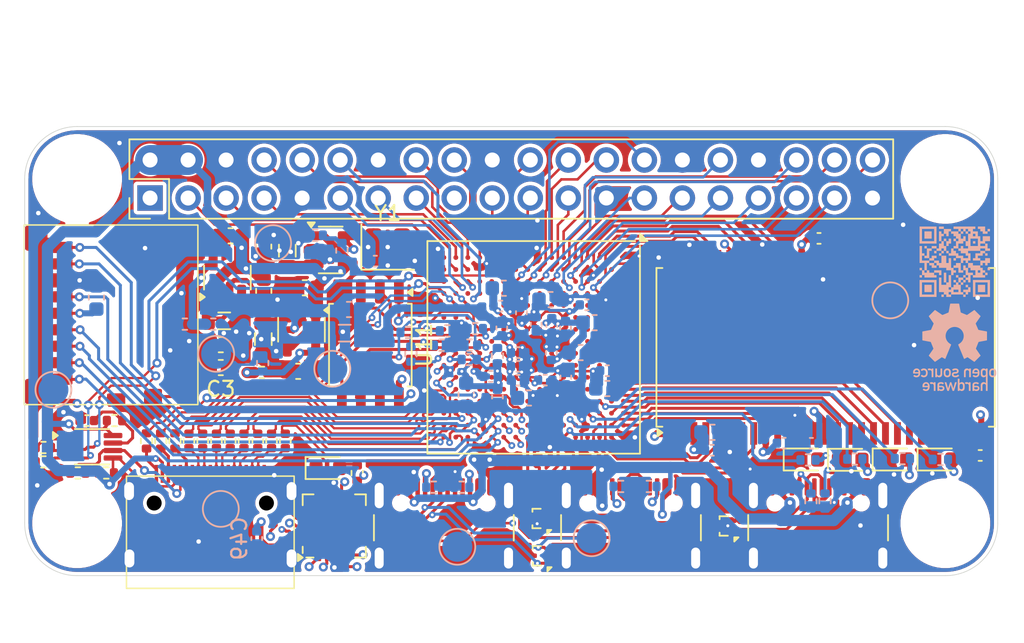
<source format=kicad_pcb>
(kicad_pcb (version 20241229) (generator "pcbnew") (generator_version "9.0")
  (title_block (title "Icepi Zero") (date "2025-05-04") (rev "v1") (company "Chengyin Yao (cheyao)") (comment 1 "https://github.com/cheyao/icepi-zero"))
  (layers (0 "F.Cu" signal) (4 "In1.Cu" signal) (6 "In2.Cu" signal) (2 "B.Cu" signal) (13 "F.Paste" user) (15 "B.Paste" user) (5 "F.SilkS" user "F.Silkscreen") (7 "B.SilkS" user "B.Silkscreen") (1 "F.Mask" user) (3 "B.Mask" user) (25 "Edge.Cuts" user))
  (net 0 "")
  (net 1 "Net-(U2-FB)")
  (net 2 "Net-(U5-VREF2)")
  (net 3 "GPIO_22")
  (net 4 "GPIO_31")
  (net 5 "GPIO_15")
  (net 6 "GPIO_33")
  (net 7 "GPIO_24")
  (net 8 "GPIO_35")
  (net 9 "GPIO_27")
  (net 10 "GPIO_7")
  (net 11 "FPDI_D2+")
  (net 12 "GPIO_28")
  (net 13 "FPDI_D2-")
  (net 14 "GPIO_12")
  (net 15 "FPDI_D1+")
  (net 16 "GPIO_36")
  (net 17 "FPDI_D1-")
  (net 18 "FPDI_D0+")
  (net 19 "GPIO_8")
  (net 20 "FPDI_D0-")
  (net 21 "GPIO_23")
  (net 22 "FPDI_CLK+")
  (net 23 "~{FLASH_CS}")
  (net 24 "FLASH_MISO")
  (net 25 "FLASH_MOSI")
  (net 26 "/Power/FILTERED_2V5")
  (net 27 "SD_CLK")
  (net 28 "~{FLASH_RESET}")
  (net 29 "PROGRAMMING")
  (net 30 "SD_CMD")
  (net 31 "~{FLASH_WP}")
  (net 32 "JTAG_TMS")
  (net 33 "JTAG_TDI")
  (net 34 "SD_DAT0")
  (net 35 "FLASH_CLK")
  (net 36 "SD_DAT2")
  (net 37 "JTAG_TCK")
  (net 38 "GND")
  (net 39 "GPIO_40")
  (net 40 "GPIO_5")
  (net 41 "FPDI_CLK-")
  (net 42 "GPIO_13")
  (net 43 "GPIO_38")
  (net 44 "GPIO_37")
  (net 45 "GPDI_SDA")
  (net 46 "GPDI_SCL")
  (net 47 "GPIO_10")
  (net 48 "+5V")
  (net 49 "+3V3")
  (net 50 "FPDI_SDA")
  (net 51 "FPDI_SCL")
  (net 52 "FPDI_CEC")
  (net 53 "FPDI_UTIL")
  (net 54 "FPDI_HPD")
  (net 55 "D1")
  (net 56 "~{RAS}")
  (net 57 "A4")
  (net 58 "CKE")
  (net 59 "D5")
  (net 60 "D0")
  (net 61 "~{WE}")
  (net 62 "A10")
  (net 63 "D6")
  (net 64 "A12")
  (net 65 "~{CS}")
  (net 66 "D15")
  (net 67 "D11")
  (net 68 "CLK")
  (net 69 "A9")
  (net 70 "D13")
  (net 71 "A1")
  (net 72 "D10")
  (net 73 "A11")
  (net 74 "A8")
  (net 75 "DQM1")
  (net 76 "A2")
  (net 77 "A0")
  (net 78 "A3")
  (net 79 "D9")
  (net 80 "A7")
  (net 81 "A6")
  (net 82 "D7")
  (net 83 "D8")
  (net 84 "~{CAS}")
  (net 85 "D2")
  (net 86 "BA0")
  (net 87 "D3")
  (net 88 "DQM0")
  (net 89 "BA1")
  (net 90 "D12")
  (net 91 "A5")
  (net 92 "D4")
  (net 93 "D14")
  (net 94 "GPIO_26")
  (net 95 "GPIO_29")
  (net 96 "GPIO_16")
  (net 97 "GPIO_32")
  (net 98 "Net-(U4-SW)")
  (net 99 "Net-(U4-FB)")
  (net 100 "+1V1")
  (net 101 "+2V5")
  (net 102 "GPIO_21")
  (net 103 "GPIO_11")
  (net 104 "GPIO_19")
  (net 105 "GPIO_3")
  (net 106 "D1-")
  (net 107 "GPIO_18")
  (net 108 "D1+")
  (net 109 "D2-")
  (net 110 "D2+")
  (net 111 "Net-(J4-CC2)")
  (net 112 "Net-(J4-CC1)")
  (net 113 "D3+")
  (net 114 "D3-")
  (net 115 "JTAG_TDO")
  (net 116 "Net-(J5-CC2)")
  (net 117 "USB_TXD")
  (net 118 "~{USB_DTR}")
  (net 119 "USB_RXD")
  (net 120 "~{USB_RTS}")
  (net 121 "Net-(J5-CC1)")
  (net 122 "Net-(U2-SW)")
  (net 123 "Net-(U6-3V3OUT)")
  (net 124 "~{RXLED}")
  (net 125 "Net-(D1-A)")
  (net 126 "TXDEN")
  (net 127 "~{TXLED}")
  (net 128 "GLOBAL_CLK")
  (net 129 "~{SLEEP}")
  (net 130 "/GPIO/CONN_D2+")
  (net 131 "/GPIO/CONN_D2-")
  (net 132 "/GPIO/CONN_D1+")
  (net 133 "/GPIO/CONN_D1-")
  (net 134 "/GPIO/CONN_D0+")
  (net 135 "/GPIO/CONN_D0-")
  (net 136 "/GPIO/CONN_CK+")
  (net 137 "/GPIO/CONN_CK-")
  (net 138 "DONE")
  (net 139 "INITN")
  (net 140 "SD_DET")
  (net 141 "SD_DAT3")
  (net 142 "SD_DAT1")
  (net 143 "Net-(D2-A)")
  (net 144 "Net-(D3-A)")
  (net 145 "Net-(D4-A)")
  (net 146 "Net-(D5-A)")
  (net 147 "Net-(J2-CEC)")
  (net 148 "Net-(J2-UTILITY)")
  (net 149 "Net-(J2-HPD)")
  (net 150 "Net-(J3-CC1)")
  (net 151 "Net-(J3-CC2)")
  (net 152 "Net-(U1-SW)")
  (net 153 "Net-(U1-FB)")
  (net 247 "LED1")
  (net 248 "LED2")
  (net 249 "LED3")
  (net 250 "LED4")
  (footprint "MountingHole:MountingHole_2.5mm" (layer "F.Cu") (at 119.5 116.5)
    (property "Reference" "H3" (hide yes))
    (property "Value" "MountingHole")
  )
  (footprint "Capacitor_SMD:C_0402_1005Metric" (layer "F.Cu") (at 131.57 111 -90)
    (property "Reference" "C23" (hide yes))
    (property "Value" "22nF")
  )
  (footprint "Capacitor_SMD:C_0402_1005Metric" (layer "F.Cu") (at 127.89 111 -90)
    (property "Reference" "C27" (hide yes))
    (property "Value" "22nF")
  )
  (footprint "Capacitor_SMD:C_0603_1608Metric" (layer "F.Cu") (at 129.1 104.57 180)
    (property "Reference" "C2" (hide yes))
    (property "Value" "22uF")
  )
  (footprint "Capacitor_SMD:C_0603_1608Metric" (layer "F.Cu") (at 129.1 106.1 180)
    (property "Reference" "C3")
    (property "Value" "22uF")
  )
  (footprint "Capacitor_SMD:C_0402_1005Metric" (layer "F.Cu") (at 169.06 97.47)
    (property "Reference" "C35" (hide yes))
    (property "Value" "100nF")
  )
  (footprint "Package_TO_SOT_SMD:SOT-23-5" (layer "F.Cu") (at 136.44 98.2425)
    (property "Reference" "U4" (hide yes))
    (property "Value" "TLV62569DBV")
  )
  (footprint "Connector_PinHeader_2.54mm:PinHeader_2x20_P2.54mm_Vertical" (layer "F.Cu") (at 124.375 94.775 90)
    (property "Reference" "J1" (hide yes))
    (property "Value" "Conn_02x20_Counter_Clockwise")
  )
  (footprint "Package_SO:VSSOP-8_2.3x2mm_P0.5mm" (layer "F.Cu") (at 120.5 111.39)
    (property "Reference" "U5" (hide yes))
    (property "Value" "PCA9306DC1")
  )
  (footprint "LED_SMD:LED_0603_1608Metric" (layer "F.Cu") (at 177.13 112.24)
    (property "Reference" "D3" (hide yes))
    (property "Value" "WHITE")
  )
  (footprint "Connector_USB:USB_C_Receptacle_GCT_USB4105-xx-A_16P_TopMnt_Horizontal" (layer "F.Cu") (at 169 117.75)
    (property "Reference" "J4" (hide yes))
    (property "Value" "USB_C_Receptacle_USB2.0_14P")
  )
  (footprint "LED_SMD:LED_0603_1608Metric" (layer "F.Cu") (at 136.25 112.81)
    (property "Reference" "D5" (hide yes))
    (property "Value" "RED")
  )
  (footprint "Resistor_SMD:R_0402_1005Metric" (layer "F.Cu") (at 126.04 111 90)
    (property "Reference" "R16" (hide yes))
    (property "Value" "470")
  )
  (footprint "Resistor_SMD:R_0402_1005Metric" (layer "F.Cu") (at 119.55 113.14 180)
    (property "Reference" "R12" (hide yes))
    (property "Value" "4.7k")
  )
  (footprint "Resistor_SMD:R_0402_1005Metric" (layer "F.Cu") (at 117.25 112.4)
    (property "Reference" "R14" (hide yes))
    (property "Value" "3.3k")
  )
  (footprint "Resistor_SMD:R_0402_1005Metric" (layer "F.Cu") (at 131.85 106.42 180)
    (property "Reference" "R7" (hide yes))
    (property "Value" "15k")
  )
  (footprint "LED_SMD:LED_0603_1608Metric" (layer "F.Cu") (at 171.1425 112.26)
    (property "Reference" "D4" (hide yes))
    (property "Value" "WHITE")
  )
  (footprint "Capacitor_SMD:C_0402_1005Metric" (layer "F.Cu") (at 132.49 111 -90)
    (property "Reference" "C22" (hide yes))
    (property "Value" "22nF")
  )
  (footprint "Package_TO_SOT_SMD:Texas_DRT-3" (layer "F.Cu") (at 150.4675 116.1825 90)
    (property "Reference" "U9" (hide yes))
    (property "Value" "TPD2EUSB30A")
  )
  (footprint "Connector_USB:USB_C_Receptacle_GCT_USB4105-xx-A_16P_TopMnt_Horizontal" (layer "F.Cu") (at 156.5 117.75)
    (property "Reference" "J5" (hide yes))
    (property "Value" "USB_C_Receptacle_USB2.0_14P")
  )
  (footprint "Capacitor_SMD:C_0402_1005Metric" (layer "F.Cu") (at 130.65 111 -90)
    (property "Reference" "C24" (hide yes))
    (property "Value" "22nF")
  )
  (footprint "Capacitor_SMD:C_0603_1608Metric" (layer "F.Cu") (at 134.71 100.77 180)
    (property "Reference" "C13" (hide yes))
    (property "Value" "22uF")
  )
  (footprint "Resistor_SMD:R_0402_1005Metric" (layer "F.Cu") (at 138.21 113.15 90)
    (property "Reference" "R21" (hide yes))
    (property "Value" "100")
  )
  (footprint "Capacitor_SMD:C_0603_1608Metric" (layer "F.Cu") (at 129.75 97.3 180)
    (property "Reference" "C1" (hide yes))
    (property "Value" "22uF")
  )
  (footprint "Capacitor_SMD:C_0402_1005Metric" (layer "F.Cu") (at 128.81 111 -90)
    (property "Reference" "C26" (hide yes))
    (property "Value" "22nF")
  )
  (footprint "Package_TO_SOT_SMD:Texas_DRT-3" (layer "F.Cu") (at 150.4875 118.6725 90)
    (property "Reference" "U7" (hide yes))
    (property "Value" "TPD2EUSB30A")
  )
  (footprint "Package_BGA:BGA-256_14.0x14.0mm_Layout16x16_P0.8mm_Ball0.45mm_Pad0.32mm_NSMD" (layer "F.Cu") (at 150 104.75 -90)
    (property "Reference" "U3" (hide yes))
    (property "Value" "ECP5U_12_CABGA256")
  )
  (footprint "Package_SO:TSOP-II-54_22.2x10.16mm_P0.8mm" (layer "F.Cu") (at 169.5 104.75 90)
    (property "Reference" "U10" (hide yes))
    (property "Value" "W9825G6KH")
  )
  (footprint "Capacitor_SMD:C_0603_1608Metric" (layer "F.Cu") (at 131.97 100.975 -90)
    (property "Reference" "C18" (hide yes))
    (property "Value" "22uF")
  )
  (footprint "LED_SMD:LED_0603_1608Metric" (layer "F.Cu") (at 174.13 112.24)
    (property "Reference" "D2" (hide yes))
    (property "Value" "WHITE")
  )
  (footprint "MountingHole:MountingHole_2.5mm" (layer "F.Cu") (at 119.5 93.5)
    (property "Reference" "H1" (hide yes))
    (property "Value" "MountingHole")
  )
  (footprint "Package_TO_SOT_SMD:SOT-23-5" (layer "F.Cu") (at 134.49 103.5675 -90)
    (property "Reference" "U2" (hide yes))
    (property "Value" "TLV62569DBV")
  )
  (footprint "Oscillator:Oscillator_SMD_SiT_PQFN-4Pin_2.5x2.0mm" (layer "F.Cu") (at 140.25 98.05)
    (property "Reference" "Y1")
    (property "Value" "SIT8008xx-1x-xxE-100.000000")
  )
  (footprint "Capacitor_SMD:C_0402_1005Metric" (layer "F.Cu") (at 129.73 111 -90)
    (property "Reference" "C25" (hide yes))
    (property "Value" "22nF")
  )
  (footprint "Package_TO_SOT_SMD:Texas_DRT-3" (layer "F.Cu") (at 162.97 116.68 90)
    (property "Reference" "U8" (hide yes))
    (property "Value" "TPD2EUSB30A")
  )
  (footprint "Resistor_SMD:R_0402_1005Metric" (layer "F.Cu") (at 122 109.64)
    (property "Reference" "R11" (hide yes))
    (property "Value" "100k")
  )
  (footprint "Resistor_SMD:R_0402_1005Metric" (layer "F.Cu") (at 121.45 113.14)
    (property "Reference" "R13" (hide yes))
    (property "Value" "4.7k")
  )
  (footprint "Connector_USB:USB_C_Receptacle_GCT_USB4105-xx-A_16P_TopMnt_Horizontal" (layer "F.Cu") (at 144 117.75)
    (property "Reference" "J3" (hide yes))
    (property "Value" "USB_C_Receptacle_USB2.0_14P")
  )
  (footprint "MountingHole:MountingHole_2.5mm" (layer "F.Cu") (at 177.5 116.5)
    (property "Reference" "H4" (hide yes))
    (property "Value" "MountingHole")
  )
  (footprint "icepi-lib:XKB Connection A71-05H4-111N1" (layer "F.Cu") (at 128.4 114.35)
    (property "Reference" "J2" (hide yes))
    (property "Value" "HDMI_C_1.3")
  )
  (footprint "Capacitor_SMD:C_0402_1005Metric" (layer "F.Cu") (at 133.41 111 -90)
    (property "Reference" "C21" (hide yes))
    (property "Value" "22nF")
  )
  (footprint "Capacitor_SMD:C_0402_1005Metric" (layer "F.Cu") (at 126.97 111 -90)
    (property "Reference" "C28" (hide yes))
    (property "Value" "22nF")
  )
  (footprint "MountingHole:MountingHole_2.5mm" (layer "F.Cu") (at 177.5 93.5)
    (property "Reference" "H2" (hide yes))
    (property "Value" "MountingHole")
  )
  (footprint "Resistor_SMD:R_0402_1005Metric" (layer "F.Cu") (at 125.09 111 90)
    (property "Reference" "R17" (hide yes))
    (property "Value" "10k")
  )
  (footprint "Resistor_SMD:R_0402_1005Metric" (layer "F.Cu") (at 124.14 111 90)
    (property "Reference" "R18" (hide yes))
    (property "Value" "470")
  )
  (footprint "Capacitor_SMD:C_0603_1608Metric" (layer "F.Cu") (at 131.965 98.02 -90)
    (property "Reference" "C19" (hide yes))
    (property "Value" "10uF")
  )
  (footprint "Capacitor_SMD:C_0603_1608Metric" (layer "F.Cu") (at 134.27 106.35)
    (property "Reference" "C14" (hide yes))
    (property "Value" "22uF")
  )
  (footprint "Capacitor_SMD:C_0402_1005Metric" (layer "F.Cu") (at 179.83 111.97 180)
    (property "Reference" "C30" (hide yes))
    (property "Value" "100nF")
  )
  (footprint "Package_TO_SOT_SMD:SOT-23-5" (layer "F.Cu") (at 129.54 100.0875 90)
    (property "Reference" "U1" (hide yes))
    (property "Value" "TLV62569DBV")
  )
  (footprint "Inductor_SMD:L_0805_2012Metric" (layer "F.Cu") (at 129.33 102.98)
    (property "Reference" "L1" (hide yes))
    (property "Value" "2.2uH")
  )
  (footprint "Package_SO:SOIC-8_5.3x5.3mm_P1.27mm" (layer "F.Cu") (at 139.09 104.6 -90)
    (property "Reference" "U11")
    (property "Value" "W25Q128JVS")
  )
  (footprint "Inductor_SMD:L_0805_2012Metric" (layer "F.Cu") (at 133.545 98.29 90)
    (property "Reference" "L3" (hide yes))
    (property "Value" "2.2uH")
  )
  (footprint "LED_SMD:LED_0603_1608Metric" (layer "F.Cu") (at 168.1875 112.24)
    (property "Reference" "D1" (hide yes))
    (property "Value" "WHITE")
  )
  (footprint "Inductor_SMD:L_0805_2012Metric" (layer "F.Cu") (at 131.94 104.2 -90)
    (property "Reference" "L2" (hide yes))
    (property "Value" "2.2uH")
  )
  (footprint "Package_DFN_QFN:QFN-20-1EP_4x4mm_P0.5mm_EP2.5x2.5mm" (layer "F.Cu") (at 136.68 116.68 90)
    (property "Reference" "U6" (hide yes))
    (property "Value" "FT231XQ")
  )
  (footprint "icepi-lib:microSD_HC_SOFNG_TF-008" (layer "F.Cu") (at 118.52 102.575 -90)
    (property "Reference" "J6" (hide yes))
    (property "Value" "Micro_SD_Card_Det2")
  )
  (footprint "Resistor_SMD:R_0402_1005Metric" (layer "F.Cu") (at 117.25 111.44)
    (property "Reference" "R15" (hide yes))
    (property "Value" "3.3k")
  )
  (footprint "Capacitor_SMD:C_0402_1005Metric" (layer "F.Cu") (at 120.15 109.64 180)
    (property "Reference" "C29" (hide yes))
    (property "Value" "100pF")
  )
  (footprint "Capacitor_SMD:C_0402_1005Metric" (layer "B.Cu") (at 147.87 103.46 -90)
    (property "Reference" "C17" (hide yes))
    (property "Value" "100nF")
  )
  (footprint "Capacitor_SMD:C_0402_1005Metric" (layer "B.Cu") (at 161.925 111.625)
    (property "Reference" "C34" (hide yes))
    (property "Value" "100nF")
  )
  (footprint "Capacitor_SMD:C_0402_1005Metric" (layer "B.Cu") (at 148.96 106.02)
    (property "Reference" "C11" (hide yes))
    (property "Value" "100nF")
  )
  (footprint "Resistor_SMD:R_0402_1005Metric" (layer "B.Cu") (at 128.6 103.2 180)
    (property "Reference" "R5" (hide yes))
    (property "Value" "15k")
  )
  (footprint "Capacitor_SMD:C_0402_1005Metric" (layer "B.Cu") (at 150.17 103.21 -90)
    (property "Reference" "C39" (hide yes))
    (property "Value" "100nF")
  )
  (footprint "Resistor_SMD:R_0402_1005Metric" (layer "B.Cu") (at 171.45 112.21)
    (property "Reference" "R4" (hide yes))
    (property "Value" "470")
  )
  (footprint "TestPoint:TestPoint_Pad_D2.0mm" (layer "B.Cu") (at 129.1 115.54)
    (property "Reference" "TP5" (hide yes))
    (property "Value" "TestPoint")
  )
  (footprint "TestPoint:TestPoint_Pad_D2.0mm" (layer "B.Cu") (at 132.595 97.79)
    (property "Reference" "TP2" (hide yes))
    (property "Value" "TestPoint")
  )
  (footprint "Capacitor_SMD:C_0402_1005Metric" (layer "B.Cu") (at 131.5 117.52 -90)
    (property "Reference" "C49")
    (property "Value" "100nF")
  )
  (footprint "Capacitor_SMD:C_0402_1005Metric" (layer "B.Cu") (at 151.21 103.28 -90)
    (property "Reference" "C8" (hide yes))
    (property "Value" "100nF")
  )
  (footprint "TestPoint:TestPoint_Pad_D2.0mm" (layer "B.Cu") (at 173.82 101.61)
    (property "Reference" "TP4" (hide yes))
    (property "Value" "TestPoint")
  )
  (footprint "Capacitor_SMD:C_0603_1608Metric" (layer "B.Cu") (at 151.13 101.56)
    (property "Reference" "C47" (hide yes))
    (property "Value" "10uF")
  )
  (footprint "Capacitor_SMD:C_0603_1608Metric" (layer "B.Cu") (at 120.79 101.42 90)
    (property "Reference" "C38" (hide yes))
    (property "Value" "10uF")
  )
  (footprint "Resistor_SMD:R_0402_1005Metric" (layer "B.Cu") (at 168.52 115.02 -90)
    (property "Reference" "R22" (hide yes))
    (property "Value" "5.1k")
  )
  (footprint "Resistor_SMD:R_0402_1005Metric" (layer "B.Cu") (at 145.7 105.56 180)
    (property "Reference" "R31" (hide yes))
    (property "Value" "15k")
  )
  (footprint "Capacitor_SMD:C_0402_1005Metric" (layer "B.Cu") (at 166.725 111.15)
    (property "Reference" "C32" (hide yes))
    (property "Value" "100nF")
  )
  (footprint "Capacitor_SMD:C_0402_1005Metric" (layer "B.Cu") (at 153.56 101.91)
    (property "Reference" "C42" (hide yes))
    (property "Value" "100nF")
  )
  (footprint "Capacitor_SMD:C_0603_1608Metric" (layer "B.Cu") (at 161.95 110.425)
    (property "Reference" "C33" (hide yes))
    (property "Value" "10uF")
  )
  (footprint "TestPoint:TestPoint_Pad_D2.0mm" (layer "B.Cu") (at 144.9 118.07)
    (property "Reference" "TP8" (hide yes))
    (property "Value" "TestPoint")
  )
  (footprint "Resistor_SMD:R_0402_1005Metric" (layer "B.Cu") (at 141.61 103.75 180)
    (property "Reference" "R29" (hide yes))
    (property "Value" "10k")
  )
  (footprint "Inductor_SMD:L_0805_2012Metric" (layer "B.Cu") (at 137.38 103.8)
    (property "Reference" "FB1" (hide yes))
    (property "Value" "100R@100MHz")
  )
  (footprint "TestPoint:TestPoint_Pad_D2.0mm" (layer "B.Cu") (at 136.55 106.18)
    (property "Reference" "TP6" (hide yes))
    (property "Value" "TestPoint")
  )
  (footprint "Resistor_SMD:R_0402_1005Metric" (layer "B.Cu") (at 145.71 104.6)
    (property "Reference" "R26" (hide yes))
    (property "Value" "4.7k")
  )
  (footprint "Capacitor_SMD:C_0402_1005Metric" (layer "B.Cu") (at 147.8 101.99)
    (property "Reference" "C37" (hide yes))
    (property "Value" "100nF")
  )
  (footprint "Capacitor_SMD:C_0603_1608Metric" (layer "B.Cu") (at 148.01 100.8)
    (property "Reference" "C36" (hide yes))
    (property "Value" "10uF")
  )
  (footprint "Capacitor_SMD:C_0402_1005Metric" (layer "B.Cu") (at 168.55 111.16 180)
    (property "Reference" "C31" (hide yes))
    (property "Value" "100nF")
  )
  (footprint "Capacitor_SMD:C_0603_1608Metric" (layer "B.Cu") (at 137.66 102.22 180)
    (property "Reference" "C15" (hide yes))
    (property "Value" "10uF")
  )
  (footprint "TestPoint:TestPoint_Pad_D2.0mm" (layer "B.Cu") (at 153.87 117.5)
    (property "Reference" "TP7" (hide yes))
    (property "Value" "TestPoint")
  )
  (footprint "Capacitor_SMD:C_0402_1005Metric" (layer "B.Cu") (at 149.18 102.44 90)
    (property "Reference" "C48" (hide yes))
    (property "Value" "100nF")
  )
  (footprint "Capacitor_SMD:C_0402_1005Metric" (layer "B.Cu") (at 148.96 105.1)
    (property "Reference" "C12" (hide yes))
    (property "Value" "100nF")
  )
  (footprint "Resistor_SMD:R_0402_1005Metric" (layer "B.Cu") (at 145.19 114.09)
    (property "Reference" "R20" (hide yes))
    (property "Value" "5.1k")
  )
  (footprint "Resistor_SMD:R_0402_1005Metric" (layer "B.Cu") (at 144.24 103.65 180)
    (property "Reference" "R27" (hide yes))
    (property "Value" "10k")
  )
  (footprint "Resistor_SMD:R_0402_1005Metric" (layer "B.Cu") (at 131.9 105.8 90)
    (property "Reference" "R8" (hide yes))
    (property "Value" "18k")
  )
  (footprint "Resistor_SMD:R_0402_1005Metric" (layer "B.Cu") (at 147.58 105.3 90)
    (property "Reference" "R32" (hide yes))
    (property "Value" "15k")
  )
  (footprint "Resistor_SMD:R_0402_1005Metric" (layer "B.Cu") (at 141.8 105.2 -90)
    (property "Reference" "R33" (hide yes))
    (property "Value" "15k")
  )
  (footprint "LOGO" (layer "B.Cu") (at 178.13 99.03)
    (property "Reference" "G***" (hide yes))
    (property "Value" "LOGO" (hide yes))
  )
  (footprint "Capacitor_SMD:C_0603_1608Metric" (layer "B.Cu") (at 154.925 107.5)
    (property "Reference" "C40" (hide yes))
    (property "Value" "10uF")
  )
  (footprint "Capacitor_SMD:C_0603_1608Metric" (layer "B.Cu") (at 149.69 108.13)
    (property "Reference" "C4" (hide yes))
    (property "Value" "10uF")
  )
  (footprint "Capacitor_SMD:C_0603_1608Metric" (layer "B.Cu") (at 153.14 105.1)
    (property "Reference" "C5" (hide yes))
    (property "Value" "10uF")
  )
  (footprint "Resistor_SMD:R_0402_1005Metric" (layer "B.Cu") (at 126.7 103.2 180)
    (property "Reference" "R6" (hide yes))
    (property "Value" "18k")
  )
  (footprint "TestPoint:TestPoint_Pad_D2.0mm" (layer "B.Cu") (at 128.79 105.18)
    (property "Reference" "TP3" (hide yes))
    (property "Value" "TestPoint")
  )
  (footprint "Capacitor_SMD:C_0402_1005Metric" (layer "B.Cu") (at 152.13 103.46 -90)
    (property "Reference" "C7" (hide yes))
    (property "Value" "100nF")
  )
  (footprint "Capacitor_SMD:C_0603_1608Metric" (layer "B.Cu") (at 154.075 103.1)
    (property "Reference" "C6" (hide yes))
    (property "Value" "10uF")
  )
  (footprint "Capacitor_SMD:C_0402_1005Metric" (layer "B.Cu") (at 150.77 106.94)
    (property "Reference" "C43" (hide yes))
    (property "Value" "100nF")
  )
  (footprint "Resistor_SMD:R_0402_1005Metric" (layer "B.Cu") (at 143.85 104.61 180)
    (property "Reference" "R28" (hide yes))
    (property "Value" "10k")
  )
  (footprint "TestPoint:TestPoint_Pad_D2.0mm" (layer "B.Cu") (at 117.92 107.58)
    (property "Reference" "TP1" (hide yes))
    (property "Value" "TestPoint")
  )
  (footprint "Resistor_SMD:R_0402_1005Metric" (layer "B.Cu") (at 137.19 98.28 -90)
    (property "Reference" "R10" (hide yes))
    (property "Value" "18k")
  )
  (footprint "Resistor_SMD:R_0402_1005Metric" (layer "B.Cu") (at 177.17 112.24)
    (property "Reference" "R3" (hide yes))
    (property "Value" "470")
  )
  (footprint "Resistor_SMD:R_0402_1005Metric" (layer "B.Cu") (at 169.46 115.02 90)
    (property "Reference" "R24" (hide yes))
    (property "Value" "5.1k")
  )
  (footprint "Resistor_SMD:R_0402_1005Metric" (layer "B.Cu") (at 157.69675 114.04)
    (property "Reference" "R25" (hide yes))
    (property "Value" "5.1k")
  )
  (footprint "Resistor_SMD:R_0402_1005Metric" (layer "B.Cu") (at 174.63 112.18)
    (property "Reference" "R2" (hide yes))
    (property "Value" "470")
  )
  (footprint "Capacitor_SMD:C_0402_1005Metric" (layer "B.Cu") (at 154.92 106.31)
    (property "Reference" "C41" (hide yes))
    (property "Value" "100nF")
  )
  (footprint "Capacitor_SMD:C_0402_1005Metric" (layer "B.Cu") (at 152.15 106.74 -90)
    (property "Reference" "C16" (hide yes))
    (property "Value" "100nF")
  )
  (footprint "Capacitor_SMD:C_0402_1005Metric" (layer "B.Cu") (at 147.13 106.69 180)
    (property "Reference" "C45" (hide yes))
    (property "Value" "100nF")
  )
  (footprint "Resistor_SMD:R_0402_1005Metric" (layer "B.Cu") (at 168.33 112.27)
    (property "Reference" "R1" (hide yes))
    (property "Value" "470")
  )
  (footprint "Resistor_SMD:R_0402_1005Metric" (layer "B.Cu") (at 135.41 97.26)
    (property "Reference" "R9" (hide yes))
    (property "Value" "15k")
  )
  (footprint "Capacitor_SMD:C_0402_1005Metric" (layer "B.Cu") (at 147.58 108.06 -90)
    (property "Reference" "C46" (hide yes))
    (property "Value" "100nF")
  )
  (footprint "Resistor_SMD:R_0402_1005Metric" (layer "B.Cu") (at 155.84 114.04)
    (property "Reference" "R23" (hide yes))
    (property "Value" "5.1k")
  )
  (footprint "Capacitor_SMD:C_0402_1005Metric" (layer "B.Cu") (at 139.42 98.99)
    (property "Reference" "C20" (hide yes))
    (property "Value" "100nF")
  )
  (footprint "Resistor_SMD:R_0402_1005Metric" (layer "B.Cu") (at 146.1 103.5)
    (property "Reference" "R30" (hide yes))
    (property "Value" "10k")
  )
  (footprint "Capacitor_SMD:C_0402_1005Metric" (layer "B.Cu") (at 151.18 105.11 90)
    (property "Reference" "C9" (hide yes))
    (property "Value" "100nF")
  )
  (footprint "Resistor_SMD:R_0402_1005Metric" (layer "B.Cu") (at 143.33 114.09)
    (property "Reference" "R19" (hide yes))
    (property "Value" "5.1k")
  )
  (footprint "Capacitor_SMD:C_0603_1608Metric" (layer "B.Cu") (at 145.49 107.91 -90)
    (property "Reference" "C44" (hide yes))
    (property "Value" "10uF")
  )
  (footprint "Capacitor_SMD:C_0402_1005Metric" (layer "B.Cu") (at 148.95 106.94)
    (property "Reference" "C10" (hide yes))
    (property "Value" "100nF")
  )
  (gr_poly (pts (xy 177.847847 101.826523) (xy 177.846624 101.826614) (xy 177.845406 101.826764) (xy 177.844196 101.826972) (xy 177.842996 101.827235) (xy 177.841806 101.827552) (xy 177.840629 101.827923) (xy 177.839468 101.828344) (xy 177.838322 101.828816) (xy 177.837195 101.829336) (xy 177.836089 101.829903) (xy 177.835005 101.830515) (xy 177.833944 101.831171) (xy 177.83291 101.83187) (xy 177.831903 101.832609) (xy 177.830926 101.833388) (xy 177.82998 101.834205) (xy 177.829068 101.835058) (xy 177.82819 101.835946) (xy 177.82735 101.836868) (xy 177.826548 101.837821) (xy 177.825787 101.838805) (xy 177.825068 101.839818) (xy 177.824394 101.840858) (xy 177.823765 101.841924) (xy 177.823185 101.843015) (xy 177.822655 101.844129) (xy 177.822176 101.845263) (xy 177.821751 101.846418) (xy 177.821381 101.847592) (xy 177.821069 101.848782) (xy 177.820816 101.849988) (xy 177.718739 102.398469) (xy 177.718488 102.399685) (xy 177.71818 102.400904) (xy 177.717818 102.402126) (xy 177.717404 102.403348) (xy 177.716425 102.405784) (xy 177.715258 102.408196) (xy 177.713916 102.410569) (xy 177.712415 102.412886) (xy 177.710767 102.415132) (xy 177.708986 102.417291) (xy 177.707088 102.419346) (xy 177.705085 102.421282) (xy 177.702993 102.423083) (xy 177.700824 102.424733) (xy 177.698594 102.426216) (xy 177.696316 102.427517) (xy 177.695163 102.428093) (xy 177.694004 102.428618) (xy 177.69284 102.429089) (xy 177.691672 102.429505) (xy 177.324087 102.58) (xy 177.321808 102.581016) (xy 177.31939 102.581866) (xy 177.316855 102.582549) (xy 177.314223 102.583068) (xy 177.311517 102.583424) (xy 177.308757 102.583619) (xy 177.305965 102.583654) (xy 177.303162 102.583532) (xy 177.300369 102.583253) (xy 177.297607 102.582819) (xy 177.294898 102.582233) (xy 177.292264 102.581495) (xy 177.289724 102.580608) (xy 177.287302 102.579572) (xy 177.285017 102.57839) (xy 177.282891 102.577063) (xy 176.824659 102.262579) (xy 176.823631 102.261906) (xy 176.822571 102.261286) (xy 176.821483 102.260718) (xy 176.820369 102.260202) (xy 176.81923 102.259739) (xy 176.81807 102.259327) (xy 176.81689 102.258967) (xy 176.815694 102.258659) (xy 176.814483 102.258401) (xy 176.81326 102.258194) (xy 176.810786 102.257931) (xy 176.808293 102.257869) (xy 176.805798 102.258005) (xy 176.803321 102.258337) (xy 176.80088 102.258864) (xy 176.798495 102.259582) (xy 176.79733 102.260013) (xy 176.796185 102.260492) (xy 176.795064 102.261017) (xy 176.793968 102.261589) (xy 176.792901 102.262208) (xy 176.791864 102.262873) (xy 176.79086 102.263584) (xy 176.789891 102.264341) (xy 176.788959 102.265144) (xy 176.788068 102.265992) (xy 176.402147 102.651913) (xy 176.401292 102.652812) (xy 176.400484 102.653749) (xy 176.399722 102.654723) (xy 176.399008 102.655732) (xy 176.398341 102.656773) (xy 176.397721 102.657844) (xy 176.396624 102.660065) (xy 176.395718 102.662379) (xy 176.395004 102.664765) (xy 176.394484 102.667206) (xy 176.394159 102.669683) (xy 176.394031 102.672178) (xy 176.3941 102.674672) (xy 176.394367 102.677147) (xy 176.394835 102.679584) (xy 176.395505 102.681965) (xy 176.395915 102.683128) (xy 176.396376 102.684271) (xy 176.396889 102.68539) (xy 176.397452 102.686484) (xy 176.398067 102.687549) (xy 176.398733 102.688584) (xy 176.70774 103.138958) (xy 176.709079 103.141095) (xy 176.710265 103.143385) (xy 176.711299 103.145806) (xy 176.712179 103.148339) (xy 176.712904 103.150964) (xy 176.713474 103.153659) (xy 176.713886 103.156404) (xy 176.71414 103.159179) (xy 176.714235 103.161963) (xy 176.71417 103.164737) (xy 176.713944 103.167478) (xy 176.713556 103.170168) (xy 176.713004 103.172784) (xy 176.712288 103.175308) (xy 176.711407 103.177719) (xy 176.71036 103.179995) (xy 176.5478 103.559249) (xy 176.546884 103.561579) (xy 176.545753 103.563889) (xy 176.544423 103.566163) (xy 176.542912 103.568388) (xy 176.541234 103.570551) (xy 176.539407 103.572636) (xy 176.537446 103.574632) (xy 176.535367 103.576523) (xy 176.533187 103.578296) (xy 176.530922 103.579937) (xy 176.528588 103.581432) (xy 176.526201 103.582767) (xy 176.523777 103.583929) (xy 176.521333 103.584904) (xy 176.518884 103.585678) (xy 176.516446 103.586236) (xy 175.986142 103.68482) (xy 175.985745 103.68482) (xy 175.98454 103.68508) (xy 175.983349 103.685399) (xy 175.982176 103.685774) (xy 175.981021 103.686204) (xy 175.979887 103.686686) (xy 175.978773 103.68722) (xy 175.977683 103.687802) (xy 175.976617 103.688433) (xy 175.975578 103.689109) (xy 175.974565 103.689829) (xy 175.97263 103.691393) (xy 175.970823 103.693112) (xy 175.969156 103.69497) (xy 175.967642 103.696954) (xy 175.966292 103.699049) (xy 175.965119 103.701242) (xy 175.964603 103.70237) (xy 175.964136 103.703517) (xy 175.963718 103.70468) (xy 175.963353 103.70586) (xy 175.96304 103.707053) (xy 175.962783 103.708257) (xy 175.962581 103.709472) (xy 175.962438 103.710694) (xy 175.962353 103.711923) (xy 175.96233 103.713157) (xy 175.96233 104.258939) (xy 175.962361 104.260173) (xy 175.962452 104.261403) (xy 175.962602 104.262626) (xy 175.962809 104.263842) (xy 175.963072 104.265048) (xy 175.963389 104.266243) (xy 175.96376 104.267425) (xy 175.964182 104.268591) (xy 175.964653 104.26974) (xy 175.965173 104.270871) (xy 175.96574 104.27198) (xy 175.966352 104.273068) (xy 175.967009 104.274131) (xy 175.967707 104.275168) (xy 175.968447 104.276177) (xy 175.969226 104.277156) (xy 175.970042 104.278104) (xy 175.970896 104.279018) (xy 175.971784 104.279896) (xy 175.972705 104.280738) (xy 175.973659 104.281541) (xy 175.974643 104.282303) (xy 175.975655 104.283022) (xy 175.976696 104.283697) (xy 175.977762 104.284326) (xy 175.978852 104.284906) (xy 175.979966 104.285437) (xy 175.981101 104.285915) (xy 175.982256 104.286341) (xy 175.983429 104.28671) (xy 175.984619 104.287023) (xy 175.985825 104.287276) (xy 176.503112 104.383558) (xy 176.504334 104.38381) (xy 176.505558 104.384119) (xy 176.506783 104.384482) (xy 176.508006 104.384897) (xy 176.51044 104.38588) (xy 176.512845 104.387053) (xy 176.515205 104.388402) (xy 176.517505 104.389912) (xy 176.51973 104.39157) (xy 176.521864 104.393361) (xy 176.523892 104.395271) (xy 176.525799 104.397286) (xy 176.527569 104.399392) (xy 176.529186 104.401574) (xy 176.530637 104.403818) (xy 176.531904 104.406111) (xy 176.532974 104.408438) (xy 176.533429 104.409609) (xy 176.53383 104.410784) (xy 176.695358 104.814168) (xy 176.69636 104.81646) (xy 176.697195 104.818887) (xy 176.697864 104.821429) (xy 176.698369 104.824065) (xy 176.698712 104.826773) (xy 176.698896 104.829532) (xy 176.698921 104.832322) (xy 176.69879 104.835123) (xy 176.698505 104.837911) (xy 176.698067 104.840668) (xy 176.697479 104.843372) (xy 176.696742 104.846002) (xy 176.695857 104.848537) (xy 176.694828 104.850956) (xy 176.693655 104.853239) (xy 176.692341 104.855363) (xy 176.398495 105.283512) (xy 176.397822 105.284541) (xy 176.397202 105.285601) (xy 176.396634 105.28669) (xy 176.396119 105.287806) (xy 176.395655 105.288947) (xy 176.395244 105.290109) (xy 176.394883 105.291291) (xy 176.394575 105.29249) (xy 176.394317 105.293704) (xy 176.39411 105.29493) (xy 176.393847 105.29741) (xy 176.393785 105.299911) (xy 176.393921 105.302413) (xy 176.394253 105.304898) (xy 176.39478 105.307345) (xy 176.395499 105.309737) (xy 176.395929 105.310906) (xy 176.396408 105.312053) (xy 176.396933 105.313177) (xy 176.397505 105.314275) (xy 176.398124 105.315345) (xy 176.398789 105.316384) (xy 176.3995 105.317389) (xy 176.400257 105.318359) (xy 176.40106 105.319292) (xy 176.401908 105.320183) (xy 176.787909 105.706104) (xy 176.788793 105.706952) (xy 176.789717 105.707754) (xy 176.79068 105.70851) (xy 176.791678 105.70922) (xy 176.79271 105.709884) (xy 176.793773 105.710501) (xy 176.795981 105.711594) (xy 176.798285 105.712498) (xy 176.800665 105.713212) (xy 176.803103 105.713734) (xy 176.805579 105.714062) (xy 176.808075 105.714194) (xy 176.810572 105.71413) (xy 176.813049 105.713867) (xy 176.81549 105.713404) (xy 176.817874 105.71274) (xy 176.81904 105.712331) (xy 176.820184 105.711871) (xy 176.821304 105.71136) (xy 176.822399 105.710798) (xy 176.823465 105.710184) (xy 176.8245 105.709518) (xy 177.245109 105.420831) (xy 177.247229 105.419527) (xy 177.249498 105.418383) (xy 177.251895 105.4174) (xy 177.254401 105.416579) (xy 177.256993 105.41592) (xy 177.259653 105.415423) (xy 177.262359 105.415088) (xy 177.265091 105.414917) (xy 177.267829 105.41491) (xy 177.270552 105.415067) (xy 177.27324 105.415388) (xy 177.275871 105.415875) (xy 177.278427 105.416527) (xy 177.280886 105.417345) (xy 177.283227 105.41833) (xy 177.285431 105.419481) (xy 177.47093 105.518541) (xy 177.472037 105.519074) (xy 177.473154 105.519543) (xy 177.474278 105.519948) (xy 177.475408 105.52029) (xy 177.476542 105.520571) (xy 177.477677 105.520789) (xy 177.478812 105.520947) (xy 177.479946 105.521045) (xy 177.481075 105.521084) (xy 177.482198 105.521065) (xy 177.483313 105.520987) (xy 177.484418 105.520853) (xy 177.485512 105.520663) (xy 177.486591 105.520417) (xy 177.487655 105.520116) (xy 177.4887 105.519762) (xy 177.489726 105.519354) (xy 177.490731 105.518893) (xy 177.491711 105.518381) (xy 177.492666 105.517818) (xy 177.493594 105.517204) (xy 177.494491 105.516541) (xy 177.495358 105.51583) (xy 177.49619 105.51507) (xy 177.496987 105.514263) (xy 177.497747 105.513409) (xy 177.498468 105.512509) (xy 177.499147 105.511564) (xy 177.499783 105.510575) (xy 177.500373 105.509543) (xy 177.500916 105.508467) (xy 177.50141 105.507349) (xy 177.883839 104.583186) (xy 177.884286 104.582038) (xy 177.884674 104.580873) (xy 177.885003 104.579693) (xy 177.885276 104.578499) (xy 177.885492 104.577295) (xy 177.885652 104.576082) (xy 177.885757 104.574863) (xy 177.885807 104.573639) (xy 177.885804 104.572413) (xy 177.885749 104.571188) (xy 177.885641 104.569964) (xy 177.885481 104.568745) (xy 177.885271 104.567533) (xy 177.885012 104.56633) (xy 177.884703 104.565137) (xy 177.884345 104.563958) (xy 177.88394 104.562794) (xy 177.883488 104.561647) (xy 177.88299 104.560521) (xy 177.882446 104.559416) (xy 177.881858 104.558335) (xy 177.881226 104.55728) (xy 177.88055 104.556254) (xy 177.879832 104.555259) (xy 177.879072 104.554296) (xy 177.878271 104.553368) (xy 177.87743 104.552478) (xy 177.87655 104.551626) (xy 177.875631 104.550817) (xy 177.874673 104.550051) (xy 177.873679 104.54933) (xy 177.872647 104.548658) (xy 177.826213 104.520242) (xy 177.822864 104.518111) (xy 177.819292 104.515683) (xy 177.815564 104.513009) (xy 177.811747 104.510142) (xy 177.807907 104.507133) (xy 177.804112 104.504035) (xy 177.800428 104.500899) (xy 177.796923 104.497779) (xy 177.766195 104.476757) (xy 177.73687 104.453929) (xy 177.709027 104.429374) (xy 177.682747 104.403173) (xy 177.65811 104.375404) (xy 177.635196 104.346149) (xy 177.614084 104.315486) (xy 177.594854 104.283496) (xy 177.577588 104.250259) (xy 177.562364 104.215854) (xy 177.549263 104.180362) (xy 177.538364 104.143862) (xy 177.529748 104.106434) (xy 177.523495 104.068158) (xy 177.519685 104.029114) (xy 177.518397 103.989382) (xy 177.519182 103.958327) (xy 177.521513 103.927678) (xy 177.525352 103.897475) (xy 177.530661 103.867755) (xy 177.537401 103.838556) (xy 177.545536 103.809917) (xy 177.555026 103.781874) (xy 177.565834 103.754466) (xy 177.577923 103.727731) (xy 177.591253 103.701706) (xy 177.605788 103.676431) (xy 177.621488 103.651942) (xy 177.638317 103.628278) (xy 177.656237 103.605476) (xy 177.675208 103.583575) (xy 177.695194 103.562613) (xy 177.716157 103.542626) (xy 177.738058 103.523655) (xy 177.76086 103.505736) (xy 177.784524 103.488906) (xy 177.809013 103.473206) (xy 177.834288 103.458671) (xy 177.860312 103.445341) (xy 177.887048 103.433252) (xy 177.914456 103.422444) (xy 177.942498 103.412954) (xy 177.971138 103.404819) (xy 178.000337 103.398079) (xy 178.030057 103.39277) (xy 178.06026 103.388931) (xy 178.090909 103.3866) (xy 178.121964 103.385815) (xy 178.15302 103.3866) (xy 178.183668 103.38893) (xy 178.213871 103.392768) (xy 178.243591 103.398076) (xy 178.27279 103.404814) (xy 178.30143 103.412947) (xy 178.329473 103.422435) (xy 178.356881 103.433241) (xy 178.383616 103.445327) (xy 178.40964 103.458655) (xy 178.434916 103.473187) (xy 178.459405 103.488886) (xy 178.483069 103.505712) (xy 178.50587 103.523629) (xy 178.527771 103.542599) (xy 178.548734 103.562583) (xy 178.56872 103.583544) (xy 178.587692 103.605443) (xy 178.605611 103.628244) (xy 178.62244 103.651907) (xy 178.638141 103.676395) (xy 178.652675 103.701671) (xy 178.666006 103.727696) (xy 178.678094 103.754432) (xy 178.688902 103.781842) (xy 178.698393 103.809887) (xy 178.706527 103.83853) (xy 178.713268 103.867733) (xy 178.718576 103.897457) (xy 178.722415 103.927665) (xy 178.724746 103.95832) (xy 178.725532 103.989382) (xy 178.725208 104.009329) (xy 178.724244 104.029113) (xy 178.722649 104.048725) (xy 178.720433 104.068155) (xy 178.717607 104.087392) (xy 178.71418 104.106427) (xy 178.710162 104.12525) (xy 178.705564 104.143851) (xy 178.700395 104.162219) (xy 178.694665 104.180346) (xy 178.688385 104.198221) (xy 178.681564 104.215833) (xy 178.674213 104.233174) (xy 178.66634 104.250233) (xy 178.649074 104.283466) (xy 178.629845 104.315453) (xy 178.608733 104.346114) (xy 178.585818 104.375369) (xy 178.561181 104.403139) (xy 178.534901 104.429345) (xy 178.507058 104.453906) (xy 178.477733 104.476744) (xy 178.447005 104.497779) (xy 178.443474 104.500899) (xy 178.43977 104.504035) (xy 178.435961 104.507133) (xy 178.432112 104.510141) (xy 178.428289 104.513009) (xy 178.424558 104.515683) (xy 178.420985 104.518111) (xy 178.417636 104.520242) (xy 178.371202 104.548658) (xy 178.37017 104.549323) (xy 178.369176 104.550037) (xy 178.368218 104.550798) (xy 178.367299 104.551604) (xy 178.366418 104.552451) (xy 178.365577 104.553339) (xy 178.364017 104.555225) (xy 178.362623 104.557245) (xy 178.361403 104.559381) (xy 178.360361 104.561614) (xy 178.359504 104.563928) (xy 178.358837 104.566304) (xy 178.358367 104.568724) (xy 178.3581 104.571172) (xy 178.358041 104.573628) (xy 178.358197 104.576075) (xy 178.358357 104.57729) (xy 178.358573 104.578496) (xy 178.358845 104.579691) (xy 178.359175 104.580872) (xy 178.359563 104.582038) (xy 178.36001 104.583186) (xy 178.742438 105.507349) (xy 178.742932 105.508467) (xy 178.743476 105.509543) (xy 178.744066 105.510575) (xy 178.744702 105.511564) (xy 178.745381 105.512509) (xy 178.746101 105.513409) (xy 178.746861 105.514263) (xy 178.747658 105.51507) (xy 178.748491 105.51583) (xy 178.749357 105.516541) (xy 178.750255 105.517204) (xy 178.751182 105.517818) (xy 178.752137 105.518381) (xy 178.753118 105.518893) (xy 178.754122 105.519354) (xy 178.755148 105.519762) (xy 178.756194 105.520116) (xy 178.757258 105.520417) (xy 178.758337 105.520663) (xy 178.75943 105.520853) (xy 178.760535 105.520987) (xy 178.761651 105.521065) (xy 178.762774 105.521084) (xy 178.763903 105.521045) (xy 178.765036 105.520947) (xy 178.766172 105.520789) (xy 178.767307 105.520571) (xy 178.768441 105.52029) (xy 178.769571 105.519948) (xy 178.770695 105.519543) (xy 178.771811 105.519074) (xy 178.772918 105.518541) (xy 178.958418 105.419481) (xy 178.960622 105.418317) (xy 178.962963 105.417322) (xy 178.965422 105.416497) (xy 178.967977 105.415841) (xy 178.970609 105.415353) (xy 178.973297 105.415032) (xy 178.97602 105.414877) (xy 178.978758 105.414887) (xy 178.98149 105.415063) (xy 178.984196 105.415402) (xy 178.986856 105.415904) (xy 178.989448 105.416568) (xy 178.991954 105.417394) (xy 178.994351 105.41838) (xy 178.99662 105.419526) (xy 178.99874 105.420831) (xy 179.419348 105.709518) (xy 179.420384 105.710184) (xy 179.42145 105.710798) (xy 179.422545 105.71136) (xy 179.423665 105.711871) (xy 179.424809 105.712331) (xy 179.425975 105.71274) (xy 179.427159 105.713097) (xy 179.42836 105.713404) (xy 179.430802 105.713868) (xy 179.433281 105.71413) (xy 179.43578 105.714195) (xy 179.438279 105.714062) (xy 179.44076 105.713734) (xy 179.443203 105.713212) (xy 179.445589 105.712498) (xy 179.446756 105.71207) (xy 179.447901 105.711594) (xy 179.449023 105.711071) (xy 179.450119 105.710501) (xy 179.451186 105.709884) (xy 179.452223 105.70922) (xy 179.453228 105.70851) (xy 179.454197 105.707754) (xy 179.455128 105.706952) (xy 179.456019 105.706104) (xy 179.84202 105.320183) (xy 179.842868 105.319292) (xy 179.84367 105.31836) (xy 179.844426 105.317391) (xy 179.845136 105.316387) (xy 179.845799 105.31535) (xy 179.846416 105.314282) (xy 179.847509 105.312065) (xy 179.848414 105.309753) (xy 179.849128 105.307366) (xy 179.849649 105.304923) (xy 179.849977 105.302443) (xy 179.85011 105.299944) (xy 179.850046 105.297445) (xy 179.849783 105.294965) (xy 179.84932 105.292524) (xy 179.848655 105.290138) (xy 179.848247 105.288973) (xy 179.847787 105.287829) (xy 179.847276 105.286708) (xy 179.846713 105.285614) (xy 179.846099 105.284548) (xy 179.845433 105.283512) (xy 179.551587 104.855363) (xy 179.550246 104.853239) (xy 179.549051 104.850956) (xy 179.548005 104.848537) (xy 179.547107 104.846002) (xy 179.54636 104.843372) (xy 179.545766 104.840668) (xy 179.545325 104.837911) (xy 179.545038 104.835123) (xy 179.544909 104.832322) (xy 179.544936 104.829532) (xy 179.545123 104.826773) (xy 179.54547 104.824065) (xy 179.545979 104.821429) (xy 179.546651 104.818887) (xy 179.547488 104.81646) (xy 179.548491 104.814168) (xy 179.710019 104.410784) (xy 179.710876 104.408438) (xy 179.711948 104.406111) (xy 179.713219 104.403818) (xy 179.714674 104.401574) (xy 179.716297 104.399392) (xy 179.718071 104.397286) (xy 179.719983 104.395271) (xy 179.722015 104.393361) (xy 179.724152 104.39157) (xy 179.726379 104.389912) (xy 179.728679 104.388402) (xy 179.731038 104.387053) (xy 179.733438 104.38588) (xy 179.735866 104.384897) (xy 179.738304 104.384119) (xy 179.739522 104.38381) (xy 179.740738 104.383558) (xy 180.258024 104.287276) (xy 180.25923 104.287023) (xy 180.260421 104.28671) (xy 180.261596 104.286341) (xy 180.262752 104.285915) (xy 180.263889 104.285437) (xy 180.265004 104.284906) (xy 180.266097 104.284326) (xy 180.267166 104.283697) (xy 180.268209 104.283022) (xy 180.269225 104.282303) (xy 180.271169 104.280738) (xy 180.272986 104.279018) (xy 180.274663 104.277156) (xy 180.276189 104.275168) (xy 180.277551 104.273068) (xy 180.278737 104.270871) (xy 180.27926 104.26974) (xy 180.279735 104.268591) (xy 180.280159 104.267425) (xy 180.280532 104.266243) (xy 180.280851 104.265048) (xy 180.281116 104.263842) (xy 180.281325 104.262626) (xy 180.281476 104.261403) (xy 180.281568 104.260173) (xy 180.281599 104.258939) (xy 180.281599 103.713157) (xy 180.281568 103.711923) (xy 180.281477 103.710694) (xy 180.281327 103.709472) (xy 180.28112 103.708257) (xy 180.280857 103.707053) (xy 180.280539 103.70586) (xy 180.280169 103.704681) (xy 180.279747 103.703517) (xy 180.279275 103.70237) (xy 180.278755 103.701242) (xy 180.278188 103.700134) (xy 180.277576 103.699049) (xy 180.27692 103.697989) (xy 180.276221 103.696954) (xy 180.275482 103.695947) (xy 180.274703 103.69497) (xy 180.273886 103.694024) (xy 180.273033 103.693112) (xy 180.272145 103.692234) (xy 180.271223 103.691393) (xy 180.27027 103.690591) (xy 180.269286 103.689829) (xy 180.268273 103.689109) (xy 180.267233 103.688433) (xy 180.266167 103.687803) (xy 180.265076 103.68722) (xy 180.263963 103.686686) (xy 180.262828 103.686204) (xy 180.261673 103.685774) (xy 180.2605 103.685399) (xy 180.259309 103.68508) (xy 180.258104 103.68482) (xy 179.727799 103.586236) (xy 179.726583 103.585985) (xy 179.725362 103.585678) (xy 179.724138 103.585317) (xy 179.722913 103.584904) (xy 179.720469 103.583929) (xy 179.718045 103.582767) (xy 179.715658 103.581432) (xy 179.713324 103.579937) (xy 179.711058 103.578296) (xy 179.708878 103.576523) (xy 179.7068 103.574632) (xy 179.704839 103.572636) (xy 179.703011 103.570551) (xy 179.701334 103.568388) (xy 179.699823 103.566163) (xy 179.698493 103.563889) (xy 179.697902 103.562738) (xy 179.697363 103.561579) (xy 179.696877 103.560416) (xy 179.696446 103.559249) (xy 179.533886 103.179995) (xy 179.53284 103.177718) (xy 179.531961 103.175305) (xy 179.531248 103.172778) (xy 179.5307 103.170156) (xy 179.530316 103.167462) (xy 179.530093 103.164716) (xy 179.53003 103.161938) (xy 179.530126 103.159149) (xy 179.530379 103.156371) (xy 179.530788 103.153624) (xy 179.531351 103.150929) (xy 179.532067 103.148306) (xy 179.532934 103.145777) (xy 179.53395 103.143362) (xy 179.535115 103.141082) (xy 179.536426 103.138958) (xy 179.845433 102.688584) (xy 179.846106 102.687549) (xy 179.846727 102.686483) (xy 179.847294 102.685388) (xy 179.84781 102.684268) (xy 179.848273 102.683123) (xy 179.848685 102.681958) (xy 179.849045 102.680774) (xy 179.849354 102.679573) (xy 179.849611 102.678358) (xy 179.849818 102.677131) (xy 179.850081 102.674651) (xy 179.850143 102.672153) (xy 179.850007 102.669654) (xy 179.849675 102.667173) (xy 179.849149 102.66473) (xy 179.84843 102.662343) (xy 179.847999 102.661177) (xy 179.847521 102.660032) (xy 179.846995 102.65891) (xy 179.846423 102.657814) (xy 179.845804 102.656746) (xy 179.845139 102.655709) (xy 179.844428 102.654705) (xy 179.843671 102.653736) (xy 179.842868 102.652805) (xy 179.84202 102.651913) (xy 179.456099 102.265992) (xy 179.455208 102.265137) (xy 179.454276 102.264328) (xy 179.453307 102.263566) (xy 179.452303 102.26285) (xy 179.451266 102.262181) (xy 179.450198 102.26156) (xy 179.44798 102.260458) (xy 179.445669 102.259547) (xy 179.443282 102.258829) (xy 179.440839 102.258304) (xy 179.438359 102.257975) (xy 179.43586 102.257843) (xy 179.433361 102.25791) (xy 179.430881 102.258178) (xy 179.428439 102.258647) (xy 179.426054 102.259321) (xy 179.424889 102.259734) (xy 179.423745 102.260199) (xy 179.422624 102.260716) (xy 179.42153 102.261285) (xy 179.420463 102.261906) (xy 179.419428 102.262579) (xy 178.961196 102.577063) (xy 178.959084 102.578376) (xy 178.956812 102.579546) (xy 178.954399 102.580571) (xy 178.951868 102.581451) (xy 178.94924 102.582182) (xy 178.946536 102.582764) (xy 178.943777 102.583194) (xy 178.940985 102.583472) (xy 178.938181 102.583596) (xy 178.935386 102.583563) (xy 178.932621 102.583373) (xy 178.929909 102.583023) (xy 178.927269 102.582513) (xy 178.924723 102.58184) (xy 178.922293 102.581003) (xy 178.92 102.58) (xy 178.552335 102.429505) (xy 178.550005 102.428618) (xy 178.547695 102.427517) (xy 178.545421 102.426216) (xy 178.543195 102.424733) (xy 178.541031 102.423083) (xy 178.538944 102.421282) (xy 178.536946 102.419346) (xy 178.535051 102.417291) (xy 178.533274 102.415132) (xy 178.531628 102.412886) (xy 178.530126 102.410569) (xy 178.528783 102.408196) (xy 178.527612 102.405784) (xy 178.526627 102.403348) (xy 178.525841 102.400904) (xy 178.525268 102.398469) (xy 178.423192 101.849988) (xy 178.422939 101.848782) (xy 178.422626 101.847592) (xy 178.422257 101.846418) (xy 178.421832 101.845263) (xy 178.421353 101.844129) (xy 178.420823 101.843015) (xy 178.420242 101.841924) (xy 178.419614 101.840858) (xy 178.41894 101.839818) (xy 178.418221 101.838805) (xy 178.416658 101.836868) (xy 178.41494 101.835058) (xy 178.413082 101.833388) (xy 178.411098 101.83187) (xy 178.409003 101.830515) (xy 178.406812 101.829336) (xy 178.40454 101.828344) (xy 178.403379 101.827923) (xy 178.402202 101.827552) (xy 178.401012 101.827235) (xy 178.399812 101.826972) (xy 178.398602 101.826764) (xy 178.397384 101.826614) (xy 178.396161 101.826523) (xy 178.394935 101.826493) (xy 177.849073 101.826493)) (fill yes) (layer "B.SilkS"))
  (gr_poly (pts (xy 178.329133 107.658412) (xy 178.445656 107.658412) (xy 178.445656 107.658332) (xy 178.445656 107.597769) (xy 178.452714 107.605106) (xy 178.460156 107.612128) (xy 178.467964 107.618814) (xy 178.476123 107.625142) (xy 178.484616 107.631091) (xy 178.493427 107.636637) (xy 178.502538 107.641759) (xy 178.511934 107.646436) (xy 178.521598 107.650645) (xy 178.531513 107.654363) (xy 178.541662 107.65757) (xy 178.552031 107.660243) (xy 178.562601 107.662361) (xy 178.573356 107.663901) (xy 178.58428 107.66484) (xy 178.595357 107.665159) (xy 178.601938 107.665065) (xy 178.608406 107.664789) (xy 178.61476 107.664332) (xy 178.621002 107.663699) (xy 178.627131 107.662894) (xy 178.633148 107.66192) (xy 178.639052 107.660782) (xy 178.644844 107.659482) (xy 178.650524 107.658025) (xy 178.656092 107.656414) (xy 178.661548 107.654654) (xy 178.666894 107.652748) (xy 178.672128 107.650699) (xy 178.67725 107.648512) (xy 178.687164 107.643737) (xy 178.696636 107.638454) (xy 178.705667 107.632691) (xy 178.71426 107.626481) (xy 178.722415 107.619851) (xy 178.730135 107.612834) (xy 178.73742 107.605458) (xy 178.744273 107.597754) (xy 178.750694 107.589753) (xy 178.756427 107.582032) (xy 178.761645 107.574217) (xy 178.766367 107.566151) (xy 178.770613 107.557681) (xy 178.774404 107.548652) (xy 178.777761 107.538908) (xy 178.780701 107.528295) (xy 178.783247 107.516658) (xy 178.785419 107.503843) (xy 178.787235 107.489694) (xy 178.788717 107.474058) (xy 178.789884 107.456778) (xy 178.791355 107.416672) (xy 178.791808 107.368296) (xy 178.675288 107.368296) (xy 178.675185 107.385182) (xy 178.674782 107.401937) (xy 178.673942 107.41843) (xy 178.672525 107.434527) (xy 178.670391 107.450097) (xy 178.669012 107.457643) (xy 178.667402 107.465007) (xy 178.665543 107.472174) (xy 178.663418 107.479125) (xy 178.66101 107.485846) (xy 178.658302 107.492319) (xy 178.655275 107.498528) (xy 178.651912 107.504456) (xy 178.648197 107.510087) (xy 178.644111 107.515405) (xy 178.639638 107.520391) (xy 178.63476 107.525031) (xy 178.629459 107.529308) (xy 178.623719 107.533205) (xy 178.617521 107.536705) (xy 178.610849 107.539792) (xy 178.603685 107.542449) (xy 178.596011 107.544661) (xy 178.587811 107.54641) (xy 178.579067 107.547679) (xy 178.569761 107.548453) (xy 178.559876 107.548715) (xy 178.549995 107.548434) (xy 178.540699 107.547605) (xy 178.531969 107.546249) (xy 178.523789 107.544384) (xy 178.516141 107.542033) (xy 178.509007 107.539214) (xy 178.502368 107.535948) (xy 178.496208 107.532256) (xy 178.490508 107.528157) (xy 178.485251 107.523672) (xy 178.480419 107.518822) (xy 178.475993 107.513626) (xy 178.471957 107.508104) (xy 178.468293 107.502277) (xy 178.464982 107.496165) (xy 178.462007 107.489789) (xy 178.456994 107.476323) (xy 178.453111 107.462042) (xy 178.450216 107.447107) (xy 178.448166 107.431681) (xy 178.44682 107.415924) (xy 178.446034 107.4) (xy 178.445577 107.368296) (xy 178.445667 107.352533) (xy 178.446034 107.336633) (xy 178.44682 107.320756) (xy 178.448166 107.30506) (xy 178.450216 107.289706) (xy 178.451549 107.282206) (xy 178.453111 107.274851) (xy 178.45492 107.267661) (xy 178.456994 107.260656) (xy 178.45935 107.253855) (xy 178.462007 107.247279) (xy 178.464982 107.240947) (xy 178.468293 107.23488) (xy 178.471957 107.229097) (xy 178.475993 107.223617) (xy 178.480419 107.218462) (xy 178.485251 107.213651) (xy 178.490508 107.209203) (xy 178.496208 107.20514) (xy 178.502368 107.201479) (xy 178.509007 107.198243) (xy 178.516141 107.195449) (xy 178.523789 107.193119) (xy 178.531969 107.191272) (xy 178.540699 107.189928) (xy 178.549995 107.189107) (xy 178.559876 107.188829) (xy 178.569859 107.189088) (xy 178.57925 107.189854) (xy 178.588068 107.191111) (xy 178.59633 107.192842) (xy 178.604056 107.195032) (xy 178.611262 107.197665) (xy 178.617966 107.200723) (xy 178.624188 107.204191) (xy 178.629944 107.208053) (xy 178.635252 107.212292) (xy 178.640132 107.216893) (xy 178.6446 107.221839) (xy 178.648674 107.227113) (xy 178.652374 107.232701) (xy 178.655716 107.238585) (xy 178.658718 107.244749) (xy 178.6614 107.251178) (xy 178.663777 107.257854) (xy 178.667695 107.271886) (xy 178.670615 107.286716) (xy 178.672681 107.302214) (xy 178.674037 107.318251) (xy 178.674828 107.334696) (xy 178.675288 107.368296) (xy 178.791808 107.368296) (xy 178.79181 107.368138) (xy 178.7917 107.34275) (xy 178.791355 107.319644) (xy 178.790757 107.298663) (xy 178.789884 107.279648) (xy 178.788717 107.262443) (xy 178.787235 107.24689) (xy 178.785419 107.232833) (xy 178.783247 107.220113) (xy 178.780701 107.208573) (xy 178.779282 107.203197) (xy 178.777761 107.198057) (xy 178.776136 107.193133) (xy 178.774404 107.188406) (xy 178.772565 107.183856) (xy 178.770613 107.179464) (xy 178.766367 107.171073) (xy 178.761645 107.163076) (xy 178.756427 107.155315) (xy 178.750694 107.147633) (xy 178.744273 107.139618) (xy 178.73742 107.131905) (xy 178.730135 107.124522) (xy 178.722415 107.117501) (xy 178.71426 107.11087) (xy 178.705667 107.104659) (xy 178.696636 107.098899) (xy 178.687164 107.093619) (xy 178.67725 107.088848) (xy 178.666894 107.084617) (xy 178.656092 107.080956) (xy 178.644844 107.077893) (xy 178.633148 107.075459) (xy 178.621002 107.073683) (xy 178.608406 107.072596) (xy 178.595357 107.072227) (xy 178.584355 107.072546) (xy 178.573636 107.073488) (xy 178.563186 107.075033) (xy 178.552991 107.077161) (xy 178.543037 107.079852) (xy 178.533312 107.083085) (xy 178.523802 107.086841) (xy 178.514494 107.091099) (xy 178.505373 107.095838) (xy 178.496427 107.10104) (xy 178.487641 107.106682) (xy 178.479003 107.112746) (xy 178.470499 107.11921) (xy 178.462116 107.126056) (xy 178.453839 107.133261) (xy 178.445656 107.140807) (xy 178.445656 106.844897) (xy 178.329133 106.844897)) (fill yes) (layer "B.SilkS"))
  (gr_poly (pts (xy 176.420671 106.15755) (xy 176.412154 106.158141) (xy 176.403815 106.159114) (xy 176.395645 106.160458) (xy 176.387638 106.162163) (xy 176.379787 106.16422) (xy 176.372084 106.166618) (xy 176.364523 106.169347) (xy 176.357095 106.172396) (xy 176.349794 106.175757) (xy 176.342612 106.179418) (xy 176.335543 106.18337) (xy 176.328579 106.187602) (xy 176.321713 106.192105) (xy 176.314938 106.196867) (xy 176.308246 106.20188) (xy 176.39278 106.302448) (xy 176.397825 106.29874) (xy 176.40271 106.295318) (xy 176.40746 106.292177) (xy 176.412103 106.289311) (xy 176.416666 106.286711) (xy 176.421177 106.284373) (xy 176.425661 106.282289) (xy 176.430146 106.280452) (xy 176.434659 106.278856) (xy 176.439227 106.277494) (xy 176.443877 106.27636) (xy 176.448635 106.275447) (xy 176.45353 106.274749) (xy 176.458587 106.274258) (xy 176.463834 106.273968) (xy 176.469298 106.273873) (xy 176.479986 106.274305) (xy 176.490566 106.275611) (xy 176.500958 106.277807) (xy 176.511081 106.280912) (xy 176.516017 106.282809) (xy 176.520856 106.28494) (xy 176.525587 106.287306) (xy 176.530201 106.289909) (xy 176.534688 106.292752) (xy 176.539037 106.295836) (xy 176.543239 106.299163) (xy 176.547284 106.302736) (xy 176.551161 106.306557) (xy 176.554861 106.310627) (xy 176.558373 106.314949) (xy 176.561688 106.319526) (xy 176.564795 106.324358) (xy 176.567684 106.329448) (xy 176.570346 106.334798) (xy 176.572771 106.340411) (xy 176.574947 106.346288) (xy 176.576866 106.352431) (xy 176.578518 106.358842) (xy 176.579891 106.365525) (xy 176.580977 106.372479) (xy 176.581765 106.379709) (xy 176.582245 106.387215) (xy 176.582407 106.395) (xy 176.582407 106.743456) (xy 176.69893 106.743456) (xy 176.69893 106.164257) (xy 176.582407 106.164257) (xy 176.582407 106.225931) (xy 176.580185 106.225931) (xy 176.573151 106.217627) (xy 176.565751 106.209858) (xy 176.557994 106.202625) (xy 176.549889 106.195927) (xy 176.541449 106.189766) (xy 176.532683 106.18414) (xy 176.523601 106.17905) (xy 176.514214 106.174496) (xy 176.504532 106.170478) (xy 176.494566 106.166995) (xy 176.484325 106.164048) (xy 176.473821 106.161637) (xy 176.463063 106.159762) (xy 176.452062 106.158423) (xy 176.440828 106.157619) (xy 176.429372 106.157351)) (fill yes) (layer "B.SilkS"))
  (gr_poly (pts (xy 175.570982 106.157628) (xy 175.559163 106.158453) (xy 175.547478 106.159819) (xy 175.535945 106.161719) (xy 175.524579 106.164146) (xy 175.513399 106.167091) (xy 175.502422 106.170549) (xy 175.491665 106.174511) (xy 175.481144 106.17897) (xy 175.470878 106.183919) (xy 175.460884 106.189351) (xy 175.451178 106.195258) (xy 175.441778 106.201632) (xy 175.432701 106.208467) (xy 175.423964 106.215756) (xy 175.415585 106.22349) (xy 175.40758 106.231663) (xy 175.399967 106.240267) (xy 175.392763 106.249295) (xy 175.385986 106.25874) (xy 175.379652 106.268594) (xy 175.373778 106.27885) (xy 175.368382 106.289501) (xy 175.363481 106.300539) (xy 175.359093 106.311956) (xy 175.355233 106.323747) (xy 175.351921 106.335903) (xy 175.349172 106.348416) (xy 175.347004 106.361281) (xy 175.345434 106.374489) (xy 175.344479 106.388033) (xy 175.344157 106.401905) (xy 175.344157 106.49787) (xy 175.704996 106.49787) (xy 175.704826 106.506625) (xy 175.704323 106.515106) (xy 175.703492 106.523312) (xy 175.70234 106.531242) (xy 175.700873 106.538898) (xy 175.699099 106.546278) (xy 175.697024 106.553382) (xy 175.694655 106.56021) (xy 175.691998 106.566762) (xy 175.68906 106.573038) (xy 175.685847 106.579038) (xy 175.682367 106.58476) (xy 175.678626 106.590205) (xy 175.674631 106.595374) (xy 175.670388 106.600264) (xy 175.665904 106.604877) (xy 175.661185 106.609212) (xy 175.656239 106.61327) (xy 175.651071 106.617048) (xy 175.645689 106.620548) (xy 175.6401 106.62377) (xy 175.634309 106.626712) (xy 175.628324 106.629376) (xy 175.622151 106.631759) (xy 175.615797 106.633864) (xy 175.609268 106.635688) (xy 175.602571 106.637232) (xy 175.595714 106.638496) (xy 175.588701 106.63948) (xy 175.581541 106.640182) (xy 175.57424 106.640604) (xy 175.566804 106.640745) (xy 175.558419 106.640504) (xy 175.549979 106.639789) (xy 175.541509 106.638607) (xy 175.533034 106.636967) (xy 175.524579 106.634878) (xy 175.516169 106.632348) (xy 175.507829 106.629386) (xy 175.499584 106.626001) (xy 175.491458 106.622201) (xy 175.483478 106.617994) (xy 175.475668 106.61339) (xy 175.468053 106.608397) (xy 175.460658 106.603024) (xy 175.453508 106.597278) (xy 175.446628 106.59117) (xy 175.440043 106.584706) (xy 175.355508 106.65662) (xy 175.366407 106.668594) (xy 175.37769 106.679674) (xy 175.389336 106.689875) (xy 175.401325 106.699216) (xy 175.413636 106.707712) (xy 175.426251 106.715381) (xy 175.439147 106.72224) (xy 175.452306 106.728305) (xy 175.465706 106.733594) (xy 175.479328 106.738122) (xy 175.493152 106.741908) (xy 175.507156 106.744968) (xy 175.521322 106.747318) (xy 175.535628 106.748976) (xy 175.550055 106.749958) (xy 175.564582 106.750282) (xy 175.587064 106.749582) (xy 175.609767 106.747363) (xy 175.632462 106.743442) (xy 175.654916 106.73764) (xy 175.676899 106.729777) (xy 175.687642 106.725016) (xy 175.698181 106.719672) (xy 175.708487 106.713721) (xy 175.718531 106.707143) (xy 175.728285 106.699914) (xy 175.737719 106.692011) (xy 175.746804 106.683412) (xy 175.755513 106.674095) (xy 175.763815 106.664037) (xy 175.771682 106.653215) (xy 175.779086 106.641606) (xy 175.785998 106.629189) (xy 175.792387 106.61594) (xy 175.798227 106.601837) (xy 175.803488 106.586858) (xy 175.808141 106.57098) (xy 175.812157 106.554179) (xy 175.815507 106.536435) (xy 175.818163 106.517724) (xy 175.820096 106.498023) (xy 175.821277 106.47731) (xy 175.821677 106.455563) (xy 175.82131 106.434909) (xy 175.820227 106.41513) (xy 175.818993 106.401985) (xy 175.705155 106.401985) (xy 175.705154 106.401985) (xy 175.460679 106.401985) (xy 175.461142 106.393853) (xy 175.461874 106.385964) (xy 175.462869 106.378318) (xy 175.464121 106.370917) (xy 175.465627 106.363761) (xy 175.46738 106.356852) (xy 175.469375 106.35019) (xy 175.471608 106.343777) (xy 175.474073 106.337614) (xy 175.476765 106.331701) (xy 175.479678 106.32604) (xy 175.482808 106.320631) (xy 175.48615 106.315477) (xy 175.489697 106.310577) (xy 175.493446 106.305933) (xy 175.49739 106.301546) (xy 175.501525 106.297417) (xy 175.505846 106.293546) (xy 175.510347 106.289936) (xy 175.515023 106.286587) (xy 175.519869 106.283499) (xy 175.52488 106.280675) (xy 175.530051 106.278115) (xy 175.535376 106.27582) (xy 175.540851 106.273791) (xy 175.546469 106.272029) (xy 175.552227 106.270535) (xy 175.558118 106.269311) (xy 175.564138 106.268357) (xy 175.570281 106.267674) (xy 175.576542 106.267264) (xy 175.582917 106.267127) (xy 175.589295 106.267264) (xy 175.595567 106.267674) (xy 175.601727 106.268357) (xy 175.607768 106.269311) (xy 175.613686 106.270535) (xy 175.619474 106.272029) (xy 175.625126 106.273791) (xy 175.630636 106.27582) (xy 175.635999 106.278115) (xy 175.641209 106.280675) (xy 175.64626 106.283499) (xy 175.651145 106.286586) (xy 175.65586 106.289936) (xy 175.660398 106.293546) (xy 175.664753 106.297416) (xy 175.66892 106.301546) (xy 175.672892 106.305933) (xy 175.676664 106.310577) (xy 175.68023 106.315477) (xy 175.683584 106.320631) (xy 175.68672 106.32604) (xy 175.689632 106.331701) (xy 175.692314 106.337613) (xy 175.694761 106.343777) (xy 175.696967 106.35019) (xy 175.698925 106.356852) (xy 175.700631 106.363761) (xy 175.702077 106.370917) (xy 175.703258 106.378318) (xy 175.704169 106.385964) (xy 175.704803 106.393853) (xy 175.705155 106.401985) (xy 175.818993 106.401985) (xy 175.818452 106.396213) (xy 175.816012 106.378141) (xy 175.812933 106.360902) (xy 175.809241 106.344481) (xy 175.804962 106.328863) (xy 175.800121 106.314033) (xy 175.794745 106.299979) (xy 175.788859 106.286684) (xy 175.78249 106.274135) (xy 175.775663 106.262317) (xy 175.768404 106.251217) (xy 175.76074 106.240818) (xy 175.752695 106.231108) (xy 175.744297 106.222071) (xy 175.73557 106.213694) (xy 175.726541 106.205961) (xy 175.717236 106.198859) (xy 175.70768 106.192373) (xy 175.6979 106.186489) (xy 175.687922 106.181192) (xy 175.677771 106.176468) (xy 175.667473 106.172302) (xy 175.657054 106.16868) (xy 175.646541 106.165588) (xy 175.635958 106.163011) (xy 175.625332 106.160935) (xy 175.604056 106.158228) (xy 175.582918 106.157351)) (fill yes) (layer "B.SilkS"))
  (gr_poly (pts (xy 180.044078 106.15788) (xy 180.031482 106.158969) (xy 180.019336 106.160748) (xy 180.007639 106.163186) (xy 179.99639 106.166254) (xy 179.985586 106.169921) (xy 179.975227 106.174157) (xy 179.96531 106.178931) (xy 179.955834 106.184215) (xy 179.946797 106.189977) (xy 179.938198 106.196188) (xy 179.930035 106.202817) (xy 179.922307 106.209835) (xy 179.915011 106.21721) (xy 179.908146 106.224914) (xy 179.901711 106.232916) (xy 179.895978 106.240612) (xy 179.89076 106.248387) (xy 179.886038 106.256399) (xy 179.881791 106.264809) (xy 179.87984 106.269212) (xy 179.878 106.273774) (xy 179.876269 106.278515) (xy 179.874644 106.283454) (xy 179.873123 106.288612) (xy 179.871703 106.294008) (xy 179.869157 106.305594) (xy 179.866986 106.318372) (xy 179.86517 106.3325) (xy 179.863688 106.348138) (xy 179.862521 106.365444) (xy 179.861648 106.384577) (xy 179.861049 106.405697) (xy 179.860705 106.428962) (xy 179.860595 106.454531) (xy 179.861049 106.503317) (xy 179.862521 106.543443) (xy 179.863688 106.560664) (xy 179.86517 106.576206) (xy 179.866986 106.590232) (xy 179.869157 106.602903) (xy 179.871703 106.614381) (xy 179.874644 106.624829) (xy 179.878 106.634409) (xy 179.881791 106.643282) (xy 179.886038 106.651611) (xy 179.89076 106.659559) (xy 179.895978 106.667286) (xy 179.901711 106.674955) (xy 179.908133 106.682957) (xy 179.914988 106.690661) (xy 179.922277 106.698037) (xy 179.930002 106.705055) (xy 179.938163 106.711684) (xy 179.946762 106.717895) (xy 179.955801 106.723657) (xy 179.96528 106.72894) (xy 179.975201 106.733715) (xy 179.980328 106.735902) (xy 179.985565 106.737951) (xy 179.990914 106.739857) (xy 179.996374 106.741618) (xy 180.001945 106.743228) (xy 180.007628 106.744685) (xy 180.013423 106.745985) (xy 180.019329 106.747124) (xy 180.025348 106.748097) (xy 180.031479 106.748903) (xy 180.037722 106.749535) (xy 180.044077 106.749992) (xy 180.050546 106.750269) (xy 180.057127 106.750362) (xy 180.068129 106.750044) (xy 180.078848 106.749105) (xy 180.089298 106.747563) (xy 180.099493 106.745439) (xy 180.109447 106.742753) (xy 180.119172 106.739525) (xy 180.128682 106.735774) (xy 180.13799 106.73152) (xy 180.147111 106.726784) (xy 180.156057 106.721584) (xy 180.164843 106.715942) (xy 180.173481 106.709877) (xy 180.181985 106.703408) (xy 180.190369 106.696556) (xy 180.198645 106.689341) (xy 180.206828 106.681782) (xy 180.207225 107.140807) (xy 180.199788 107.132516) (xy 180.192035 107.124757) (xy 180.183974 107.11753) (xy 180.175612 107.110837) (xy 180.166954 107.104677) (xy 180.158009 107.099051) (xy 180.148782 107.093959) (xy 180.13928 107.089402) (xy 180.129511 107.08538) (xy 180.11948 107.081892) (xy 180.109195 107.078941) (xy 180.098663 107.076525) (xy 180.087889 107.074645) (xy 180.076881 107.073302) (xy 180.065646 107.072496) (xy 180.05419 107.072227) (xy 180.045696 107.072431) (xy 180.03715 107.073042) (xy 180.028572 107.074058) (xy 180.019984 107.075478) (xy 180.011407 107.077301) (xy 180.002862 107.079525) (xy 179.994371 107.082148) (xy 179.985954 107.085169) (xy 179.977632 107.088587) (xy 179.969427 107.0924) (xy 179.961359 107.096607) (xy 179.953451 107.101206) (xy 179.945722 107.106195) (xy 179.938194 107.111574) (xy 179.930889 107.117341) (xy 179.923827 107.123494) (xy 179.917029 107.130032) (xy 179.910517 107.136953) (xy 179.904311 107.144256) (xy 179.898433 107.15194) (xy 179.892904 107.160002) (xy 179.887745 107.168442) (xy 179.882977 107.177259) (xy 179.878621 107.186449) (xy 179.874699 107.196013) (xy 179.871231 107.205949) (xy 179.868239 107.216255) (xy 179.865743 107.226929) (xy 179.863766 107.237971) (xy 179.862327 107.249378) (xy 179.861448 107.26115) (xy 179.86115 107.273284) (xy 179.86115 107.658332) (xy 179.977673 107.658332) (xy 179.977673 107.313289) (xy 179.977816 107.30599) (xy 179.97824 107.298888) (xy 179.978941 107.291986) (xy 179.979911 107.285285) (xy 179.981145 107.278788) (xy 179.982637 107.272498) (xy 179.98438 107.266416) (xy 179.986368 107.260544) (xy 179.988596 107.254886) (xy 179.991057 107.249443) (xy 179.993746 107.244217) (xy 179.996655 107.239212) (xy 179.99978 107.234428) (xy 180.003114 107.229869) (xy 180.006651 107.225536) (xy 180.010385 107.221432) (xy 180.01431 107.21756) (xy 180.01842 107.21392) (xy 180.022708 107.210517) (xy 180.02717 107.207351) (xy 180.031798 107.204426) (xy 180.036586 107.201743) (xy 180.041529 107.199305) (xy 180.046621 107.197114) (xy 180.051855 107.195172) (xy 180.057226 107.193482) (xy 180.062726 107.192045) (xy 180.068351 107.190865) (xy 180.074095 107.189943) (xy 180.07995 107.189282) (xy 180.085911 107.188883) (xy 180.091973 107.18875) (xy 180.098037 107.188883) (xy 180.104007 107.189282) (xy 180.109876 107.189943) (xy 180.115638 107.190865) (xy 180.121287 107.192045) (xy 180.126815 107.193482) (xy 180.132217 107.195172) (xy 180.137486 107.197114) (xy 180.142615 107.199305) (xy 180.147599 107.201743) (xy 180.15243 107.204426) (xy 180.157102 107.207351) (xy 180.16161 107.210517) (xy 180.165945 107.21392) (xy 180.170103 107.21756) (xy 180.174076 107.221432) (xy 180.177859 107.225536) (xy 180.181444 107.229869) (xy 180.184825 107.234428) (xy 180.187996 107.239212) (xy 180.19095 107.244217) (xy 180.193681 107.249443) (xy 180.196183 107.254886) (xy 180.198448 107.260544) (xy 180.200471 107.266416) (xy 180.202246 107.272498) (xy 180.203765 107.278788) (xy 180.205022 107.285285) (xy 180.206011 107.291986) (xy 180.206725 107.298888) (xy 180.207159 107.30599) (xy 180.207305 107.313289) (xy 180.207305 107.658332) (xy 180.323827 107.658332) (xy 180.323827 106.454452) (xy 180.206908 106.454452) (xy 180.20645 106.486431) (xy 180.205665 106.502398) (xy 180.204318 106.518144) (xy 180.202268 106.533516) (xy 180.199373 106.54836) (xy 180.19549 106.562521) (xy 180.193134 106.569298) (xy 180.190477 106.575846) (xy 180.187502 106.582147) (xy 180.184191 106.58818) (xy 180.180527 106.593927) (xy 180.176491 106.599369) (xy 180.172066 106.604487) (xy 180.167233 106.60926) (xy 180.161976 106.61367) (xy 180.156276 106.617698) (xy 180.150116 106.621324) (xy 180.143478 106.624529) (xy 180.136343 106.627293) (xy 180.128695 106.629599) (xy 180.120515 106.631425) (xy 180.111786 106.632754) (xy 180.102489 106.633565) (xy 180.092608 106.633839) (xy 180.082625 106.633578) (xy 180.073234 106.632803) (xy 180.064416 106.631533) (xy 180.056154 106.629784) (xy 180.048429 106.627573) (xy 180.041223 106.624916) (xy 180.034518 106.621831) (xy 180.028297 106.618334) (xy 180.022541 106.614442) (xy 180.017232 106.610171) (xy 180.012353 106.605539) (xy 180.007884 106.600562) (xy 180.00381 106.595258) (xy 180.000111 106.589642) (xy 179.996769 106.583731) (xy 179.993766 106.577543) (xy 179.991085 106.571094) (xy 179.988707 106.5644) (xy 179.986615 106.55748) (xy 179.984789 106.550348) (xy 179.983214 106.543023) (xy 179.98187 106.535521) (xy 179.979803 106.520053) (xy 179.978447 106.504078) (xy 179.977656 106.48773) (xy 179.977287 106.471143) (xy 179.977196 106.454452) (xy 179.977656 106.421127) (xy 179.978447 106.404724) (xy 179.979803 106.388678) (xy 179.98187 106.373125) (xy 179.984789 106.358204) (xy 179.988707 106.344052) (xy 179.991085 106.337307) (xy 179.993766 106.330806) (xy 179.996769 106.324566) (xy 180.000111 106.318603) (xy 180.00381 106.312937) (xy 180.007884 106.307582) (xy 180.012353 106.302557) (xy 180.017232 106.297879) (xy 180.022541 106.293565) (xy 180.028297 106.289632) (xy 180.034518 106.286098) (xy 180.041223 106.282979) (xy 180.048429 106.280293) (xy 180.056154 106.278056) (xy 180.064416 106.276287) (xy 180.073234 106.275002) (xy 180.082625 106.274218) (xy 180.092608 106.273953) (xy 180.102587 106.274231) (xy 180.111969 106.275052) (xy 180.120772 106.276395) (xy 180.129014 106.278242) (xy 180.136714 106.280572) (xy 180.14389 106.283367) (xy 180.150561 106.286605) (xy 180.156745 106.290269) (xy 180.162461 106.294337) (xy 180.167726 106.298791) (xy 180.172559 106.30361) (xy 180.176979 106.308775) (xy 180.181004 106.314267) (xy 180.184653 106.320065) (xy 180.187943 106.32615) (xy 180.190894 106.332502) (xy 180.193523 106.339103) (xy 180.195849 106.345931) (xy 180.197891 106.352967) (xy 180.199666 106.360192) (xy 180.201194 106.367587) (xy 180.202492 106.37513) (xy 180.204474 106.390586) (xy 180.20576 106.406404) (xy 180.206496 106.422426) (xy 180.206829 106.438494) (xy 180.206908 106.454452) (xy 180.323827 106.454452) (xy 180.323827 106.164336) (xy 180.206828 106.164336) (xy 180.206828 106.224899) (xy 180.19977 106.21755) (xy 180.192328 106.210518) (xy 180.18452 106.203825) (xy 180.176361 106.197493) (xy 180.167868 106.191543) (xy 180.159057 106.185997) (xy 180.149946 106.180876) (xy 180.14055 106.176203) (xy 180.130887 106.171998) (xy 180.120972 106.168284) (xy 180.110822 106.165082) (xy 180.100453 106.162414) (xy 180.089883 106.160301) (xy 180.079128 106.158765) (xy 180.068204 106.157827) (xy 180.057127 106.15751)) (fill yes) (layer "B.SilkS"))
  (gr_poly (pts (xy 179.527809 107.072881) (xy 179.502692 107.074649) (xy 179.478777 107.07768) (xy 179.467294 107.07969) (xy 179.456141 107.082041) (xy 179.445327 107.084743) (xy 179.434863 107.087802) (xy 179.424758 107.091229) (xy 179.415023 107.095031) (xy 179.405666 107.099218) (xy 179.396699 107.103797) (xy 179.38813 107.108777) (xy 179.379969 107.114167) (xy 179.372227 107.119975) (xy 179.364913 107.126211) (xy 179.358037 107.132882) (xy 179.351609 107.139996) (xy 179.345638 107.147564) (xy 179.340136 107.155592) (xy 179.33511 107.16409) (xy 179.330572 107.173067) (xy 179.326531 107.18253) (xy 179.322996 107.192489) (xy 179.319979 107.202952) (xy 179.317488 107.213927) (xy 179.315533 107.225423) (xy 179.314125 107.237449) (xy 179.313273 107.250013) (xy 179.312986 107.263124) (xy 179.312986 107.658412) (xy 179.429509 107.658412) (xy 179.429588 107.658412) (xy 179.429588 107.606977) (xy 179.43189 107.606977) (xy 179.436578 107.614224) (xy 179.441676 107.620967) (xy 179.447215 107.627209) (xy 179.453231 107.632958) (xy 179.459756 107.638217) (xy 179.466824 107.642992) (xy 179.474467 107.647288) (xy 179.48272 107.65111) (xy 179.491616 107.654463) (xy 179.501188 107.657353) (xy 179.511469 107.659784) (xy 179.522493 107.661761) (xy 179.534294 107.66329) (xy 179.546904 107.664376) (xy 179.560357 107.665024) (xy 179.574686 107.665239) (xy 179.586628 107.665016) (xy 179.598251 107.664355) (xy 179.609552 107.663264) (xy 179.620527 107.661754) (xy 179.631172 107.659834) (xy 179.641482 107.657514) (xy 179.651454 107.654803) (xy 179.661083 107.651711) (xy 179.670366 107.648248) (xy 179.679299 107.644423) (xy 179.687878 107.640245) (xy 179.696099 107.635725) (xy 179.703957 107.630871) (xy 179.71145 107.625694) (xy 179.718572 107.620204) (xy 179.72532 107.614409) (xy 179.73169 107.608319) (xy 179.737677 107.601945) (xy 179.743279 107.595295) (xy 179.748491 107.588379) (xy 179.753308 107.581207) (xy 179.757728 107.573788) (xy 179.761745 107.566133) (xy 179.765357 107.55825) (xy 179.768559 107.550149) (xy 179.771346 107.54184) (xy 179.773716 107.533332) (xy 179.775664 107.524636) (xy 179.777186 107.51576) (xy 179.778277 107.506715) (xy 179.778936 107.497509) (xy 179.779156 107.488153) (xy 179.779033 107.482516) (xy 179.66946 107.482516) (xy 179.669094 107.489734) (xy 179.667979 107.496802) (xy 179.666091 107.503676) (xy 179.663404 107.510314) (xy 179.661753 107.51353) (xy 179.659893 107.516671) (xy 179.657821 107.519731) (xy 179.655534 107.522704) (xy 179.653028 107.525586) (xy 179.6503 107.52837) (xy 179.647349 107.531051) (xy 179.644169 107.533624) (xy 179.640758 107.536083) (xy 179.637113 107.538423) (xy 179.633232 107.540639) (xy 179.629109 107.542724) (xy 179.624744 107.544674) (xy 179.620132 107.546483) (xy 179.61527 107.548146) (xy 179.610155 107.549656) (xy 179.599155 107.5522) (xy 179.587107 107.554072) (xy 179.573984 107.555226) (xy 179.559763 107.555621) (xy 179.54229 107.555484) (xy 179.526272 107.555004) (xy 179.511665 107.55408) (xy 179.498424 107.552609) (xy 179.492301 107.551637) (xy 179.486502 107.550489) (xy 179.481022 107.549154) (xy 179.475855 107.547618) (xy 179.470995 107.545868) (xy 179.466437 107.543892) (xy 179.462175 107.541677) (xy 179.458203 107.53921) (xy 179.454516 107.536479) (xy 179.451108 107.53347) (xy 179.447973 107.530171) (xy 179.445105 107.526568) (xy 179.4425 107.52265) (xy 179.440151 107.518404) (xy 179.438052 107.513816) (xy 179.436199 107.508874) (xy 179.434585 107.503565) (xy 179.433204 107.497876) (xy 179.432051 107.491795) (xy 179.431121 107.485308) (xy 179.430407 107.478404) (xy 179.429904 107.471068) (xy 179.429607 107.463289) (xy 179.429509 107.455053) (xy 179.429509 107.412746) (xy 179.568892 107.412746) (xy 179.575214 107.412826) (xy 179.581323 107.413065) (xy 179.587219 107.41346) (xy 179.592903 107.414009) (xy 179.598376 107.414709) (xy 179.603639 107.415559) (xy 179.608692 107.416556) (xy 179.613538 107.417698) (xy 179.618175 107.418982) (xy 179.622606 107.420407) (xy 179.62683 107.421969) (xy 179.63085 107.423667) (xy 179.634665 107.425497) (xy 179.638277 107.427459) (xy 179.641686 107.429549) (xy 179.644893 107.431766) (xy 179.6479 107.434107) (xy 179.650706 107.436569) (xy 179.653313 107.43915) (xy 179.655722 107.441849) (xy 179.657933 107.444662) (xy 179.659948 107.447587) (xy 179.661766 107.450623) (xy 179.66339 107.453766) (xy 179.664819 107.457015) (xy 179.666056 107.460367) (xy 179.667099 107.46382) (xy 179.667951 107.467372) (xy 179.668612 107.471019) (xy 179.669084 107.474761) (xy 179.669366 107.478594) (xy 179.66946 107.482516) (xy 179.779033 107.482516) (xy 179.778969 107.479525) (xy 179.778407 107.470989) (xy 179.777472 107.462557) (xy 179.776164 107.45424) (xy 179.774483 107.44605) (xy 179.772431 107.438) (xy 179.770007 107.4301) (xy 179.767214 107.422365) (xy 179.76405 107.414804) (xy 179.760517 107.40743) (xy 179.756615 107.400256) (xy 179.752346 107.393293) (xy 179.747709 107.386553) (xy 179.742705 107.380048) (xy 179.737336 107.37379) (xy 179.7316 107.36779) (xy 179.7255 107.362062) (xy 179.719036 107.356617) (xy 179.712208 107.351466) (xy 179.705017 107.346623) (xy 179.697464 107.342098) (xy 179.689549 107.337903) (xy 179.681272 107.334052) (xy 179.672636 107.330555) (xy 179.663639 107.327425) (xy 179.654284 107.324673) (xy 179.644569 107.322312) (xy 179.634497 107.320353) (xy 179.624067 107.318809) (xy 179.613281 107.317691) (xy 179.602138 107.317011) (xy 179.59064 107.316782) (xy 179.429509 107.316782) (xy 179.429509 107.256219) (xy 179.429927 107.246346) (xy 179.430453 107.241713) (xy 179.431193 107.237279) (xy 179.43215 107.233041) (xy 179.433326 107.228996) (xy 179.434723 107.22514) (xy 179.436344 107.221472) (xy 179.438191 107.217987) (xy 179.440266 107.214684) (xy 179.442571 107.211558) (xy 179.445109 107.208609) (xy 179.447883 107.205831) (xy 179.450894 107.203223) (xy 179.454145 107.200782) (xy 179.457638 107.198504) (xy 179.461375 107.196386) (xy 179.465359 107.194427) (xy 179.474076 107.19097) (xy 179.483808 107.188108) (xy 179.494573 107.18582) (xy 179.506389 107.18408) (xy 179.519276 107.182867) (xy 179.533251 107.182156) (xy 179.548333 107.181924) (xy 179.55932 107.182061) (xy 179.569592 107.182483) (xy 179.579184 107.183204) (xy 179.588132 107.18424) (xy 179.592376 107.18488) (xy 179.596471 107.185604) (xy 179.600423 107.186414) (xy 179.604236 107.187311) (xy 179.607914 107.188298) (xy 179.611462 107.189377) (xy 179.614883 107.190549) (xy 179.618183 107.191816) (xy 179.621366 107.19318) (xy 179.624436 107.194643) (xy 179.627398 107.196207) (xy 179.630256 107.197873) (xy 179.633013 107.199643) (xy 179.635676 107.20152) (xy 179.638248 107.203504) (xy 179.640733 107.205599) (xy 179.643137 107.207805) (xy 179.645462 107.210125) (xy 179.647714 107.21256) (xy 179.649898 107.215113) (xy 179.652017 107.217784) (xy 179.654075 107.220577) (xy 179.656078 107.223493) (xy 179.65803 107.226533) (xy 179.74939 107.156841) (xy 179.740812 107.145715) (xy 179.731773 107.135479) (xy 179.722269 107.126108) (xy 179.712294 107.11758) (xy 179.701842 107.109871) (xy 179.690911 107.102956) (xy 179.679493 107.096812) (xy 179.667584 107.091416) (xy 179.65518 107.086744) (xy 179.642275 107.082771) (xy 179.628864 107.079475) (xy 179.614943 107.076831) (xy 179.600505 107.074816) (xy 179.585547 107.073406) (xy 179.570063 107.072577) (xy 179.554048 107.072307)) (fill yes) (layer "B.SilkS"))
  (gr_poly (pts (xy 178.032589 107.484739) (xy 178.030286 107.484739) (xy 177.898921 107.079212) (xy 177.814387 107.079212) (xy 177.683021 107.484739) (xy 177.680639 107.484739) (xy 177.569911 107.079212) (xy 177.446483 107.079212) (xy 177.631507 107.658412) (xy 177.734377 107.658412) (xy 177.855503 107.252806) (xy 177.857805 107.252806) (xy 177.978851 107.658412) (xy 178.081722 107.658412) (xy 178.266745 107.079212) (xy 178.143396 107.079212)) (fill yes) (layer "B.SilkS"))
  (gr_poly (pts (xy 176.051055 106.157554) (xy 176.042971 106.15792) (xy 176.034994 106.158525) (xy 176.027125 106.159363) (xy 176.01171 106.161719) (xy 175.996728 106.164952) (xy 175.982181 106.169021) (xy 175.968071 106.173889) (xy 175.954398 106.179518) (xy 175.941167 106.185867) (xy 175.928377 106.192899) (xy 175.91603 106.200576) (xy 175.904129 106.208857) (xy 175.892675 106.217706) (xy 175.881669 106.227083) (xy 175.871115 106.23695) (xy 175.861012 106.247268) (xy 175.851364 106.257999) (xy 175.937009 106.334516) (xy 175.9425 106.328002) (xy 175.948279 106.32175) (xy 175.954338 106.315782) (xy 175.960669 106.310119) (xy 175.967263 106.304783) (xy 175.974111 106.299797) (xy 175.981204 106.295182) (xy 175.988534 106.29096) (xy 175.996091 106.287152) (xy 176.003868 106.283782) (xy 176.011855 106.28087) (xy 176.020044 106.278438) (xy 176.028426 106.276509) (xy 176.036992 106.275104) (xy 176.045734 106.274245) (xy 176.054643 106.273953) (xy 176.071955 106.274598) (xy 176.088334 106.276549) (xy 176.096165 106.278021) (xy 176.103754 106.279829) (xy 176.111096 106.281976) (xy 176.11819 106.284463) (xy 176.125031 106.287295) (xy 176.131617 106.290475) (xy 176.137944 106.294005) (xy 176.14401 106.297888) (xy 176.14981 106.302127) (xy 176.155342 106.306726) (xy 176.160603 106.311688) (xy 176.165589 106.317014) (xy 176.170298 106.322709) (xy 176.174726 106.328776) (xy 176.17887 106.335217) (xy 176.182727 106.342035) (xy 176.186293 106.349233) (xy 176.189566 106.356815) (xy 176.192542 106.364783) (xy 176.195219 106.37314) (xy 176.197592 106.38189) (xy 176.199659 106.391034) (xy 176.201417 106.400578) (xy 176.202862 106.410522) (xy 176.204803 106.431627) (xy 176.205456 106.454373) (xy 176.205292 106.46595) (xy 176.204803 106.477108) (xy 176.203992 106.487851) (xy 176.202862 106.498182) (xy 176.201417 106.508105) (xy 176.199659 106.517623) (xy 176.197592 106.526739) (xy 176.195219 106.535457) (xy 176.192542 106.543779) (xy 176.189566 106.55171) (xy 176.186293 106.559252) (xy 176.182727 106.566409) (xy 176.17887 106.573185) (xy 176.174726 106.579582) (xy 176.170298 106.585604) (xy 176.165589 106.591255) (xy 176.160603 106.596537) (xy 176.155342 106.601454) (xy 176.14981 106.606009) (xy 176.14401 106.610206) (xy 176.137944 106.614049) (xy 176.131617 106.617539) (xy 176.125031 106.620681) (xy 176.11819 106.623478) (xy 176.111096 106.625934) (xy 176.103754 106.628052) (xy 176.096165 106.629834) (xy 176.088334 106.631285) (xy 176.080262 106.632408) (xy 176.071955 106.633205) (xy 176.063414 106.633681) (xy 176.054643 106.633839) (xy 176.050169 106.633766) (xy 176.045735 106.633548) (xy 176.041344 106.633188) (xy 176.036996 106.632689) (xy 176.028433 106.631284) (xy 176.020055 106.629355) (xy 176.011871 106.626923) (xy 176.003889 106.624011) (xy 175.996117 106.620641) (xy 175.988563 106.616833) (xy 175.981237 106.612611) (xy 175.974146 106.607996) (xy 175.967298 106.60301) (xy 175.960703 106.597674) (xy 175.954368 106.592011) (xy 175.948302 106.586043) (xy 175.942513 106.57979) (xy 175.937009 106.573276) (xy 175.937009 106.573356) (xy 175.851364 106.649874) (xy 175.860999 106.66059) (xy 175.871092 106.670896) (xy 175.88164 106.680752) (xy 175.892641 106.69012) (xy 175.904094 106.698961) (xy 175.915995 106.707237) (xy 175.928344 106.714908) (xy 175.941137 106.721936) (xy 175.954373 106.728282) (xy 175.96805 106.733908) (xy 175.982165 106.738774) (xy 175.996717 106.742843) (xy 176.011703 106.746074) (xy 176.027121 106.748431) (xy 176.04297 106.749873) (xy 176.059247 106.750362) (xy 176.084225 106.749374) (xy 176.108913 106.746363) (xy 176.133129 106.741263) (xy 176.156689 106.734007) (xy 176.168167 106.72955) (xy 176.179413 106.724529) (xy 176.190404 106.718935) (xy 176.201117 106.712761) (xy 176.21153 106.705998) (xy 176.221619 106.698637) (xy 176.231363 106.69067) (xy 176.240738 106.68209) (xy 176.249721 106.672886) (xy 176.258289 106.663052) (xy 176.266421 106.652579) (xy 176.274092 106.641458) (xy 176.281281 106.629681) (xy 176.287964 106.61724) (xy 176.294119 106.604126) (xy 176.299723 106.590331) (xy 176.304753 106.575846) (xy 176.309186 106.560664) (xy 176.313 106.544776) (xy 176.316171 106.528174) (xy 176.318677 106.510848) (xy 176.320496 106.492792) (xy 176.321604 106.473996) (xy 176.321978 106.454452) (xy 176.321604 106.434905) (xy 176.320496 106.4161) (xy 176.318677 106.398028) (xy 176.316171 106.380682) (xy 176.313 106.364055) (xy 176.309186 106.348137) (xy 176.304753 106.332921) (xy 176.299723 106.3184) (xy 176.294119 106.304564) (xy 176.287965 106.291407) (xy 176.281281 106.27892) (xy 176.274093 106.267095) (xy 176.266421 106.255924) (xy 176.25829 106.2454) (xy 176.249721 106.235514) (xy 176.240738 106.226259) (xy 176.231363 106.217626) (xy 176.22162 106.209608) (xy 176.21153 106.202197) (xy 176.201117 106.195384) (xy 176.190404 106.189161) (xy 176.179413 106.183522) (xy 176.168167 106.178457) (xy 176.15669 106.17396) (xy 176.145002 106.170021) (xy 176.133129 106.166633) (xy 176.121092 106.163788) (xy 176.108913 106.161478) (xy 176.096617 106.159696) (xy 176.084225 106.158432) (xy 176.059247 106.157431)) (fill yes) (layer "B.SilkS"))
  (gr_poly (pts (xy 176.564987 107.072505) (xy 176.556477 107.073096) (xy 176.548141 107.074069) (xy 176.539971 107.075413) (xy 176.531961 107.077118) (xy 176.524105 107.079175) (xy 176.516395 107.081573) (xy 176.508826 107.084302) (xy 176.501391 107.087351) (xy 176.494084 107.090712) (xy 176.486897 107.094373) (xy 176.479825 107.098325) (xy 176.47286 107.102557) (xy 176.465997 107.10706) (xy 176.459229 107.111823) (xy 176.452549 107.116836) (xy 176.537084 107.217403) (xy 176.542129 107.213695) (xy 176.547013 107.210273) (xy 176.551764 107.207133) (xy 176.556407 107.204266) (xy 176.56097 107.201667) (xy 176.565481 107.199328) (xy 176.569965 107.197244) (xy 176.57445 107.195407) (xy 176.578963 107.193811) (xy 176.583531 107.19245) (xy 176.588181 107.191316) (xy 176.592939 107.190403) (xy 176.597834 107.189704) (xy 176.602891 107.189214) (xy 176.608138 107.188924) (xy 176.613602 107.188829) (xy 176.62429 107.189261) (xy 176.63487 107.19057) (xy 176.645262 107.19277) (xy 176.655385 107.195878) (xy 176.660321 107.197778) (xy 176.66516 107.199912) (xy 176.669891 107.20228) (xy 176.674505 107.204886) (xy 176.678992 107.20773) (xy 176.683341 107.210817) (xy 176.687543 107.214146) (xy 176.691588 107.217721) (xy 176.695465 107.221544) (xy 176.699164 107.225616) (xy 176.702677 107.229939) (xy 176.705991 107.234516) (xy 176.709099 107.239348) (xy 176.711988 107.244438) (xy 176.71465 107.249788) (xy 176.717074 107.2554) (xy 176.719251 107.261275) (xy 176.72117 107.267416) (xy 176.722821 107.273824) (xy 176.724195 107.280503) (xy 176.725281 107.287453) (xy 176.726069 107.294677) (xy 176.726549 107.302177) (xy 176.726711 107.309955) (xy 176.726711 107.658412) (xy 176.843233 107.658412) (xy 176.843312 107.658412) (xy 176.843312 107.079212) (xy 176.72679 107.079212) (xy 176.72679 107.140886) (xy 176.724488 107.140886) (xy 176.717442 107.132582) (xy 176.710032 107.124813) (xy 176.702268 107.11758) (xy 176.694159 107.110883) (xy 176.685717 107.104721) (xy 176.676952 107.099095) (xy 176.667872 107.094005) (xy 176.658488 107.089451) (xy 176.64881 107.085433) (xy 176.638848 107.08195) (xy 176.628613 107.079003) (xy 176.618113 107.076592) (xy 176.60736 107.074717) (xy 176.596362 107.073378) (xy 176.585131 107.072574) (xy 176.573676 107.072306)) (fill yes) (layer "B.SilkS"))
  (gr_poly (pts (xy 176.199632 107.072584) (xy 176.187814 107.073409) (xy 176.17613 107.074775) (xy 176.164598 107.076675) (xy 176.153235 107.079102) (xy 176.142057 107.082047) (xy 176.131082 107.085505) (xy 176.120327 107.089466) (xy 176.10981 107.093925) (xy 176.099547 107.098873) (xy 176.089556 107.104304) (xy 176.079853 107.11021) (xy 176.070457 107.116583) (xy 176.061383 107.123417) (xy 176.05265 107.130704) (xy 176.044275 107.138437) (xy 176.036274 107.146608) (xy 176.028665 107.15521) (xy 176.021464 107.164235) (xy 176.01469 107.173677) (xy 176.00836 107.183528) (xy 176.002489 107.193781) (xy 175.997097 107.204428) (xy 175.992199 107.215461) (xy 175.987813 107.226875) (xy 175.983956 107.238661) (xy 175.980645 107.250811) (xy 175.977898 107.26332) (xy 175.975731 107.276178) (xy 175.974162 107.28938) (xy 175.973209 107.302917) (xy 175.972887 107.316782) (xy 175.972887 107.412826) (xy 175.972728 107.412826) (xy 176.333646 107.412826) (xy 176.333476 107.421574) (xy 176.332973 107.430048) (xy 176.332142 107.438247) (xy 176.33099 107.446172) (xy 176.329523 107.453822) (xy 176.327749 107.461197) (xy 176.325674 107.468297) (xy 176.323305 107.475121) (xy 176.320648 107.481669) (xy 176.31771 107.487941) (xy 176.314498 107.493937) (xy 176.311017 107.499656) (xy 176.307276 107.505099) (xy 176.303281 107.510265) (xy 176.299038 107.515153) (xy 176.294554 107.519764) (xy 176.289835 107.524097) (xy 176.284889 107.528153) (xy 176.279721 107.53193) (xy 176.27434 107.535429) (xy 176.26875 107.53865) (xy 176.262959 107.541592) (xy 176.256974 107.544254) (xy 176.250801 107.546637) (xy 176.244447 107.548741) (xy 176.237918 107.550565) (xy 176.231221 107.552109) (xy 176.224364 107.553373) (xy 176.217352 107.554357) (xy 176.210191 107.555059) (xy 176.20289 107.555481) (xy 176.195454 107.555622) (xy 176.187082 107.555382) (xy 176.178652 107.554669) (xy 176.170189 107.553491) (xy 176.161718 107.551855) (xy 176.153264 107.549771) (xy 176.144854 107.547246) (xy 176.136512 107.544289) (xy 176.128263 107.540908) (xy 176.120134 107.537111) (xy 176.112149 107.532906) (xy 176.104334 107.528302) (xy 176.096714 107.523307) (xy 176.089315 107.51793) (xy 176.082161 107.512178) (xy 176.075279 107.506059) (xy 176.068693 107.499583) (xy 175.984158 107.571576) (xy 175.99507 107.58355) (xy 176.006363 107.59463) (xy 176.018015 107.604831) (xy 176.030008 107.614172) (xy 176.042322 107.622668) (xy 176.054935 107.630338) (xy 176.06783 107.637196) (xy 176.080986 107.643262) (xy 176.094382 107.64855) (xy 176.107999 107.653079) (xy 176.121818 107.656865) (xy 176.135818 107.659924) (xy 176.149979 107.662275) (xy 176.164282 107.663933) (xy 176.178706 107.664915) (xy 176.193232 107.665239) (xy 176.215714 107.664539) (xy 176.238417 107.662319) (xy 176.261112 107.658398) (xy 176.283566 107.652596) (xy 176.305549 107.644731) (xy 176.316292 107.639969) (xy 176.326831 107.634624) (xy 176.337137 107.628672) (xy 176.347181 107.622093) (xy 176.356935 107.614862) (xy 176.366369 107.606957) (xy 176.375454 107.598357) (xy 176.384163 107.589037) (xy 176.392465 107.578976) (xy 176.400333 107.568151) (xy 176.407736 107.55654) (xy 176.414648 107.544119) (xy 176.421037 107.530867) (xy 176.426877 107.51676) (xy 176.432138 107.501776) (xy 176.436791 107.485893) (xy 176.440807 107.469088) (xy 176.444157 107.451338) (xy 176.446814 107.432621) (xy 176.448747 107.412914) (xy 176.449927 107.392194) (xy 176.450328 107.37044) (xy 176.44996 107.349786) (xy 176.448877 107.330008) (xy 176.447636 107.316782) (xy 176.333805 107.316782) (xy 176.333804 107.316782) (xy 176.089329 107.316782) (xy 176.089785 107.308657) (xy 176.090511 107.300774) (xy 176.0915 107.293133) (xy 176.092749 107.285736) (xy 176.09425 107.278584) (xy 176.096001 107.271678) (xy 176.097994 107.265018) (xy 176.100225 107.258607) (xy 176.102688 107.252445) (xy 176.10538 107.246533) (xy 176.108293 107.240871) (xy 176.111423 107.235463) (xy 176.114766 107.230307) (xy 176.118314 107.225406) (xy 176.122064 107.220761) (xy 176.126011 107.216372) (xy 176.130148 107.212241) (xy 176.134471 107.208369) (xy 176.138974 107.204756) (xy 176.143652 107.201404) (xy 176.148501 107.198314) (xy 176.153515 107.195488) (xy 176.158688 107.192925) (xy 176.164015 107.190627) (xy 176.169492 107.188596) (xy 176.175112 107.186832) (xy 176.180872 107.185337) (xy 176.186765 107.184111) (xy 176.192786 107.183156) (xy 176.19893 107.182472) (xy 176.205192 107.182061) (xy 176.211567 107.181924) (xy 176.217945 107.182061) (xy 176.224217 107.182472) (xy 176.230377 107.183156) (xy 176.236418 107.184111) (xy 176.242336 107.185337) (xy 176.248124 107.186832) (xy 176.253776 107.188596) (xy 176.259286 107.190627) (xy 176.264649 107.192925) (xy 176.269859 107.195488) (xy 176.27491 107.198314) (xy 176.279795 107.201404) (xy 176.28451 107.204756) (xy 176.289048 107.208369) (xy 176.293403 107.212241) (xy 176.29757 107.216372) (xy 176.301542 107.220761) (xy 176.305314 107.225406) (xy 176.30888 107.230307) (xy 176.312234 107.235463) (xy 176.31537 107.240871) (xy 176.318282 107.246533) (xy 176.320964 107.252445) (xy 176.323411 107.258607) (xy 176.325617 107.265018) (xy 176.327575 107.271678) (xy 176.329281 107.278584) (xy 176.330727 107.285736) (xy 176.331908 107.293133) (xy 176.332819 107.300774) (xy 176.333453 107.308657) (xy 176.333805 107.316782) (xy 176.447636 107.316782) (xy 176.447102 107.311092) (xy 176.444662 107.293022) (xy 176.441583 107.275784) (xy 176.437891 107.259365) (xy 176.433612 107.24375) (xy 176.428771 107.228923) (xy 176.423395 107.214871) (xy 176.417509 107.20158) (xy 176.41114 107.189034) (xy 176.404313 107.17722) (xy 176.397054 107.166122) (xy 176.38939 107.155728) (xy 176.381345 107.146021) (xy 176.372947 107.136988) (xy 176.36422 107.128615) (xy 176.355191 107.120886) (xy 176.345886 107.113787) (xy 176.336331 107.107305) (xy 176.326551 107.101424) (xy 176.316572 107.09613) (xy 176.306421 107.091409) (xy 176.296123 107.087246) (xy 176.285704 107.083627) (xy 176.275191 107.080537) (xy 176.264608 107.077962) (xy 176.253982 107.075888) (xy 176.232706 107.073183) (xy 176.211568 107.072307)) (fill yes) (layer "B.SilkS"))
  (gr_poly (pts (xy 177.186167 107.072881) (xy 177.16105 107.074649) (xy 177.137135 107.07768) (xy 177.125652 107.07969) (xy 177.114499 107.082041) (xy 177.103685 107.084743) (xy 177.093221 107.087802) (xy 177.083117 107.091229) (xy 177.073381 107.095031) (xy 177.064025 107.099218) (xy 177.055057 107.103797) (xy 177.046488 107.108777) (xy 177.038327 107.114167) (xy 177.030585 107.119975) (xy 177.023271 107.126211) (xy 177.016395 107.132882) (xy 177.009967 107.139996) (xy 177.003996 107.147564) (xy 176.998494 107.155592) (xy 176.993468 107.16409) (xy 176.98893 107.173067) (xy 176.984889 107.18253) (xy 176.981354 107.192489) (xy 176.978337 107.202952) (xy 176.975846 107.213927) (xy 176.973891 107.225423) (xy 176.972483 107.237449) (xy 176.971631 107.250013) (xy 176.971345 107.263124) (xy 176.971345 107.658412) (xy 177.087867 107.658412) (xy 177.087947 107.658412) (xy 177.087947 107.606977) (xy 177.090169 107.606977) (xy 177.094871 107.614224) (xy 177.099981 107.620967) (xy 177.105531 107.627209) (xy 177.111556 107.632958) (xy 177.118088 107.638217) (xy 177.125162 107.642992) (xy 177.132811 107.647288) (xy 177.141068 107.65111) (xy 177.149967 107.654463) (xy 177.159542 107.657353) (xy 177.169825 107.659784) (xy 177.18085 107.661761) (xy 177.192651 107.66329) (xy 177.205262 107.664376) (xy 177.218715 107.665024) (xy 177.233044 107.665239) (xy 177.244993 107.665016) (xy 177.256623 107.664355) (xy 177.267931 107.663264) (xy 177.278911 107.661754) (xy 177.289561 107.659834) (xy 177.299877 107.657514) (xy 177.309853 107.654803) (xy 177.319487 107.651711) (xy 177.328774 107.648248) (xy 177.337711 107.644423) (xy 177.346293 107.640245) (xy 177.354517 107.635725) (xy 177.362378 107.630871) (xy 177.369873 107.625694) (xy 177.376997 107.620204) (xy 177.383747 107.614409) (xy 177.390119 107.608319) (xy 177.396108 107.601945) (xy 177.401711 107.595295) (xy 177.406924 107.588379) (xy 177.411743 107.581207) (xy 177.416163 107.573788) (xy 177.420181 107.566133) (xy 177.423793 107.55825) (xy 177.426995 107.550149) (xy 177.429783 107.54184) (xy 177.432153 107.533332) (xy 177.434101 107.524636) (xy 177.435623 107.51576) (xy 177.436715 107.506715) (xy 177.437373 107.497509) (xy 177.437593 107.488153) (xy 177.437471 107.482516) (xy 177.327818 107.482516) (xy 177.327452 107.489734) (xy 177.326337 107.496802) (xy 177.324449 107.503676) (xy 177.321762 107.510314) (xy 177.320111 107.51353) (xy 177.318251 107.516671) (xy 177.316179 107.519731) (xy 177.313892 107.522704) (xy 177.311386 107.525586) (xy 177.308659 107.52837) (xy 177.305707 107.531051) (xy 177.302527 107.533624) (xy 177.299116 107.536083) (xy 177.295472 107.538423) (xy 177.29159 107.540639) (xy 177.287468 107.542724) (xy 177.283102 107.544674) (xy 177.27849 107.546483) (xy 177.273628 107.548146) (xy 177.268513 107.549656) (xy 177.257513 107.5522) (xy 177.245465 107.554072) (xy 177.232342 107.555226) (xy 177.218121 107.555621) (xy 177.200648 107.555484) (xy 177.184631 107.555004) (xy 177.170024 107.55408) (xy 177.156782 107.552609) (xy 177.150659 107.551637) (xy 177.14486 107.550489) (xy 177.13938 107.549154) (xy 177.134213 107.547618) (xy 177.129353 107.545868) (xy 177.124795 107.543892) (xy 177.120533 107.541677) (xy 177.116561 107.53921) (xy 177.112874 107.536479) (xy 177.109466 107.53347) (xy 177.106331 107.530171) (xy 177.103463 107.526568) (xy 177.100858 107.52265) (xy 177.098509 107.518404) (xy 177.09641 107.513816) (xy 177.094557 107.508874) (xy 177.092943 107.503565) (xy 177.091562 107.497876) (xy 177.090409 107.491795) (xy 177.089479 107.485308) (xy 177.088765 107.478404) (xy 177.088263 107.471068) (xy 177.087965 107.463289) (xy 177.087867 107.455053) (xy 177.087867 107.412746) (xy 177.22725 107.412746) (xy 177.233572 107.412826) (xy 177.239681 107.413065) (xy 177.245577 107.41346) (xy 177.251261 107.414009) (xy 177.256734 107.414709) (xy 177.261997 107.415559) (xy 177.267051 107.416556) (xy 177.271896 107.417698) (xy 177.276533 107.418982) (xy 177.280964 107.420407) (xy 177.285188 107.421969) (xy 177.289208 107.423667) (xy 177.293023 107.425497) (xy 177.296635 107.427459) (xy 177.300044 107.429549) (xy 177.303251 107.431766) (xy 177.306258 107.434107) (xy 177.309064 107.436569) (xy 177.311671 107.43915) (xy 177.31408 107.441849) (xy 177.316291 107.444662) (xy 177.318306 107.447587) (xy 177.320125 107.450623) (xy 177.321748 107.453766) (xy 177.323178 107.457015) (xy 177.324414 107.460367) (xy 177.325457 107.46382) (xy 177.326309 107.467372) (xy 177.326971 107.471019) (xy 177.327442 107.474761) (xy 177.327724 107.478594) (xy 177.327818 107.482516) (xy 177.437471 107.482516) (xy 177.437406 107.479525) (xy 177.436844 107.470989) (xy 177.435907 107.462557) (xy 177.434598 107.45424) (xy 177.432916 107.44605) (xy 177.430861 107.438) (xy 177.428436 107.4301) (xy 177.42564 107.422365) (xy 177.422474 107.414804) (xy 177.418938 107.40743) (xy 177.415034 107.400256) (xy 177.410762 107.393293) (xy 177.406123 107.386553) (xy 177.401117 107.380048) (xy 177.395745 107.37379) (xy 177.390008 107.36779) (xy 177.383906 107.362062) (xy 177.37744 107.356617) (xy 177.370611 107.351466) (xy 177.36342 107.346623) (xy 177.355866 107.342098) (xy 177.347951 107.337903) (xy 177.339675 107.334052) (xy 177.33104 107.330555) (xy 177.322045 107.327425) (xy 177.312692 107.324673) (xy 177.30298 107.322312) (xy 177.292912 107.320353) (xy 177.282486 107.318809) (xy 177.271705 107.317691) (xy 177.260569 107.317011) (xy 177.249078 107.316782) (xy 177.087947 107.316782) (xy 177.087947 107.256219) (xy 177.088364 107.246346) (xy 177.08889 107.241713) (xy 177.089631 107.237279) (xy 177.090588 107.233041) (xy 177.091763 107.228996) (xy 177.093161 107.22514) (xy 177.094781 107.221472) (xy 177.096628 107.217987) (xy 177.098703 107.214684) (xy 177.101009 107.211558) (xy 177.103547 107.208609) (xy 177.10632 107.205831) (xy 177.109331 107.203223) (xy 177.112582 107.200782) (xy 177.116075 107.198504) (xy 177.119812 107.196386) (xy 177.123796 107.194427) (xy 177.132514 107.19097) (xy 177.142245 107.188108) (xy 177.15301 107.18582) (xy 177.164827 107.18408) (xy 177.177714 107.182867) (xy 177.191689 107.182156) (xy 177.206771 107.181924) (xy 177.217757 107.182061) (xy 177.228026 107.182483) (xy 177.237615 107.183204) (xy 177.246558 107.18424) (xy 177.250798 107.18488) (xy 177.254891 107.185604) (xy 177.258839 107.186414) (xy 177.262648 107.187311) (xy 177.266323 107.188298) (xy 177.269867 107.189377) (xy 177.273285 107.190549) (xy 177.276581 107.191816) (xy 177.27976 107.19318) (xy 177.282827 107.194643) (xy 177.285785 107.196207) (xy 177.288639 107.197873) (xy 177.291393 107.199643) (xy 177.294053 107.20152) (xy 177.296621 107.203504) (xy 177.299104 107.205599) (xy 177.301505 107.207805) (xy 177.303828 107.210125) (xy 177.306078 107.21256) (xy 177.308259 107.215113) (xy 177.310377 107.217784) (xy 177.312434 107.220577) (xy 177.314436 107.223493) (xy 177.316388 107.226533) (xy 177.407828 107.156841) (xy 177.399236 107.145715) (xy 177.390185 107.135479) (xy 177.38067 107.126108) (xy 177.370685 107.11758) (xy 177.360226 107.109871) (xy 177.349288 107.102956) (xy 177.337865 107.096812) (xy 177.325953 107.091416) (xy 177.313545 107.086744) (xy 177.300637 107.082771) (xy 177.287225 107.079475) (xy 177.273302 107.076831) (xy 177.258864 107.074816) (xy 177.243905 107.073406) (xy 177.228421 107.072577) (xy 177.212407 107.072307)) (fill yes) (layer "B.SilkS"))
  (gr_poly (pts (xy 177.619256 106.157544) (xy 177.611107 106.157877) (xy 177.603167 106.158422) (xy 177.595433 106.159171) (xy 177.587904 106.160118) (xy 177.580576 106.161254) (xy 177.573446 106.162571) (xy 177.566512 106.164061) (xy 177.559771 106.165718) (xy 177.55322 106.167532) (xy 177.546856 106.169497) (xy 177.540677 106.171604) (xy 177.53468 106.173846) (xy 177.528862 106.176215) (xy 177.52322 106.178703) (xy 177.517752 106.181303) (xy 177.507326 106.186806) (xy 177.497562 106.192661) (xy 177.488438 106.198807) (xy 177.479931 106.205182) (xy 177.47202 106.211724) (xy 177.464683 106.218369) (xy 177.457898 106.225057) (xy 177.451643 106.231726) (xy 177.443599 106.240918) (xy 177.43616 106.250178) (xy 177.429313 106.259626) (xy 177.423047 106.269378) (xy 177.417349 106.279554) (xy 177.412208 106.290272) (xy 177.407613 106.301651) (xy 177.403551 106.313809) (xy 177.400011 106.326865) (xy 177.396982 106.340937) (xy 177.39445 106.356143) (xy 177.392405 106.372603) (xy 177.390835 106.390433) (xy 177.389728 106.409754) (xy 177.389073 106.430684) (xy 177.388857 106.45334) (xy 177.389073 106.47601) (xy 177.389728 106.496975) (xy 177.390835 106.516351) (xy 177.392405 106.534254) (xy 177.39445 106.550798) (xy 177.396982 106.5661) (xy 177.400011 106.580275) (xy 177.403551 106.593438) (xy 177.407613 106.605704) (xy 177.412208 106.617188) (xy 177.417349 106.628007) (xy 177.423047 106.638275) (xy 177.429313 106.648107) (xy 177.43616 106.65762) (xy 177.443599 106.666928) (xy 177.451643 106.676146) (xy 177.457899 106.682814) (xy 177.464687 106.689499) (xy 177.472027 106.696141) (xy 177.479942 106.702677) (xy 177.488454 106.709046) (xy 177.497583 106.715186) (xy 177.507352 106.721034) (xy 177.517782 106.726529) (xy 177.528895 106.73161) (xy 177.540712 106.736214) (xy 177.553255 106.740279) (xy 177.566545 106.743744) (xy 177.580605 106.746546) (xy 177.595456 106.748625) (xy 177.61112 106.749917) (xy 177.627617 106.750362) (xy 177.635971 106.750249) (xy 177.644114 106.749917) (xy 177.652047 106.749373) (xy 177.659775 106.748625) (xy 177.667298 106.74768) (xy 177.674621 106.746546) (xy 177.681747 106.745232) (xy 177.688676 106.743744) (xy 177.695414 106.74209) (xy 177.701961 106.740279) (xy 177.708321 106.738318) (xy 177.714497 106.736214) (xy 177.720492 106.733975) (xy 177.726307 106.73161) (xy 177.731947 106.729126) (xy 177.737413 106.72653) (xy 177.747835 106.721034) (xy 177.757597 106.715186) (xy 177.766719 106.709046) (xy 177.775225 106.702677) (xy 177.783135 106.696141) (xy 177.790472 106.689499) (xy 177.797257 106.682814) (xy 177.803512 106.676146) (xy 177.811556 106.666928) (xy 177.818998 106.65762) (xy 177.825849 106.648107) (xy 177.832121 106.638275) (xy 177.837824 106.628007) (xy 177.842972 106.617188) (xy 177.847574 106.605704) (xy 177.851643 106.593438) (xy 177.855191 106.580275) (xy 177.858228 106.5661) (xy 177.860766 106.550798) (xy 177.862817 106.534254) (xy 177.864392 106.516351) (xy 177.865502 106.496975) (xy 177.866161 106.47601) (xy 177.866377 106.45334) (xy 177.749775 106.45334) (xy 177.749693 106.468484) (xy 177.749439 106.482283) (xy 177.749002 106.494838) (xy 177.748369 106.506254) (xy 177.747528 106.516631) (xy 177.746468 106.526073) (xy 177.745177 106.534681) (xy 177.743644 106.542558) (xy 177.741855 106.549806) (xy 177.739799 106.556528) (xy 177.737465 106.562826) (xy 177.73484 106.568801) (xy 177.731913 106.574558) (xy 177.728672 106.580197) (xy 177.725105 106.585821) (xy 177.7212 106.591532) (xy 177.717776 106.595971) (xy 177.71392 106.600256) (xy 177.709655 106.604368) (xy 177.705004 106.608289) (xy 177.699991 106.612002) (xy 177.694639 106.615488) (xy 177.688971 106.618728) (xy 177.683011 106.621705) (xy 177.676782 106.6244) (xy 177.670308 106.626795) (xy 177.663612 106.628871) (xy 177.656717 106.630611) (xy 177.649646 106.631996) (xy 177.642424 106.633008) (xy 177.635073 106.633629) (xy 177.627617 106.633839) (xy 177.620161 106.633628) (xy 177.61281 106.633005) (xy 177.605587 106.631989) (xy 177.598516 106.6306) (xy 177.59162 106.628855) (xy 177.584922 106.626774) (xy 177.578445 106.624374) (xy 177.572213 106.621675) (xy 177.566249 106.618695) (xy 177.560576 106.615453) (xy 177.555218 106.611967) (xy 177.550197 106.608256) (xy 177.545537 106.604338) (xy 177.541261 106.600233) (xy 177.537393 106.595958) (xy 177.535618 106.593763) (xy 177.533955 106.591532) (xy 177.53005 106.585821) (xy 177.526483 106.580199) (xy 177.523242 106.574565) (xy 177.520315 106.568819) (xy 177.51769 106.562859) (xy 177.515356 106.556587) (xy 177.5133 106.549899) (xy 177.511511 106.542697) (xy 177.509977 106.534879) (xy 177.508686 106.526344) (xy 177.507627 106.516992) (xy 177.506786 106.506723) (xy 177.506153 106.495434) (xy 177.505715 106.483027) (xy 177.50538 106.454451) (xy 177.505462 106.439307) (xy 177.505715 106.425506) (xy 177.506153 106.412947) (xy 177.506786 106.401527) (xy 177.507627 106.391145) (xy 177.508686 106.381699) (xy 177.509977 106.373086) (xy 177.511511 106.365205) (xy 177.5133 106.357953) (xy 177.515356 106.351229) (xy 177.51769 106.344932) (xy 177.520315 106.338957) (xy 177.523242 106.333205) (xy 177.526483 106.327573) (xy 177.53005 106.321958) (xy 177.533955 106.31626) (xy 177.537393 106.311821) (xy 177.541264 106.307537) (xy 177.545544 106.303425) (xy 177.550208 106.299503) (xy 177.555234 106.29579) (xy 177.560597 106.292305) (xy 177.566275 106.289064) (xy 177.572243 106.286087) (xy 177.578478 106.283392) (xy 177.584957 106.280998) (xy 177.591655 106.278921) (xy 177.59855 106.277181) (xy 177.605617 106.275796) (xy 177.612833 106.274784) (xy 177.620174 106.274164) (xy 177.627617 106.273953) (xy 177.63506 106.274165) (xy 177.642401 106.274788) (xy 177.649617 106.275803) (xy 177.656683 106.277192) (xy 177.663577 106.278937) (xy 177.670273 106.281019) (xy 177.676749 106.283418) (xy 177.682981 106.286117) (xy 177.688945 106.289097) (xy 177.694618 106.29234) (xy 177.699975 106.295826) (xy 177.704993 106.299537) (xy 177.709648 106.303454) (xy 177.713917 106.30756) (xy 177.717776 106.311834) (xy 177.719544 106.31403) (xy 177.7212 106.31626) (xy 177.725092 106.321946) (xy 177.72865 106.327525) (xy 177.731884 106.333103) (xy 177.734807 106.338784) (xy 177.73743 106.344674) (xy 177.739764 106.350878) (xy 177.741822 106.357501) (xy 177.743614 106.364649) (xy 177.745152 106.372427) (xy 177.746448 106.380939) (xy 177.747512 106.390292) (xy 177.748358 106.40059) (xy 177.748995 106.411939) (xy 177.749436 106.424443) (xy 177.749775 106.45334) (xy 177.866377 106.45334) (xy 177.866161 106.430868) (xy 177.865502 106.410077) (xy 177.864392 106.390853) (xy 177.862817 106.373083) (xy 177.860766 106.356652) (xy 177.858227 106.341446) (xy 177.85519 106.327352) (xy 177.851643 106.314256) (xy 177.847574 106.302043) (xy 177.842972 106.2906) (xy 177.837824 106.279813) (xy 177.832121 106.269568) (xy 177.825849 106.25975) (xy 177.818998 106.250247) (xy 177.811556 106.240943) (xy 177.803512 106.231726) (xy 177.797258 106.225057) (xy 177.790475 106.218369) (xy 177.783142 106.211724) (xy 177.775236 106.205182) (xy 177.766735 106.198808) (xy 177.757618 106.192661) (xy 177.747861 106.186806) (xy 177.737442 106.181303) (xy 177.72634 106.176215) (xy 177.714532 106.171604) (xy 177.701996 106.167532) (xy 177.68871 106.164061) (xy 177.674651 106.161254) (xy 177.659797 106.159171) (xy 177.644127 106.157877) (xy 177.627617 106.157431)) (fill yes) (layer "B.SilkS"))
  (gr_poly (pts (xy 179.53139 106.157628) (xy 179.519565 106.158453) (xy 179.507875 106.159819) (xy 179.496337 106.161719) (xy 179.484968 106.164146) (xy 179.473785 106.167091) (xy 179.462806 106.170549) (xy 179.452047 106.174511) (xy 179.441525 106.17897) (xy 179.431259 106.183919) (xy 179.421264 106.189351) (xy 179.411558 106.195258) (xy 179.402159 106.201632) (xy 179.393083 106.208467) (xy 179.384348 106.215756) (xy 179.375971 106.22349) (xy 179.367968 106.231663) (xy 179.360357 106.240267) (xy 179.353156 106.249295) (xy 179.34638 106.25874) (xy 179.340049 106.268594) (xy 179.334177 106.27885) (xy 179.328784 106.289501) (xy 179.323886 106.300539) (xy 179.319499 106.311956) (xy 179.315642 106.323747) (xy 179.312331 106.335903) (xy 179.309584 106.348416) (xy 179.307417 106.361281) (xy 179.305848 106.374489) (xy 179.304894 106.388033) (xy 179.304573 106.401905) (xy 179.304573 106.49787) (xy 179.66557 106.49787) (xy 179.665401 106.506625) (xy 179.664896 106.515106) (xy 179.664064 106.523312) (xy 179.66291 106.531242) (xy 179.661442 106.538898) (xy 179.659666 106.546278) (xy 179.657589 106.553382) (xy 179.655217 106.56021) (xy 179.652557 106.566762) (xy 179.649616 106.573038) (xy 179.6464 106.579038) (xy 179.642917 106.58476) (xy 179.639172 106.590205) (xy 179.635173 106.595374) (xy 179.630926 106.600264) (xy 179.626438 106.604877) (xy 179.621716 106.609212) (xy 179.616766 106.61327) (xy 179.611595 106.617048) (xy 179.606209 106.620548) (xy 179.600616 106.62377) (xy 179.594822 106.626712) (xy 179.588834 106.629376) (xy 179.582658 106.631759) (xy 179.576301 106.633864) (xy 179.56977 106.635688) (xy 179.563071 106.637232) (xy 179.556212 106.638496) (xy 179.549198 106.63948) (xy 179.542037 106.640182) (xy 179.534735 106.640604) (xy 179.527299 106.640745) (xy 179.518914 106.640504) (xy 179.510474 106.639789) (xy 179.502004 106.638607) (xy 179.493529 106.636967) (xy 179.485073 106.634878) (xy 179.476663 106.632348) (xy 179.468323 106.629386) (xy 179.460078 106.626001) (xy 179.451953 106.622201) (xy 179.443973 106.617994) (xy 179.436163 106.61339) (xy 179.428548 106.608397) (xy 179.421153 106.603024) (xy 179.414002 106.597278) (xy 179.407122 106.59117) (xy 179.400537 106.584706) (xy 179.316003 106.65662) (xy 179.326915 106.668594) (xy 179.338207 106.679674) (xy 179.34986 106.689875) (xy 179.361853 106.699216) (xy 179.374166 106.707712) (xy 179.38678 106.715381) (xy 179.399675 106.72224) (xy 179.41283 106.728305) (xy 179.426227 106.733594) (xy 179.439844 106.738122) (xy 179.453663 106.741908) (xy 179.467662 106.744968) (xy 179.481823 106.747318) (xy 179.496126 106.748976) (xy 179.51055 106.749958) (xy 179.525076 106.750282) (xy 179.547544 106.749582) (xy 179.570236 106.747363) (xy 179.592919 106.743442) (xy 179.615364 106.73764) (xy 179.63734 106.729777) (xy 179.64808 106.725016) (xy 179.658616 106.719672) (xy 179.668919 106.713721) (xy 179.678961 106.707143) (xy 179.688712 106.699914) (xy 179.698144 106.692011) (xy 179.707227 106.683412) (xy 179.715934 106.674095) (xy 179.724235 106.664037) (xy 179.732102 106.653215) (xy 179.739505 106.641606) (xy 179.746415 106.629189) (xy 179.752804 106.61594) (xy 179.758644 106.601837) (xy 179.763904 106.586858) (xy 179.768556 106.57098) (xy 179.772572 106.554179) (xy 179.775923 106.536435) (xy 179.778579 106.517724) (xy 179.780512 106.498023) (xy 179.781693 106.47731) (xy 179.782093 106.455563) (xy 179.781726 106.434909) (xy 179.780642 106.41513) (xy 179.779408 106.401985) (xy 179.66557 106.401985) (xy 179.421095 106.401985) (xy 179.421552 106.393853) (xy 179.422278 106.385964) (xy 179.423268 106.378318) (xy 179.424518 106.370917) (xy 179.426021 106.363761) (xy 179.427773 106.356852) (xy 179.429769 106.35019) (xy 179.432002 106.343777) (xy 179.434468 106.337614) (xy 179.437161 106.331701) (xy 179.440077 106.32604) (xy 179.44321 106.320631) (xy 179.446555 106.315477) (xy 179.450106 106.310577) (xy 179.453858 106.305933) (xy 179.457806 106.301546) (xy 179.461945 106.297417) (xy 179.466269 106.293546) (xy 179.470774 106.289936) (xy 179.475453 106.286587) (xy 179.480302 106.283499) (xy 179.485316 106.280675) (xy 179.490488 106.278115) (xy 179.495814 106.27582) (xy 179.501289 106.273791) (xy 179.506908 106.272029) (xy 179.512664 106.270535) (xy 179.518553 106.269311) (xy 179.52457 106.268357) (xy 179.530709 106.267674) (xy 179.536965 106.267264) (xy 179.543333 106.267127) (xy 179.549704 106.267264) (xy 179.555969 106.267674) (xy 179.562122 106.268357) (xy 179.568158 106.269311) (xy 179.57407 106.270535) (xy 179.579853 106.272029) (xy 179.585501 106.273791) (xy 179.591007 106.27582) (xy 179.596367 106.278115) (xy 179.601574 106.280675) (xy 179.606622 106.283499) (xy 179.611505 106.286586) (xy 179.616218 106.289936) (xy 179.620755 106.293546) (xy 179.62511 106.297416) (xy 179.629276 106.301546) (xy 179.633248 106.305933) (xy 179.637021 106.310577) (xy 179.640588 106.315477) (xy 179.643944 106.320631) (xy 179.647082 106.32604) (xy 179.649996 106.331701) (xy 179.652682 106.337613) (xy 179.655132 106.343777) (xy 179.657342 106.35019) (xy 179.659305 106.356852) (xy 179.661015 106.363761) (xy 179.662466 106.370917) (xy 179.663654 106.378318) (xy 179.664571 106.385964) (xy 179.665211 106.393853) (xy 179.66557 106.401985) (xy 179.779408 106.401985) (xy 179.778867 106.396213) (xy 179.776427 106.378141) (xy 179.773348 106.360902) (xy 179.769656 106.344481) (xy 179.765377 106.328863) (xy 179.760536 106.314033) (xy 179.75516 106.299979) (xy 179.749274 106.286684) (xy 179.742905 106.274135) (xy 179.736078 106.262317) (xy 179.72882 106.251217) (xy 179.721155 106.240818) (xy 179.71311 106.231108) (xy 179.704712 106.222071) (xy 179.695985 106.213694) (xy 179.686956 106.205961) (xy 179.677651 106.198859) (xy 179.668096 106.192373) (xy 179.658316 106.186489) (xy 179.648337 106.181192) (xy 179.638186 106.176468) (xy 179.627888 106.172302) (xy 179.617469 106.16868) (xy 179.606956 106.165588) (xy 179.596373 106.163011) (xy 179.585748 106.160935) (xy 179.564471 106.158228) (xy 179.543333 106.157351)) (fill yes) (layer "B.SilkS"))
  (gr_poly (pts (xy 178.906695 107.072505) (xy 178.898176 107.073096) (xy 178.889833 107.074069) (xy 178.881659 107.075413) (xy 178.873647 107.077118) (xy 178.865791 107.079175) (xy 178.858084 107.081573) (xy 178.850518 107.084302) (xy 178.843087 107.087351) (xy 178.835784 107.090712) (xy 178.828602 107.094373) (xy 178.821535 107.098325) (xy 178.814575 107.102557) (xy 178.807715 107.10706) (xy 178.80095 107.111823) (xy 178.794271 107.116836) (xy 178.878805 107.217403) (xy 178.883851 107.213695) (xy 178.888738 107.210273) (xy 178.893492 107.207133) (xy 178.898139 107.204266) (xy 178.902708 107.201667) (xy 178.907223 107.199328) (xy 178.911712 107.197244) (xy 178.916201 107.195407) (xy 178.920717 107.193811) (xy 178.925287 107.19245) (xy 178.929937 107.191316) (xy 178.934694 107.190403) (xy 178.939584 107.189704) (xy 178.944635 107.189214) (xy 178.949872 107.188924) (xy 178.955323 107.188829) (xy 178.965998 107.189261) (xy 178.976569 107.19057) (xy 178.986954 107.19277) (xy 178.997073 107.195878) (xy 179.002008 107.197778) (xy 179.006846 107.199912) (xy 179.011577 107.20228) (xy 179.016191 107.204886) (xy 179.020679 107.20773) (xy 179.025029 107.210817) (xy 179.029233 107.214146) (xy 179.033279 107.217721) (xy 179.037158 107.221544) (xy 179.04086 107.225616) (xy 179.044375 107.229939) (xy 179.047692 107.234516) (xy 179.050801 107.239348) (xy 179.053693 107.244438) (xy 179.056358 107.249788) (xy 179.058784 107.2554) (xy 179.060963 107.261275) (xy 179.062884 107.267416) (xy 179.064538 107.273824) (xy 179.065913 107.280503) (xy 179.067 107.287453) (xy 179.067789 107.294677) (xy 179.06827 107.302177) (xy 179.068432 107.309955) (xy 179.068432 107.658412) (xy 179.184955 107.658412) (xy 179.185034 107.658412) (xy 179.185034 107.079212) (xy 179.068511 107.079212) (xy 179.068511 107.140886) (xy 179.06621 107.140886) (xy 179.059176 107.132582) (xy 179.051776 107.124813) (xy 179.044018 107.11758) (xy 179.035914 107.110883) (xy 179.027474 107.104721) (xy 179.018708 107.099095) (xy 179.009626 107.094005) (xy 179.000239 107.089451) (xy 178.990557 107.085433) (xy 178.980591 107.08195) (xy 178.97035 107.079003) (xy 178.959846 107.076592) (xy 178.949088 107.074717) (xy 178.938087 107.073378) (xy 178.926853 107.072574) (xy 178.915397 107.072306)) (fill yes) (layer "B.SilkS"))
  (gr_poly (pts (xy 180.653293 106.157543) (xy 180.64515 106.157876) (xy 180.637215 106.158421) (xy 180.629486 106.159171) (xy 180.621961 106.160118) (xy 180.614635 106.161253) (xy 180.607508 106.16257) (xy 180.600575 106.164061) (xy 180.593835 106.165717) (xy 180.587285 106.167532) (xy 180.580921 106.169496) (xy 180.574742 106.171604) (xy 180.568744 106.173846) (xy 180.562925 106.176215) (xy 180.557282 106.178703) (xy 180.551812 106.181302) (xy 180.541382 106.186805) (xy 180.531613 106.192661) (xy 180.522484 106.198807) (xy 180.513972 106.205182) (xy 180.506057 106.211723) (xy 180.498717 106.218369) (xy 180.491929 106.225057) (xy 180.485673 106.231725) (xy 180.477615 106.240917) (xy 180.470164 106.250178) (xy 180.463306 106.259625) (xy 180.457031 106.269378) (xy 180.451325 106.279554) (xy 180.446178 106.290272) (xy 180.441578 106.301651) (xy 180.437512 106.313809) (xy 180.433969 106.326865) (xy 180.430936 106.340936) (xy 180.428403 106.356143) (xy 180.426357 106.372602) (xy 180.424786 106.390433) (xy 180.423679 106.409754) (xy 180.423024 106.430684) (xy 180.422808 106.45334) (xy 180.423024 106.476009) (xy 180.423682 106.496974) (xy 180.424793 106.51635) (xy 180.426368 106.534253) (xy 180.428419 106.550798) (xy 180.430957 106.5661) (xy 180.433994 106.580275) (xy 180.437542 106.593437) (xy 180.441611 106.605703) (xy 180.446213 106.617188) (xy 180.45136 106.628006) (xy 180.457064 106.638274) (xy 180.463336 106.648107) (xy 180.470187 106.657619) (xy 180.477628 106.666927) (xy 180.485673 106.676146) (xy 180.491942 106.682813) (xy 180.498739 106.689499) (xy 180.506087 106.696141) (xy 180.514006 106.702677) (xy 180.522519 106.709046) (xy 180.531648 106.715185) (xy 180.541415 106.721034) (xy 180.551842 106.726529) (xy 180.56295 106.731609) (xy 180.574763 106.736213) (xy 180.587301 106.740279) (xy 180.600587 106.743743) (xy 180.614642 106.746546) (xy 180.629489 106.748624) (xy 180.64515 106.749917) (xy 180.661647 106.750361) (xy 180.670001 106.750249) (xy 180.678144 106.749917) (xy 180.686079 106.749373) (xy 180.693808 106.748624) (xy 180.701333 106.74768) (xy 180.708659 106.746546) (xy 180.715786 106.745231) (xy 180.722719 106.743743) (xy 180.729459 106.74209) (xy 180.736009 106.740279) (xy 180.742373 106.738317) (xy 180.748552 106.736213) (xy 180.75455 106.733975) (xy 180.760369 106.73161) (xy 180.766013 106.729125) (xy 180.771482 106.726529) (xy 180.781912 106.721034) (xy 180.791681 106.715185) (xy 180.80081 106.709046) (xy 180.809322 106.702677) (xy 180.817237 106.696141) (xy 180.824578 106.689499) (xy 180.831365 106.682813) (xy 180.837621 106.676146) (xy 180.845665 106.666927) (xy 180.853104 106.657619) (xy 180.859951 106.648107) (xy 180.866217 106.638274) (xy 180.871915 106.628007) (xy 180.877056 106.617188) (xy 180.881651 106.605703) (xy 180.885713 106.593437) (xy 180.889253 106.580275) (xy 180.892282 106.5661) (xy 180.894814 106.550798) (xy 180.896859 106.534253) (xy 180.898429 106.516351) (xy 180.899536 106.496974) (xy 180.900191 106.47601) (xy 180.900407 106.45334) (xy 180.783884 106.45334) (xy 180.783803 106.468484) (xy 180.783549 106.482283) (xy 180.783111 106.494838) (xy 180.782478 106.506254) (xy 180.781638 106.516631) (xy 180.780578 106.526073) (xy 180.779287 106.534681) (xy 180.777753 106.542558) (xy 180.775964 106.549806) (xy 180.773908 106.556528) (xy 180.771574 106.562826) (xy 180.76895 106.568801) (xy 180.766023 106.574558) (xy 180.762782 106.580197) (xy 180.759214 106.585821) (xy 180.755309 106.591532) (xy 180.751871 106.595971) (xy 180.748 106.600256) (xy 180.743721 106.604368) (xy 180.739056 106.608289) (xy 180.73403 106.612002) (xy 180.728667 106.615488) (xy 180.722989 106.618728) (xy 180.717021 106.621705) (xy 180.710786 106.6244) (xy 180.704307 106.626795) (xy 180.697609 106.628871) (xy 180.690714 106.630611) (xy 180.683647 106.631996) (xy 180.676431 106.633008) (xy 180.66909 106.633629) (xy 180.661647 106.633839) (xy 180.654204 106.633628) (xy 180.646863 106.633005) (xy 180.639647 106.631989) (xy 180.63258 106.6306) (xy 180.625685 106.628855) (xy 180.618987 106.626774) (xy 180.612508 106.624374) (xy 180.606273 106.621675) (xy 180.600305 106.618695) (xy 180.594627 106.615453) (xy 180.589264 106.611967) (xy 180.584238 106.608256) (xy 180.579573 106.604338) (xy 180.575294 106.600233) (xy 180.571423 106.595958) (xy 180.569648 106.593763) (xy 180.567985 106.591532) (xy 180.56408 106.585821) (xy 180.560512 106.580199) (xy 180.557271 106.574565) (xy 180.554344 106.568819) (xy 180.55172 106.562859) (xy 180.549386 106.556587) (xy 180.54733 106.549899) (xy 180.545541 106.542697) (xy 180.544007 106.534879) (xy 180.542716 106.526344) (xy 180.541656 106.516992) (xy 180.540816 106.506723) (xy 180.540183 106.495434) (xy 180.539745 106.483027) (xy 180.53941 106.454451) (xy 180.539492 106.439307) (xy 180.539745 106.425506) (xy 180.540183 106.412947) (xy 180.540816 106.401527) (xy 180.541656 106.391145) (xy 180.542716 106.381699) (xy 180.544007 106.373086) (xy 180.545541 106.365205) (xy 180.54733 106.357953) (xy 180.549386 106.351229) (xy 180.55172 106.344932) (xy 180.554344 106.338957) (xy 180.557271 106.333205) (xy 180.560512 106.327573) (xy 180.56408 106.321958) (xy 180.567985 106.31626) (xy 180.571422 106.311821) (xy 180.575291 106.307537) (xy 180.579567 106.303425) (xy 180.584227 106.299503) (xy 180.589248 106.29579) (xy 180.594606 106.292305) (xy 180.600279 106.289064) (xy 180.606243 106.286087) (xy 180.612475 106.283392) (xy 180.618952 106.280998) (xy 180.62565 106.278921) (xy 180.632546 106.277181) (xy 180.639617 106.275796) (xy 180.64684 106.274784) (xy 180.654191 106.274164) (xy 180.661647 106.273953) (xy 180.669103 106.274165) (xy 180.676454 106.274788) (xy 180.683677 106.275803) (xy 180.690748 106.277192) (xy 180.697644 106.278937) (xy 180.704342 106.281019) (xy 180.710819 106.283418) (xy 180.717051 106.286117) (xy 180.723015 106.289097) (xy 180.728688 106.29234) (xy 180.734046 106.295826) (xy 180.739067 106.299537) (xy 180.743727 106.303454) (xy 180.748003 106.30756) (xy 180.751872 106.311834) (xy 180.753646 106.31403) (xy 180.755309 106.31626) (xy 180.759201 106.321946) (xy 180.762759 106.327525) (xy 180.765993 106.333103) (xy 180.768916 106.338784) (xy 180.771539 106.344674) (xy 180.773873 106.350878) (xy 180.775931 106.357501) (xy 180.777723 106.364649) (xy 180.779261 106.372427) (xy 180.780557 106.380939) (xy 180.781622 106.390292) (xy 180.782467 106.40059) (xy 180.783104 106.411939) (xy 180.783545 106.424443) (xy 180.783884 106.45334) (xy 180.900407 106.45334) (xy 180.900191 106.430868) (xy 180.899536 106.410077) (xy 180.898429 106.390853) (xy 180.896859 106.373082) (xy 180.894814 106.356651) (xy 180.892282 106.341446) (xy 180.889253 106.327352) (xy 180.885713 106.314256) (xy 180.881651 106.302043) (xy 180.877056 106.2906) (xy 180.871915 106.279813) (xy 180.866217 106.269567) (xy 180.859951 106.25975) (xy 180.853104 106.250246) (xy 180.845665 106.240943) (xy 180.837621 106.231725) (xy 180.831365 106.225057) (xy 180.824578 106.218369) (xy 180.817237 106.211723) (xy 180.809322 106.205182) (xy 180.80081 106.198807) (xy 180.791681 106.192661) (xy 180.781912 106.186805) (xy 180.771482 106.181303) (xy 180.760369 106.176215) (xy 180.748552 106.171604) (xy 180.736009 106.167532) (xy 180.722719 106.164061) (xy 180.708659 106.161253) (xy 180.693808 106.159171) (xy 180.678144 106.157876) (xy 180.661647 106.157431)) (fill yes) (layer "B.SilkS"))
  (gr_poly (pts (xy 178.155022 106.157789) (xy 178.137074 106.158851) (xy 178.119841 106.160596) (xy 178.103292 106.163005) (xy 178.087394 106.166057) (xy 178.072114 106.169732) (xy 178.057422 106.17401) (xy 178.043284 106.178871) (xy 178.02967 106.184295) (xy 178.016546 106.190261) (xy 178.00388 106.19675) (xy 177.991641 106.203742) (xy 177.979796 106.211215) (xy 177.968314 106.219151) (xy 177.957162 106.227529) (xy 177.946308 106.236329) (xy 178.018222 106.320784) (xy 178.026798 106.314923) (xy 178.035425 106.309317) (xy 178.044125 106.303983) (xy 178.05292 106.298938) (xy 178.06183 106.2942) (xy 178.070877 106.289784) (xy 178.080084 106.285708) (xy 178.089471 106.281989) (xy 178.099059 106.278644) (xy 178.108871 106.275691) (xy 178.118928 106.273144) (xy 178.129251 106.271023) (xy 178.139862 106.269344) (xy 178.150783 106.268123) (xy 178.162034 106.267378) (xy 178.173638 106.267126) (xy 178.180452 106.267213) (xy 178.186984 106.26747) (xy 178.193237 106.267895) (xy 178.199216 106.268483) (xy 178.204925 106.269232) (xy 178.210368 106.270136) (xy 178.21555 106.271194) (xy 178.220475 106.272401) (xy 178.225148 106.273754) (xy 178.229573 106.275248) (xy 178.233754 106.276882) (xy 178.237696 106.27865) (xy 178.241402 106.280549) (xy 178.244879 106.282577) (xy 178.248129 106.284728) (xy 178.251157 106.287) (xy 178.253968 106.289389) (xy 178.256566 106.291891) (xy 178.258955 106.294503) (xy 178.26114 106.297221) (xy 178.263125 106.300042) (xy 178.264914 106.302962) (xy 178.266513 106.305978) (xy 178.267924 106.309085) (xy 178.269153 106.31228) (xy 178.270204 106.31556) (xy 178.271081 106.318921) (xy 178.271789 106.32236) (xy 178.272332 106.325873) (xy 178.272714 106.329455) (xy 178.272941 106.333105) (xy 178.273015 106.336818) (xy 178.272796 106.341516) (xy 178.272117 106.346187) (xy 178.270946 106.350799) (xy 178.269252 106.355322) (xy 178.267003 106.359726) (xy 178.264166 106.36398) (xy 178.260711 106.368056) (xy 178.258741 106.370016) (xy 178.256604 106.371921) (xy 178.254297 106.373766) (xy 178.251815 106.375546) (xy 178.249155 106.37726) (xy 178.246311 106.378902) (xy 178.243281 106.380469) (xy 178.240061 106.381956) (xy 178.233032 106.384681) (xy 178.225194 106.387044) (xy 178.216513 106.389016) (xy 178.206958 106.390566) (xy 178.196497 106.391666) (xy 178.100533 106.398492) (xy 178.089492 106.399433) (xy 178.078869 106.400747) (xy 178.06866 106.402427) (xy 178.058859 106.404463) (xy 178.049463 106.406848) (xy 178.040467 106.409572) (xy 178.031867 106.412628) (xy 178.023659 106.416006) (xy 178.015837 106.4197) (xy 178.008398 106.423699) (xy 178.001337 106.427997) (xy 177.99465 106.432584) (xy 177.988331 106.437452) (xy 177.982378 106.442592) (xy 177.976786 106.447997) (xy 177.971549 106.453657) (xy 177.966664 106.459565) (xy 177.962126 106.465712) (xy 177.957931 106.47209) (xy 177.954074 106.47869) (xy 177.950551 106.485504) (xy 177.947358 106.492523) (xy 177.94449 106.499739) (xy 177.941942 106.507144) (xy 177.939711 106.514729) (xy 177.937791 106.522486) (xy 177.93487 106.538481) (xy 177.933143 106.555063) (xy 177.932576 106.572164) (xy 177.932881 106.582627) (xy 177.93379 106.592806) (xy 177.935286 106.602696) (xy 177.937358 106.612296) (xy 177.93999 106.621602) (xy 177.94317 106.630611) (xy 177.946883 106.63932) (xy 177.951115 106.647726) (xy 177.955852 106.655825) (xy 177.961082 106.663615) (xy 177.966789 106.671092) (xy 177.97296 106.678253) (xy 177.979582 106.685096) (xy 177.98664 106.691616) (xy 177.99412 106.697812) (xy 178.002009 106.703679) (xy 178.010293 106.709215) (xy 178.018958 106.714416) (xy 178.037376 106.723803) (xy 178.057151 106.731814) (xy 178.078174 106.738424) (xy 178.100334 106.743609) (xy 178.12352 106.747344) (xy 178.147621 106.749603) (xy 178.172526 106.750361) (xy 178.190007 106.749959) (xy 178.207319 106.748752) (xy 178.224454 106.746738) (xy 178.241404 106.743915) (xy 178.258161 106.740282) (xy 178.274716 106.735837) (xy 178.29106 106.730578) (xy 178.307186 106.724505) (xy 178.323085 106.717615) (xy 178.338749 106.709907) (xy 178.354169 106.701378) (xy 178.369337 106.692028) (xy 178.384244 106.681855) (xy 178.398883 106.670857) (xy 178.413244 106.659033) (xy 178.42732 106.64638) (xy 178.4274 106.64638) (xy 178.346278 106.56645) (xy 178.336799 106.57538) (xy 178.327185 106.583745) (xy 178.31741 106.591544) (xy 178.307447 106.598774) (xy 178.297268 106.605434) (xy 178.286849 106.611524) (xy 178.27616 106.61704) (xy 178.265177 106.621982) (xy 178.253872 106.626349) (xy 178.242218 106.630138) (xy 178.230189 106.633348) (xy 178.217758 106.635978) (xy 178.204898 106.638027) (xy 178.191582 106.639491) (xy 178.177785 106.640371) (xy 178.163478 106.640665) (xy 178.157319 106.640592) (xy 178.151272 106.640371) (xy 178.145343 106.640005) (xy 178.139537 106.639491) (xy 178.133861 106.638832) (xy 178.128318 106.638027) (xy 178.122915 106.637075) (xy 178.117657 106.635978) (xy 178.11255 106.634736) (xy 178.107599 106.633348) (xy 178.102809 106.631816) (xy 178.098186 106.630138) (xy 178.093736 106.628316) (xy 178.089463 106.626349) (xy 178.085374 106.624238) (xy 178.081474 106.621982) (xy 178.077767 106.619583) (xy 178.07426 106.61704) (xy 178.070959 106.614354) (xy 178.067867 106.611524) (xy 178.064992 106.608551) (xy 178.062338 106.605434) (xy 178.059911 106.602176) (xy 178.057717 106.598774) (xy 178.05576 106.59523) (xy 178.054046 106.591544) (xy 178.052582 106.587715) (xy 178.051371 106.583745) (xy 178.05042 106.579633) (xy 178.049733 106.57538) (xy 178.049318 106.570986) (xy 178.049178 106.56645) (xy 178.049267 106.562678) (xy 178.049534 106.55907) (xy 178.049972 106.555621) (xy 178.050579 106.552329) (xy 178.051351 106.54919) (xy 178.052284 106.5462) (xy 178.053373 106.543356) (xy 178.054615 106.540654) (xy 178.056006 106.538091) (xy 178.057542 106.535663) (xy 178.059218 106.533366) (xy 178.061032 106.531198) (xy 178.062979 106.529155) (xy 178.065054 106.527232) (xy 178.067255 106.525427) (xy 178.069577 106.523736) (xy 178.072016 106.522155) (xy 178.074569 106.520682) (xy 178.079998 106.518041) (xy 178.085832 106.515785) (xy 178.09204 106.513887) (xy 178.098591 106.512318) (xy 178.105452 106.511049) (xy 178.112593 106.510052) (xy 178.11998 106.509299) (xy 178.22285 106.500171) (xy 178.240538 106.498094) (xy 178.257568 106.494875) (xy 178.265817 106.492841) (xy 178.273876 106.490525) (xy 178.281737 106.487929) (xy 178.289393 106.485054) (xy 178.296834 106.481901) (xy 178.304052 106.478472) (xy 178.31104 106.474767) (xy 178.317788 106.470788) (xy 178.324289 106.466537) (xy 178.330533 106.462014) (xy 178.336513 106.457221) (xy 178.34222 106.452159) (xy 178.347646 106.44683) (xy 178.352783 106.441234) (xy 178.357622 106.435373) (xy 178.362154 106.429248) (xy 178.366372 106.42286) (xy 178.370267 106.416211) (xy 178.373831 106.409302) (xy 178.377055 106.402135) (xy 178.379931 106.394709) (xy 178.382451 106.387028) (xy 178.384606 106.379091) (xy 178.386387 106.370901) (xy 178.387788 106.362458) (xy 178.388799 106.353764) (xy 178.389411 106.34482) (xy 178.389617 106.335627) (xy 178.389345 106.324766) (xy 178.388535 106.31424) (xy 178.387201 106.30405) (xy 178.385354 106.294196) (xy 178.383005 106.284679) (xy 178.380168 106.2755) (xy 178.376853 106.266659) (xy 178.373072 106.258157) (xy 178.368839 106.249994) (xy 178.364163 106.242172) (xy 178.359058 106.23469) (xy 178.353536 106.22755) (xy 178.347607 106.220752) (xy 178.341285 106.214296) (xy 178.334581 106.208184) (xy 178.327506 106.202416) (xy 178.320074 106.196992) (xy 178.312295 106.191914) (xy 178.304182 106.187182) (xy 178.295747 106.182796) (xy 178.287001 106.178757) (xy 178.277957 106.175067) (xy 178.259021 106.168731) (xy 178.239033 106.163795) (xy 178.21809 106.160262) (xy 178.196286 106.158139) (xy 178.173717 106.15743)) (fill yes) (layer "B.SilkS"))
  (gr_poly (pts (xy 176.826723 106.743536) (xy 176.943246 106.743536) (xy 176.943246 106.681782) (xy 176.945468 106.681782) (xy 176.952501 106.690086) (xy 176.9599 106.697855) (xy 176.967652 106.705088) (xy 176.975745 106.711785) (xy 176.984168 106.717947) (xy 176.992907 106.723573) (xy 177.001952 106.728663) (xy 177.01129 106.733217) (xy 177.020909 106.737235) (xy 177.030797 106.740718) (xy 177.040941 106.743664) (xy 177.05133 106.746076) (xy 177.061951 106.747951) (xy 177.072793 106.74929) (xy 177.083844 106.750094) (xy 177.09509 106.750362) (xy 177.103686 106.750158) (xy 177.112327 106.749547) (xy 177.129667 106.747111) (xy 177.146941 106.743064) (xy 177.155501 106.740441) (xy 177.163982 106.73742) (xy 177.172363 106.734002) (xy 177.180622 106.730189) (xy 177.18874 106.725982) (xy 177.196695 106.721384) (xy 177.204466 106.716394) (xy 177.212032 106.711015) (xy 177.219372 106.705248) (xy 177.226466 106.699095) (xy 177.233292 106.692558) (xy 177.239829 106.685636) (xy 177.246057 106.678333) (xy 177.251954 106.67065) (xy 177.2575 106.662587) (xy 177.262674 106.654147) (xy 177.267454 106.645331) (xy 177.27182 106.63614) (xy 177.275751 106.626576) (xy 177.279225 106.61664) (xy 177.282223 106.606335) (xy 177.284722 106.59566) (xy 177.286703 106.584619) (xy 177.288143 106.573211) (xy 177.289023 106.561439) (xy 177.289321 106.549305) (xy 177.2894 106.549306) (xy 177.2894 106.164258) (xy 177.172877 106.164258) (xy 177.172877 106.5093) (xy 177.172732 106.516592) (xy 177.172298 106.523688) (xy 177.171584 106.530585) (xy 177.170595 106.537281) (xy 177.169337 106.543775) (xy 177.167818 106.550062) (xy 177.166044 106.556142) (xy 177.164021 106.562012) (xy 177.161755 106.567669) (xy 177.159254 106.573111) (xy 177.156523 106.578337) (xy 177.153568 106.583343) (xy 177.150397 106.588127) (xy 177.147016 106.592688) (xy 177.143431 106.597022) (xy 177.139649 106.601127) (xy 177.135676 106.605002) (xy 177.131518 106.608643) (xy 177.127182 106.612049) (xy 177.122675 106.615217) (xy 177.118003 106.618145) (xy 177.113171 106.620831) (xy 177.108188 106.623271) (xy 177.103058 106.625465) (xy 177.09779 106.627409) (xy 177.092388 106.629101) (xy 177.08686 106.630539) (xy 177.081211 106.631721) (xy 177.075449 106.632645) (xy 177.06958 106.633307) (xy 177.06361 106.633706) (xy 177.057546 106.63384) (xy 177.051484 106.633706) (xy 177.045523 106.633307) (xy 177.039667 106.632645) (xy 177.033924 106.631721) (xy 177.028299 106.630539) (xy 177.022798 106.629101) (xy 177.017428 106.627409) (xy 177.012194 106.625465) (xy 177.007102 106.623271) (xy 177.002159 106.620831) (xy 176.997371 106.618145) (xy 176.992743 106.615217) (xy 176.988281 106.612049) (xy 176.983993 106.608643) (xy 176.979883 106.605002) (xy 176.975958 106.601127) (xy 176.972224 106.597022) (xy 176.968687 106.592688) (xy 176.965353 106.588127) (xy 176.962228 106.583343) (xy 176.959318 106.578337) (xy 176.95663 106.573111) (xy 176.954169 106.567669) (xy 176.951941 106.562012) (xy 176.949952 106.556142) (xy 176.948209 106.550062) (xy 176.946718 106.543775) (xy 176.945484 106.537281) (xy 176.944514 106.530585) (xy 176.943813 106.523688) (xy 176.943389 106.516592) (xy 176.943246 106.5093) (xy 176.943246 106.164257) (xy 176.826723 106.164257)) (fill yes) (layer "B.SilkS"))
  (gr_poly (pts (xy 178.926906 106.157555) (xy 178.918359 106.158166) (xy 178.901194 106.160602) (xy 178.884072 106.164649) (xy 178.867163 106.170294) (xy 178.858841 106.173713) (xy 178.850636 106.177526) (xy 178.842569 106.181734) (xy 178.83466 106.186334) (xy 178.826931 106.191324) (xy 178.819404 106.196704) (xy 178.812098 106.202473) (xy 178.805036 106.208627) (xy 178.798238 106.215167) (xy 178.791726 106.222091) (xy 178.78552 106.229396) (xy 178.779642 106.237083) (xy 178.774113 106.245148) (xy 178.768954 106.253592) (xy 178.764186 106.262412) (xy 178.759831 106.271607) (xy 178.755908 106.281175) (xy 178.752441 106.291115) (xy 178.749448 106.301426) (xy 178.746953 106.312106) (xy 178.744975 106.323153) (xy 178.743536 106.334567) (xy 178.742657 106.346346) (xy 178.74236 106.358487) (xy 178.74236 106.743456) (xy 178.858882 106.743456) (xy 178.858882 106.398492) (xy 178.859022 106.391193) (xy 178.859437 106.384091) (xy 178.860124 106.377189) (xy 178.861075 106.370488) (xy 178.862286 106.363992) (xy 178.863751 106.357701) (xy 178.865464 106.351619) (xy 178.867421 106.345747) (xy 178.869616 106.340089) (xy 178.872043 106.334646) (xy 178.874696 106.329421) (xy 178.877572 106.324415) (xy 178.880663 106.319631) (xy 178.883965 106.315072) (xy 178.887471 106.310739) (xy 178.891178 106.306636) (xy 178.895078 106.302763) (xy 178.899168 106.299124) (xy 178.90344 106.29572) (xy 178.907891 106.292555) (xy 178.912514 106.289629) (xy 178.917303 106.286946) (xy 178.922254 106.284508) (xy 178.927362 106.282317) (xy 178.932619 106.280375) (xy 178.938022 106.278685) (xy 178.943565 106.277249) (xy 178.949242 106.276068) (xy 178.955047 106.275146) (xy 178.960976 106.274485) (xy 178.967023 106.274086) (xy 178.973182 106.273953) (xy 178.979344 106.274086) (xy 178.985401 106.274485) (xy 178.991344 106.275146) (xy 178.99717 106.276068) (xy 179.002872 106.277249) (xy 179.008444 106.278685) (xy 179.013881 106.280375) (xy 179.019176 106.282317) (xy 179.024324 106.284508) (xy 179.029319 106.286946) (xy 179.034154 106.289629) (xy 179.038825 106.292555) (xy 179.043325 106.29572) (xy 179.047648 106.299124) (xy 179.051789 106.302763) (xy 179.055742 106.306636) (xy 179.0595 106.310739) (xy 179.063059 106.315072) (xy 179.066411 106.319631) (xy 179.069552 106.324415) (xy 179.072475 106.329421) (xy 179.075175 106.334646) (xy 179.077645 106.340089) (xy 179.079881 106.345747) (xy 179.081875 106.351619) (xy 179.083622 106.357701) (xy 179.085117 106.363992) (xy 179.086353 106.370488) (xy 179.087324 106.377189) (xy 179.088025 106.384091) (xy 179.08845 106.391193) (xy 179.088593 106.398492) (xy 179.088593 106.743456) (xy 179.205116 106.743456) (xy 179.205036 106.743456) (xy 179.205036 106.164257) (xy 179.088514 106.164257) (xy 179.088514 106.225931) (xy 179.086212 106.225931) (xy 179.079179 106.217627) (xy 179.071778 106.209858) (xy 179.064021 106.202625) (xy 179.055917 106.195927) (xy 179.047477 106.189766) (xy 179.03871 106.18414) (xy 179.029629 106.17905) (xy 179.020242 106.174496) (xy 179.01056 106.170478) (xy 179.000593 106.166995) (xy 178.990353 106.164048) (xy 178.979848 106.161637) (xy 178.969091 106.159762) (xy 178.95809 106.158423) (xy 178.946856 106.157619) (xy 178.9354 106.157351)) (fill yes) (layer "B.SilkS"))
  (gr_arc (start 116 93.5) (mid 117.025126 91.025126) (end 119.5 90) (stroke (width 0.05)) (layer "Edge.Cuts"))
  (gr_line (start 181 93.5) (end 181 116.5) (stroke (width 0.05)) (layer "Edge.Cuts"))
  (gr_line (start 116 116.5) (end 116 93.5) (stroke (width 0.05)) (layer "Edge.Cuts"))
  (gr_arc (start 177.5 90) (mid 179.974874 91.025126) (end 181 93.5) (stroke (width 0.05)) (layer "Edge.Cuts"))
  (gr_line (start 177.5 120) (end 119.5 120) (stroke (width 0.05)) (layer "Edge.Cuts"))
  (gr_arc (start 119.5 120) (mid 117.025126 118.974874) (end 116 116.5) (stroke (width 0.05)) (layer "Edge.Cuts"))
  (gr_line (start 119.5 90) (end 177.5 90) (stroke (width 0.05)) (layer "Edge.Cuts"))
  (gr_arc (start 181 116.5) (mid 179.974874 118.974874) (end 177.5 120) (stroke (width 0.05)) (layer "Edge.Cuts"))
  (segment (start 131.33 106.43) (end 131.34 106.42) (width 0.75) (layer "F.Cu") (net 1))
  (segment (start 134.398307 105.11) (end 135.035 105.11) (width 0.4) (layer "F.Cu") (net 1))
  (segment (start 130.85132 106.43) (end 131.33 106.43) (width 0.75) (layer "F.Cu") (net 1))
  (segment (start 134.374153 105.134154) (end 134.398307 105.11) (width 0.4) (layer "F.Cu") (net 1))
  (segment (start 130.77132 106.35) (end 130.85132 106.43) (width 0.4) (layer "F.Cu") (net 1))
  (segment (start 135.035 105.11) (end 135.44 104.705) (width 0.4) (layer "F.Cu") (net 1))
  (via (at 130.85132 106.43) (size 0.6) (drill 0.3) (layers "F.Cu" "B.Cu") (net 1))
  (via (at 134.374153 105.134154) (size 0.6) (drill 0.3) (layers "F.Cu" "B.Cu") (net 1))
  (segment (start 133.27 106.43) (end 130.85132 106.43) (width 0.4) (layer "B.Cu") (net 1))
  (segment (start 134.374153 105.134154) (end 134.374153 105.325847) (width 0.4) (layer "B.Cu") (net 1))
  (segment (start 134.374153 105.325847) (end 133.27 106.43) (width 0.4) (layer "B.Cu") (net 1))
  (segment (start 120.63 109.630372) (end 121.191372 109.069) (width 0.2) (layer "F.Cu") (net 2))
  (segment (start 123.21 110.34) (end 123.21 110.8) (width 0.2) (layer "F.Cu") (net 2))
  (segment (start 121.939 109.069) (end 122.51 109.64) (width 0.2) (layer "F.Cu") (net 2))
  (segment (start 120.63 109.64) (end 120.63 109.630372) (width 0.2) (layer "F.Cu") (net 2))
  (segment (start 123.21 110.8) (end 122.87 111.14) (width 0.2) (layer "F.Cu") (net 2))
  (segment (start 121.191372 109.069) (end 121.939 109.069) (width 0.2) (layer "F.Cu") (net 2))
  (segment (start 122.87 111.14) (end 121.9 111.14) (width 0.2) (layer "F.Cu") (net 2))
  (segment (start 122.51 109.64) (end 123.21 110.34) (width 0.2) (layer "F.Cu") (net 2))
  (segment (start 148.53 96.68) (end 149.2 97.35) (width 0.17) (layer "F.Cu") (net 3))
  (segment (start 148.53 93.48) (end 148.53 96.68) (width 0.17) (layer "F.Cu") (net 3))
  (segment (start 149.775 92.235) (end 148.53 93.48) (width 0.17) (layer "F.Cu") (net 3))
  (segment (start 149.2 99.15) (end 149.6 99.55) (width 0.17) (layer "F.Cu") (net 3))
  (segment (start 149.2 97.35) (end 149.2 99.15) (width 0.17) (layer "F.Cu") (net 3))
  (segment (start 152.39 100.77) (end 152.39 100.74) (width 0.17) (layer "F.Cu") (net 4))
  (segment (start 152.39 100.74) (end 152 100.35) (width 0.17) (layer "F.Cu") (net 4))
  (via (at 152.39 100.77) (size 0.45) (drill 0.2) (layers "F.Cu" "B.Cu") (net 4))
  (segment (start 161.26 95.99) (end 162.475 94.775) (width 0.17) (layer "B.Cu") (net 4))
  (segment (start 155.75 95.99) (end 161.26 95.99) (width 0.17) (layer "B.Cu") (net 4))
  (segment (start 152.01 100.39) (end 152.01 99.73) (width 0.17) (layer "B.Cu") (net 4))
  (segment (start 152.39 100.77) (end 152.01 100.39) (width 0.17) (layer "B.Cu") (net 4))
  (segment (start 152.01 99.73) (end 155.75 95.99) (width 0.17) (layer "B.Cu") (net 4))
  (segment (start 142.155 94.795) (end 145.214 97.854) (width 0.17) (layer "F.Cu") (net 5))
  (segment (start 145.214 99.164) (end 145.6 99.55) (width 0.17) (layer "F.Cu") (net 5))
  (segment (start 145.214 97.854) (end 145.214 99.164) (width 0.17) (layer "F.Cu") (net 5))
  (segment (start 142.155 94.775) (end 142.155 94.795) (width 0.17) (layer "F.Cu") (net 5))
  (segment (start 152.8 100.290038) (end 152.459961 99.949999) (width 0.17) (layer "F.Cu") (net 6))
  (segment (start 152.8 100.35) (end 152.8 100.290038) (width 0.17) (layer "F.Cu") (net 6))
  (via (at 152.459961 99.949999) (size 0.45) (drill 0.2) (layers "F.Cu" "B.Cu") (net 6))
  (segment (start 152.459961 99.930039) (end 155.96 96.43) (width 0.17) (layer "B.Cu") (net 6))
  (segment (start 155.96 96.43) (end 163.36 96.43) (width 0.17) (layer "B.Cu") (net 6))
  (segment (start 152.459961 99.949999) (end 152.459961 99.930039) (width 0.17) (layer "B.Cu") (net 6))
  (segment (start 163.36 96.43) (end 165.015 94.775) (width 0.17) (layer "B.Cu") (net 6))
  (segment (start 150.4 99.55) (end 150.8 99.15) (width 0.17) (layer "F.Cu") (net 7))
  (segment (start 150.89 95.56) (end 150.89 93.66) (width 0.17) (layer "F.Cu") (net 7))
  (segment (start 150.89 93.66) (end 152.315 92.235) (width 0.17) (layer "F.Cu") (net 7))
  (segment (start 150.8 99.15) (end 150.8 95.65) (width 0.17) (layer "F.Cu") (net 7))
  (segment (start 150.8 95.65) (end 150.89 95.56) (width 0.17) (layer "F.Cu") (net 7))
  (segment (start 153.21 100.74) (end 153.6 100.35) (width 0.17) (layer "F.Cu") (net 8))
  (via (at 153.21 100.74) (size 0.45) (drill 0.2) (layers "F.Cu" "B.Cu") (net 8))
  (segment (start 165.47 96.86) (end 156.35 96.86) (width 0.17) (layer "B.Cu") (net 8))
  (segment (start 167.555 94.775) (end 165.47 96.86) (width 0.17) (layer "B.Cu") (net 8))
  (segment (start 156.35 96.86) (end 153.21 100) (width 0.17) (layer "B.Cu") (net 8))
  (segment (start 153.21 100) (end 153.21 100.74) (width 0.17) (layer "B.Cu") (net 8))
  (segment (start 151.56 99.932131) (end 151.56 99.99) (width 0.17) (layer "F.Cu") (net 9))
  (segment (start 151.56 99.99) (end 151.2 100.35) (width 0.17) (layer "F.Cu") (net 9))
  (via (at 151.56 99.932131) (size 0.45) (drill 0.2) (layers "F.Cu" "B.Cu") (net 9))
  (segment (start 156.405 94.775) (end 157.395 94.775) (width 0.17) (layer "B.Cu") (net 9))
  (segment (start 151.56 99.932131) (end 151.56 99.62) (width 0.17) (layer "B.Cu") (net 9))
  (segment (start 151.56 99.62) (end 156.405 94.775) (width 0.17) (layer "B.Cu") (net 9))
  (segment (start 131.995 94.775) (end 133.08 95.86) (width 0.17) (layer "F.Cu") (net 10))
  (segment (start 133.08 95.86) (end 142.62 95.86) (width 0.17) (layer "F.Cu") (net 10))
  (segment (start 144.8 98.04) (end 144.8 98.75) (width 0.17) (layer "F.Cu") (net 10))
  (segment (start 142.62 95.86) (end 144.8 98.04) (width 0.17) (layer "F.Cu") (net 10))
  (segment (start 145.6 111.24) (end 145.6 110.75) (width 0.15) (layer "F.Cu") (net 11))
  (segment (start 144.941 111.899) (end 145.6 111.24) (width 0.15) (layer "F.Cu") (net 11))
  (segment (start 133.26 109.98) (end 134.139928 109.98) (width 0.15) (layer "F.Cu") (net 11))
  (segment (start 133.41 110.52) (end 133.41 110.45) (width 0.15) (layer "F.Cu") (net 11))
  (segment (start 136.058928 111.899) (end 144.941 111.899) (width 0.15) (layer "F.Cu") (net 11))
  (segment (start 133.19 110.23) (end 133.19 110.05) (width 0.15) (layer "F.Cu") (net 11))
  (segment (start 134.139928 109.98) (end 136.058928 111.899) (width 0.15) (layer "F.Cu") (net 11))
  (segment (start 133.19 110.05) (end 133.26 109.98) (width 0.15) (layer "F.Cu") (net 11))
  (segment (start 133.41 110.45) (end 133.19 110.23) (width 0.15) (layer "F.Cu") (net 11))
  (segment (start 149.190729 99.900655) (end 149.190729 99.959271) (width 0.17) (layer "F.Cu") (net 12))
  (segment (start 149.190729 99.959271) (end 148.8 100.35) (width 0.17) (layer "F.Cu") (net 12))
  (via (at 149.190729 99.900655) (size 0.45) (drill 0.2) (layers "F.Cu" "B.Cu") (net 12))
  (segment (start 157.395 92.235) (end 156.17 91.01) (width 0.17) (layer "B.Cu") (net 12))
  (segment (start 151.630306 91.01) (end 151.05 91.590306) (width 0.17) (layer "B.Cu") (net 12))
  (segment (start 156.17 91.01) (end 151.630306 91.01) (width 0.17) (layer "B.Cu") (net 12))
  (segment (start 151.05 98.041384) (end 149.190729 99.900655) (width 0.17) (layer "B.Cu") (net 12))
  (segment (start 151.05 91.590306) (end 151.05 98.041384) (width 0.17) (layer "B.Cu") (net 12))
  (segment (start 134.35449 109.661) (end 136.24349 111.55) (width 0.15) (layer "F.Cu") (net 13))
  (segment (start 144.89 110.66) (end 144.8 110.75) (width 0.15) (layer "F.Cu") (net 13))
  (segment (start 132.775 109.915) (end 133.029 109.661) (width 0.15) (layer "F.Cu") (net 13))
  (segment (start 145.21 111.17) (end 145.21 110.78) (width 0.15) (layer "F.Cu") (net 13))
  (segment (start 144.83 111.55) (end 145.21 111.17) (width 0.15) (layer "F.Cu") (net 13))
  (segment (start 133.029 109.661) (end 134.35449 109.661) (width 0.15) (layer "F.Cu") (net 13))
  (segment (start 132.775 110.205) (end 132.775 109.915) (width 0.15) (layer "F.Cu") (net 13))
  (segment (start 145.21 110.78) (end 145.09 110.66) (width 0.15) (layer "F.Cu") (net 13))
  (segment (start 132.49 110.49) (end 132.775 110.205) (width 0.15) (layer "F.Cu") (net 13))
  (segment (start 145.09 110.66) (end 144.89 110.66) (width 0.15) (layer "F.Cu") (net 13))
  (segment (start 132.49 110.52) (end 132.49 110.49) (width 0.15) (layer "F.Cu") (net 13))
  (segment (start 136.24349 111.55) (end 144.83 111.55) (width 0.15) (layer "F.Cu") (net 13))
  (segment (start 146.342359 101.15) (end 146.4 101.15) (width 0.2) (layer "F.Cu") (net 14))
  (segment (start 145.977359 101.515) (end 146.342359 101.15) (width 0.2) (layer "F.Cu") (net 14))
  (via (at 145.977359 101.515) (size 0.45) (drill 0.2) (layers "F.Cu" "B.Cu") (net 14))
  (segment (start 138.474 93.634) (end 137.075 92.235) (width 0.2) (layer "B.Cu") (net 14))
  (segment (start 143.604 96.024) (end 143.604 94.610382) (width 0.2) (layer "B.Cu") (net 14))
  (segment (start 143.604 94.610382) (end 142.627618 93.634) (width 0.2) (layer "B.Cu") (net 14))
  (segment (start 145.977359 101.515) (end 146.39 101.102359) (width 0.2) (layer "B.Cu") (net 14))
  (segment (start 142.627618 93.634) (end 138.474 93.634) (width 0.2) (layer "B.Cu") (net 14))
  (segment (start 146.39 98.81) (end 143.604 96.024) (width 0.2) (layer "B.Cu") (net 14))
  (segment (start 146.39 101.102359) (end 146.39 98.81) (width 0.2) (layer "B.Cu") (net 14))
  (segment (start 134.475026 109.37) (end 136.310026 111.205) (width 0.15) (layer "F.Cu") (net 15))
  (segment (start 144.55 109.95) (end 144.8 109.95) (width 0.15) (layer "F.Cu") (net 15))
  (segment (start 143.005 111.205) (end 143.86 110.35) (width 0.15) (layer "F.Cu") (net 15))
  (segment (start 144.15 110.35) (end 144.55 109.95) (width 0.15) (layer "F.Cu") (net 15))
  (segment (start 131.285 109.804948) (end 131.719948 109.37) (width 0.15) (layer "F.Cu") (net 15))
  (segment (start 143.86 110.35) (end 144.15 110.35) (width 0.15) (layer "F.Cu") (net 15))
  (segment (start 131.57 110.52) (end 131.57 110.49) (width 0.15) (layer "F.Cu") (net 15))
  (segment (start 131.57 110.49) (end 131.285 110.205) (width 0.15) (layer "F.Cu") (net 15))
  (segment (start 131.285 110.205) (end 131.285 109.804948) (width 0.15) (layer "F.Cu") (net 15))
  (segment (start 136.310026 111.205) (end 143.005 111.205) (width 0.15) (layer "F.Cu") (net 15))
  (segment (start 131.719948 109.37) (end 134.475026 109.37) (width 0.15) (layer "F.Cu") (net 15))
  (segment (start 150.828768 99.921232) (end 150.4 100.35) (width 0.17) (layer "F.Cu") (net 16))
  (via (at 150.828768 99.921232) (size 0.45) (drill 0.2) (layers "F.Cu" "B.Cu") (net 16))
  (segment (start 154.08082 93.699) (end 153.77 94.00982) (width 0.17) (layer "B.Cu") (net 16))
  (segment (start 166.091 93.699) (end 154.08082 93.699) (width 0.17) (layer "B.Cu") (net 16))
  (segment (start 167.555 92.235) (end 166.091 93.699) (width 0.17) (layer "B.Cu") (net 16))
  (segment (start 153.77 94.00982) (end 153.77 96.78) (width 0.17) (layer "B.Cu") (net 16))
  (segment (start 153.77 96.78) (end 150.828768 99.721232) (width 0.17) (layer "B.Cu") (net 16))
  (segment (start 150.828768 99.721232) (end 150.828768 99.921232) (width 0.17) (layer "B.Cu") (net 16))
  (segment (start 136.455 110.855) (end 134.62 109.02) (width 0.15) (layer "F.Cu") (net 17))
  (segment (start 142.98 110.81) (end 142.935 110.855) (width 0.15) (layer "F.Cu") (net 17))
  (segment (start 143.39 110.4) (end 143.255 110.535) (width 0.15) (layer "F.Cu") (net 17))
  (segment (start 143.255 110.535) (end 143.165 110.535) (width 0.15) (layer "F.Cu") (net 17))
  (segment (start 143.96 109.99) (end 144 109.95) (width 0.15) (layer "F.Cu") (net 17))
  (segment (start 143.11 110.48) (end 142.98 110.48) (width 0.15) (layer "F.Cu") (net 17))
  (segment (start 143.27 110.15) (end 143.39 110.27) (width 0.15) (layer "F.Cu") (net 17))
  (segment (start 142.935 110.855) (end 136.455 110.855) (width 0.15) (layer "F.Cu") (net 17))
  (segment (start 142.91 110.62) (end 142.98 110.69) (width 0.15) (layer "F.Cu") (net 17))
  (segment (start 130.65 110.49) (end 130.65 110.52) (width 0.15) (layer "F.Cu") (net 17))
  (segment (start 142.98 110.48) (end 142.91 110.55) (width 0.15) (layer "F.Cu") (net 17))
  (segment (start 142.98 110.69) (end 142.98 110.81) (width 0.15) (layer "F.Cu") (net 17))
  (segment (start 143.165 110.535) (end 143.11 110.48) (width 0.15) (layer "F.Cu") (net 17))
  (segment (start 130.935 110.205) (end 130.65 110.49) (width 0.15) (layer "F.Cu") (net 17))
  (segment (start 143.39 110.27) (end 143.39 110.4) (width 0.15) (layer "F.Cu") (net 17))
  (segment (start 134.62 109.02) (end 131.574974 109.02) (width 0.15) (layer "F.Cu") (net 17))
  (segment (start 142.91 110.55) (end 142.91 110.62) (width 0.15) (layer "F.Cu") (net 17))
  (segment (start 143.27 110.071536) (end 143.27 110.15) (width 0.15) (layer "F.Cu") (net 17))
  (segment (start 131.574974 109.02) (end 130.935 109.659974) (width 0.15) (layer "F.Cu") (net 17))
  (segment (start 130.935 109.659974) (end 130.935 110.205) (width 0.15) (layer "F.Cu") (net 17))
  (segment (start 143.471536 109.87) (end 143.27 110.071536) (width 0.15) (layer "F.Cu") (net 17))
  (segment (start 143.92 109.87) (end 143.471536 109.87) (width 0.15) (layer "F.Cu") (net 17))
  (segment (start 144 109.95) (end 143.92 109.87) (width 0.15) (layer "F.Cu") (net 17))
  (segment (start 129.73 110.49) (end 129.445 110.205) (width 0.15) (layer "F.Cu") (net 18))
  (segment (start 130.764974 108.71) (end 134.725026 108.71) (width 0.15) (layer "F.Cu") (net 18))
  (segment (start 129.445 110.205) (end 129.445 110.029974) (width 0.15) (layer "F.Cu") (net 18))
  (segment (start 142.425 110.505) (end 143.39 109.54) (width 0.15) (layer "F.Cu") (net 18))
  (segment (start 136.520026 110.505) (end 142.425 110.505) (width 0.15) (layer "F.Cu") (net 18))
  (segment (start 134.725026 108.71) (end 136.520026 110.505) (width 0.15) (layer "F.Cu") (net 18))
  (segment (start 144.41 109.34) (end 144.41 108.95) (width 0.15) (layer "F.Cu") (net 18))
  (segment (start 144.21 109.54) (end 144.41 109.34) (width 0.15) (layer "F.Cu") (net 18))
  (segment (start 129.73 110.52) (end 129.73 110.49) (width 0.15) (layer "F.Cu") (net 18))
  (segment (start 144.8 108.56) (end 144.8 108.35) (width 0.15) (layer "F.Cu") (net 18))
  (segment (start 143.39 109.54) (end 144.21 109.54) (width 0.15) (layer "F.Cu") (net 18))
  (segment (start 129.445 110.029974) (end 130.764974 108.71) (width 0.15) (layer "F.Cu") (net 18))
  (segment (start 144.41 108.95) (end 144.8 108.56) (width 0.15) (layer "F.Cu") (net 18))
  (segment (start 131.995 92.235) (end 133.459 93.699) (width 0.17) (layer "F.Cu") (net 19))
  (segment (start 144.54 96.42) (end 145.6 97.48) (width 0.17) (layer "F.Cu") (net 19))
  (segment (start 142.769 93.699) (end 143.231 94.161) (width 0.17) (layer "F.Cu") (net 19))
  (segment (start 145.6 97.48) (end 145.6 98.75) (width 0.17) (layer "F.Cu") (net 19))
  (segment (start 133.459 93.699) (end 142.769 93.699) (width 0.17) (layer "F.Cu") (net 19))
  (segment (start 143.231 95.371) (end 144.28 96.42) (width 0.17) (layer "F.Cu") (net 19))
  (segment (start 143.231 94.161) (end 143.231 95.371) (width 0.17) (layer "F.Cu") (net 19))
  (segment (start 144.28 96.42) (end 144.54 96.42) (width 0.17) (layer "F.Cu") (net 19))
  (segment (start 143.389 109.041) (end 143.891 109.041) (width 0.15) (layer "F.Cu") (net 20))
  (segment (start 142.97 109.24) (end 143.19 109.24) (width 0.15) (layer "F.Cu") (net 20))
  (segment (start 142.61 109.23) (end 142.73 109.11) (width 0.15) (layer "F.Cu") (net 20))
  (segment (start 134.87 108.36) (end 136.665 110.155) (width 0.15) (layer "F.Cu") (net 20))
  (segment (start 143.891 109.041) (end 144 109.15) (width 0.15) (layer "F.Cu") (net 20))
  (segment (start 128.81 110.52) (end 128.81 110.49) (width 0.15) (layer "F.Cu") (net 20))
  (segment (start 142.45 109.57) (end 142.605 109.725) (width 0.15) (layer "F.Cu") (net 20))
  (segment (start 142.84 109.11) (end 142.97 109.24) (width 0.15) (layer "F.Cu") (net 20))
  (segment (start 142.25 109.57) (end 142.45 109.57) (width 0.15) (layer "F.Cu") (net 20))
  (segment (start 142.345 110.045) (end 142.345 109.935) (width 0.15) (layer "F.Cu") (net 20))
  (segment (start 142.665 109.725) (end 142.78 109.61) (width 0.15) (layer "F.Cu") (net 20))
  (segment (start 142.17 109.76) (end 142.17 109.65) (width 0.15) (layer "F.Cu") (net 20))
  (segment (start 136.665 110.155) (end 142.235 110.155) (width 0.15) (layer "F.Cu") (net 20))
  (segment (start 142.78 109.48) (end 142.61 109.31) (width 0.15) (layer "F.Cu") (net 20))
  (segment (start 142.345 109.935) (end 142.17 109.76) (width 0.15) (layer "F.Cu") (net 20))
  (segment (start 142.605 109.725) (end 142.665 109.725) (width 0.15) (layer "F.Cu") (net 20))
  (segment (start 128.81 110.49) (end 129.095 110.205) (width 0.15) (layer "F.Cu") (net 20))
  (segment (start 142.73 109.11) (end 142.84 109.11) (width 0.15) (layer "F.Cu") (net 20))
  (segment (start 142.78 109.61) (end 142.78 109.48) (width 0.15) (layer "F.Cu") (net 20))
  (segment (start 142.17 109.65) (end 142.25 109.57) (width 0.15) (layer "F.Cu") (net 20))
  (segment (start 129.095 110.205) (end 129.095 109.885) (width 0.15) (layer "F.Cu") (net 20))
  (segment (start 130.62 108.36) (end 134.87 108.36) (width 0.15) (layer "F.Cu") (net 20))
  (segment (start 142.61 109.31) (end 142.61 109.23) (width 0.15) (layer "F.Cu") (net 20))
  (segment (start 143.19 109.24) (end 143.389 109.041) (width 0.15) (layer "F.Cu") (net 20))
  (segment (start 129.095 109.885) (end 130.62 108.36) (width 0.15) (layer "F.Cu") (net 20))
  (segment (start 142.235 110.155) (end 142.345 110.045) (width 0.15) (layer "F.Cu") (net 20))
  (segment (start 151.614 96.576) (end 152.315 95.875) (width 0.17) (layer "F.Cu") (net 21))
  (segment (start 152.315 95.875) (end 152.315 94.775) (width 0.17) (layer "F.Cu") (net 21))
  (segment (start 151.2 99.55) (end 151.614 99.136) (width 0.17) (layer "F.Cu") (net 21))
  (segment (start 151.614 99.136) (end 151.614 96.576) (width 0.17) (layer "F.Cu") (net 21))
  (segment (start 142.639998 108.75) (end 144.17 108.75) (width 0.15) (layer "F.Cu") (net 22))
  (segment (start 134.990536 108.069) (end 135.007183 108.085647) (width 0.15) (layer "F.Cu") (net 22))
  (segment (start 127.674974 109.96) (end 128.48 109.96) (width 0.15) (layer "F.Cu") (net 22))
  (segment (start 127.89 110.49) (end 127.605 110.205) (width 0.15) (layer "F.Cu") (net 22))
  (segment (start 127.605 110.205) (end 127.605 110.029974) (width 0.15) (layer "F.Cu") (net 22))
  (segment (start 130.371 108.069) (end 134.990536 108.069) (width 0.15) (layer "F.Cu") (net 22))
  (segment (start 141.619998 109.77) (end 142.639998 108.75) (width 0.15) (layer "F.Cu") (net 22))
  (segment (start 144.41 107.94) (end 144.8 107.55) (width 0.15) (layer "F.Cu") (net 22))
  (segment (start 128.48 109.96) (end 130.371 108.069) (width 0.15) (layer "F.Cu") (net 22))
  (segment (start 127.89 110.52) (end 127.89 110.49) (width 0.15) (layer "F.Cu") (net 22))
  (segment (start 136.727183 109.77) (end 141.619998 109.77) (width 0.15) (layer "F.Cu") (net 22))
  (segment (start 144.41 108.51) (end 144.41 107.94) (width 0.15) (layer "F.Cu") (net 22))
  (segment (start 144.17 108.75) (end 144.41 108.51) (width 0.15) (layer "F.Cu") (net 22))
  (segment (start 127.605 110.029974) (end 127.674974 109.96) (width 0.15) (layer "F.Cu") (net 22))
  (segment (start 135.007183 108.05) (end 136.727183 109.77) (width 0.15) (layer "F.Cu") (net 22))
  (segment (start 135.007183 108.085647) (end 135.007183 108.05) (width 0.15) (layer "F.Cu") (net 22))
  (segment (start 140.995 102.956281) (end 140.995 101.2125) (width 0.2) (layer "F.Cu") (net 23))
  (segment (start 146.4 104.35) (end 146.8 104.75) (width 0.17) (layer "F.Cu") (net 23))
  (segment (start 140.961281 102.99) (end 140.995 102.956281) (width 0.2) (layer "F.Cu") (net 23))
  (via (at 140.961281 102.99) (size 0.6) (drill 0.3) (layers "F.Cu" "B.Cu") (net 23))
  (via (at 146.8 104.75) (size 0.45) (drill 0.2) (layers "F.Cu" "B.Cu") (net 23))
  (segment (start 145.57 102.61) (end 146.09 103.13) (width 0.17) (layer "B.Cu") (net 23))
  (segment (start 146.8 104.75) (end 146.79 104.75) (width 0.17) (layer "B.Cu") (net 23))
  (segment (start 146.65 104.6) (end 146.8 104.75) (width 0.17) (layer "B.Cu") (net 23))
  (segment (start 141.341281 102.61) (end 145.57 102.61) (width 0.17) (layer "B.Cu") (net 23))
  (segment (start 140.961281 102.99) (end 141.341281 102.61) (width 0.17) (layer "B.Cu") (net 23))
  (segment (start 146.09 104.47) (end 146.22 104.6) (width 0.17) (layer "B.Cu") (net 23))
  (segment (start 146.09 103.13) (end 146.09 104.47) (width 0.17) (layer "B.Cu") (net 23))
  (segment (start 146.22 104.6) (end 146.65 104.6) (width 0.17) (layer "B.Cu") (net 23))
  (segment (start 144 103.55) (end 140.74 103.55) (width 0.2) (layer "F.Cu") (net 24))
  (segment (start 140.42 101.7075) (end 139.725 101.0125) (width 0.2) (layer "F.Cu") (net 24))
  (segment (start 140.74 103.55) (end 140.42 103.23) (width 0.2) (layer "F.Cu") (net 24))
  (segment (start 140.42 103.23) (end 140.42 101.7075) (width 0.2) (layer "F.Cu") (net 24))
  (via (at 142.84 103.486) (size 0.45) (drill 0.2) (layers "F.Cu" "B.Cu") (net 24))
  (segment (start 143.73 103.65) (end 143.004 103.65) (width 0.17) (layer "B.Cu") (net 24))
  (segment (start 143.004 103.65) (end 142.84 103.486) (width 0.17) (layer "B.Cu") (net 24))
  (segment (start 138.65 104.35) (end 137.185 105.815) (width 0.2) (layer "F.Cu") (net 25))
  (segment (start 137.185 105.815) (end 137.185 107.575001) (width 0.2) (layer "F.Cu") (net 25))
  (segment (start 144 104.35) (end 138.65 104.35) (width 0.2) (layer "F.Cu") (net 25))
  (segment (start 137.185 107.575001) (end 137.185 108.3875) (width 0.17) (layer "F.Cu") (net 25))
  (via (at 142.64 104.39) (size 0.45) (drill 0.2) (layers "F.Cu" "B.Cu") (net 25))
  (segment (start 142.86 104.61) (end 142.64 104.39) (width 0.3) (layer "B.Cu") (net 25))
  (segment (start 143.34 104.61) (end 142.86 104.61) (width 0.3) (layer "B.Cu") (net 25))
  (segment (start 151.61 106.34) (end 151.61 106.31) (width 0.15) (layer "F.Cu") (net 26))
  (segment (start 148 103.55) (end 148.332451 103.217549) (width 0.17) (layer "F.Cu") (net 26))
  (segment (start 151.2 106.75) (end 151.61 106.34) (width 0.15) (layer "F.Cu") (net 26))
  (segment (start 148.332451 103.217549) (end 148.332451 103.156329) (width 0.17) (layer "F.Cu") (net 26))
  (via (at 151.61 106.31) (size 0.45) (drill 0.2) (layers "F.Cu" "B.Cu") (net 26))
  (via (at 148.332451 103.156329) (size 0.45) (drill 0.2) (layers "F.Cu" "B.Cu") (net 26))
  (segment (start 148.326122 103.15) (end 147.97 103.15) (width 0.3) (layer "B.Cu") (net 26))
  (segment (start 146.33 102.13) (end 145.692454 102.13) (width 0.5) (layer "B.Cu") (net 26))
  (segment (start 140.850059 102.124) (end 140.2 102.774059) (width 0.5) (layer "B.Cu") (net 26))
  (segment (start 147.87 103.05) (end 147.25 103.05) (width 0.5) (layer "B.Cu") (net 26))
  (segment (start 145.692454 102.13) (end 145.686454 102.124) (width 0.5) (layer "B.Cu") (net 26))
  (segment (start 140.2 102.774059) (end 140.2 103.51) (width 0.5) (layer "B.Cu") (net 26))
  (segment (start 147.87 102.95) (end 148.126122 102.95) (width 0.2) (layer "B.Cu") (net 26))
  (segment (start 140.2 103.51) (end 139.87 103.84) (width 0.5) (layer "B.Cu") (net 26))
  (segment (start 152.06 106.35) (end 152.15 106.26) (width 0.3) (layer "B.Cu") (net 26))
  (segment (start 152.1 106.31) (end 152.15 106.26) (width 0.4) (layer "B.Cu") (net 26))
  (segment (start 148.332451 103.156329) (end 148.326122 103.15) (width 0.3) (layer "B.Cu") (net 26))
  (segment (start 148.126122 102.95) (end 148.332451 103.156329) (width 0.2) (layer "B.Cu") (net 26))
  (segment (start 138.4425 102.2275) (end 138.435 102.22) (width 0.75) (layer "B.Cu") (net 26))
  (segment (start 139.87 103.84) (end 138.4825 103.84) (width 0.5) (layer "B.Cu") (net 26))
  (segment (start 147.97 103.15) (end 147.87 103.05) (width 0.3) (layer "B.Cu") (net 26))
  (segment (start 147.25 103.05) (end 146.33 102.13) (width 0.5) (layer "B.Cu") (net 26))
  (segment (start 138.4825 103.84) (end 138.4425 103.8) (width 0.5) (layer "B.Cu") (net 26))
  (segment (start 151.61 106.31) (end 152.1 106.31) (width 0.4) (layer "B.Cu") (net 26))
  (segment (start 138.4425 103.8) (end 138.4425 102.2275) (width 0.75) (layer "B.Cu") (net 26))
  (segment (start 145.686454 102.124) (end 140.850059 102.124) (width 0.5) (layer "B.Cu") (net 26))
  (segment (start 118.52 101.375) (end 119.65 101.375) (width 0.2) (layer "F.Cu") (net 27))
  (segment (start 146.4 110.75) (end 146.4 110.692389) (width 0.2) (layer "F.Cu") (net 27))
  (segment (start 146.4 110.692389) (end 146.034185 110.326574) (width 0.2) (layer "F.Cu") (net 27))
  (via (at 119.65 101.375) (size 0.6) (drill 0.3) (layers "F.Cu" "B.Cu") (net 27))
  (via (at 146.034185 110.326574) (size 0.45) (drill 0.2) (layers "F.Cu" "B.Cu") (net 27))
  (segment (start 119.65 101.375) (end 121.385 101.375) (width 0.2) (layer "B.Cu") (net 27))
  (segment (start 121.55 105.55) (end 126.61 110.61) (width 0.2) (layer "B.Cu") (net 27))
  (segment (start 121.385 101.375) (end 121.55 101.54) (width 0.2) (layer "B.Cu") (net 27))
  (segment (start 126.61 110.61) (end 141.81 110.61) (width 0.2) (layer "B.Cu") (net 27))
  (segment (start 141.81 110.61) (end 142.238 110.182) (width 0.2) (layer "B.Cu") (net 27))
  (segment (start 142.238 110.182) (end 144.7 110.182) (width 0.2) (layer "B.Cu") (net 27))
  (segment (start 121.55 101.54) (end 121.55 105.55) (width 0.2) (layer "B.Cu") (net 27))
  (segment (start 144.844574 110.326574) (end 146.034185 110.326574) (width 0.2) (layer "B.Cu") (net 27))
  (segment (start 144.7 110.182) (end 144.844574 110.326574) (width 0.2) (layer "B.Cu") (net 27))
  (segment (start 141.94 103.06) (end 142.628189 103.06) (width 0.17) (layer "F.Cu") (net 28))
  (segment (start 143.051811 103.06) (end 143.12 103.06) (width 0.17) (layer "F.Cu") (net 28))
  (segment (start 142.653189 103.035) (end 143.026811 103.035) (width 0.17) (layer "F.Cu") (net 28))
  (segment (start 142.628189 103.06) (end 142.653189 103.035) (width 0.17) (layer "F.Cu") (net 28))
  (segment (start 145.759887 102.364) (end 145.986 102.590113) (width 0.17) (layer "F.Cu") (net 28))
  (segment (start 145.986 103.136) (end 146.4 103.55) (width 0.17) (layer "F.Cu") (net 28))
  (segment (start 143.12 103.06) (end 143.816 102.364) (width 0.17) (layer "F.Cu") (net 28))
  (segment (start 139.725 105.975) (end 139.725 108.3875) (width 0.2) (layer "F.Cu") (net 28))
  (segment (start 141 105.4) (end 140.3 105.4) (width 0.2) (layer "F.Cu") (net 28))
  (segment (start 140.3 105.4) (end 139.725 105.975) (width 0.2) (layer "F.Cu") (net 28))
  (segment (start 145.986 102.590113) (end 145.986 103.136) (width 0.17) (layer "F.Cu") (net 28))
  (segment (start 143.816 102.364) (end 145.759887 102.364) (width 0.17) (layer "F.Cu") (net 28))
  (segment (start 143.026811 103.035) (end 143.051811 103.06) (width 0.17) (layer "F.Cu") (net 28))
  (via (at 141 105.4) (size 0.45) (drill 0.2) (layers "F.Cu" "B.Cu") (net 28))
  (via (at 141.94 103.06) (size 0.45) (drill 0.2) (layers "F.Cu" "B.Cu") (net 28))
  (segment (start 141.683376 103.06) (end 141.94 103.06) (width 0.17) (layer "B.Cu") (net 28))
  (segment (start 141 103.743376) (end 141.683376 103.06) (width 0.17) (layer "B.Cu") (net 28))
  (segment (start 141 105.4) (end 141 103.743376) (width 0.17) (layer "B.Cu") (net 28))
  (segment (start 144.8 105.15) (end 144.41 105.54) (width 0.17) (layer "F.Cu") (net 29))
  (via (at 144.41 105.54) (size 0.45) (drill 0.2) (layers "F.Cu" "B.Cu") (net 29))
  (segment (start 145.19 105.56) (end 144.43 105.56) (width 0.2) (layer "B.Cu") (net 29))
  (segment (start 144.43 105.56) (end 144.41 105.54) (width 0.2) (layer "B.Cu") (net 29))
  (segment (start 144.41 111.082131) (end 144.41 110.515678) (width 0.17) (layer "F.Cu") (net 30))
  (segment (start 145.21 110.34) (end 145.6 109.95) (width 0.17) (layer "F.Cu") (net 30))
  (segment (start 144.382131 111.11) (end 144.41 111.082131) (width 0.17) (layer "F.Cu") (net 30))
  (segment (start 144.585678 110.34) (end 145.21 110.34) (width 0.17) (layer "F.Cu") (net 30))
  (segment (start 118.52 103.575) (end 119.7 103.575) (width 0.2) (layer "F.Cu") (net 30))
  (segment (start 144.41 110.515678) (end 144.585678 110.34) (width 0.17) (layer "F.Cu") (net 30))
  (via (at 119.7 103.575) (size 0.6) (drill 0.3) (layers "F.Cu" "B.Cu") (net 30))
  (via (at 144.382131 111.11) (size 0.45) (drill 0.2) (layers "F.Cu" "B.Cu") (net 30))
  (segment (start 126.47 111.07) (end 120.937246 105.537246) (width 0.2) (layer "B.Cu") (net 30))
  (segment (start 142.824999 110.605001) (end 142.36 111.07) (width 0.2) (layer "B.Cu") (net 30))
  (segment (start 144.4 111.1) (end 144.4 111.02) (width 0.2) (layer "B.Cu") (net 30))
  (segment (start 120.937246 105.537246) (end 120.937246 104.812246) (width 0.2) (layer "B.Cu") (net 30))
  (segment (start 142.36 111.07) (end 126.47 111.07) (width 0.2) (layer "B.Cu") (net 30))
  (segment (start 143.985001 110.605001) (end 142.824999 110.605001) (width 0.2) (layer "B.Cu") (net 30))
  (segment (start 144.382131 111.11) (end 144.39 111.11) (width 0.2) (layer "B.Cu") (net 30))
  (segment (start 144.39 111.11) (end 144.4 111.1) (width 0.2) (layer "B.Cu") (net 30))
  (segment (start 144.4 111.02) (end 143.985001 110.605001) (width 0.2) (layer "B.Cu") (net 30))
  (segment (start 120.937246 104.812246) (end 119.7 103.575) (width 0.2) (layer "B.Cu") (net 30))
  (segment (start 140.196 103.936) (end 140.366001 103.936) (width 0.2) (layer "F.Cu") (net 31))
  (segment (start 140.079 102.689) (end 140.079 103.819) (width 0.2) (layer "F.Cu") (net 31))
  (segment (start 138.560001 102.13) (end 139.52 102.13) (width 0.2) (layer "F.Cu") (net 31))
  (segment (start 140.079 103.819) (end 140.196 103.936) (width 0.2) (layer "F.Cu") (net 31))
  (segment (start 139.52 102.13) (end 140.079 102.689) (width 0.2) (layer "F.Cu") (net 31))
  (segment (start 138.455 101.0125) (end 138.455 102.024999) (width 0.2) (layer "F.Cu") (net 31))
  (segment (start 138.455 102.024999) (end 138.560001 102.13) (width 0.2) (layer "F.Cu") (net 31))
  (segment (start 146.95 103.55) (end 147.2 103.55) (width 0.17) (layer "F.Cu") (net 31))
  (segment (start 146.564 103.936) (end 146.95 103.55) (width 0.17) (layer "F.Cu") (net 31))
  (segment (start 140.366001 103.936) (end 146.564 103.936) (width 0.17) (layer "F.Cu") (net 31))
  (via (at 146.799999 104.00996) (size 0.45) (drill 0.2) (layers "F.Cu" "B.Cu") (net 31))
  (segment (start 146.799999 103.659999) (end 146.61 103.47) (width 0.2) (layer "B.Cu") (net 31))
  (segment (start 146.62 103.829961) (end 146.799999 104.00996) (width 0.17) (layer "B.Cu") (net 31))
  (segment (start 146.62 103.66) (end 146.62 103.829961) (width 0.17) (layer "B.Cu") (net 31))
  (segment (start 146.799999 104.00996) (end 146.799999 103.659999) (width 0.2) (layer "B.Cu") (net 31))
  (segment (start 138.5825 118.6175) (end 138.6 118.6) (width 0.2) (layer "F.Cu") (net 32))
  (segment (start 144 106.75) (end 143.89 106.75) (width 0.15) (layer "F.Cu") (net 32))
  (segment (start 143.89 106.75) (end 143.51 107.13) (width 0.15) (layer "F.Cu") (net 32))
  (segment (start 137.68 118.6175) (end 138.5825 118.6175) (width 0.2) (layer "F.Cu") (net 32))
  (via (at 146.043068 107.935) (size 0.45) (drill 0.2) (layers "F.Cu" "B.Cu") (net 32))
  (via (at 143.51 107.13) (size 0.45) (drill 0.2) (layers "F.Cu" "B.Cu") (net 32))
  (via (at 138.6 118.6) (size 0.6) (drill 0.3) (layers "F.Cu" "B.Cu") (net 32))
  (segment (start 146.043068 107.935) (end 144.315 107.935) (width 0.2) (layer "B.Cu") (net 32))
  (segment (start 144.315 107.935) (end 143.51 107.13) (width 0.2) (layer "B.Cu") (net 32))
  (segment (start 144.79 106.75) (end 144.8 106.75) (width 0.15) (layer "F.Cu") (net 33))
  (segment (start 144.400001 107.209962) (end 144.400001 107.139999) (width 0.15) (layer "F.Cu") (net 33))
  (segment (start 136.18 119.196667) (end 135.950381 119.426286) (width 0.2) (layer "F.Cu") (net 33))
  (segment (start 144.400001 107.139999) (end 144.79 106.75) (width 0.15) (layer "F.Cu") (net 33))
  (segment (start 136.18 118.6175) (end 136.18 119.196667) (width 0.2) (layer "F.Cu") (net 33))
  (via (at 144.400001 107.209962) (size 0.45) (drill 0.2) (layers "F.Cu" "B.Cu") (net 33))
  (via (at 135.950381 119.426286) (size 0.6) (drill 0.3) (layers "F.Cu" "B.Cu") (net 33))
  (segment (start 146.000002 109.609962) (end 146.000002 109.496727) (width 0.17) (layer "F.Cu") (net 34))
  (segment (start 146.000002 109.496727) (end 145.653275 109.15) (width 0.17) (layer "F.Cu") (net 34))
  (segment (start 118.52 99.175) (end 119.65 99.175) (width 0.2) (layer "F.Cu") (net 34))
  (segment (start 145.653275 109.15) (end 145.6 109.15) (width 0.17) (layer "F.Cu") (net 34))
  (via (at 119.65 99.175) (size 0.6) (drill 0.3) (layers "F.Cu" "B.Cu") (net 34))
  (via (at 146.000002 109.609962) (size 0.45) (drill 0.2) (layers "F.Cu" "B.Cu") (net 34))
  (segment (start 120.965 99.175) (end 119.65 99.175) (width 0.2) (layer "B.Cu") (net 34))
  (segment (start 126.441 109.841) (end 122.39 105.79) (width 0.2) (layer "B.Cu") (net 34))
  (segment (start 145.932358 109.677606) (end 145.639964 109.97) (width 0.2) (layer "B.Cu") (net 34))
  (segment (start 144.99 109.97) (end 144.861 109.841) (width 0.2) (layer "B.Cu") (net 34))
  (segment (start 122.39 105.79) (end 122.39 100.6) (width 0.2) (layer "B.Cu") (net 34))
  (segment (start 146.000002 109.609962) (end 145.984127 109.609962) (width 0.2) (layer "B.Cu") (net 34))
  (segment (start 145.932358 109.558193) (end 145.932358 109.677606) (width 0.2) (layer "B.Cu") (net 34))
  (segment (start 122.39 100.6) (end 120.965 99.175) (width 0.2) (layer "B.Cu") (net 34))
  (segment (start 145.639964 109.97) (end 144.99 109.97) (width 0.2) (layer "B.Cu") (net 34))
  (segment (start 145.984127 109.609962) (end 145.932358 109.558193) (width 0.2) (layer "B.Cu") (net 34))
  (segment (start 144.861 109.841) (end 126.441 109.841) (width 0.2) (layer "B.Cu") (net 34))
  (segment (start 143.484 104.89) (end 143.61 104.764) (width 0.2) (layer "F.Cu") (net 35))
  (segment (start 146.014 104.764) (end 146.4 105.15) (width 0.17) (layer "F.Cu") (net 35))
  (segment (start 138.17 105.79) (end 139.07 104.89) (width 0.2) (layer "F.Cu") (net 35))
  (segment (start 138.455 108.3875) (end 138.455 107.575001) (width 0.17) (layer "F.Cu") (net 35))
  (segment (start 138.455 108.3875) (end 138.17 108.1025) (width 0.2) (layer "F.Cu") (net 35))
  (segment (start 143.61 104.764) (end 146.014 104.764) (width 0.17) (layer "F.Cu") (net 35))
  (segment (start 139.07 104.89) (end 143.484 104.89) (width 0.2) (layer "F.Cu") (net 35))
  (segment (start 138.17 108.1025) (end 138.17 105.79) (width 0.2) (layer "F.Cu") (net 35))
  (segment (start 147.2 109.95) (end 147.23 109.95) (width 0.17) (layer "F.Cu") (net 36))
  (segment (start 118.52 105.775) (end 119.65 105.775) (width 0.2) (layer "F.Cu") (net 36))
  (segment (start 147.23 109.95) (end 147.63 110.35) (width 0.17) (layer "F.Cu") (net 36))
  (via (at 147.63 110.35) (size 0.45) (drill 0.2) (layers "F.Cu" "B.Cu") (net 36))
  (via (at 119.65 105.775) (size 0.6) (drill 0.3) (layers "F.Cu" "B.Cu") (net 36))
  (segment (start 147.600655 110.399345) (end 146.73 111.27) (width 0.2) (layer "B.Cu") (net 36))
  (segment (start 147.607502 110.399345) (end 147.600655 110.399345) (width 0.2) (layer "B.Cu") (net 36))
  (segment (start 147.63 110.35) (end 147.63 110.376847) (width 0.2) (layer "B.Cu") (net 36))
  (segment (start 146.73 111.27) (end 145.61 111.27) (width 0.2) (layer "B.Cu") (net 36))
  (segment (start 125.93 111.93) (end 119.775 105.775) (width 0.2) (layer "B.Cu") (net 36))
  (segment (start 145.61 111.27) (end 144.95 111.93) (width 0.2) (layer "B.Cu") (net 36))
  (segment (start 144.95 111.93) (end 125.93 111.93) (width 0.2) (layer "B.Cu") (net 36))
  (segment (start 119.775 105.775) (end 119.65 105.775) (width 0.2) (layer "B.Cu") (net 36))
  (segment (start 147.63 110.376847) (end 147.607502 110.399345) (width 0.2) (layer "B.Cu") (net 36))
  (segment (start 137.6 119.4) (end 138.2 119.4) (width 0.2) (layer "F.Cu") (net 37))
  (segment (start 137.18 118.98) (end 137.6 119.4) (width 0.2) (layer "F.Cu") (net 37))
  (segment (start 143.55 106.35) (end 143.6 106.35) (width 0.2) (layer "F.Cu") (net 37))
  (segment (start 143.6 106.35) (end 144 105.95) (width 0.2) (layer "F.Cu") (net 37))
  (segment (start 137.18 118.6175) (end 137.18 118.98) (width 0.2) (layer "F.Cu") (net 37))
  (via (at 143.55 106.35) (size 0.45) (drill 0.2) (layers "F.Cu" "B.Cu") (net 37))
  (via (at 138.2 119.4) (size 0.6) (drill 0.3) (layers "F.Cu" "B.Cu") (net 37))
  (segment (start 148.8 103.55) (end 148.400001 103.949999) (width 0.17) (layer "F.Cu") (net 38))
  (segment (start 153.6 99.55) (end 153.99 99.94) (width 0.2) (layer "F.Cu") (net 38))
  (segment (start 167.9 110.5) (end 167.9 109.737) (width 0.2) (layer "F.Cu") (net 38))
  (segment (start 144 110.79) (end 144 110.75) (width 0.15) (layer "F.Cu") (net 38))
  (segment (start 135.708392 111.96) (end 135.46 111.96) (width 0.15) (layer "F.Cu") (net 38))
  (segment (start 136.126 113.273758) (end 136.126 112.397536) (width 0.15) (layer "F.Cu") (net 38))
  (segment (start 129.702158 100.3215) (end 129.54 100.483658) (width 0.2) (layer "F.Cu") (net 38))
  (segment (start 129.6 113.2) (end 129.6 114.18) (width 0.2) (layer "F.Cu") (net 38))
  (segment (start 163.1 110.5) (end 163.1 111.74) (width 0.2) (layer "F.Cu") (net 38))
  (segment (start 153.6 109.95) (end 153.2 110.35) (width 0.17) (layer "F.Cu") (net 38))
  (segment (start 135.815761 98.230527) (end 135.803788 98.2425) (width 0.5) (layer "F.Cu") (net 38))
  (segment (start 167.9 109.737) (end 167.45 109.287) (width 0.2) (layer "F.Cu") (net 38))
  (segment (start 148.774 103.524) (end 148.774 102.776) (width 0.15) (layer "F.Cu") (net 38))
  (segment (start 148.8 104.35) (end 149.21 104.76) (width 0.17) (layer "F.Cu") (net 38))
  (segment (start 136.116 112.387536) (end 136.116 112.367608) (width 0.15) (layer "F.Cu") (net 38))
  (segment (start 129.54 101.887499) (end 129.298999 102.1285) (width 0.2) (layer "F.Cu") (net 38))
  (segment (start 151.04 111.42) (end 150.4 110.78) (width 0.2) (layer "F.Cu") (net 38))
  (segment (start 150.4 104.35) (end 150.81 103.94) (width 0.15) (layer "F.Cu") (net 38))
  (segment (start 136.126 112.397536) (end 136.116 112.387536) (width 0.15) (layer "F.Cu") (net 38))
  (segment (start 150.047904 116.345515) (end 150.047904 116.345512) (width 0.2) (layer "F.Cu") (net 38))
  (segment (start 135.803788 98.2425) (end 135.3025 98.2425) (width 0.5) (layer "F.Cu") (net 38))
  (segment (start 145.755745 105.574) (end 146 105.818255) (width 0.15) (layer "F.Cu") (net 38))
  (segment (start 127 108.0375) (end 127.025 108.0125) (width 0.2) (layer "F.Cu") (net 38))
  (segment (start 144.757729 105.95) (end 144.428767 106.278962) (width 0.2) (layer "F.Cu") (net 38))
  (segment (start 162.957234 116.68) (end 162.967709 116.669525) (width 0.2) (layer "F.Cu") (net 38))
  (segment (start 129.298999 102.1285) (end 127.4685 102.1285) (width 0.2) (layer "F.Cu") (net 38))
  (segment (start 148.774 102.776) (end 148.8 102.75) (width 0.15) (layer "F.Cu") (net 38))
  (segment (start 150.231266 116.528877) (end 150.047904 116.345515) (width 0.2) (layer "F.Cu") (net 38))
  (segment (start 153.2 110.35) (end 153.2 111.18) (width 0.17) (layer "F.Cu") (net 38))
  (segment (start 146.4 99.55) (end 146.800002 99.149998) (width 0.15) (layer "F.Cu") (net 38))
  (segment (start 136.25 98.708254) (end 136.25 98.664766) (width 0.5) (layer "F.Cu") (net 38))
  (segment (start 148.8 105.15) (end 149.18 105.53) (width 0.17) (layer "F.Cu") (net 38))
  (segment (start 156.66 98.65) (end 156.56 98.75) (width 0.2) (layer "F.Cu") (net 38))
  (segment (start 150.018135 106.281389) (end 149.841389 106.281389) (width 0.3) (layer "F.Cu") (net 38))
  (segment (start 165.5 98.11) (end 165.5 99) (width 0.2) (layer "F.Cu") (net 38))
  (segment (start 160.7 98.21528) (end 160.7 99) (width 0.2) (layer "F.Cu") (net 38))
  (segment (start 146.800002 99.149998) (end 146.859961 99.149998) (width 0.15) (layer "F.Cu") (net 38))
  (segment (start 146.41 109.95) (end 146.8 109.56) (width 0.2) (layer "F.Cu") (net 38))
  (segment (start 143.761253 111.071001) (end 143.761253 111.028747) (width 0.15) (layer "F.Cu") (net 38))
  (segment (start 144.8 105.95) (end 144.757729 105.95) (width 0.2) (layer "F.Cu") (net 38))
  (segment (start 136.642451 113.790209) (end 136.126 113.273758) (width 0.15) (layer "F.Cu") (net 38))
  (segment (start 148.400001 103.949999) (end 148.340039 103.949999) (width 0.17) (layer "F.Cu") (net 38))
  (segment (start 160.402083 97.9) (end 160.411023 97.90894) (width 0.2) (layer "F.Cu") (net 38))
  (segment (start 128.4 113.2) (end 128.4 114.26) (width 0.2) (layer "F.Cu") (net 38))
  (segment (start 131.83 98.66) (end 131.965 98.795) (width 0.2) (layer "F.Cu") (net 38))
  (segment (start 150.4 105.95) (end 150.349524 105.95) (width 0.4) (layer "F.Cu") (net 38))
  (segment (start 149.200001 102.349999) (end 149.200001 101.49004) (width 0.15) (layer "F.Cu") (net 38))
  (segment (start 150.047904 116.345512) (end 150.0425 116.340108) (width 0.2) (layer "F.Cu") (net 38))
  (segment (start 148.8 102.75) (end 149.200001 102.349999) (width 0.15) (layer "F.Cu") (net 38))
  (segment (start 136.67 118.6175) (end 136.67 119.43) (width 0.2) (layer "F.Cu") (net 38))
  (segment (start 124.575 108.0375) (end 127 108.0375) (width 0.2) (layer "F.Cu") (net 38))
  (segment (start 118.52 100.275) (end 119.67 100.275) (width 0.2) (layer "F.Cu") (net 38))
  (segment (start 146.4 109.95) (end 146.41 109.95) (width 0.2) (layer "F.Cu") (net 38))
  (segment (start 162.545 116.68) (end 162.957234 116.68) (width 0.2) (layer "F.Cu") (net 38))
  (segment (start 136.393259 98.877323) (end 136.356 98.840064) (width 0.5) (layer "F.Cu") (net 38))
  (segment (start 136.356 98.840064) (end 136.356 98.814254) (width 0.5) (layer "F.Cu") (net 38))
  (segment (start 148.8 102.75) (end 148.42 102.37) (width 0.2) (layer "F.Cu") (net 38))
  (segment (start 146.4 105.95) (end 146 106.35) (width 0.15) (layer "F.Cu") (net 38))
  (segment (start 136.356 98.814254) (end 136.25 98.708254) (width 0.5) (layer "F.Cu") (net 38))
  (segment (start 127.2 113.2) (end 127.2 114.24) (width 0.2) (layer "F.Cu") (net 38))
  (segment (start 136.116 112.367608) (end 135.708392 111.96) (width 0.15) (layer "F.Cu") (net 38))
  (segment (start 132 113.2) (end 132 114.12) (width 0.2) (layer "F.Cu") (net 38))
  (segment (start 145.176 105.574) (end 145.755745 105.574) (width 0.15) (layer "F.Cu") (net 38))
  (segment (start 160.411023 97.926303) (end 160.7 98.21528) (width 0.2) (layer "F.Cu") (net 38))
  (segment (start 130.8 113.2) (end 130.8 114.19) (width 0.2) (layer "F.Cu") (net 38))
  (segment (start 148.8 105.95) (end 149.22 106.37) (width 0.17) (layer "F.Cu") (net 38))
  (segment (start 146 105.818255) (end 146 106.35) (width 0.15) (layer "F.Cu") (net 38))
  (segment (start 131.43 98.66) (end 131.83 98.66) (width 0.2) (layer "F.Cu") (net 38))
  (segment (start 127.4685 102.1285) (end 126.47 101.13) (width 0.2) (layer "F.Cu") (net 38))
  (segment (start 149.21 104.76) (end 149.24 104.76) (width 0.17) (layer "F.Cu") (net 38))
  (segment (start 150.349524 105.95) (end 150.018135 106.281389) (width 0.3) (layer "F.Cu") (net 38))
  (segment (start 142.69 107.63) (end 143.92 107.63) (width 0.15) (layer "F.Cu") (net 38))
  (segment (start 151.08 111.42) (end 151.04 111.42) (width 0.2) (layer "F.Cu") (net 38))
  (segment (start 144.8 105.95) (end 145.176 105.574) (width 0.15) (layer "F.Cu") (net 38))
  (segment (start 153.6 109.95) (end 153.21 109.56) (width 0.2) (layer "F.Cu") (net 38))
  (segment (start 143.761253 111.028747) (end 144 110.79) (width 0.15) (layer "F.Cu") (net 38))
  (segment (start 130.806114 100.3215) (end 129.702158 100.3215) (width 0.2) (layer "F.Cu") (net 38))
  (segment (start 136.67 119.43) (end 136.69 119.45) (width 0.2) (layer "F.Cu") (net 38))
  (segment (start 136.25 98.664766) (end 135.815761 98.230527) (width 0.5) (layer "F.Cu") (net 38))
  (segment (start 160.411023 97.90894) (end 160.411023 97.926303) (width 0.2) (layer "F.Cu") (net 38))
  (segment (start 131.97 101.485386) (end 130.806114 100.3215) (width 0.2) (layer "F.Cu") (net 38))
  (segment (start 148.8 103.55) (end 148.774 103.524) (width 0.15) (layer "F.Cu") (net 38))
  (segment (start 129.54 101.225) (end 129.54 101.887499) (width 0.2) (layer "F.Cu") (net 38))
  (segment (start 143.92 107.63) (end 144 107.55) (width 0.15) (layer "F.Cu") (net 38))
  (segment (start 150.4 110.78) (end 150.4 110.75) (width 0.2) (layer "F.Cu") (net 38))
  (segment (start 151.23 104.35) (end 151.59 103.99) (width 0.15) (layer "F.Cu") (net 38))
  (segment (start 131.97 101.75) (end 131.97 101.485386) (width 0.2) (layer "F.Cu") (net 38))
  (segment (start 150.0425 116.340108) (end 150.0425 116.1825) (width 0.2) (layer "F.Cu") (net 38))
  (segment (start 151.2 104.35) (end 151.23 104.35) (width 0.15) (layer "F.Cu") (net 38))
  (segment (start 157.04 98.65) (end 156.66 98.65) (width 0.2) (layer "F.Cu") (net 38))
  (segment (start 129.54 100.483658) (end 129.54 101.225) (width 0.2) (layer "F.Cu") (net 38))
  (segment (start 165.2687 97.878699) (end 165.5 98.11) (width 0.2) (layer "F.Cu") (net 38))
  (segment (start 156.56 98.75) (end 156 98.75) (width 0.2) (layer "F.Cu") (net 38))
  (via (at 119.67 100.275) (size 0.6) (drill 0.3) (layers "F.Cu" "B.Cu") (net 38))
  (via (at 143.43 101.46) (size 0.45) (drill 0.2) (layers "F.Cu" "B.Cu") (net 38))
  (via (at 148.42 102.37) (size 0.45) (drill 0.2) (layers "F.Cu" "B.Cu") (net 38))
  (via (at 170.08 115.11) (size 0.45) (drill 0.2) (layers "F.Cu" "B.Cu") (net 38))
  (via (at 149.96 107.96) (size 0.45) (drill 0.2) (layers "F.Cu" "B.Cu") (net 38))
  (via (at 153.99 99.94) (size 0.45) (drill 0.2) (layers "F.Cu" "B.Cu") (net 38))
  (via (at 131.43 98.66) (size 0.6) (drill 0.3) (layers "F.Cu" "B.Cu") (net 38))
  (via (at 127.62 117.72) (size 0.6) (drill 0.3) (layers "F.Cu" "B.Cu") (net 38))
  (via (at 156.76 110.76) (size 0.6) (drill 0.3) (layers "F.Cu" "B.Cu") (net 38))
  (via (at 160.402083 97.9) (size 0.6) (drill 0.3) (layers "F.Cu" "B.Cu") (net 38))
  (via (at 150.231266 116.528877) (size 0.45) (drill 0.2) (layers "F.Cu" "B.Cu") (net 38))
  (via (at 126.99 104.33) (size 0.6) (drill 0.3) (layers "F.Cu" "B.Cu") (net 38))
  (via (at 136.69 119.45) (size 0.6) (drill 0.3) (layers "F.Cu" "B.Cu") (net 38))
  (via (at 163.1 111.74) (size 0.6) (drill 0.3) (layers "F.Cu" "B.Cu") (net 38))
  (via (at 142.69 107.63) (size 0.6) (drill 0.3) (layers "F.Cu" "B.Cu") (net 38))
  (via (at 144.75 113.05) (size 0.45) (drill 0.2) (layers "F.Cu" "B.Cu") (net 38))
  (via (at 154.82 101.58) (size 0.45) (drill 0.2) (layers "F.Cu" "B.Cu") (net 38))
  (via (at 174.07 113.24) (size 0.6) (drill 0.3) (layers "F.Cu" "B.Cu") (net 38))
  (via (at 176.63 113.17) (size 0.6) (drill 0.3) (layers "F.Cu" "B.Cu") (net 38))
  (via (at 122.33 91.1) (size 0.6) (drill 0.3) (layers "F.Cu" "B.Cu") (net 38))
  (via (at 125.72 104.95) (size 0.6) (drill 0.3) (layers "F.Cu" "B.Cu") (net 38))
  (via (at 126.47 101.13) (size 0.6) (drill 0.3) (layers "F.Cu" "B.Cu") (net 38))
  (via (at 151.08 111.42) (size 0.6) (drill 0.3) (layers "F.Cu" "B.Cu") (net 38))
  (via (at 162.967709 116.669525) (size 0.45) (drill 0.2) (layers "F.Cu" "B.Cu") (net 38))
  (via (at 151.56 104.73) (size 0.45) (drill 0.2) (layers "F.Cu" "B.Cu") (net 38))
  (via (at 134.03 103.46) (size 0.6) (drill 0.3) (layers "F.Cu" "B.Cu") (net 38))
  (via (at 146.8 109.56) (size 0.45) (drill 0.2) (layers "F.Cu" "B.Cu") (net 38))
  (via (at 137.25 103.71) (size 0.6) (drill 0.3) (layers "F.Cu" "B.Cu") (net 38))
  (via (at 174.68 96.56) (size 0.6) (drill 0.3) (layers "F.Cu" "B.Cu") (net 38))
  (via (at 150.85 104.7) (size 0.45) (drill 0.2) (layers "F.Cu" "B.Cu") (net 38))
  (via (at 124.04 98.12) (size 0.6) (drill 0.3) (layers "F.Cu" "B.Cu") (net 38))
  (via (at 152.45 101.55) (size 0.45) (drill 0.2) (layers "F.Cu" "B.Cu") (net 38))
  (via (at 132.89 101.56) (size 0.6) (drill 0.3) (layers "F.Cu" "B.Cu") (net 38))
  (via (at 142.058162 98.971838) (size 0.6) (drill 0.3) (layers "F.Cu" "B.Cu") (net 38))
  (via (at 153.21 109.56) (size 0.45) (drill 0.2) (layers "F.Cu" "B.Cu") (net 38))
  (via (at 148.340039 103.949999) (size 0.45) (drill 0.2) (layers "F.Cu" "B.Cu") (net 38))
  (via (at 169.33 100.21) (size 0.6) (drill 0.3) (layers "F.Cu" "B.Cu") (net 38))
  (via (at 171.83 116.65) (size 0.6) (drill 0.3) (layers "F.Cu" "B.Cu") (net 38))
  (via (at 149.18 105.56) (size 0.45) (drill 0.2) (layers "F.Cu" "B.Cu") (net 38))
  (via (at 149.87 105.52) (size 0.45) (drill 0.2) (layers "F.Cu" "B.Cu") (net 38))
  (via (at 158.35 98.75) (size 0.6) (drill 0.3) (layers "F.Cu" "B.Cu") (net 38))
  (via (at 151.59 103.99) (size 0.45) (drill 0.2) (layers "F.Cu" "B.Cu") (net 38))
  (via (at 150.81 103.94) (size 0.45) (drill 0.2) (layers "F.Cu" "B.Cu") (net 38))
  (via (at 143.761253 111.071001) (size 0.45) (drill 0.2) (layers "F.Cu" "B.Cu") (net 38))
  (via (at 149.2 106.4) (size 0.45) (drill 0.2) (layers "F.Cu" "B.Cu") (net 38))
  (via (at 143.61 98.17) (size 0.6) (drill 0.3) (layers "F.Cu" "B.Cu") (net 38))
  (via (at 136.393259 98.877323) (size 0.6) (drill 0.3) (layers "F.Cu" "B.Cu") (net 38))
  (via (at 150.25 96.27) (size 0.6) (drill 0.3) (layers "F.Cu" "B.Cu") (net 38))
  (via (at 165.2687 97.878699) (size 0.6) (drill 0.3) (layers "F.Cu" "B.Cu") (net 38))
  (via (at 118.59 109.08) (size 0.6) (drill 0.3) (layers "F.Cu" "B.Cu") (net 38))
  (via (at 132.67 113.29) (size 0.6) (drill 0.3) (layers "F.Cu" "B.Cu") (net 38))
  (via (at 149.24 104.76) (size 0.45) (drill 0.2) (layers "F.Cu" "B.Cu") (net 38))
  (via (at 171.22 113.02) (size 0.6) (drill 0.3) (layers "F.Cu" "B.Cu") (net 38))
  (via (at 116.84 113.97) (size 0.6) (drill 0.3) (layers "F.Cu" "B.Cu") (net 38))
  (via (at 141.99 113.08) (size 0.6) (drill 0.3) (layers "F.Cu" "B.Cu") (net 38))
  (via (at 140.254617 99.281475) (size 0.6) (drill 0.3) (layers "F.Cu" "B.Cu") (net 38))
  (via (at 136.642451 113.790209) (size 0.6) (drill 0.3) (layers "F.Cu" "B.Cu") (net 38))
  (via (at 146.859961 99.149998) (size 0.45) (drill 0.2) (layers "F.Cu" "B.Cu") (net 38))
  (via (at 151.58 107.97) (size 0.45) (drill 0.2) (layers "F.Cu" "B.Cu") (net 38))
  (via (at 149.200001 101.49004) (size 0.45) (drill 0.2) (layers "F.Cu" "B.Cu") (net 38))
  (via (at 167.45 109.287) (size 0.45) (drill 0.2) (layers "F.Cu" "B.Cu") (net 38))
  (via (at 116.91 95.78) (size 0.6) (drill 0.3) (layers "F.Cu" "B.Cu") (net 38))
  (via (at 175.41 104.6) (size 0.6) (drill 0.3) (layers "F.Cu" "B.Cu") (net 38))
  (via (at 150.2 98.11) (size 0.6) (drill 0.3) (layers "F.Cu" "B.Cu") (net 38))
  (via (at 146 106.35) (size 0.45) (drill 0.2) (layers "F.Cu" "B.Cu") (net 38))
  (via (at 157.04 98.65) (size 0.45) (drill 0.2) (layers "F.Cu" "B.Cu") (net 38))
  (via (at 149.841389 106.281389) (size 0.45) (drill 0.2) (layers "F.Cu" "B.Cu") (net 38))
  (via (at 179.66 101.44) (size 0.6) (drill 0.3) (layers "F.Cu" "B.Cu") (net 38))
  (via (at 144.428767 106.278962) (size 0.45) (drill 0.2) (layers "F.Cu" "B.Cu") (net 38))
  (via (at 140.25 98.05) (size 0.6) (drill 0.3) (layers "F.Cu" "B.Cu") (net 38))
  (via (at 164.46 112.88) (size 0.45) (drill 0.2) (layers "F.Cu" "B.Cu") (net 38))
  (segment (start 147.930001 103.949999) (end 147.87 104.01) (width 0.4) (layer "B.Cu") (net 38))
  (segment (start 150.56 103.69) (end 150.81 103.94) (width 0.2) (layer "B.Cu") (net 38))
  (segment (start 151.21 103.76) (end 151.36 103.76) (width 0.4) (layer "B.Cu") (net 38))
  (segment (start 150.13 103.69) (end 150.56 103.69) (width 0.2) (layer "B.Cu") (net 38))
  (segment (start 152.106 101.359) (end 151.905 101.56) (width 0.2) (layer "B.Cu") (net 38))
  (segment (start 151.82 103.76) (end 151.59 103.99) (width 0.4) (layer "B.Cu") (net 38))
  (segment (start 148.340039 103.949999) (end 147.930001 103.949999) (width 0.4) (layer "B.Cu") (net 38))
  (segment (start 169.46 115.53) (end 169.66 115.53) (width 0.2) (layer "B.Cu") (net 38))
  (segment (start 149.18 105.53) (end 149.18 105.62) (width 0.3) (layer "B.Cu") (net 38))
  (segment (start 149.18 105.53) (end 149.18 105.5) (width 0.3) (layer "B.Cu") (net 38))
  (segment (start 149.841389 106.281389) (end 149.58 106.02) (width 0.4) (layer "B.Cu") (net 38))
  (segment (start 151.58 107.97) (end 150.645 107.97) (width 0.75) (layer "B.Cu") (net 38))
  (segment (start 151.36 103.76) (end 151.59 103.99) (width 0.4) (layer "B.Cu") (net 38))
  (segment (start 154.82 101.58) (end 154.599 101.359) (width 0.2) (layer "B.Cu") (net 38))
  (segment (start 151.21 103.76) (end 150.99 103.76) (width 0.4) (layer "B.Cu") (net 38))
  (segment (start 149.22 106.58) (end 149.58 106.94) (width 0.3) (layer "B.Cu") (net 38))
  (segment (start 120.42 100.275) (end 120.79 100.645) (width 0.4) (layer "B.Cu") (net 38))
  (segment (start 131.9 105.29) (end 131.286 105.904) (width 0.17) (layer "B.Cu") (net 38))
  (segment (start 131.286 105.904) (end 130.056 105.904) (width 0.17) (layer "B.Cu") (net 38))
  (segment (start 151.51 107.22) (end 151.25 106.96) (width 0.4) (layer "B.Cu") (net 38))
  (segment (start 149.24 104.76) (end 149.58 105.1) (width 0.3) (layer "B.Cu") (net 38))
  (segment (start 148.19 102.14) (end 148.42 102.37) (width 0.4) (layer "B.Cu") (net 38))
  (segment (start 119.67 100.275) (end 120.42 100.275) (width 0.4) (layer "B.Cu") (net 38))
  (segment (start 169.46 115.53) (end 168.52 115.53) (width 0.2) (layer "B.Cu") (net 38))
  (segment (start 139.9 98.99) (end 139.9 98.38) (width 0.4) (layer "B.Cu") (net 38))
  (segment (start 139.9 98.38) (end 139.95 98.33) (width 0.4) (layer "B.Cu") (net 38))
  (segment (start 167.205 111.15) (end 167.3 111.15) (width 0.4) (layer "B.Cu") (net 38))
  (segment (start 152.08 107.15) (end 152.15 107.22) (width 0.3) (layer "B.Cu") (net 38))
  (segment (start 150.99 103.76) (end 150.81 103.94) (width 0.4) (layer "B.Cu") (net 38))
  (segment (start 152.13 103.76) (end 151.82 103.76) (width 0.4) (layer "B.Cu") (net 38))
  (segment (start 152.13 103.76) (end 151.21 103.76) (width 0.4) (layer "B.Cu") (net 38))
  (segment (start 139.9 99.63) (end 139.95 99.68) (width 0.4) (layer "B.Cu") (net 38))
  (segment (start 148.19 101.99) (end 148.19 102.14) (width 0.4) (layer "B.Cu") (net 38))
  (segment (start 149.22 106.37) (end 149.22 106.58) (width 0.3) (layer "B.Cu") (net 38))
  (segment (start 149.18 105.62) (end 149.58 106.02) (width 0.3) (layer "B.Cu") (net 38))
  (segment (start 130.056 105.904) (end 129.67 106.29) (width 0.17) (layer "B.Cu") (net 38))
  (segment (start 149.23 106.37) (end 149.58 106.02) (width 0.3) (layer "B.Cu") (net 38))
  (segment (start 169.66 115.53) (end 170.08 115.11) (width 0.2) (layer "B.Cu") (net 38))
  (segment (start 149.18 105.5) (end 149.58 105.1) (width 0.3) (layer "B.Cu") (net 38))
  (segment (start 139.9 98.99) (end 139.9 99.63) (width 0.4) (layer "B.Cu") (net 38))
  (segment (start 152.15 107.22) (end 151.51 107.22) (width 0.4) (layer "B.Cu") (net 38))
  (segment (start 149.22 106.37) (end 149.23 106.37) (width 0.3) (layer "B.Cu") (net 38))
  (segment (start 154.599 101.359) (end 152.106 101.359) (width 0.2) (layer "B.Cu") (net 38))
  (segment (start 150.645 107.97) (end 150.475 108.14) (width 0.75) (layer "B.Cu") (net 38))
  (segment (start 152.386 97.544) (end 152.386 99.164) (width 0.17) (layer "F.Cu") (net 39))
  (segment (start 152.386 99.164) (end 152 99.55) (width 0.17) (layer "F.Cu") (net 39))
  (segment (start 154.339 93.651) (end 153.73 94.26) (width 0.17) (layer "F.Cu") (net 39))
  (segment (start 171.219 93.651) (end 154.339 93.651) (width 0.17) (layer "F.Cu") (net 39))
  (segment (start 172.635 92.235) (end 171.219 93.651) (width 0.17) (layer "F.Cu") (net 39))
  (segment (start 153.73 96.2) (end 152.386 97.544) (width 0.17) (layer "F.Cu") (net 39))
  (segment (start 153.73 94.26) (end 153.73 96.2) (width 0.17) (layer "F.Cu") (net 39))
  (segment (start 129.455 94.775) (end 130.919 96.239) (width 0.17) (layer "F.Cu") (net 40))
  (segment (start 144.4 99.15) (end 144.8 99.55) (width 0.17) (layer "F.Cu") (net 40))
  (segment (start 130.919 96.239) (end 142.479 96.239) (width 0.17) (layer "F.Cu") (net 40))
  (segment (start 144.4 98.16) (end 144.4 99.15) (width 0.17) (layer "F.Cu") (net 40))
  (segment (start 142.479 96.239) (end 144.4 98.16) (width 0.17) (layer "F.Cu") (net 40))
  (segment (start 144 108.35) (end 144.09 108.26) (width 0.15) (layer "F.Cu") (net 41))
  (segment (start 142.361 108.459) (end 141.404 109.416) (width 0.15) (layer "F.Cu") (net 41))
  (segment (start 144.09 108.06) (end 143.96 107.93) (width 0.15) (layer "F.Cu") (net 41))
  (segment (start 128.261536 109.67) (end 127.47 109.67) (width 0.15) (layer "F.Cu") (net 41))
  (segment (start 143.73 107.93) (end 143.63 108.03) (width 0.15) (layer "F.Cu") (net 41))
  (segment (start 144.09 108.26) (end 144.09 108.06) (width 0.15) (layer "F.Cu") (net 41))
  (segment (start 130.231536 107.7) (end 128.261536 109.67) (width 0.15) (layer "F.Cu") (net 41))
  (segment (start 143.96 107.93) (end 143.73 107.93) (width 0.15) (layer "F.Cu") (net 41))
  (segment (start 127.255 110.205) (end 126.97 110.49) (width 0.15) (layer "F.Cu") (net 41))
  (segment (start 135.152159 107.7) (end 130.231536 107.7) (width 0.15) (layer "F.Cu") (net 41))
  (segment (start 143.63 108.03) (end 143.63 108.35) (width 0.15) (layer "F.Cu") (net 41))
  (segment (start 127.47 109.67) (end 127.255 109.885) (width 0.15) (layer "F.Cu") (net 41))
  (segment (start 127.255 109.885) (end 127.255 110.205) (width 0.15) (layer "F.Cu") (net 41))
  (segment (start 143.521 108.459) (end 142.361 108.459) (width 0.15) (layer "F.Cu") (net 41))
  (segment (start 143.63 108.35) (end 143.521 108.459) (width 0.15) (layer "F.Cu") (net 41))
  (segment (start 141.404 109.416) (end 136.868159 109.416) (width 0.15) (layer "F.Cu") (net 41))
  (segment (start 136.868159 109.416) (end 135.152159 107.7) (width 0.15) (layer "F.Cu") (net 41))
  (segment (start 126.97 110.49) (end 126.97 110.52) (width 0.15) (layer "F.Cu") (net 41))
  (segment (start 145.855 100.667688) (end 145.855 100.615) (width 0.3) (layer "F.Cu") (net 42))
  (segment (start 145.925 100.737688) (end 145.808399 100.737688) (width 0.17) (layer "F.Cu") (net 42))
  (segment (start 145.855 100.615) (end 145.6 100.36) (width 0.3) (layer "F.Cu") (net 42))
  (segment (start 145.6 100.36) (end 145.6 100.35) (width 0.3) (layer "F.Cu") (net 42))
  (segment (start 145.808399 100.737688) (end 145.786087 100.76) (width 0.17) (layer "F.Cu") (net 42))
  (segment (start 145.925 100.737688) (end 145.855 100.667688) (width 0.3) (layer "F.Cu") (net 42))
  (via (at 145.925 100.737688) (size 0.45) (drill 0.2) (layers "F.Cu" "B.Cu") (net 42))
  (segment (start 141.03 96.19) (end 139.615 94.775) (width 0.17) (layer "B.Cu") (net 42))
  (segment (start 145.21 98.14) (end 143.26 96.19) (width 0.17) (layer "B.Cu") (net 42))
  (segment (start 143.26 96.19) (end 141.03 96.19) (width 0.17) (layer "B.Cu") (net 42))
  (segment (start 145.901601 100.737688) (end 145.21 100.046087) (width 0.17) (layer "B.Cu") (net 42))
  (segment (start 145.21 100.046087) (end 145.21 98.14) (width 0.17) (layer "B.Cu") (net 42))
  (segment (start 145.925 100.737688) (end 145.901601 100.737688) (width 0.17) (layer "B.Cu") (net 42))
  (segment (start 154.14 93.34) (end 168.99 93.34) (width 0.17) (layer "F.Cu") (net 43))
  (segment (start 168.99 93.34) (end 170.095 92.235) (width 0.17) (layer "F.Cu") (net 43))
  (segment (start 153.41 95.6) (end 153.41 94.07) (width 0.17) (layer "F.Cu") (net 43))
  (segment (start 152 98.75) (end 152 97.01) (width 0.17) (layer "F.Cu") (net 43))
  (segment (start 152 97.01) (end 153.41 95.6) (width 0.17) (layer "F.Cu") (net 43))
  (segment (start 153.41 94.07) (end 154.14 93.34) (width 0.17) (layer "F.Cu") (net 43))
  (segment (start 153.99 100.76) (end 154.01 100.76) (width 0.17) (layer "F.Cu") (net 44))
  (segment (start 154.01 100.76) (end 154.4 101.15) (width 0.17) (layer "F.Cu") (net 44))
  (via (at 153.99 100.76) (size 0.45) (drill 0.2) (layers "F.Cu" "B.Cu") (net 44))
  (segment (start 157.46 97.29) (end 153.99 100.76) (width 0.17) (layer "B.Cu") (net 44))
  (segment (start 170.095 94.775) (end 167.58 97.29) (width 0.17) (layer "B.Cu") (net 44))
  (segment (start 167.58 97.29) (end 157.46 97.29) (width 0.17) (layer "B.Cu") (net 44))
  (segment (start 122.27 112.14) (end 121.9 112.14) (width 0.17) (layer "F.Cu") (net 45))
  (segment (start 126 113.2) (end 126 113.887) (width 0.17) (layer "F.Cu") (net 45))
  (segment (start 124.166 114.036) (end 122.27 112.14) (width 0.17) (layer "F.Cu") (net 45))
  (segment (start 126 113.887) (end 125.851 114.036) (width 0.17) (layer "F.Cu") (net 45))
  (segment (start 121.9 113.08) (end 121.96 113.14) (width 0.17) (layer "F.Cu") (net 45))
  (segment (start 121.9 112.14) (end 121.9 113.08) (width 0.17) (layer "F.Cu") (net 45))
  (segment (start 125.851 114.036) (end 124.166 114.036) (width 0.17) (layer "F.Cu") (net 45))
  (segment (start 122.388851 112.14) (end 122.035 112.14) (width 0.2) (layer "F.Cu") (net 45))
  (segment (start 126.4 114.27) (end 126.4 113.2) (width 0.17) (layer "F.Cu") (net 46))
  (segment (start 121.25 111.64) (end 121 111.89) (width 0.2) (layer "F.Cu") (net 46))
  (segment (start 126.16 114.51) (end 126.4 114.27) (width 0.17) (layer "F.Cu") (net 46))
  (segment (start 121 111.89) (end 121 112.35) (width 0.2) (layer "F.Cu") (net 46))
  (segment (start 121.9 111.64) (end 121.25 111.64) (width 0.2) (layer "F.Cu") (net 46))
  (segment (start 124.043335 113.016665) (end 122.66667 111.64) (width 0.2) (layer "F.Cu") (net 46))
  (segment (start 126.3 114.37) (end 126.16 114.51) (width 0.2) (layer "F.Cu") (net 46))
  (segment (start 119.611 112.569) (end 119.04 113.14) (width 0.2) (layer "F.Cu") (net 46))
  (segment (start 120.781 112.569) (end 119.611 112.569) (width 0.2) (layer "F.Cu") (net 46))
  (segment (start 121 112.35) (end 120.781 112.569) (width 0.2) (layer "F.Cu") (net 46))
  (segment (start 122.66667 111.64) (end 121.9 111.64) (width 0.2) (layer "F.Cu") (net 46))
  (via (at 124.003335 112.976665) (size 0.6) (drill 0.3) (layers "F.Cu" "B.Cu") (net 46))
  (via (at 126.16 114.51) (size 0.6) (drill 0.3) (layers "F.Cu" "B.Cu") (net 46))
  (segment (start 124.06 113.11) (end 124.76 113.11) (width 0.2) (layer "B.Cu") (net 46))
  (segment (start 124.76 113.11) (end 126.16 114.51) (width 0.2) (layer "B.Cu") (net 46))
  (segment (start 124.003335 112.976665) (end 124.003335 113.053335) (width 0.2) (layer "B.Cu") (net 46))
  (segment (start 124.003335 113.053335) (end 124.06 113.11) (width 0.2) (layer "B.Cu") (net 46))
  (segment (start 143.59491 95.196604) (end 144.408306 96.01) (width 0.17) (layer "F.Cu") (net 47))
  (segment (start 135.64 93.34) (end 142.84982 93.34) (width 0.17) (layer "F.Cu") (net 47))
  (segment (start 144.408306 96.01) (end 144.79 96.01) (width 0.17) (layer "F.Cu") (net 47))
  (segment (start 134.535 92.235) (end 135.64 93.34) (width 0.17) (layer "F.Cu") (net 47))
  (segment (start 144.79 96.01) (end 146.4 97.62) (width 0.17) (layer "F.Cu") (net 47))
  (segment (start 143.59491 94.08509) (end 143.59491 95.196604) (width 0.17) (layer "F.Cu") (net 47))
  (segment (start 146.4 97.62) (end 146.4 98.75) (width 0.17) (layer "F.Cu") (net 47))
  (segment (start 142.84982 93.34) (end 143.59491 94.08509) (width 0.17) (layer "F.Cu") (net 47))
  (segment (start 171.4 114.07) (end 171.4 114.608281) (width 0.3) (layer "F.Cu") (net 48))
  (segment (start 118.951528 109.860425) (end 119.315103 110.224) (width 0.2) (layer "F.Cu") (net 48))
  (segment (start 119.315103 110.224) (end 119.775994 110.224) (width 0.2) (layer "F.Cu") (net 48))
  (segment (start 131.411 99.761) (end 131.85 100.2) (width 0.75) (layer "F.Cu") (net 48))
  (segment (start 131.025501 99.485501) (end 131.126335 99.485501) (width 0.75) (layer "F.Cu") (net 48))
  (segment (start 166.6 114.6) (end 167.12 115.12) (width 0.3) (layer "F.Cu") (net 48))
  (segment (start 145.957139 115.051142) (end 145.957139 115.068453) (width 0.3) (layer "F.Cu") (net 48))
  (segment (start 133.54 104.705) (end 133.827499 104.705) (width 0.5) (layer "F.Cu") (net 48))
  (segment (start 137.095 99.675) (end 137.5775 99.1925) (width 0.75) (layer "F.Cu") (net 48))
  (segment (start 141.6 114.53757) (end 142.02 114.95757) (width 0.3) (layer "F.Cu") (net 48))
  (segment (start 121.82 113.91) (end 121.173321 113.263321) (width 0.2) (layer "F.Cu") (net 48))
  (segment (start 158.6 115.9) (end 158.6 114.89) (width 0.3) (layer "F.Cu") (net 48))
  (segment (start 146.4 114.608281) (end 145.957139 115.051142) (width 0.3) (layer "F.Cu") (net 48))
  (segment (start 120.94 113.14) (end 120.5 113.14) (width 0.2) (layer "F.Cu") (net 48))
  (segment (start 154.1 114.514682) (end 154.58 114.994682) (width 0.3) (layer "F.Cu") (net 48))
  (segment (start 170.96 115.048281) (end 170.96 115.12) (width 0.3) (layer "F.Cu") (net 48))
  (segment (start 125.2 112.45) (end 125.2 113.2) (width 0.2) (layer "F.Cu") (net 48))
  (segment (start 119.775994 110.224) (end 119.785994 110.214) (width 0.2) (layer "F.Cu") (net 48))
  (segment (start 121.49 109.959999) (end 121.49 109.64) (width 0.2) (layer "F.Cu") (net 48))
  (segment (start 128.801251 100.351251) (end 129.667 99.485501) (width 0.75) (layer "F.Cu") (net 48))
  (segment (start 137.5775 98.892501) (end 135.977499 97.2925) (width 0.5) (layer "F.Cu") (net 48))
  (segment (start 121.003321 113.263321) (end 120.88 113.14) (width 0.2) (layer "F.Cu") (net 48))
  (segment (start 128.59 101.225) (end 128.59 100.562501) (width 0.75) (layer "F.Cu") (net 48))
  (segment (start 124.925876 112.175876) (end 125.2 112.45) (width 0.2) (layer "F.Cu") (net 48))
  (segment (start 158.6 114.89) (end 158.9 114.59) (width 0.3) (layer "F.Cu") (net 48))
  (segment (start 133.827499 104.705) (end 135.44 103.092499) (width 0.5) (layer "F.Cu") (net 48))
  (segment (start 141.6 114.07) (end 141.6 114.53757) (width 0.3) (layer "F.Cu") (net 48))
  (segment (start 146.4 114.07) (end 146.4 114.608281) (width 0.3) (layer "F.Cu") (net 48))
  (segment (start 130.49 97.335) (end 130.525 97.3) (width 1) (layer "F.Cu") (net 48))
  (segment (start 136.495 99.675) (end 136.025 100.145) (width 0.5) (layer "F.Cu") (net 48))
  (segment (start 121.173321 113.263321) (end 121.003321 113.263321) (width 0.2) (layer "F.Cu") (net 48))
  (segment (start 137.5775 99.1925) (end 137.5775 98.892501) (width 0.5) (layer "F.Cu") (net 48))
  (segment (start 135.44 103.092499) (end 135.44 102.43) (width 0.5) (layer "F.Cu") (net 48))
  (segment (start 158.9 114.59) (end 158.9 114.07) (width 0.3) (layer "F.Cu") (net 48))
  (segment (start 137.17 114.7425) (end 137.17 113.94) (width 0.2) (layer "F.Cu") (net 48))
  (segment (start 154.1 114.07) (end 154.1 113.364) (width 0.5) (layer "F.Cu") (net 48))
  (segment (start 154.1 113.364) (end 154.544 112.92) (width 0.5) (layer "F.Cu") (net 48))
  (segment (start 120.5 113.14) (end 120.06 113.14) (width 0.2) (layer "F.Cu") (net 48))
  (segment (start 130.780501 99.485501) (end 131.126335 99.485501) (width 0.75) (layer "F.Cu") (net 48))
  (segment (start 131.401834 99.761) (end 131.411 99.761) (width 0.75) (layer "F.Cu") (net 48))
  (segment (start 130.49 98.1) (end 130.49 97.335) (width 1) (layer "F.Cu") (net 48))
  (segment (start 131.126335 99.485501) (end 131.401834 99.761) (width 0.75) (layer "F.Cu") (net 48))
  (segment (start 121.9 110.64) (end 121.474 110.214) (width 0.2) (layer "F.Cu") (net 48))
  (segment (start 121 110.214) (end 121.235999 110.214) (width 0.2) (layer "F.Cu") (net 48))
  (segment (start 129.954499 99.485501) (end 130.780501 99.485501) (width 0.75) (layer "F.Cu") (net 48))
  (segment (start 131.85 100.2) (end 131.97 100.2) (width 0.75) (layer "F.Cu") (net 48))
  (segment (start 130.49 98.95) (end 130.49 98.1) (width 1) (layer "F.Cu") (net 48))
  (segment (start 142.02 114.95757) (end 142.02 115.09) (width 0.3) (layer "F.Cu") (net 48))
  (segment (start 171.4 114.608281) (end 170.96 115.048281) (width 0.3) (layer "F.Cu") (net 48))
  (segment (start 119.785994 110.214) (end 121 110.214) (width 0.2) (layer "F.Cu") (net 48))
  (segment (start 154.58 114.994682) (end 154.58 115.33) (width 0.3) (layer "F.Cu") (net 48))
  (segment (start 128.59 100.562501) (end 128.801251 100.351251) (width 0.75) (layer "F.Cu") (net 48))
  (segment (start 166.6 114.07) (end 166.6 114.6) (width 0.3) (layer "F.Cu") (net 48))
  (segment (start 137.095 99.675) (end 136.495 99.675) (width 0.5) (layer "F.Cu") (net 48))
  (segment (start 130.49 98.95) (end 129.954499 99.485501) (width 0.75) (layer "F.Cu") (net 48))
  (segment (start 124.744124 112.175876) (end 124.925876 112.175876) (width 0.2) (layer "F.Cu") (net 48))
  (segment (start 135.977499 97.2925) (end 135.3025 97.2925) (width 0.5) (layer "F.Cu") (net 48))
  (segment (start 135.485 100.685) (end 136.025 100.145) (width 0.75) (layer "F.Cu") (net 48))
  (segment (start 120.88 113.14) (end 120.5 113.14) (width 0.2) (layer "F.Cu") (net 48))
  (segment (start 135.43 100.825) (end 135.485 100.77) (width 1) (layer "F.Cu") (net 48))
  (segment (start 135.43 102.43) (end 135.43 100.825) (width 1) (layer "F.Cu") (net 48))
  (segment (start 154.1 114.07) (end 154.1 114.514682) (width 0.3) (layer "F.Cu") (net 48))
  (segment (start 130.49 98.95) (end 131.025501 99.485501) (width 0.75) (layer "F.Cu") (net 48))
  (segment (start 121.474 110.214) (end 121 110.214) (width 0.2) (layer "F.Cu") (net 48))
  (segment (start 121.235999 110.214) (end 121.49 109.959999) (width 0.2) (layer "F.Cu") (net 48))
  (segment (start 135.485 100.77) (end 135.485 100.685) (width 0.75) (layer "F.Cu") (net 48))
  (segment (start 137.17 113.94) (end 137.38 113.73) (width 0.2) (layer "F.Cu") (net 48))
  (segment (start 129.954499 99.485501) (end 129.667 99.485501) (width 0.75) (layer "F.Cu") (net 48))
  (via (at 154.58 115.33) (size 0.6) (drill 0.3) (layers "F.Cu" "B.Cu") (net 48))
  (via (at 142.02 115.09) (size 0.6) (drill 0.3) (layers "F.Cu" "B.Cu") (net 48))
  (via (at 130.780501 99.485501) (size 0.6) (drill 0.3) (layers "F.Cu" "B.Cu") (net 48))
  (via (at 137.38 113.73) (size 0.6) (drill 0.3) (layers "F.Cu" "B.Cu") (net 48))
  (via (at 167.12 115.12) (size 0.6) (drill 0.3) (layers "F.Cu" "B.Cu") (net 48))
  (via (at 136.025 100.145) (size 0.6) (drill 0.3) (layers "F.Cu" "B.Cu") (net 48))
  (via (at 137.095 99.675) (size 0.6) (drill 0.3) (layers "F.Cu" "B.Cu") (net 48))
  (via (at 124.744124 112.175876) (size 0.45) (drill 0.2) (layers "F.Cu" "B.Cu") (net 48))
  (via (at 121.667404 113.879475) (size 0.6) (drill 0.3) (layers "F.Cu" "B.Cu") (net 48))
  (via (at 158.6 115.9) (size 0.6) (drill 0.3) (layers "F.Cu" "B.Cu") (net 48))
  (via (at 147.06 112.25) (size 0.6) (drill 0.3) (layers "F.Cu" "B.Cu") (net 48))
  (via (at 130.49 98.1) (size 0.6) (drill 0.3) (layers "F.Cu" "B.Cu") (net 48))
  (via (at 145.957139 115.068453) (size 0.6) (drill 0.3) (layers "F.Cu" "B.Cu") (net 48))
  (via (at 146.02 112.25) (size 0.6) (drill 0.3) (layers "F.Cu" "B.Cu") (net 48))
  (via (at 118.951528 109.860425) (size 0.6) (drill 0.3) (layers "F.Cu" "B.Cu") (net 48))
  (via (at 154.544 112.92) (size 0.6) (drill 0.3) (layers "F.Cu" "B.Cu") (net 48))
  (via (at 170.96 115.12) (size 0.6) (drill 0.3) (layers "F.Cu" "B.Cu") (net 48))
  (segment (start 142.02 115.09) (end 142.283488 114.826512) (width 0.5) (layer "B.Cu") (net 48))
  (segment (start 167.12 115.479917) (end 166.388917 116.211) (width 0.75) (layer "B.Cu") (net 48))
  (segment (start 162.65 113.84) (end 161.58 112.77) (width 0.75) (layer "B.Cu") (net 48))
  (segment (start 117.52 109.71) (end 117.52 98.076) (width 0.75) (layer "B.Cu") (net 48))
  (segment (start 117.670425 109.860425) (end 117.52 109.71) (width 0.2) (layer "B.Cu") (net 48))
  (segment (start 146.564 112.314) (end 148.25 112.314) (width 0.75) (layer "B.Cu") (net 48))
  (segment (start 124.744124 112.175876) (end 123.371003 112.175876) (width 0.4) (layer "B.Cu") (net 48))
  (segment (start 146.55 114.307618) (end 145.957139 114.900479) (width 0.5) (layer "B.Cu") (net 48))
  (segment (start 118.26 112.98) (end 117.52 112.24) (width 0.75) (layer "B.Cu") (net 48))
  (segment (start 122.876 94.898385) (end 122.876 93.294) (width 0.75) (layer "B.Cu") (net 48))
  (segment (start 121.667404 113.783019) (end 120.898385 113.014) (width 0.75) (layer "B.Cu") (net 48))
  (segment (start 128.214 93.534) (end 126.915 92.235) (width 0.5) (layer "B.Cu") (net 48))
  (segment (start 128.214 95.614) (end 130.49 97.89) (width 0.75) (layer "B.Cu") (net 48))
  (segment (start 119.854568 113.014) (end 119.820568 112.98) (width 0.75) (layer "B.Cu") (net 48))
  (segment (start 161.58 112.77) (end 159.13 112.77) (width 0.75) (layer "B.Cu") (net 48))
  (segment (start 145.3 114.826512) (end 145.715198 114.826512) (width 0.5) (layer "B.Cu") (net 48))
  (segment (start 130.49 99.195) (end 130.780501 99.485501) (width 0.75) (layer "B.Cu") (net 48))
  (segment (start 123.371003 112.175876) (end 121.667404 113.879475) (width 0.4) (layer "B.Cu") (net 48))
  (segment (start 137.095 99.675) (end 137.076677 99.693323) (width 0.75) (layer "B.Cu") (net 48))
  (segment (start 154.544 114.734083) (end 154.544 113.581604) (width 0.75) (layer "B.Cu") (net 48))
  (segment (start 167.12 115.12) (end 167.12 115.479917) (width 0.75) (layer "B.Cu") (net 48))
  (segment (start 170.939 115.421) (end 170.939 115.12) (width 0.75) (layer "B.Cu") (net 48))
  (segment (start 130.780501 99.485501) (end 135.365501 99.485501) (width 0.75) (layer "B.Cu") (net 48))
  (segment (start 120.744385 97.03) (end 122.876 94.898385) (width 0.75) (layer "B.Cu") (net 48))
  (segment (start 136.476677 99.693323) (end 136.025 100.145) (width 0.75) (layer "B.Cu") (net 48))
  (segment (start 122.876 93.294) (end 123.935 92.235) (width 0.75) (layer "B.Cu") (net 48))
  (segment (start 121.667404 113.879475) (end 121.708367 113.920438) (width 0.3) (layer "B.Cu") (net 48))
  (segment (start 136.025 100.145) (end 135.91 100.03) (width 0.75) (layer "B.Cu") (net 48))
  (segment (start 145.3 114.826512) (end 146.031106 114.826512) (width 0.5) (layer "B.Cu") (net 48))
  (segment (start 154.544 113.581604) (end 154.544 112.92) (width 0.75) (layer "B.Cu") (net 48))
  (segment (start 119.820568 112.98) (end 118.26 112.98) (width 0.75) (layer "B.Cu") (net 48))
  (segment (start 158.6 114.572946) (end 159.13 114.042946) (width 0.3) (layer "B.Cu") (net 48))
  (segment (start 154.544 113.581604) (end 155.355604 112.77) (width 0.75) (layer "B.Cu") (net 48))
  (segment (start 130.49 98.1) (end 130.49 99.195) (width 0.75) (layer "B.Cu") (net 48))
  (segment (start 154.544 112.92) (end 154.544 112.669604) (width 0.75) (layer "B.Cu") (net 48))
  (segment (start 146.020001 112.24) (end 147.051876 112.24) (width 0.75) (layer "B.Cu") (net 48))
  (segment (start 166.388917 116.211) (end 166.493917 116.316) (width 0.75) (layer "B.Cu") (net 48))
  (segment (start 117.52 98.076) (end 118.566 97.03) (width 0.75) (layer "B.Cu") (net 48))
  (segment (start 146.031106 114.826512) (end 146.55 114.307618) (width 0.5) (layer "B.Cu") (net 48))
  (segment (start 118.951528 109.860425) (end 117.670425 109.860425) (width 0.4) (layer "B.Cu") (net 48))
  (segment (start 145.957139 114.900479) (end 145.957139 115.068453) (width 0.5) (layer "B.Cu") (net 48))
  (segment (start 148.25 112.314) (end 149.02 112.314) (width 0.75) (layer "B.Cu") (net 48))
  (segment (start 137.076677 99.693323) (end 136.476677 99.693323) (width 0.75) (layer "B.Cu") (net 48))
  (segment (start 126.915 92.235) (end 124.375 92.235) (width 2) (layer "B.Cu") (net 48))
  (segment (start 154.899604 112.314) (end 155.355604 112.77) (width 0.75) (layer "B.Cu") (net 48))
  (segment (start 166.388917 116.211) (end 164.011 116.211) (width 0.75) (layer "B.Cu") (net 48))
  (segment (start 146.55 112.949) (end 146.55 114.307618) (width 0.5) (layer "B.Cu") (net 48))
  (segment (start 128.214 95.614) (end 128.214 93.534) (width 0.5) (layer "B.Cu") (net 48))
  (segment (start 154.561 115.311) (end 154.561 114.751083) (width 0.75) (layer "B.Cu") (net 48))
  (segment (start 146.02 112.419) (end 146.55 112.949) (width 0.5) (layer "B.Cu") (net 48))
  (segment (start 121.708367 113.920438) (end 121.82 113.920438) (width 0.3) (layer "B.Cu") (net 48))
  (segment (start 149.02 112.314) (end 154.899604 112.314) (width 0.75) (layer "B.Cu") (net 48))
  (segment (start 159.13 114.042946) (end 159.13 112.77) (width 0.3) (layer "B.Cu") (net 48))
  (segment (start 121.667404 113.879475) (end 121.667404 113.783019) (width 0.75) (layer "B.Cu") (net 48))
  (segment (start 130.49 97.89) (end 130.49 98.1) (width 0.75) (layer "B.Cu") (net 48))
  (segment (start 170.044 116.316) (end 170.939 115.421) (width 0.75) (layer "B.Cu") (net 48))
  (segment (start 154.58 115.33) (end 154.561 115.311) (width 0.75) (layer "B.Cu") (net 48))
  (segment (start 158.6 115.9) (end 158.547398 115.952602) (width 0.5) (layer "B.Cu") (net 48))
  (segment (start 147.051876 112.447124) (end 146.55 112.949) (width 0.3) (layer "B.Cu") (net 48))
  (segment (start 162.65 114.85) (end 162.65 113.84) (width 0.75) (layer "B.Cu") (net 48))
  (segment (start 146.02 112.189) (end 146.02 112.419) (width 0.5) (layer "B.Cu") (net 48))
  (segment (start 117.52 112.24) (end 117.52 109.71) (width 0.75) (layer "B.Cu") (net 48))
  (segment (start 158.6 115.9) (end 158.6 114.572946) (width 0.3) (layer "B.Cu") (net 48))
  (segment (start 145.715198 114.826512) (end 145.957139 115.068453) (width 0.5) (layer "B.Cu") (net 48))
  (segment (start 135.365501 99.485501) (end 136.025 100.145) (width 0.75) (layer "B.Cu") (net 48))
  (segment (start 164.011 116.211) (end 162.65 114.85) (width 0.75) (layer "B.Cu") (net 48))
  (segment (start 118.566 97.03) (end 120.744385 97.03) (width 0.75) (layer "B.Cu") (net 48))
  (segment (start 166.493917 116.316) (end 170.044 116.316) (width 0.75) (layer "B.Cu") (net 48))
  (segment (start 142.283488 114.826512) (end 145.3 114.826512) (width 0.5) (layer "B.Cu") (net 48))
  (segment (start 123.935 92.235) (end 126.915 92.235) (width 0.75) (layer "B.Cu") (net 48))
  (segment (start 147.051876 112.189001) (end 147.051876 112.447124) (width 0.3) (layer "B.Cu") (net 48))
  (segment (start 154.544 112.669604) (end 154.899604 112.314) (width 0.75) (layer "B.Cu") (net 48))
  (segment (start 155.355604 112.77) (end 159.13 112.77) (width 0.75) (layer "B.Cu") (net 48))
  (segment (start 120.898385 113.014) (end 119.854568 113.014) (width 0.75) (layer "B.Cu") (net 48))
  (segment (start 154.561 114.751083) (end 154.544 114.734083) (width 0.75) (layer "B.Cu") (net 48))
  (segment (start 169.5 109.74) (end 169.5 110.5) (width 0.4) (layer "F.Cu") (net 49))
  (segment (start 152.33 106.4) (end 152.24 106.4) (width 0.17) (layer "F.Cu") (net 49))
  (segment (start 150.074727 107.137904) (end 149.987904 107.137904) (width 0.17) (layer "F.Cu") (net 49))
  (segment (start 168.733162 109.021) (end 168.781 109.021) (width 0.4) (layer "F.Cu") (net 49))
  (segment (start 149.543056 102.75) (end 149.6 102.75) (width 0.2) (layer "F.Cu") (net 49))
  (segment (start 140.995 107.085) (end 141.2 106.88) (width 0.4) (layer "F.Cu") (net 49))
  (segment (start 148 102.75) (end 147.6 102.35) (width 0.2) (layer "F.Cu") (net 49))
  (segment (start 152.16 106.11) (end 152 105.95) (width 0.17) (layer "F.Cu") (net 49))
  (segment (start 151.614 102.364) (end 152 102.75) (width 0.17) (layer "F.Cu") (net 49))
  (segment (start 134.285 97.79) (end 134.285 97.775) (width 0.5) (layer "F.Cu") (net 49))
  (segment (start 149.215 103.135968) (end 149.6 103.520968) (width 0.2) (layer "F.Cu") (net 49))
  (segment (start 148.16 106.91) (end 148 106.75) (width 0.2) (layer "F.Cu") (net 49))
  (segment (start 167.9 99) (end 167.9 97.875) (width 0.4) (layer "F.Cu") (net 49))
  (segment (start 162.752685 97.848254) (end 163.1 98.195569) (width 0.2) (layer "F.Cu") (net 49))
  (segment (start 118.204001 110.869) (end 118.475001 111.14) (width 0.2) (layer "F.Cu") (net 49))
  (segment (start 117.311 110.869) (end 118.204001 110.869) (width 0.2) (layer "F.Cu") (net 49))
  (segment (start 152.16 106.59) (end 152.16 106.57) (width 0.17) (layer "F.Cu") (net 49))
  (segment (start 152.24 106.4) (end 152.16 106.32) (width 0.17) (layer "F.Cu") (net 49))
  (segment (start 163.1 98.195569) (end 163.1 99) (width 0.2) (layer "F.Cu") (net 49))
  (segment (start 139.3 98.8) (end 139.3 97.3) (width 1) (layer "F.Cu") (net 49))
  (segment (start 152.39 106.34) (end 152.33 106.4) (width 0.17) (layer "F.Cu") (net 49))
  (segment (start 118 108.5) (end 118.160878 108.339122) (width 0.3) (layer "F.Cu") (net 49))
  (segment (start 149.215 103.078056) (end 149.543056 102.75) (width 0.2) (layer "F.Cu") (net 49))
  (segment (start 152 106.75) (end 152.16 106.59) (width 0.17) (layer "F.Cu") (net 49))
  (segment (start 150.4 106.812631) (end 150.4 106.75) (width 0.17) (layer "F.Cu") (net 49))
  (segment (start 116.74 111.44) (end 117.311 110.869) (width 0.2) (layer "F.Cu") (net 49))
  (segment (start 150.074727 107.137904) (end 151.612096 107.137904) (width 0.17) (layer "F.Cu") (net 49))
  (segment (start 165.32 111.655) (end 165.5 111.475) (width 0.4) (layer "F.Cu") (net 49))
  (segment (start 180.31 111.97) (end 180.31 110.91) (width 0.5) (layer "F.Cu") (net 49))
  (segment (start 152 102.736906) (end 152.393251 102.343655) (width 0.3) (layer "F.Cu") (net 49))
  (segment (start 149.987904 107.137904) (end 149.6 106.75) (width 0.17) (layer "F.Cu") (net 49))
  (segment (start 152.16 106.57) (end 152.39 106.34) (width 0.17) (layer "F.Cu") (net 49))
  (segment (start 165.32 111.74) (end 165.32 111.655) (width 0.4) (layer "F.Cu") (net 49))
  (segment (start 119.339122 108.339122) (end 119.5 108.5) (width 0.3) (layer "F.Cu") (net 49))
  (segment (start 132.635 97.245) (end 133.5275 97.245) (width 0.75) (layer "F.Cu") (net 49))
  (segment (start 149.6 103.55) (end 150.4 102.75) (width 0.2) (layer "F.Cu") (net 49))
  (segment (start 131.965 97.245) (end 132.635 97.245) (width 0.75) (layer "F.Cu") (net 49))
  (segment (start 117.311 110.869) (end 117.311 109.189) (width 0.3) (layer "F.Cu") (net 49))
  (segment (start 118.160878 108.339122) (end 119.339122 108.339122) (width 0.3) (layer "F.Cu") (net 49))
  (segment (start 118.52 102.475) (end 119.68 102.475) (width 0.2) (layer "F.Cu") (net 49))
  (segment (start 148.96 106.91) (end 149.44 106.91) (width 0.17) (layer "F.Cu") (net 49))
  (segment (start 148.8 106.75) (end 148.96 106.91) (width 0.17) (layer "F.Cu") (net 49))
  (segment (start 150.4 106.75) (end 149.6 106.75) (width 0.17) (layer "F.Cu") (net 49))
  (segment (start 152 103.55) (end 152.16 103.39) (width 0.3) (layer "F.Cu") (net 49))
  (segment (start 148.64 106.91) (end 148.16 106.91) (width 0.2) (layer "F.Cu") (net 49))
  (segment (start 150.074727 107.137904) (end 150.4 106.812631) (width 0.17) (layer "F.Cu") (net 49))
  (segment (start 148.8 106.75) (end 148.64 106.91) (width 0.2) (layer "F.Cu") (net 49))
  (segment (start 152.16 106.59) (end 152.16 106.32) (width 0.17) (layer "F.Cu") (net 49))
  (segment (start 133.5275 97.245) (end 133.545 97.2275) (width 0.75) (layer "F.Cu") (net 49))
  (segment (start 168.58 97.47) (end 168.305 97.47) (width 0.4) (layer "F.Cu") (net 49))
  (segment (start 179.9 110.5) (end 179.9 109.3) (width 0.4) (layer "F.Cu") (net 49))
  (segment (start 149.6 103.520968) (end 149.6 103.55) (width 0.2) (layer "F.Cu") (net 49))
  (segment (start 140.995 108.3875) (end 140.995 107.085) (width 0.4) (layer "F.Cu") (net 49))
  (segment (start 149.215 103.135968) (end 149.215 103.078056) (width 0.2) (layer "F.Cu") (net 49))
  (segment (start 150.4 102.75) (end 150.39 102.75) (width 0.2) (layer "F.Cu") (net 49))
  (segment (start 152.16 103.39) (end 152.16 102.91) (width 0.3) (layer "F.Cu") (net 49))
  (segment (start 148 106.75) (end 147.65 107.1) (width 0.2) (layer "F.Cu") (net 49))
  (segment (start 159.1 110.5) (end 158.28 110.5) (width 0.5) (layer "F.Cu") (net 49))
  (segment (start 150.786 102.364) (end 151.614 102.364) (width 0.17) (layer "F.Cu") (net 49))
  (segment (start 150.39 102.75) (end 150.02 102.38) (width 0.2) (layer "F.Cu") (net 49))
  (segment (start 149.6 102.75) (end 149.65 102.75) (width 0.2) (layer "F.Cu") (net 49))
  (segment (start 152 105.95) (end 152.39 106.34) (width 0.17) (layer "F.Cu") (net 49))
  (segment (start 165.5 111.475) (end 165.5 110.5) (width 0.4) (layer "F.Cu") (net 49))
  (segment (start 118.475001 111.14) (end 119.1 111.14) (width 0.2) (layer "F.Cu") (net 49))
  (segment (start 116.74 112.4) (end 116.74 111.44) (width 0.2) (layer "F.Cu") (net 49))
  (segment (start 152.39 106.34) (end 153.97 106.34) (width 0.17) (layer "F.Cu") (net 49))
  (segment (start 160.7 110.5) (end 160.7 111.58) (width 0.2) (layer "F.Cu") (net 49))
  (segment (start 152.16 106.32) (end 152.16 106.11) (width 0.17) (layer "F.Cu") (net 49))
  (segment (start 149.6 102.75) (end 150.4 103.55) (width 0.2) (layer "F.Cu") (net 49))
  (segment (start 145.6 105.95) (end 145.2 106.35) (width 0.15) (layer "F.Cu") (net 49))
  (segment (start 117.311 109.189) (end 118 108.5) (width 0.3) (layer "F.Cu") (net 49))
  (segment (start 134.285 97.775) (end 133.7375 97.2275) (width 0.5) (layer "F.Cu") (net 49))
  (segment (start 158.28 110.5) (end 158.08 110.7) (width 0.5) (layer "F.Cu") (net 49))
  (segment (start 168.305 97.47) (end 167.9 97.875) (width 0.4) (layer "F.Cu") (net 49))
  (segment (start 180.31 110.91) (end 179.9 110.5) (width 0.5) (layer "F.Cu") (net 49))
  (segment (start 150.4 102.75) (end 150.786 102.364) (width 0.17) (layer "F.Cu") (net 49))
  (segment (start 133.7375 97.2275) (end 133.545 97.2275) (width 0.5) (layer "F.Cu") (net 49))
  (segment (start 152 102.75) (end 152 102.736906) (width 0.3) (layer "F.Cu") (net 49))
  (segment (start 151.612096 107.137904) (end 152 106.75) (width 0.17) (layer "F.Cu") (net 49))
  (segment (start 149.44 106.91) (end 149.6 106.75) (width 0.17) (layer "F.Cu") (net 49))
  (segment (start 179.9 109.3) (end 179.85 109.25) (width 0.4) (layer "F.Cu") (net 49))
  (segment (start 148 106.75) (end 147.58 106.33) (width 0.2) (layer "F.Cu") (net 49))
  (segment (start 152.16 102.91) (end 152 102.75) (width 0.3) (layer "F.Cu") (net 49))
  (segment (start 149.65 102.75) (end 150.02 102.38) (width 0.2) (layer "F.Cu") (net 49))
  (segment (start 168.781 109.021) (end 169.5 109.74) (width 0.4) (layer "F.Cu") (net 49))
  (via (at 132.635 97.245) (size 0.6) (drill 0.3) (layers "F.Cu" "B.Cu") (net 49))
  (via (at 133.775 98.37) (size 0.6) (drill 0.3) (layers "F.Cu" "B.Cu") (net 49))
  (via (at 160.7 111.58) (size 0.6) (drill 0.3) (layers "F.Cu" "B.Cu") (net 49))
  (via (at 145.2 106.35) (size 0.45) (drill 0.2) (layers "F.Cu" "B.Cu") (net 49))
  (via (at 133.015 98.28) (size 0.6) (drill 0.3) (layers "F.Cu" "B.Cu") (net 49))
  (via (at 179.85 109.25) (size 0.6) (drill 0.3) (layers "F.Cu" "B.Cu") (net 49))
  (via (at 162.752685 97.848254) (size 0.6) (drill 0.3) (layers "F.Cu" "B.Cu") (net 49))
  (via (at 138.94 98.05) (size 0.6) (drill 0.3) (layers "F.Cu" "B.Cu") (net 49))
  (via (at 141.2 106.88) (size 0.6) (drill 0.3) (layers "F.Cu" "B.Cu") (net 49))
  (via (at 165.32 111.74) (size 0.6) (drill 0.3) (layers "F.Cu" "B.Cu") (net 49))
  (via (at 145.18 103.12) (size 0.45) (drill 0.2) (layers "F.Cu" "B.Cu") (net 49))
  (via (at 149.215 103.135968) (size 0.45) (drill 0.2) (layers "F.Cu" "B.Cu") (net 49))
  (via (at 119.68 102.475) (size 0.6) (drill 0.3) (layers "F.Cu" "B.Cu") (net 49))
  (via (at 147.6 102.3) (size 0.45) (drill 0.2) (layers "F.Cu" "B.Cu") (net 49))
  (via (at 168.733162 109.021) (size 0.6) (drill 0.3) (layers "F.Cu" "B.Cu") (net 49))
  (via (at 147.65 107.1) (size 0.45) (drill 0.2) (layers "F.Cu" "B.Cu") (net 49))
  (via (at 150.074727 107.137904) (size 0.45) (drill 0.2) (layers "F.Cu" "B.Cu") (net 49))
  (via (at 119.5 108.5) (size 0.6) (drill 0.3) (layers "F.Cu" "B.Cu") (net 49))
  (via (at 147.58 106.33) (size 0.45) (drill 0.2) (layers "F.Cu" "B.Cu") (net 49))
  (via (at 153.97 106.34) (size 0.45) (drill 0.2) (layers "F.Cu" "B.Cu") (net 49))
  (via (at 150.02 102.38) (size 0.45) (drill 0.2) (layers "F.Cu" "B.Cu") (net 49))
  (via (at 134.28 97.79) (size 0.6) (drill 0.3) (layers "F.Cu" "B.Cu") (net 49))
  (via (at 158.08 110.7) (size 0.6) (drill 0.3) (layers "F.Cu" "B.Cu") (net 49))
  (via (at 167.9 97.875) (size 0.6) (drill 0.3) (layers "F.Cu" "B.Cu") (net 49))
  (via (at 152.393251 102.343655) (size 0.45) (drill 0.2) (layers "F.Cu" "B.Cu") (net 49))
  (segment (start 120.51 102.475) (end 120.79 102.195) (width 0.4) (layer "B.Cu") (net 49))
  (segment (start 134.3 96.858828) (end 134.3 97.26) (width 1) (layer "B.Cu") (net 49))
  (segment (start 147.58 106.33) (end 147.389 106.139) (width 0.2) (layer "B.Cu") (net 49))
  (segment (start 161.445 111.625) (end 161.445 110.695) (width 0.5) (layer "B.Cu") (net 49))
  (segment (start 150.17 101.745) (end 150.355 101.56) (width 0.4) (layer "B.Cu") (net 49))
  (segment (start 154 106.31) (end 153.97 106.34) (width 0.4) (layer "B.Cu") (net 49))
  (segment (start 147.73 107.58) (end 147.73 107.18) (width 0.4) (layer "B.Cu") (net 49))
  (segment (start 161.445 111.625) (end 160.745 111.625) (width 0.5) (layer "B.Cu") (net 49))
  (segment (start 147.23 101.99) (end 147.24 101.99) (width 0.4) (layer "B.Cu") (net 49))
  (segment (start 147.235 100.8) (end 147.235 101.985) (width 0.4) (layer "B.Cu") (net 49))
  (segment (start 147.409 107.341) (end 147.65 107.1) (width 0.4) (layer "B.Cu") (net 49))
  (segment (start 165.655 111.74) (end 166.245 111.15) (width 0.4) (layer "B.Cu") (net 49))
  (segment (start 147.58 105.79) (end 147.58 106.33) (width 0.5) (layer "B.Cu") (net 49))
  (segment (start 145.255486 106.35) (end 146.045486 105.56) (width 0.2) (layer "B.Cu") (net 49))
  (segment (start 145.716 107.341) (end 147.409 107.341) (width 0.4) (layer "B.Cu") (net 49))
  (segment (start 169.08 109.367838) (end 169.08 111.075) (width 0.4) (layer "B.Cu") (net 49))
  (segment (start 145.49 107.115) (end 145.716 107.341) (width 0.4) (layer "B.Cu") (net 49))
  (segment (start 153.97 106.34) (end 153.97 106.6) (width 0.4) (layer "B.Cu") (net 49))
  (segment (start 145.13 106.28) (end 145.2 106.35) (width 0.2) (layer "B.Cu") (net 49))
  (segment (start 119.68 102.475) (end 120.51 102.475) (width 0.4) (layer "B.Cu") (net 49))
  (segment (start 161.445 110.695) (end 161.175 110.425) (width 0.5) (layer "B.Cu") (net 49))
  (segment (start 151.074 102.279) (end 150.8725 102.0775) (width 0.2) (layer "B.Cu") (net 49))
  (segment (start 141.8 104.69) (end 141.8 104.07) (width 0.2) (layer "B.Cu") (net 49))
  (segment (start 145.49 106.64) (end 145.2 106.35) (width 0.4) (layer "B.Cu") (net 49))
  (segment (start 145.08 103.02) (end 145.18 103.12) (width 0.2) (layer "B.Cu") (net 49))
  (segment (start 134.905 97.26) (end 132.65 97.26) (width 1) (layer "B.Cu") (net 49))
  (segment (start 147.24 101.99) (end 147.6 102.35) (width 0.4) (layer "B.Cu") (net 49))
  (segment (start 147.32 100.885) (end 147.235 100.8) (width 0.5) (layer "B.Cu") (net 49))
  (segment (start 142.374 103.292976) (end 142.646976 103.02) (width 0.2) (layer "B.Cu") (net 49))
  (segment (start 150.02 102.38) (end 150.02 101.895) (width 0.3) (layer "B.Cu") (net 49))
  (segment (start 147.58 106.33) (end 147.58 107.58) (width 0.5) (layer "B.Cu") (net 49))
  (segment (start 146.21 105.56) (end 146.16 105.56) (width 0.2) (layer "B.Cu") (net 49))
  (segment (start 146.045486 105.56) (end 146.21 105.56) (width 0.2) (layer "B.Cu") (net 49))
  (segment (start 142.12 103.75) (end 142.374 103.496) (width 0.2) (layer "B.Cu") (net 49))
  (segment (start 161.175 110.425) (end 161.175 111.105) (width 0.5) (layer "B.Cu") (net 49))
  (segment (start 154.44 106.31) (end 154 106.31) (width 0.4) (layer "B.Cu") (net 49))
  (segment (start 153.97 106.6) (end 154.34 106.6) (width 0.4) (layer "B.Cu") (net 49))
  (segment (start 138.94 98.05) (end 138.94 97.818828) (width 1) (layer "B.Cu") (net 49))
  (segment (start 147.32 101.99) (end 147.32 100.885) (width 0.5) (layer "B.Cu") (net 49))
  (segment (start 147.235 101.985) (end 147.23 101.99) (width 0.4) (layer "B.Cu") (net 49))
  (segment (start 154.44 107.21) (end 154.15 107.5) (width 0.4) (layer "B.Cu") (net 49))
  (segment (start 137.420172 96.299) (end 134.859828 96.299) (width 1) (layer "B.Cu") (net 49))
  (segment (start 153.97 107.32) (end 154.15 107.5) (width 0.4) (layer "B.Cu") (net 49))
  (segment (start 149.215 103.135968) (end 149.620968 102.73) (width 0.5) (layer "B.Cu") (net 49))
  (segment (start 134.285 97.79) (end 134.815 97.26) (width 0.5) (layer "B.Cu") (net 49))
  (segment (start 150.3225 102.0775) (end 150.02 102.38) (width 0.4) (layer "B.Cu") (net 49))
  (segment (start 153.97 106.925) (end 153.97 107.32) (width 0.4) (layer "B.Cu") (net 49))
  (segment (start 154.44 106.925) (end 154.44 107.21) (width 0.4) (layer "B.Cu") (net 49))
  (segment (start 152.393251 102.343655) (end 152.328596 102.279) (width 0.2) (layer "B.Cu") (net 49))
  (segment (start 154.34 106.6) (end 154.44 106.7) (width 0.4) (layer "B.Cu") (net 49))
  (segment (start 154.44 106.31) (end 154.44 106.7) (width 0.4) (layer "B.Cu") (net 49))
  (segment (start 147.389 106.139) (end 146.789 106.139) (width 0.2) (layer "B.Cu") (net 49))
  (segment (start 150.02 101.895) (end 150.365 101.55) (width 0.3) (layer "B.Cu") (net 49))
  (segment (start 132.65 97.26) (end 132.635 97.245) (width 1) (layer "B.Cu") (net 49))
  (segment (start 154.44 106.925) (end 153.97 106.925) (width 0.4) (layer "B.Cu") (net 49))
  (segment (start 141.8 104.07) (end 142.12 103.75) (width 0.2) (layer "B.Cu") (net 49))
  (segment (start 145.2 106.35) (end 145.255486 106.35) (width 0.2) (layer "B.Cu") (net 49))
  (segment (start 154.44 106.7) (end 154.44 106.925) (width 0.4) (layer "B.Cu") (net 49))
  (segment (start 142.646976 103.02) (end 145.08 103.02) (width 0.2) (layer "B.Cu") (net 49))
  (segment (start 165.32 111.74) (end 165.655 111.74) (width 0.4) (layer "B.Cu") (net 49))
  (segment (start 146.16 105.56) (end 145.2 104.6) (width 0.2) (layer "B.Cu") (net 49))
  (segment (start 146.789 106.139) (end 146.21 105.56) (width 0.2) (layer "B.Cu") (net 49))
  (segment (start 160.745 111.625) (end 160.7 111.58) (width 0.5) (layer "B.Cu") (net 49))
  (segment (start 150.8725 102.0775) (end 150.355 101.56) (width 0.2) (layer "B.Cu") (net 49))
  (segment (start 147.73 107.18) (end 147.65 107.1) (width 0.4) (layer "B.Cu") (net 49))
  (segment (start 153.97 106.6) (end 153.97 106.925) (width 0.4) (layer "B.Cu") (net 49))
  (segment (start 142.374 103.496) (end 142.374 103.292976) (width 0.2) (layer "B.Cu") (net 49))
  (segment (start 149.620968 102.73) (end 150.17 102.73) (width 0.5) (layer "B.Cu") (net 49))
  (segment (start 145.49 107.115) (end 145.49 106.64) (width 0.4) (layer "B.Cu") (net 49))
  (segment (start 152.393251 102.343655) (end 152.646345 102.343655) (width 0.3) (layer "B.Cu") (net 49))
  (segment (start 134.21 97.26) (end 134.3 97.26) (width 0.5) (layer "B.Cu") (net 49))
  (segment (start 138.94 98.99) (end 138.94 98.05) (width 1) (layer "B.Cu") (net 49))
  (segment (start 152.646345 102.343655) (end 153.08 101.91) (width 0.3) (layer "B.Cu") (net 49))
  (segment (start 138.94 97.818828) (end 137.420172 96.299) (width 1) (layer "B.Cu") (net 49))
  (segment (start 161.175 111.105) (end 160.7 111.58) (width 0.5) (layer "B.Cu") (net 49))
  (segment (start 150.17 102.73) (end 150.17 101.745) (width 0.4) (layer "B.Cu") (net 49))
  (segment (start 168.733162 109.021) (end 169.08 109.367838) (width 0.4) (layer "B.Cu") (net 49))
  (segment (start 150.8725 102.0775) (end 150.3225 102.0775) (width 0.4) (layer "B.Cu") (net 49))
  (segment (start 134.859828 96.299) (end 134.3 96.858828) (width 1) (layer "B.Cu") (net 49))
  (segment (start 152.328596 102.279) (end 151.074 102.279) (width 0.2) (layer "B.Cu") (net 49))
  (segment (start 121.8 106.8) (end 120.248384 108.351616) (width 0.15) (layer "F.Cu") (net 50))
  (segment (start 123.84 106.8) (end 121.8 106.8) (width 0.15) (layer "F.Cu") (net 50))
  (segment (start 143.62 100.77) (end 144 101.15) (width 0.2) (layer "F.Cu") (net 50))
  (segment (start 118.02 112.14) (end 117.76 112.4) (width 0.2) (layer "F.Cu") (net 50))
  (segment (start 124.84 105.8) (end 123.84 106.8) (width 0.15) (layer "F.Cu") (net 50))
  (segment (start 143.03 100.77) (end 143.62 100.77) (width 0.2) (layer "F.Cu") (net 50))
  (segment (start 142.75 100.49) (end 143.03 100.77) (width 0.2) (layer "F.Cu") (net 50))
  (segment (start 120.248384 108.351616) (end 120.248384 108.607997) (width 0.15) (layer "F.Cu") (net 50))
  (segment (start 120.4 111.97) (end 120.23 112.14) (width 0.2) (layer "F.Cu") (net 50))
  (segment (start 142.318173 100.49) (end 142.75 100.49) (width 0.2) (layer "F.Cu") (net 50))
  (segment (start 119.1 112.14) (end 118.02 112.14) (width 0.2) (layer "F.Cu") (net 50))
  (segment (start 120.23 112.14) (end 119.1 112.14) (width 0.2) (layer "F.Cu") (net 50))
  (via (at 124.84 105.8) (size 0.6) (drill 0.3) (layers "F.Cu" "B.Cu") (net 50))
  (via (at 142.318173 100.49) (size 0.6) (drill 0.3) (layers "F.Cu" "B.Cu") (net 50))
  (via (at 120.4 111.97) (size 0.45) (drill 0.2) (layers "F.Cu" "B.Cu") (net 50))
  (via (at 120.248384 108.607997) (size 0.6) (drill 0.3) (layers "F.Cu" "B.Cu") (net 50))
  (segment (start 137.174742 100.79) (end 142 100.79) (width 0.2) (layer "B.Cu") (net 50))
  (segment (start 127.14 99.49) (end 128.84 99.49) (width 0.2) (layer "B.Cu") (net 50))
  (segment (start 130.16 100.81) (end 134.75 100.81) (width 0.2) (layer "B.Cu") (net 50))
  (segment (start 120.248384 108.607997) (end 120.248384 111.818384) (width 0.15) (layer "B.Cu") (net 50))
  (segment (start 128.84 99.49) (end 130.16 100.81) (width 0.2) (layer "B.Cu") (net 50))
  (segment (start 135.452371 101.512371) (end 136.452371 101.512371) (width 0.2) (layer "B.Cu") (net 50))
  (segment (start 136.452371 101.512371) (end 137.174742 100.79) (width 0.2) (layer "B.Cu") (net 50))
  (segment (start 142 100.79) (end 142.3 100.49) (width 0.2) (layer "B.Cu") (net 50))
  (segment (start 120.248384 111.818384) (end 120.4 111.97) (width 0.15) (layer "B.Cu") (net 50))
  (segment (start 124.84 105.8) (end 124.83 105.79) (width 0.2) (layer "B.Cu") (net 50))
  (segment (start 124.83 105.79) (end 124.83 101.8) (width 0.2) (layer "B.Cu") (net 50))
  (segment (start 142.3 100.49) (end 142.318173 100.49) (width 0.2) (layer "B.Cu") (net 50))
  (segment (start 134.75 100.81) (end 135.452371 101.512371) (width 0.2) (layer "B.Cu") (net 50))
  (segment (start 124.83 101.8) (end 127.14 99.49) (width 0.2) (layer "B.Cu") (net 50))
  (segment (start 120.6 111.42) (end 120.19 111.42) (width 0.2) (layer "F.Cu") (net 51))
  (segment (start 117.76 111.44) (end 117.96 111.64) (width 0.2) (layer "F.Cu") (net 51))
  (segment (start 143.13 100.35) (end 144 100.35) (width 0.2) (layer "F.Cu") (net 51))
  (segment (start 120.19 111.42) (end 120.044 111.566) (width 0.2) (layer "F.Cu") (net 51))
  (segment (start 141.87 99.95) (end 142.73 99.95) (width 0.2) (layer "F.Cu") (net 51))
  (segment (start 121.77122 107.309) (end 120.987359 108.092861) (width 0.15) (layer "F.Cu") (net 51))
  (segment (start 124.101 107.309) (end 121.77122 107.309) (width 0.15) (layer "F.Cu") (net 51))
  (segment (start 117.96 111.64) (end 119.1 111.64) (width 0.2) (layer "F.Cu") (net 51))
  (segment (start 141.65 99.99) (end 141.83 99.99) (width 0.2) (layer "F.Cu") (net 51))
  (segment (start 124.756038 106.653962) (end 124.101 107.309) (width 0.15) (layer "F.Cu") (net 51))
  (segment (start 120.044 111.566) (end 119.174 111.566) (width 0.2) (layer "F.Cu") (net 51))
  (segment (start 141.83 99.99) (end 141.87 99.95) (width 0.2) (layer "F.Cu") (net 51))
  (segment (start 120.85 111.17) (end 120.6 111.42) (width 0.2) (layer "F.Cu") (net 51))
  (segment (start 142.73 99.95) (end 143.13 100.35) (width 0.2) (layer "F.Cu") (net 51))
  (segment (start 120.987359 108.092861) (end 120.987359 108.569021) (width 0.15) (layer "F.Cu") (net 51))
  (segment (start 119.174 111.566) (end 119.1 111.64) (width 0.2) (layer "F.Cu") (net 51))
  (via (at 124.756038 106.653962) (size 0.6) (drill 0.3) (layers "F.Cu" "B.Cu") (net 51))
  (via (at 120.85 111.17) (size 0.45) (drill 0.2) (layers "F.Cu" "B.Cu") (net 51))
  (via (at 120.987359 108.569021) (size 0.6) (drill 0.3) (layers "F.Cu" "B.Cu") (net 51))
  (via (at 141.65 99.99) (size 0.6) (drill 0.3) (layers "F.Cu" "B.Cu") (net 51))
  (segment (start 124.756038 106.653962) (end 124.3 106.197924) (width 0.2) (layer "B.Cu") (net 51))
  (segment (start 135.605 101.045) (end 136.105 101.045) (width 0.2) (layer "B.Cu") (net 51))
  (segment (start 126.92 99.04) (end 129.19 99.04) (width 0.2) (layer "B.Cu") (net 51))
  (segment (start 120.987359 108.569021) (end 120.987359 111.032641) (width 0.15) (layer "B.Cu") (net 51))
  (segment (start 130.52 100.37) (end 134.93 100.37) (width 0.2) (layer "B.Cu") (net 51))
  (segment (start 124.3 101.66) (end 126.92 99.04) (width 0.2) (layer "B.Cu") (net 51))
  (segment (start 136.105 101.045) (end 136.84 100.31) (width 0.2) (layer "B.Cu") (net 51))
  (segment (start 120.987359 111.032641) (end 120.85 111.17) (width 0.15) (layer "B.Cu") (net 51))
  (segment (start 141.33 100.31) (end 141.65 99.99) (width 0.2) (layer "B.Cu") (net 51))
  (segment (start 134.93 100.37) (end 135.605 101.045) (width 0.2) (layer "B.Cu") (net 51))
  (segment (start 124.3 106.197924) (end 124.3 101.66) (width 0.2) (layer "B.Cu") (net 51))
  (segment (start 136.84 100.31) (end 141.33 100.31) (width 0.2) (layer "B.Cu") (net 51))
  (segment (start 129.19 99.04) (end 130.52 100.37) (width 0.2) (layer "B.Cu") (net 51))
  (segment (start 130.026878 107.409) (end 128.055878 109.38) (width 0.15) (layer "F.Cu") (net 52))
  (segment (start 139.14 103.27) (end 136.79 105.62) (width 0.15) (layer "F.Cu") (net 52))
  (segment (start 139.5 103.27) (end 139.14 103.27) (width 0.15) (layer "F.Cu") (net 52))
  (segment (start 144.8 101.899) (end 144.8 101.95) (width 0.2) (layer "F.Cu") (net 52))
  (segment (start 144.41 101.509) (end 144.8 101.899) (width 0.2) (layer "F.Cu") (net 52))
  (segment (start 135.911 107.409) (end 130.026878 107.409) (width 0.15) (layer "F.Cu") (net 52))
  (segment (start 136.79 105.62) (end 136.79 106.53) (width 0.15) (layer "F.Cu") (net 52))
  (segment (start 144.383071 101.509) (end 144.41 101.509) (width 0.2) (layer "F.Cu") (net 52))
  (segment (start 127.15 109.38) (end 126.04 110.49) (width 0.15) (layer "F.Cu") (net 52))
  (segment (start 128.055878 109.38) (end 127.15 109.38) (width 0.15) (layer "F.Cu") (net 52))
  (segment (start 139.55 103.22) (end 139.5 103.27) (width 0.15) (layer "F.Cu") (net 52))
  (segment (start 136.79 106.53) (end 135.911 107.409) (width 0.15) (layer "F.Cu") (net 52))
  (segment (start 139.585 103.22) (end 139.55 103.22) (width 0.15) (layer "F.Cu") (net 52))
  (via (at 144.383071 101.509) (size 0.45) (drill 0.2) (layers "F.Cu" "B.Cu") (net 52))
  (via (at 139.585 103.22) (size 0.45) (drill 0.2) (layers "F.Cu" "B.Cu") (net 52))
  (segment (start 139.733999 102.414097) (end 139.733999 103.071001) (width 0.15) (layer "B.Cu") (net 52))
  (segment (start 139.733999 103.071001) (end 139.585 103.22) (width 0.15) (layer "B.Cu") (net 52))
  (segment (start 143.893071 101.019) (end 143.201 101.019) (width 0.15) (layer "B.Cu") (net 52))
  (segment (start 144.383071 101.509) (end 143.893071 101.019) (width 0.15) (layer "B.Cu") (net 52))
  (segment (start 142.562 101.658) (end 140.490096 101.658) (width 0.15) (layer "B.Cu") (net 52))
  (segment (start 140.490096 101.658) (end 139.733999 102.414097) (width 0.15) (layer "B.Cu") (net 52))
  (segment (start 143.201 101.019) (end 142.562 101.658) (width 0.15) (layer "B.Cu") (net 52))
  (segment (start 125.09 110.49) (end 126.49 109.09) (width 0.15) (layer "F.Cu") (net 53))
  (segment (start 127.934342 109.09) (end 129.944342 107.08) (width 0.15) (layer "F.Cu") (net 53))
  (segment (start 136.499 106.391) (end 136.499 105.471) (width 0.15) (layer "F.Cu") (net 53))
  (segment (start 136.499 105.471) (end 139.2 102.77) (width 0.15) (layer "F.Cu") (net 53))
  (segment (start 145.189 101.509) (end 145.6 101.92) (width 0.2) (layer "F.Cu") (net 53))
  (segment (start 129.944342 107.08) (end 135.81 107.08) (width 0.15) (layer "F.Cu") (net 53))
  (segment (start 135.81 107.08) (end 136.499 106.391) (width 0.15) (layer "F.Cu") (net 53))
  (segment (start 126.49 109.09) (end 127.934342 109.09) (width 0.15) (layer "F.Cu") (net 53))
  (segment (start 145.183073 101.509) (end 145.189 101.509) (width 0.2) (layer "F.Cu") (net 53))
  (segment (start 145.6 101.92) (end 145.6 101.95) (width 0.2) (layer "F.Cu") (net 53))
  (via (at 145.183073 101.509) (size 0.45) (drill 0.2) (layers "F.Cu" "B.Cu") (net 53))
  (via (at 139.2 102.77) (size 0.45) (drill 0.2) (layers "F.Cu" "B.Cu") (net 53))
  (segment (start 145.183073 101.509) (end 144.402073 100.728) (width 0.15) (layer "B.Cu") (net 53))
  (segment (start 140.44656 101.29) (end 139.2 102.53656) (width 0.15) (layer "B.Cu") (net 53))
  (segment (start 144.402073 100.728) (end 142.922 100.728) (width 0.15) (layer "B.Cu") (net 53))
  (segment (start 142.922 100.728) (end 142.36 101.29) (width 0.15) (layer "B.Cu") (net 53))
  (segment (start 139.2 102.53656) (end 139.2 102.77) (width 0.15) (layer "B.Cu") (net 53))
  (segment (start 142.36 101.29) (end 140.44656 101.29) (width 0.15) (layer "B.Cu") (net 53))
  (segment (start 148 109.15) (end 148.4 109.55) (width 0.17) (layer "F.Cu") (net 54))
  (segment (start 128.171403 108.124619) (end 128.171403 108.128597) (width 0.15) (layer "F.Cu") (net 54))
  (segment (start 127.534 108.766) (end 127.509 108.791) (width 0.15) (layer "F.Cu") (net 54))
  (segment (start 125.2 109.8) (end 124.83 109.8) (width 0.15) (layer "F.Cu") (net 54))
  (segment (start 127.551572 108.766) (end 127.534 108.766) (width 0.15) (layer "F.Cu") (net 54))
  (segment (start 127.766 108.534) (end 127.766 108.551572) (width 0.15) (layer "F.Cu") (net 54))
  (segment (start 128.171403 108.128597) (end 127.766 108.534) (width 0.15) (layer "F.Cu") (net 54))
  (segment (start 127.509 108.791) (end 126.209 108.791) (width 0.15) (layer "F.Cu") (net 54))
  (segment (start 127.766 108.551572) (end 127.551572 108.766) (width 0.15) (layer "F.Cu") (net 54))
  (segment (start 124.83 109.8) (end 124.14 110.49) (width 0.15) (layer "F.Cu") (net 54))
  (segment (start 126.209 108.791) (end 125.2 109.8) (width 0.15) (layer "F.Cu") (net 54))
  (via (at 141.8 107.85) (size 0.6) (drill 0.3) (layers "F.Cu" "B.Cu") (net 54))
  (via (at 128.171403 108.124619) (size 0.6) (drill 0.3) (layers "F.Cu" "B.Cu") (net 54))
  (via (at 148.4 109.55) (size 0.45) (drill 0.2) (layers "F.Cu" "B.Cu") (net 54))
  (segment (start 128.171403 108.124619) (end 128.346784 108.3) (width 0.2) (layer "B.Cu") (net 54))
  (segment (start 141.35 108.3) (end 141.8 107.85) (width 0.2) (layer "B.Cu") (net 54))
  (segment (start 128.346784 108.3) (end 141.35 108.3) (width 0.2) (layer "B.Cu") (net 54))
  (segment (start 160.211 111.861) (end 155.741 111.861) (width 0.2) (layer "F.Cu") (net 55))
  (segment (start 154.786 110.9) (end 154.786 109.536) (width 0.17) (layer "F.Cu") (net 55))
  (segment (start 155.741 111.861) (end 154.78 110.9) (width 0.2) (layer "F.Cu") (net 55))
  (segment (start 160.471 112.121) (end 160.211 111.861) (width 0.2) (layer "F.Cu") (net 55))
  (segment (start 154.786 109.536) (end 154.4 109.15) (width 0.17) (layer "F.Cu") (net 55))
  (segment (start 160.92409 112.121) (end 160.471 112.121) (width 0.2) (layer "F.Cu") (net 55))
  (segment (start 161.5 110.5) (end 161.5 111.54509) (width 0.2) (layer "F.Cu") (net 55))
  (segment (start 161.5 111.54509) (end 160.92409 112.121) (width 0.2) (layer "F.Cu") (net 55))
  (segment (start 157.217753 107.55) (end 157.309755 107.457999) (width 0.2) (layer "F.Cu") (net 56))
  (segment (start 156 107.55) (end 157.217753 107.55) (width 0.2) (layer "F.Cu") (net 56))
  (segment (start 172.7 109.95) (end 172.7 110.5) (width 0.2) (layer "F.Cu") (net 56))
  (segment (start 157.309755 107.457999) (end 170.207999 107.457999) (width 0.2) (layer "F.Cu") (net 56))
  (segment (start 170.207999 107.457999) (end 172.7 109.95) (width 0.2) (layer "F.Cu") (net 56))
  (segment (start 179.1 99.59) (end 174.33 104.36) (width 0.2) (layer "F.Cu") (net 57))
  (segment (start 155.2 104.35) (end 155.586 103.964) (width 0.17) (layer "F.Cu") (net 57))
  (segment (start 155.586 103.964) (end 156.1 103.964) (width 0.17) (layer "F.Cu") (net 57))
  (segment (start 179.1 99) (end 179.1 99.59) (width 0.2) (layer "F.Cu") (net 57))
  (segment (start 157.203479 104.36) (end 156.792479 103.949) (width 0.2) (layer "F.Cu") (net 57))
  (segment (start 156.792479 103.949) (end 156.149 103.949) (width 0.2) (layer "F.Cu") (net 57))
  (segment (start 174.33 104.36) (end 157.203479 104.36) (width 0.2) (layer "F.Cu") (net 57))
  (segment (start 169.729587 101.48) (end 169.726589 101.482998) (width 0.2) (layer "F.Cu") (net 58))
  (segment (start 172.23 99.996) (end 170.746 101.48) (width 0.2) (layer "F.Cu") (net 58))
  (segment (start 158.184451 101.483) (end 157.451451 100.75) (width 0.2) (layer "F.Cu") (net 58))
  (segment (start 169.444095 101.483002) (end 169.444093 101.483) (width 0.2) (layer "F.Cu") (net 58))
  (segment (start 155.59 100.76) (end 156.15 100.76) (width 0.17) (layer "F.Cu") (net 58))
  (segment (start 169.726589 101.482998) (end 169.726584 101.483) (width 0.2) (layer "F.Cu") (net 58))
  (segment (start 172.7 99.526) (end 172.37 99.856) (width 0.2) (layer "F.Cu") (net 58))
  (segment (start 169.726584 101.483) (end 169.444095 101.483002) (width 0.2) (layer "F.Cu") (net 58))
  (segment (start 172.37 99.996) (end 172.23 99.996) (width 0.2) (layer "F.Cu") (net 58))
  (segment (start 172.37 99.856) (end 172.37 99.996) (width 0.2) (layer "F.Cu") (net 58))
  (segment (start 172.7 99) (end 172.7 99.526) (width 0.2) (layer "F.Cu") (net 58))
  (segment (start 169.444093 101.483) (end 158.184451 101.483) (width 0.2) (layer "F.Cu") (net 58))
  (segment (start 157.451451 100.75) (end 156.1671 100.75) (width 0.2) (layer "F.Cu") (net 58))
  (segment (start 155.2 101.15) (end 155.59 100.76) (width 0.17) (layer "F.Cu") (net 58))
  (segment (start 170.746 101.48) (end 169.729587 101.48) (width 0.2) (layer "F.Cu") (net 58))
  (segment (start 166.3 109.834) (end 165.97 109.504) (width 0.2) (layer "F.Cu") (net 59))
  (segment (start 166.3 110.5) (end 166.3 109.834) (width 0.2) (layer "F.Cu") (net 59))
  (segment (start 165.97 109.504) (end 158.156 109.504) (width 0.2) (layer "F.Cu") (net 59))
  (segment (start 157.71 109.95) (end 156 109.95) (width 0.2) (layer "F.Cu") (net 59))
  (segment (start 158.156 109.504) (end 157.71 109.95) (width 0.2) (layer "F.Cu") (net 59))
  (segment (start 155.97 111.52) (end 155.2 110.75) (width 0.2) (layer "F.Cu") (net 60))
  (segment (start 159.9 110.5) (end 159.9 111.026) (width 0.2) (layer "F.Cu") (net 60))
  (segment (start 159.406 111.52) (end 155.97 111.52) (width 0.2) (layer "F.Cu") (net 60))
  (segment (start 159.9 111.026) (end 159.406 111.52) (width 0.2) (layer "F.Cu") (net 60))
  (segment (start 169.266 108.14) (end 157.591016 108.139999) (width 0.2) (layer "F.Cu") (net 61))
  (segment (start 171.1 109.974) (end 169.266 108.14) (width 0.2) (layer "F.Cu") (net 61))
  (segment (start 157.381015 108.35) (end 156 108.35) (width 0.2) (layer "F.Cu") (net 61))
  (segment (start 157.591016 108.139999) (end 157.381015 108.35) (width 0.2) (layer "F.Cu") (net 61))
  (segment (start 171.1 110.5) (end 171.1 109.974) (width 0.2) (layer "F.Cu") (net 61))
  (segment (start 156 105.95) (end 156.382246 105.95) (width 0.2) (layer "F.Cu") (net 62))
  (segment (start 172.056 106.081) (end 175.479 109.504) (width 0.2) (layer "F.Cu") (net 62))
  (segment (start 175.57 109.595) (end 175.9 109.925) (width 0.2) (layer "F.Cu") (net 62))
  (segment (start 175.479 109.504) (end 175.57 109.504) (width 0.2) (layer "F.Cu") (net 62))
  (segment (start 175.57 109.504) (end 175.57 109.595) (width 0.2) (layer "F.Cu") (net 62))
  (segment (start 156.382246 105.95) (end 156.513247 106.081) (width 0.2) (layer "F.Cu") (net 62))
  (segment (start 175.9 109.925) (end 175.9 110.5) (width 0.2) (layer "F.Cu") (net 62))
  (segment (start 156.513247 106.081) (end 172.056 106.081) (width 0.2) (layer "F.Cu") (net 62))
  (segment (start 157.658877 109.518877) (end 157.628754 109.549) (width 0.2) (layer "F.Cu") (net 63))
  (segment (start 167.1 109.974) (end 166.289 109.163) (width 0.2) (layer "F.Cu") (net 63))
  (segment (start 166.289 109.163) (end 165.54 109.163) (width 0.2) (layer "F.Cu") (net 63))
  (segment (start 155.2 109.95) (end 155.6 109.55) (width 0.17) (layer "F.Cu") (net 63))
  (segment (start 157.628754 109.549) (end 156.1681 109.549) (width 0.2) (layer "F.Cu") (net 63))
  (segment (start 158.014754 109.163) (end 157.658877 109.518877) (width 0.2) (layer "F.Cu") (net 63))
  (segment (start 160.507 109.163) (end 158.014754 109.163) (width 0.2) (layer "F.Cu") (net 63))
  (segment (start 167.1 110.5) (end 167.1 109.974) (width 0.2) (layer "F.Cu") (net 63))
  (segment (start 165.54 109.163) (end 160.507 109.163) (width 0.2) (layer "F.Cu") (net 63))
  (segment (start 155.6 109.55) (end 156.15 109.55) (width 0.17) (layer "F.Cu") (net 63))
  (segment (start 157.369205 101.15) (end 158.049205 101.83) (width 0.2) (layer "F.Cu") (net 64))
  (segment (start 156 101.15) (end 157.369205 101.15) (width 0.2) (layer "F.Cu") (net 64))
  (segment (start 171.196 101.83) (end 173.5 99.526) (width 0.2) (layer "F.Cu") (net 64))
  (segment (start 173.5 99.526) (end 173.5 99) (width 0.2) (layer "F.Cu") (net 64))
  (segment (start 158.049205 101.83) (end 171.196 101.83) (width 0.2) (layer "F.Cu") (net 64))
  (segment (start 173.5 109.974) (end 170.643 107.117) (width 0.2) (layer "F.Cu") (net 65))
  (segment (start 157.493 107.117) (end 157.168508 107.116999) (width 0.2) (layer "F.Cu") (net 65))
  (segment (start 157.135507 107.15) (end 156.1 107.15) (width 0.2) (layer "F.Cu") (net 65))
  (segment (start 173.5 110.5) (end 173.5 109.974) (width 0.2) (layer "F.Cu") (net 65))
  (segment (start 157.168508 107.116999) (end 157.135507 107.15) (width 0.2) (layer "F.Cu") (net 65))
  (segment (start 170.643 107.117) (end 157.493 107.117) (width 0.2) (layer "F.Cu") (net 65))
  (segment (start 155.2 107.55) (end 155.6 107.15) (width 0.17) (layer "F.Cu") (net 65))
  (segment (start 155.6 107.15) (end 156.15 107.15) (width 0.17) (layer "F.Cu") (net 65))
  (segment (start 159.43 98.004) (end 155.946 98.004) (width 0.2) (layer "F.Cu") (net 66))
  (segment (start 155.946 98.004) (end 155.2 98.75) (width 0.2) (layer "F.Cu") (net 66))
  (segment (start 159.9 98.474) (end 159.43 98.004) (width 0.2) (layer "F.Cu") (net 66))
  (segment (start 159.9 99) (end 159.9 98.474) (width 0.2) (layer "F.Cu") (net 66))
  (segment (start 164.7 99) (end 164.7 98.3) (width 0.2) (layer "F.Cu") (net 67))
  (segment (start 162.729 96.329) (end 159.127261 96.329) (width 0.2) (layer "F.Cu") (net 67))
  (segment (start 159.127261 96.329) (end 158.816261 96.64) (width 0.2) (layer "F.Cu") (net 67))
  (segment (start 164.7 98.3) (end 162.729 96.329) (width 0.2) (layer "F.Cu") (net 67))
  (segment (start 158.816261 96.64) (end 155.293261 96.64) (width 0.2) (layer "F.Cu") (net 67))
  (segment (start 153.6 98.33326) (end 153.6 98.75) (width 0.2) (layer "F.Cu") (net 67))
  (segment (start 155.293261 96.64) (end 153.6 98.33326) (width 0.2) (layer "F.Cu") (net 67))
  (segment (start 170.311 101.139) (end 171.454 99.996) (width 0.2) (layer "F.Cu") (net 68))
  (segment (start 171.454 99.996) (end 171.57 99.996) (width 0.2) (layer "F.Cu") (net 68))
  (segment (start 157.533699 100.35) (end 158.325699 101.142) (width 0.2) (layer "F.Cu") (net 68))
  (segment (start 169.588341 101.139) (end 170.311 101.139) (width 0.2) (layer "F.Cu") (net 68))
  (segment (start 171.9 99.55) (end 171.9 99) (width 0.2) (layer "F.Cu") (net 68))
  (segment (start 156 100.35) (end 157.533699 100.35) (width 0.2) (layer "F.Cu") (net 68))
  (segment (start 158.325699 101.142) (end 169.58534 101.142) (width 0.2) (layer "F.Cu") (net 68))
  (segment (start 169.58534 101.142) (end 169.588341 101.139) (width 0.2) (layer "F.Cu") (net 68))
  (segment (start 171.57 99.88) (end 171.9 99.55) (width 0.2) (layer "F.Cu") (net 68))
  (segment (start 171.57 99.996) (end 171.57 99.88) (width 0.2) (layer "F.Cu") (net 68))
  (segment (start 175.1 99.58) (end 175.1 99) (width 0.2) (layer "F.Cu") (net 69))
  (segment (start 157.204712 101.95) (end 157.784712 102.53) (width 0.2) (layer "F.Cu") (net 69))
  (segment (start 157.784712 102.53) (end 172.15 102.53) (width 0.2) (layer "F.Cu") (net 69))
  (segment (start 156 101.95) (end 157.204712 101.95) (width 0.2) (layer "F.Cu") (net 69))
  (segment (start 172.15 102.53) (end 175.1 99.58) (width 0.2) (layer "F.Cu") (net 69))
  (segment (start 162.3 98.4) (end 160.919 97.019) (width 0.2) (layer "F.Cu") (net 70))
  (segment (start 154.4 98.497754) (end 154.4 98.75) (width 0.2) (layer "F.Cu") (net 70))
  (segment (start 162.3 99) (end 162.3 98.4) (width 0.2) (layer "F.Cu") (net 70))
  (segment (start 159.401754 97.019) (end 159.098754 97.322) (width 0.2) (layer "F.Cu") (net 70))
  (segment (start 159.098754 97.322) (end 155.575753 97.322) (width 0.2) (layer "F.Cu") (net 70))
  (segment (start 155.575753 97.322) (end 154.4 98.497754) (width 0.2) (layer "F.Cu") (net 70))
  (segment (start 160.919 97.019) (end 159.401754 97.019) (width 0.2) (layer "F.Cu") (net 70))
  (segment (start 156 105.15) (end 156.546739 105.15) (width 0.2) (layer "F.Cu") (net 71))
  (segment (start 177.5 109.834) (end 177.5 110.5) (width 0.2) (layer "F.Cu") (net 71))
  (segment (start 156.546739 105.15) (end 156.786739 105.39) (width 0.2) (layer "F.Cu") (net 71))
  (segment (start 173.056 105.39) (end 177.5 109.834) (width 0.2) (layer "F.Cu") (net 71))
  (segment (start 156.786739 105.39) (end 173.056 105.39) (width 0.2) (layer "F.Cu") (net 71))
  (segment (start 166.3 98.14491) (end 164.14309 95.988) (width 0.2) (layer "F.Cu") (net 72))
  (segment (start 166.3 99) (end 166.3 98.14491) (width 0.2) (layer "F.Cu") (net 72))
  (segment (start 158.675013 96.299) (end 155.152015 96.299) (width 0.2) (layer "F.Cu") (net 72))
  (segment (start 155.152015 96.299) (end 153.21 98.241014) (width 0.2) (layer "F.Cu") (net 72))
  (segment (start 152.8 99.55) (end 153.21 99.14) (width 0.17) (layer "F.Cu") (net 72))
  (segment (start 164.14309 95.988) (end 158.986014 95.988) (width 0.2) (layer "F.Cu") (net 72))
  (segment (start 153.21 98.241014) (end 153.21 98.56) (width 0.2) (layer "F.Cu") (net 72))
  (segment (start 153.21 99.14) (end 153.21 98.6) (width 0.17) (layer "F.Cu") (net 72))
  (segment (start 158.986014 95.988) (end 158.675013 96.299) (width 0.2) (layer "F.Cu") (net 72))
  (segment (start 174.3 99) (end 174.3 99.526) (width 0.2) (layer "F.Cu") (net 73))
  (segment (start 155.2 101.95) (end 155.61 101.54) (width 0.17) (layer "F.Cu") (net 73))
  (segment (start 155.61 101.54) (end 156.15 101.54) (width 0.17) (layer "F.Cu") (net 73))
  (segment (start 157.286958 101.55) (end 156.1671 101.55) (width 0.2) (layer "F.Cu") (net 73))
  (segment (start 171.636 102.19) (end 157.926958 102.19) (width 0.2) (layer "F.Cu") (net 73))
  (segment (start 157.926958 102.19) (end 157.286958 101.55) (width 0.2) (layer "F.Cu") (net 73))
  (segment (start 174.3 99.526) (end 171.636 102.19) (width 0.2) (layer "F.Cu") (net 73))
  (segment (start 175.9 99.58) (end 172.58 102.9) (width 0.2) (layer "F.Cu") (net 74))
  (segment (start 175.9 99) (end 175.9 99.58) (width 0.2) (layer "F.Cu") (net 74))
  (segment (start 157.122466 102.35) (end 156.1671 102.35) (width 0.2) (layer "F.Cu") (net 74))
  (segment (start 157.672466 102.9) (end 157.122466 102.35) (width 0.2) (layer "F.Cu") (net 74))
  (segment (start 155.6 102.35) (end 156.15 102.35) (width 0.17) (layer "F.Cu") (net 74))
  (segment (start 155.2 102.75) (end 155.6 102.35) (width 0.17) (layer "F.Cu") (net 74))
  (segment (start 172.58 102.9) (end 157.672466 102.9) (width 0.2) (layer "F.Cu") (net 74))
  (segment (start 169.447095 100.797999) (end 169.447094 100.798) (width 0.2) (layer "F.Cu") (net 75))
  (segment (start 158.463946 100.798) (end 157.615946 99.95) (width 0.2) (layer "F.Cu") (net 75))
  (segment (start 169.447094 100.798) (end 158.463946 100.798) (width 0.2) (layer "F.Cu") (net 75))
  (segment (start 171.1 99) (end 171.1 99.526) (width 0.2) (layer "F.Cu") (net 75))
  (segment (start 169.828 100.798) (end 169.447095 100.797999) (width 0.2) (layer "F.Cu") (net 75))
  (segment (start 171.1 99.526) (end 169.828 100.798) (width 0.2) (layer "F.Cu") (net 75))
  (segment (start 155.2 100.35) (end 155.59 99.96) (width 0.17) (layer "F.Cu") (net 75))
  (segment (start 155.59 99.96) (end 156.15 99.96) (width 0.17) (layer "F.Cu") (net 75))
  (segment (start 157.615946 99.95) (end 156.1671 99.95) (width 0.2) (layer "F.Cu") (net 75))
  (segment (start 173.425 105.05) (end 173.198246 105.05) (width 0.2) (layer "F.Cu") (net 76))
  (segment (start 156.927987 105.049) (end 156.627987 104.749) (width 0.2) (layer "F.Cu") (net 76))
  (segment (start 178.3 109.925) (end 173.425 105.05) (width 0.2) (layer "F.Cu") (net 76))
  (segment (start 173.197246 105.049) (end 156.927987 105.049) (width 0.2) (layer "F.Cu") (net 76))
  (segment (start 155.2 105.15) (end 155.6 104.75) (width 0.17) (layer "F.Cu") (net 76))
  (segment (start 155.6 104.75) (end 156.15 104.75) (width 0.17) (layer "F.Cu") (net 76))
  (segment (start 156.627987 104.749) (end 156.04 104.749) (width 0.2) (layer "F.Cu") (net 76))
  (segment (start 178.3 110.5) (end 178.3 109.925) (width 0.2) (layer "F.Cu") (net 76))
  (segment (start 173.198246 105.05) (end 173.197246 105.049) (width 0.2) (layer "F.Cu") (net 76))
  (segment (start 176.7 109.8) (end 172.64 105.74) (width 0.2) (layer "F.Cu") (net 77))
  (segment (start 155.2 105.95) (end 155.6 105.55) (width 0.17) (layer "F.Cu") (net 77))
  (segment (start 172.64 105.74) (end 156.654493 105.74) (width 0.2) (layer "F.Cu") (net 77))
  (segment (start 156.463493 105.549) (end 156.12 105.549) (width 0.2) (layer "F.Cu") (net 77))
  (segment (start 155.6 105.55) (end 156.15 105.55) (width 0.17) (layer "F.Cu") (net 77))
  (segment (start 176.7 110.5) (end 176.7 109.8) (width 0.2) (layer "F.Cu") (net 77))
  (segment (start 156.654493 105.74) (end 156.463493 105.549) (width 0.2) (layer "F.Cu") (net 77))
  (segment (start 156.01 104.36) (end 156.721233 104.36) (width 0.2) (layer "F.Cu") (net 78))
  (segment (start 179.1 109.67) (end 179.1 110.5) (width 0.2) (layer "F.Cu") (net 78))
  (segment (start 174.13 104.7) (end 179.1 109.67) (width 0.2) (layer "F.Cu") (net 78))
  (segment (start 157.061233 104.7) (end 174.13 104.7) (width 0.2) (layer "F.Cu") (net 78))
  (segment (start 156 104.35) (end 156.01 104.36) (width 0.2) (layer "F.Cu") (net 78))
  (segment (start 156.721233 104.36) (end 157.061233 104.7) (width 0.2) (layer "F.Cu") (net 78))
  (segment (start 158.680439 100.05) (end 157.781439 99.151) (width 0.2) (layer "F.Cu") (net 79))
  (segment (start 155.2 99.55) (end 155.59 99.16) (width 0.17) (layer "F.Cu") (net 79))
  (segment (start 155.59 99.16) (end 156.1 99.16) (width 0.17) (layer "F.Cu") (net 79))
  (segment (start 167.1 99.526) (end 166.576 100.05) (width 0.2) (layer "F.Cu") (net 79))
  (segment (start 166.576 100.05) (end 158.680439 100.05) (width 0.2) (layer "F.Cu") (net 79))
  (segment (start 167.1 99) (end 167.1 99.526) (width 0.2) (layer "F.Cu") (net 79))
  (segment (start 157.781439 99.151) (end 156.12 99.151) (width 0.2) (layer "F.Cu") (net 79))
  (segment (start 173.106 103.26) (end 176.7 99.666) (width 0.2) (layer "F.Cu") (net 80))
  (segment (start 176.7 99.666) (end 176.7 99) (width 0.2) (layer "F.Cu") (net 80))
  (segment (start 157.040218 102.75) (end 157.550218 103.26) (width 0.2) (layer "F.Cu") (net 80))
  (segment (start 157.550218 103.26) (end 173.106 103.26) (width 0.2) (layer "F.Cu") (net 80))
  (segment (start 156 102.75) (end 157.040218 102.75) (width 0.2) (layer "F.Cu") (net 80))
  (segment (start 177.5 99) (end 177.5 99.526) (width 0.2) (layer "F.Cu") (net 81))
  (segment (start 156.957971 103.15) (end 156.1671 103.15) (width 0.2) (layer "F.Cu") (net 81))
  (segment (start 155.6 103.15) (end 156.15 103.15) (width 0.17) (layer "F.Cu") (net 81))
  (segment (start 173.426 103.6) (end 157.407971 103.6) (width 0.2) (layer "F.Cu") (net 81))
  (segment (start 157.407971 103.6) (end 156.957971 103.15) (width 0.2) (layer "F.Cu") (net 81))
  (segment (start 155.2 103.55) (end 155.6 103.15) (width 0.17) (layer "F.Cu") (net 81))
  (segment (start 177.5 99.526) (end 173.426 103.6) (width 0.2) (layer "F.Cu") (net 81))
  (segment (start 157.872753 108.822754) (end 157.873508 108.822) (width 0.2) (layer "F.Cu") (net 82))
  (segment (start 168.7 109.834) (end 168.7 110.5) (width 0.2) (layer "F.Cu") (net 82))
  (segment (start 167.688 108.822) (end 168.7 109.834) (width 0.2) (layer "F.Cu") (net 82))
  (segment (start 157.873508 108.822) (end 167.688 108.822) (width 0.2) (layer "F.Cu") (net 82))
  (segment (start 157.545508 109.15) (end 157.872753 108.822754) (width 0.2) (layer "F.Cu") (net 82))
  (segment (start 156 109.15) (end 157.545508 109.15) (width 0.2) (layer "F.Cu") (net 82))
  (segment (start 168.7 99.526) (end 168.7 99) (width 0.2) (layer "F.Cu") (net 83))
  (segment (start 167.836 100.39) (end 168.7 99.526) (width 0.2) (layer "F.Cu") (net 83))
  (segment (start 158.538192 100.39) (end 167.836 100.39) (width 0.2) (layer "F.Cu") (net 83))
  (segment (start 157.698192 99.55) (end 158.538192 100.39) (width 0.2) (layer "F.Cu") (net 83))
  (segment (start 156 99.55) (end 157.698192 99.55) (width 0.2) (layer "F.Cu") (net 83))
  (segment (start 157.451001 107.798999) (end 157.29 107.96) (width 0.2) (layer "F.Cu") (net 84))
  (segment (start 166.57 107.799) (end 157.59 107.798999) (width 0.2) (layer "F.Cu") (net 84))
  (segment (start 157.59 107.798999) (end 157.451001 107.798999) (width 0.2) (layer "F.Cu") (net 84))
  (segment (start 171.9 110.5) (end 171.9 109.974) (width 0.2) (layer "F.Cu") (net 84))
  (segment (start 169.725 107.799) (end 166.57 107.799) (width 0.2) (layer "F.Cu") (net 84))
  (segment (start 171.9 109.974) (end 169.725 107.799) (width 0.2) (layer "F.Cu") (net 84))
  (segment (start 157.29 107.96) (end 156.11 107.96) (width 0.2) (layer "F.Cu") (net 84))
  (segment (start 155.2 108.35) (end 155.6 107.95) (width 0.17) (layer "F.Cu") (net 84))
  (segment (start 155.6 107.95) (end 156.17 107.95) (width 0.17) (layer "F.Cu") (net 84))
  (segment (start 154.4 110.75) (end 154.4 111.002246) (width 0.2) (layer "F.Cu") (net 85))
  (segment (start 160.069754 112.202) (end 160.329754 112.462) (width 0.2) (layer "F.Cu") (net 85))
  (segment (start 162.3 111.227337) (end 162.3 110.5) (width 0.2) (layer "F.Cu") (net 85))
  (segment (start 154.4 111.002246) (end 155.599754 112.202) (width 0.2) (layer "F.Cu") (net 85))
  (segment (start 155.599754 112.202) (end 160.069754 112.202) (width 0.2) (layer "F.Cu") (net 85))
  (segment (start 161.065337 112.462) (end 162.3 111.227337) (width 0.2) (layer "F.Cu") (net 85))
  (segment (start 160.329754 112.462) (end 161.065337 112.462) (width 0.2) (layer "F.Cu") (net 85))
  (segment (start 174.3 109.96) (end 174.3 110.5) (width 0.2) (layer "F.Cu") (net 86))
  (segment (start 156 106.75) (end 156.025999 106.775999) (width 0.2) (layer "F.Cu") (net 86))
  (segment (start 156.025999 106.775999) (end 170.784246 106.776) (width 0.2) (layer "F.Cu") (net 86))
  (segment (start 171.115999 106.775999) (end 174.3 109.96) (width 0.2) (layer "F.Cu") (net 86))
  (segment (start 170.784247 106.775999) (end 171.115999 106.775999) (width 0.2) (layer "F.Cu") (net 86))
  (segment (start 170.784246 106.776) (end 170.784247 106.775999) (width 0.2) (layer "F.Cu") (net 86))
  (segment (start 159.86 112.543) (end 155.458506 112.543) (width 0.2) (layer "F.Cu") (net 87))
  (segment (start 154 110.35) (end 154 110.44) (width 0.17) (layer "F.Cu") (net 87))
  (segment (start 155.458506 112.543) (end 154 111.084494) (width 0.2) (layer "F.Cu") (net 87))
  (segment (start 154 110.44) (end 154 110.85) (width 0.17) (layer "F.Cu") (net 87))
  (segment (start 162.80209 112.803) (end 160.12 112.803) (width 0.2) (layer "F.Cu") (net 87))
  (segment (start 154 111.084494) (end 154 110.85) (width 0.2) (layer "F.Cu") (net 87))
  (segment (start 163.9 111.70509) (end 162.80209 112.803) (width 0.2) (layer "F.Cu") (net 87))
  (segment (start 163.9 110.5) (end 163.9 111.70509) (width 0.2) (layer "F.Cu") (net 87))
  (segment (start 160.12 112.803) (end 159.86 112.543) (width 0.2) (layer "F.Cu") (net 87))
  (segment (start 154.4 109.95) (end 154 110.35) (width 0.17) (layer "F.Cu") (net 87))
  (segment (start 170.3 109.68) (end 169.101 108.481) (width 0.2) (layer "F.Cu") (net 88))
  (segment (start 155.2 109.15) (end 155.6 108.75) (width 0.17) (layer "F.Cu") (net 88))
  (segment (start 155.6 108.75) (end 156.15 108.75) (width 0.17) (layer "F.Cu") (net 88))
  (segment (start 157.464261 108.749) (end 156.07 108.749) (width 0.2) (layer "F.Cu") (net 88))
  (segment (start 157.732262 108.480999) (end 157.464261 108.749) (width 0.2) (layer "F.Cu") (net 88))
  (segment (start 169.101 108.481) (end 157.732262 108.480999) (width 0.2) (layer "F.Cu") (net 88))
  (segment (start 170.3 110.5) (end 170.3 109.68) (width 0.2) (layer "F.Cu") (net 88))
  (segment (start 175.1 110.5) (end 175.1 109.92) (width 0.2) (layer "F.Cu") (net 89))
  (segment (start 174.77 109.59) (end 174.77 109.504) (width 0.2) (layer "F.Cu") (net 89))
  (segment (start 171.614999 106.434999) (end 156.384999 106.434999) (width 0.2) (layer "F.Cu") (net 89))
  (segment (start 175.1 109.92) (end 174.77 109.59) (width 0.2) (layer "F.Cu") (net 89))
  (segment (start 155.2 106.75) (end 155.6 106.35) (width 0.17) (layer "F.Cu") (net 89))
  (segment (start 156.1671 106.35) (end 156.1661 106.349) (width 0.2) (layer "F.Cu") (net 89))
  (segment (start 156.384999 106.434999) (end 156.3 106.35) (width 0.2) (layer "F.Cu") (net 89))
  (segment (start 174.684 109.504) (end 171.614999 106.434999) (width 0.2) (layer "F.Cu") (net 89))
  (segment (start 174.77 109.504) (end 174.684 109.504) (width 0.2) (layer "F.Cu") (net 89))
  (segment (start 156.3 106.35) (end 156.1671 106.35) (width 0.2) (layer "F.Cu") (net 89))
  (segment (start 155.6 106.35) (end 156.15 106.35) (width 0.17) (layer "F.Cu") (net 89))
  (segment (start 154.4 99.55) (end 154.01 99.16) (width 0.17) (layer "F.Cu") (net 90))
  (segment (start 155.434507 96.981) (end 154 98.415507) (width 0.2) (layer "F.Cu") (net 90))
  (segment (start 159.268508 96.67) (end 158.957508 96.981) (width 0.2) (layer "F.Cu") (net 90))
  (segment (start 162.345 96.67) (end 159.268508 96.67) (width 0.2) (layer "F.Cu") (net 90))
  (segment (start 158.957508 96.981) (end 155.434507 96.981) (width 0.2) (layer "F.Cu") (net 90))
  (segment (start 163.9 98.225) (end 162.345 96.67) (width 0.2) (layer "F.Cu") (net 90))
  (segment (start 154 98.415507) (end 154 98.63) (width 0.2) (layer "F.Cu") (net 90))
  (segment (start 154.01 99.16) (end 154.01 98.6) (width 0.17) (layer "F.Cu") (net 90))
  (segment (start 163.9 99) (end 163.9 98.225) (width 0.2) (layer "F.Cu") (net 90))
  (segment (start 177.97 99.856) (end 177.97 99.996) (width 0.2) (layer "F.Cu") (net 91))
  (segment (start 177.97 99.996) (end 177.83 99.996) (width 0.2) (layer "F.Cu") (net 91))
  (segment (start 177.83 99.996) (end 173.826 104) (width 0.2) (layer "F.Cu") (net 91))
  (segment (start 178.3 99) (end 178.3 99.526) (width 0.2) (layer "F.Cu") (net 91))
  (segment (start 173.826 104) (end 157.325725 104) (width 0.2) (layer "F.Cu") (net 91))
  (segment (start 156.875725 103.55) (end 156 103.55) (width 0.2) (layer "F.Cu") (net 91))
  (segment (start 157.325725 104) (end 156.875725 103.55) (width 0.2) (layer "F.Cu") (net 91))
  (segment (start 178.3 99.526) (end 177.97 99.856) (width 0.2) (layer "F.Cu") (net 91))
  (segment (start 155.317259 112.884) (end 153.6 111.166741) (width 0.2) (layer "F.Cu") (net 92))
  (segment (start 159.978754 113.144) (end 159.718754 112.884) (width 0.2) (layer "F.Cu") (net 92))
  (segment (start 164.7 111.455) (end 163.011 113.144) (width 0.2) (layer "F.Cu") (net 92))
  (segment (start 163.011 113.144) (end 159.978754 113.144) (width 0.2) (layer "F.Cu") (net 92))
  (segment (start 153.6 111.166741) (end 153.6 110.75) (width 0.2) (layer "F.Cu") (net 92))
  (segment (start 164.7 110.5) (end 164.7 111.455) (width 0.2) (layer "F.Cu") (net 92))
  (segment (start 159.718754 112.884) (end 155.317259 112.884) (width 0.2) (layer "F.Cu") (net 92))
  (segment (start 155.717 97.663) (end 154.8 98.58) (width 0.2) (layer "F.Cu") (net 93))
  (segment (start 154.8 99.95) (end 154.8 98.6) (width 0.17) (layer "F.Cu") (net 93))
  (segment (start 154.4 100.35) (end 154.8 99.95) (width 0.17) (layer "F.Cu") (net 93))
  (segment (start 159.24 97.663) (end 155.717 97.663) (width 0.2) (layer "F.Cu") (net 93))
  (segment (start 161.5 99) (end 161.5 98.2) (width 0.2) (layer "F.Cu") (net 93))
  (segment (start 161.5 98.2) (end 160.66 97.36) (width 0.2) (layer "F.Cu") (net 93))
  (segment (start 160.66 97.36) (end 159.543 97.36) (width 0.2) (layer "F.Cu") (net 93))
  (segment (start 159.543 97.36) (end 159.24 97.663) (width 0.2) (layer "F.Cu") (net 93))
  (segment (start 151.2 94.18) (end 151.2 98.75) (width 0.17) (layer "F.Cu") (net 94))
  (segment (start 154.224694 92.235) (end 152.929694 93.53) (width 0.17) (layer "F.Cu") (net 94))
  (segment (start 152.929694 93.53) (end 151.85 93.53) (width 0.17) (layer "F.Cu") (net 94))
  (segment (start 154.855 92.235) (end 154.224694 92.235) (width 0.17) (layer "F.Cu") (net 94))
  (segment (start 151.85 93.53) (end 151.2 94.18) (width 0.17) (layer "F.Cu") (net 94))
  (segment (start 159.73798 94.775) (end 158.53998 95.973) (width 0.17) (layer "F.Cu") (net 95))
  (segment (start 158.53998 95.973) (end 154.707 95.973) (width 0.17) (layer "F.Cu") (net 95))
  (segment (start 154.707 95.973) (end 152.8 97.88) (width 0.17) (layer "F.Cu") (net 95))
  (segment (start 159.935 94.775) (end 159.73798 94.775) (width 0.17) (layer "F.Cu") (net 95))
  (segment (start 152.8 97.88) (end 152.8 98.75) (width 0.17) (layer "F.Cu") (net 95))
  (segment (start 145.771 94.201) (end 145.07 93.5) (width 0.17) (layer "F.Cu") (net 96))
  (segment (start 145.07 93.5) (end 143.65 93.5) (width 0.17) (layer "F.Cu") (net 96))
  (segment (start 142.385 92.235) (end 142.155 92.235) (width 0.17) (layer "F.Cu") (net 96))
  (segment (start 147.2 98.75) (end 147.2 97.65) (width 0.17) (layer "F.Cu") (net 96))
  (segment (start 145.771 96.221) (end 145.771 94.201) (width 0.17) (layer "F.Cu") (net 96))
  (segment (start 143.65 93.5) (end 142.385 92.235) (width 0.17) (layer "F.Cu") (net 96))
  (segment (start 147.2 97.65) (end 145.771 96.221) (width 0.17) (layer "F.Cu") (net 96))
  (segment (start 150.02 99.93) (end 149.6 100.35) (width 0.17) (layer "F.Cu") (net 97))
  (via (at 150.02 99.93) (size 0.45) (drill 0.2) (layers "F.Cu" "B.Cu") (net 97))
  (segment (start 162.475 92.235) (end 161.322 93.388) (width 0.17) (layer "B.Cu") (net 97))
  (segment (start 161.322 93.388) (end 153.952 93.388) (width 0.17) (layer "B.Cu") (net 97))
  (segment (start 153.43 93.91) (end 153.43 96.345) (width 0.17) (layer "B.Cu") (net 97))
  (segment (start 153.952 93.388) (end 153.43 93.91) (width 0.17) (layer "B.Cu") (net 97))
  (segment (start 150.02 99.755) (end 150.02 99.93) (width 0.17) (layer "B.Cu") (net 97))
  (segment (start 153.43 96.345) (end 150.02 99.755) (width 0.17) (layer "B.Cu") (net 97))
  (segment (start 133.54 99.3525) (end 135.1425 99.3525) (width 0.75) (layer "F.Cu") (net 98))
  (segment (start 135.1425 99.3525) (end 135.3025 99.1925) (width 0.75) (layer "F.Cu") (net 98))
  (segment (start 138.046261 98.225156) (end 137.5775 97.756395) (width 0.3) (layer "F.Cu") (net 99))
  (segment (start 137.5775 97.756395) (end 137.5775 97.2925) (width 0.3) (layer "F.Cu") (net 99))
  (via (at 137.99 98.21) (size 0.6) (drill 0.3) (layers "F.Cu" "B.Cu") (net 99))
  (segment (start 136.14 97.48) (end 135.92 97.26) (width 0.3) (layer "B.Cu") (net 99))
  (segment (start 138.046261 98.225156) (end 137.505156 98.225156) (width 0.3) (layer "B.Cu") (net 99))
  (segment (start 137.505156 98.225156) (end 136.76 97.48) (width 0.3) (layer "B.Cu") (net 99))
  (segment (start 136.76 97.48) (end 136.14 97.48) (width 0.3) (layer "B.Cu") (net 99))
  (segment (start 130.125 104.57) (end 130.125 103.7) (width 1) (layer "F.Cu") (net 100))
  (segment (start 148 105.15) (end 148.4 105.55) (width 0.17) (layer "F.Cu") (net 100))
  (segment (start 130.125 103.415) (end 130.56 102.98) (width 1) (layer "F.Cu") (net 100))
  (segment (start 148 105.95) (end 148.41 106.36) (width 0.17) (layer "F.Cu") (net 100))
  (segment (start 151.2 103.55) (end 151.58 103.17) (width 0.15) (layer "F.Cu") (net 100))
  (segment (start 151.18 102.75) (end 150.81 103.12) (width 0.15) (layer "F.Cu") (net 100))
  (segment (start 151.2 105.15) (end 151.57 105.52) (width 0.15) (layer "F.Cu") (net 100))
  (segment (start 130.125 103.7) (end 130.125 103.415) (width 1) (layer "F.Cu") (net 100))
  (segment (start 151.58 103.17) (end 151.62 103.17) (width 0.15) (layer "F.Cu") (net 100))
  (segment (start 148 104.35) (end 148.4 104.75) (width 0.17) (layer "F.Cu") (net 100))
  (segment (start 151.2 102.75) (end 151.18 102.75) (width 0.15) (layer "F.Cu") (net 100))
  (via (at 150.81 103.12) (size 0.45) (drill 0.2) (layers "F.Cu" "B.Cu") (net 100))
  (via (at 148.4 104.75) (size 0.45) (drill 0.2) (layers "F.Cu" "B.Cu") (net 100))
  (via (at 148.4 105.55) (size 0.45) (drill 0.2) (layers "F.Cu" "B.Cu") (net 100))
  (via (at 129.3 103.8) (size 0.6) (drill 0.3) (layers "F.Cu" "B.Cu") (net 100))
  (via (at 130.6 105.3) (size 0.6) (drill 0.3) (layers "F.Cu" "B.Cu") (net 100))
  (via (at 151.57 105.52) (size 0.45) (drill 0.2) (layers "F.Cu" "B.Cu") (net 100))
  (via (at 131 103.8) (size 0.6) (drill 0.3) (layers "F.Cu" "B.Cu") (net 100))
  (via (at 130.125 103.7) (size 0.6) (drill 0.3) (layers "F.Cu" "B.Cu") (net 100))
  (via (at 148.41 106.36) (size 0.45) (drill 0.2) (layers "F.Cu" "B.Cu") (net 100))
  (via (at 151.62 103.17) (size 0.45) (drill 0.2) (layers "F.Cu" "B.Cu") (net 100))
  (segment (start 151.62 103.17) (end 151.58 103.17) (width 0.4) (layer "B.Cu") (net 100))
  (segment (start 148.4 105.55) (end 148.4 105.32) (width 0.3) (layer "B.Cu") (net 100))
  (segment (start 148.41 106.36) (end 148.41 106.23) (width 0.3) (layer "B.Cu") (net 100))
  (segment (start 130.125 103.7) (end 130.125 104.825) (width 0.75) (layer "B.Cu") (net 100))
  (segment (start 148.62 107.835) (end 148.925 108.14) (width 0.4) (layer "B.Cu") (net 100))
  (segment (start 129.3 103.8) (end 129.3 103.39) (width 0.75) (layer "B.Cu") (net 100))
  (segment (start 148.4 105.8) (end 148.62 106.02) (width 0.3) (layer "B.Cu") (net 100))
  (segment (start 129.3 103.8) (end 129.3 104) (width 0.75) (layer "B.Cu") (net 100))
  (segment (start 151.44 105.65) (end 151.57 105.52) (width 0.3) (layer "B.Cu") (net 100))
  (segment (start 129.3 104) (end 130.6 105.3) (width 0.75) (layer "B.Cu") (net 100))
  (segment (start 148.41 106.36) (end 148.41 106.73) (width 0.3) (layer "B.Cu") (net 100))
  (segment (start 148.925 108.14) (end 148.925 108.185) (width 0.75) (layer "B.Cu") (net 100))
  (segment (start 130.6 104.2) (end 131 103.8) (width 0.75) (layer "B.Cu") (net 100))
  (segment (start 151.69 103.1) (end 153.3 103.1) (width 0.4) (layer "B.Cu") (net 100))
  (segment (start 148.41 106.73) (end 148.62 106.94) (width 0.3) (layer "B.Cu") (net 100))
  (segment (start 130.64 103.44) (end 131 103.8) (width 0.75) (layer "B.Cu") (net 100))
  (segment (start 151.62 103.17) (end 151.69 103.1) (width 0.4) (layer "B.Cu") (net 100))
  (segment (start 130.6 105.3) (end 130.6 104.2) (width 0.75) (layer "B.Cu") (net 100))
  (segment (start 148.62 106.94) (end 148.62 107.835) (width 0.4) (layer "B.Cu") (net 100))
  (segment (start 130.125 104.825) (end 130.6 105.3) (width 0.75) (layer "B.Cu") (net 100))
  (segment (start 151.58 103.17) (end 151.21 102.8) (width 0.4) (layer "B.Cu") (net 100))
  (segment (start 153.3 103.1) (end 153.3 103.995) (width 0.5) (layer "B.Cu") (net 100))
  (segment (start 130.125 103.7) (end 130.64 103.185) (width 0.75) (layer "B.Cu") (net 100))
  (segment (start 153.3 103.995) (end 152.265 105.03) (width 0.5) (layer "B.Cu") (net 100))
  (segment (start 151.1 105.65) (end 151.44 105.65) (width 0.3) (layer "B.Cu") (net 100))
  (segment (start 129.3 103.39) (end 129.11 103.2) (width 0.75) (layer "B.Cu") (net 100))
  (segment (start 151.62 103.17) (end 151.76 103.17) (width 0.4) (layer "B.Cu") (net 100))
  (segment (start 150.89 103.12) (end 151.21 102.8) (width 0.4) (layer "B.Cu") (net 100))
  (segment (start 148.4 105.32) (end 148.62 105.1) (width 0.3) (layer "B.Cu") (net 100))
  (segment (start 152.06 105.03) (end 151.57 105.52) (width 0.4) (layer "B.Cu") (net 100))
  (segment (start 150.81 103.12) (end 150.89 103.12) (width 0.4) (layer "B.Cu") (net 100))
  (segment (start 152.265 105.03) (end 152.06 105.03) (width 0.4) (layer "B.Cu") (net 100))
  (segment (start 153.3 103.1) (end 152.43 103.1) (width 0.4) (layer "B.Cu") (net 100))
  (segment (start 129.3 103.8) (end 131 103.8) (width 0.75) (layer "B.Cu") (net 100))
  (segment (start 148.41 106.23) (end 148.62 106.02) (width 0.3) (layer "B.Cu") (net 100))
  (segment (start 148.4 105.55) (end 148.4 105.8) (width 0.3) (layer "B.Cu") (net 100))
  (segment (start 133.425 106.42) (end 133.495 106.35) (width 0.5) (layer "F.Cu") (net 101))
  (segment (start 132.36 105.6825) (end 131.94 105.2625) (width 0.5) (layer "F.Cu") (net 101))
  (segment (start 132.36 106.42) (end 132.36 105.6825) (width 0.5) (layer "F.Cu") (net 101))
  (segment (start 133.495 106.35) (end 133.0275 106.35) (width 0.5) (layer "F.Cu") (net 101))
  (segment (start 132.36 106.42) (end 133.425 106.42) (width 0.5) (layer "F.Cu") (net 101))
  (segment (start 133.0275 106.35) (end 131.94 105.2625) (width 0.5) (layer "F.Cu") (net 101))
  (via (at 132.6 104.2) (size 0.6) (drill 0.3) (layers "F.Cu" "B.Cu") (net 101))
  (via (at 131.8 104.2) (size 0.6) (drill 0.3) (layers "F.Cu" "B.Cu") (net 101))
  (via (at 132.8 105) (size 0.6) (drill 0.3) (layers "F.Cu" "B.Cu") (net 101))
  (segment (start 132.8 105) (end 132.8 104.4) (width 0.75) (layer "B.Cu") (net 101))
  (segment (start 136.55 106.18) (end 136.55 104.0325) (width 0.5) (layer "B.Cu") (net 101))
  (segment (start 132.6 104.2) (end 131.8 104.2) (width 0.75) (layer "B.Cu") (net 101))
  (segment (start 132.8 104.4) (end 132.6 104.2) (width 0.75) (layer "B.Cu") (net 101))
  (segment (start 136.55 104.0325) (end 136.3175 103.8) (width 0.5) (layer "B.Cu") (net 101))
  (segment (start 149.775 94.775) (end 149.986 94.986) (width 0.17) (layer "F.Cu") (net 102))
  (segment (start 149.6 98.75) (end 149.6 94.95) (width 0.17) (layer "F.Cu") (net 102))
  (segment (start 149.6 94.95) (end 149.775 94.775) (width 0.17) (layer "F.Cu") (net 102))
  (segment (start 145.207608 100.757608) (end 144.8 100.35) (width 0.3) (layer "F.Cu") (net 103))
  (segment (start 145.251207 100.757608) (end 145.248815 100.76) (width 0.17) (layer "F.Cu") (net 103))
  (segment (start 145.251207 100.757608) (end 145.207608 100.757608) (width 0.3) (layer "F.Cu") (net 103))
  (via (at 145.251207 100.757608) (size 0.45) (drill 0.2) (layers "F.Cu" "B.Cu") (net 103))
  (segment (start 144.38 97.946123) (end 143.033877 96.6) (width 0.17) (layer "B.Cu") (net 103))
  (segment (start 144.38 99.886401) (end 144.38 97.946123) (width 0.17) (layer "B.Cu") (net 103))
  (segment (start 145.251207 100.757608) (end 144.38 99.886401) (width 0.17) (layer "B.Cu") (net 103))
  (segment (start 138.9 96.6) (end 137.075 94.775) (width 0.17) (layer "B.Cu") (net 103))
  (segment (start 143.033877 96.6) (end 138.9 96.6) (width 0.17) (layer "B.Cu") (net 103))
  (segment (start 148.8 97.64) (end 148.8 98.75) (width 0.17) (layer "F.Cu") (net 104))
  (segment (start 147.235 96.075) (end 148.8 97.64) (width 0.17) (layer "F.Cu") (net 104))
  (segment (start 147.235 94.775) (end 147.235 96.075) (width 0.17) (layer "F.Cu") (net 104))
  (segment (start 128.69 96.55) (end 141.88 96.55) (width 0.17) (layer "F.Cu") (net 105))
  (segment (start 142.81 98.13) (end 144 99.32) (width 0.17) (layer "F.Cu") (net 105))
  (segment (start 144 99.32) (end 144 99.55) (width 0.17) (layer "F.Cu") (net 105))
  (segment (start 142.81 97.48) (end 142.81 98.13) (width 0.17) (layer "F.Cu") (net 105))
  (segment (start 141.88 96.55) (end 142.81 97.48) (width 0.17) (layer "F.Cu") (net 105))
  (segment (start 126.915 94.775) (end 128.69 96.55) (width 0.17) (layer "F.Cu") (net 105))
  (segment (start 143.25 114.07) (end 143.25 114.932501) (width 0.2) (layer "F.Cu") (net 106))
  (segment (start 139.226251 116.18) (end 138.6075 116.18) (width 0.2) (layer "F.Cu") (net 106))
  (segment (start 144.008999 113.254) (end 144.25 113.495001) (width 0.2) (layer "F.Cu") (net 106))
  (segment (start 144.25 113.495001) (end 144.25 114.07) (width 0.2) (layer "F.Cu") (net 106))
  (segment (start 142.732512 115.619289) (end 142.146801 116.205) (width 0.2) (layer "F.Cu") (net 106))
  (segment (start 143.25 113.54603) (end 143.54203 113.254) (width 0.2) (layer "F.Cu") (net 106))
  (segment (start 142.146801 116.205) (end 139.251251 116.205) (width 0.2) (layer "F.Cu") (net 106))
  (segment (start 139.251251 116.205) (end 139.226251 116.18) (width 0.2) (layer "F.Cu") (net 106))
  (segment (start 143.275 115.076801) (end 142.909289 115.442512) (width 0.2) (layer "F.Cu") (net 106))
  (segment (start 150.31 118.11) (end 150.7 118.11) (width 0.2) (layer "F.Cu") (net 106))
  (segment (start 143.25 114.07) (end 143.25 113.54603) (width 0.2) (layer "F.Cu") (net 106))
  (segment (start 150.7 118.11) (end 150.9125 118.3225) (width 0.2) (layer "F.Cu") (net 106))
  (segment (start 143.25 114.07) (end 143.25 114.87) (width 0.2) (layer "F.Cu") (net 106))
  (segment (start 142.732512 115.442512) (end 142.732512 115.619289) (width 0.2) (layer "F.Cu") (net 106))
  (segment (start 143.275 114.957501) (end 143.275 115.076801) (width 0.2) (layer "F.Cu") (net 106))
  (segment (start 143.54203 113.254) (end 144.008999 113.254) (width 0.2) (layer "F.Cu") (net 106))
  (segment (start 142.909289 115.442512) (end 142.732512 115.442512) (width 0.2) (layer "F.Cu") (net 106))
  (segment (start 143.25 114.932501) (end 143.275 114.957501) (width 0.2) (layer "F.Cu") (net 106))
  (via (at 150.31 118.11) (size 0.45) (drill 0.2) (layers "F.Cu" "B.Cu") (net 106))
  (via (at 142.732512 115.442512) (size 0.45) (drill 0.2) (layers "F.Cu" "B.Cu") (net 106))
  (segment (start 150.31 118.11) (end 150.92 117.5) (width 0.2) (layer "B.Cu") (net 106))
  (segment (start 150.92 117.5) (end 153.87 117.5) (width 0.2) (layer "B.Cu") (net 106))
  (segment (start 142.732512 115.442512) (end 144.328906 115.442512) (width 0.2) (layer "B.Cu") (net 106))
  (segment (start 148.868198 117.15) (end 149.828198 118.11) (width 0.2) (layer "B.Cu") (net 106))
  (segment (start 149.828198 118.11) (end 150.31 118.11) (width 0.2) (layer "B.Cu") (net 106))
  (segment (start 146.036394 117.15) (end 148.868198 117.15) (width 0.2) (layer "B.Cu") (net 106))
  (segment (start 144.328906 115.442512) (end 146.036394 117.15) (width 0.2) (layer "B.Cu") (net 106))
  (segment (start 146.1 95.64) (end 148 97.54) (width 0.17) (layer "F.Cu") (net 107))
  (segment (start 146.1 93.64) (end 146.1 95.64) (width 0.17) (layer "F.Cu") (net 107))
  (segment (start 144.695 92.235) (end 146.1 93.64) (width 0.17) (layer "F.Cu") (net 107))
  (segment (start 148 97.54) (end 148 98.75) (width 0.17) (layer "F.Cu") (net 107))
  (segment (start 150.761833 119.173167) (end 150.9125 119.0225) (width 0.2) (layer "F.Cu") (net 108))
  (segment (start 139.226251 116.68) (end 138.6075 116.68) (width 0.2) (layer "F.Cu") (net 108))
  (segment (start 143.227488 115.937488) (end 143.050711 115.937488) (width 0.2) (layer "F.Cu") (net 108))
  (segment (start 144.75 114.07) (end 144.75 114.644999) (width 0.2) (layer "F.Cu") (net 108))
  (segment (start 144.508999 114.886) (end 143.95 114.886) (width 0.2) (layer "F.Cu") (net 108))
  (segment (start 143.75 114.686) (end 143.75 114.07) (width 0.2) (layer "F.Cu") (net 108))
  (segment (start 142.333199 116.655) (end 139.251251 116.655) (width 0.2) (layer "F.Cu") (net 108))
  (segment (start 143.95 114.886) (end 143.75 114.686) (width 0.2) (layer "F.Cu") (net 108))
  (segment (start 139.251251 116.655) (end 139.226251 116.68) (width 0.2) (layer "F.Cu") (net 108))
  (segment (start 143.050711 115.937488) (end 142.333199 116.655) (width 0.2) (layer "F.Cu") (net 108))
  (segment (start 150.25154 119.173167) (end 150.761833 119.173167) (width 0.2) (layer "F.Cu") (net 108))
  (segment (start 143.227488 115.937488) (end 143.227488 115.760711) (width 0.2) (layer "F.Cu") (net 108))
  (segment (start 144.75 114.644999) (end 144.508999 114.886) (width 0.2) (layer "F.Cu") (net 108))
  (segment (start 143.227488 115.760711) (end 144.102199 114.886) (width 0.2) (layer "F.Cu") (net 108))
  (via (at 143.227488 115.937488) (size 0.45) (drill 0.2) (layers "F.Cu" "B.Cu") (net 108))
  (via (at 150.25154 119.173167) (size 0.45) (drill 0.2) (layers "F.Cu" "B.Cu") (net 108))
  (segment (start 149.290901 118.209099) (end 149.290901 118.212528) (width 0.2) (layer "B.Cu") (net 108))
  (segment (start 143.272463 115.892513) (end 144.142513 115.892513) (width 0.2) (layer "B.Cu") (net 108))
  (segment (start 148.681802 117.6) (end 149.290901 118.209099) (width 0.2) (layer "B.Cu") (net 108))
  (segment (start 145.85 117.6) (end 148.681802 117.6) (width 0.2) (layer "B.Cu") (net 108))
  (segment (start 144.142513 115.892513) (end 145.85 117.6) (width 0.2) (layer "B.Cu") (net 108))
  (segment (start 143.227488 115.937488) (end 143.272463 115.892513) (width 0.2) (layer "B.Cu") (net 108))
  (segment (start 149.290901 118.212528) (end 150.25154 119.173167) (width 0.2) (layer "B.Cu") (net 108))
  (segment (start 151.117501 115.8325) (end 150.8925 115.8325) (width 0.2) (layer "F.Cu") (net 109))
  (segment (start 152.8 111) (end 152.8 110.75) (width 0.2) (layer "F.Cu") (net 109))
  (segment (start 152.66 111.97) (end 152.66 111.8) (width 0.2) (layer "F.Cu") (net 109))
  (segment (start 156.5 114.9) (end 156.05 114.9) (width 0.2) (layer "F.Cu") (net 109))
  (segment (start 155.75 114.6) (end 155.75 114.07) (width 0.2) (layer "F.Cu") (net 109))
  (segment (start 150.8925 115.8325) (end 150.8925 115.375698) (width 0.2) (layer "F.Cu") (net 109))
  (segment (start 155.849 114.699) (end 155.75 114.6) (width 0.2) (layer "F.Cu") (net 109))
  (segment (start 156.05 114.9) (end 156.046 114.896) (width 0.2) (layer "F.Cu") (net 109))
  (segment (start 156.75 114.07) (end 156.75 114.65) (width 0.2) (layer "F.Cu") (net 109))
  (segment (start 156.775 115.166802) (end 155.984302 115.9575) (width 0.2) (layer "F.Cu") (net 109))
  (segment (start 152.06 111.59) (end 152.06 111.41) (width 0.2) (layer "F.Cu") (net 109))
  (segment (start 156.75 114.07) (end 156.75 114.932501) (width 0.2) (layer "F.Cu") (net 109))
  (segment (start 150.8925 115.375698) (end 151.335 114.933198) (width 0.2) (layer "F.Cu") (net 109))
  (segment (start 156.75 114.932501) (end 156.775 114.957501) (width 0.2) (layer "F.Cu") (net 109))
  (segment (start 151.335 114.933198) (end 151.335 113.593198) (width 0.2) (layer "F.Cu") (net 109))
  (segment (start 152.56 112.07) (end 152.66 111.97) (width 0.2) (layer "F.Cu") (net 109))
  (segment (start 152.06 111.41) (end 152.25 111.22) (width 0.2) (layer "F.Cu") (net 109))
  (segment (start 156.75 114.65) (end 156.5 114.9) (width 0.2) (layer "F.Cu") (net 109))
  (segment (start 156.046 114.896) (end 156.037888 114.896) (width 0.2) (layer "F.Cu") (net 109))
  (segment (start 152.58 111.22) (end 152.8 111) (width 0.2) (layer "F.Cu") (net 109))
  (segment (start 152.66 111.8) (end 152.56 111.7) (width 0.2) (layer "F.Cu") (net 109))
  (segment (start 155.984302 115.9575) (end 151.242501 115.9575) (width 0.2) (layer "F.Cu") (net 109))
  (segment (start 151.335 113.593198) (end 152.08 112.848198) (width 0.2) (layer "F.Cu") (net 109))
  (segment (start 152.17 111.7) (end 152.06 111.59) (width 0.2) (layer "F.Cu") (net 109))
  (segment (start 152.08 112.848198) (end 152.08 112.17) (width 0.2) (layer "F.Cu") (net 109))
  (segment (start 152.56 111.7) (end 152.17 111.7) (width 0.2) (layer "F.Cu") (net 109))
  (segment (start 155.849 114.707112) (end 155.849 114.699) (width 0.2) (layer "F.Cu") (net 109))
  (segment (start 152.18 112.07) (end 152.56 112.07) (width 0.2) (layer "F.Cu") (net 109))
  (segment (start 156.775 114.957501) (end 156.775 115.166802) (width 0.2) (layer "F.Cu") (net 109))
  (segment (start 152.08 112.17) (end 152.18 112.07) (width 0.2) (layer "F.Cu") (net 109))
  (segment (start 152.25 111.22) (end 152.58 111.22) (width 0.2) (layer "F.Cu") (net 109))
  (segment (start 156.037888 114.896) (end 155.849 114.707112) (width 0.2) (layer "F.Cu") (net 109))
  (segment (start 151.242501 115.9575) (end 151.117501 115.8325) (width 0.2) (layer "F.Cu") (net 109))
  (segment (start 150.4425 116.0825) (end 150.4425 115.189302) (width 0.2) (layer "F.Cu") (net 110))
  (segment (start 157.25 114.932501) (end 157.225 114.957501) (width 0.2) (layer "F.Cu") (net 110))
  (segment (start 150.885 114.746802) (end 150.885 113.406802) (width 0.2) (layer "F.Cu") (net 110))
  (segment (start 156.25 113.45) (end 156.456 113.244) (width 0.2) (layer "F.Cu") (net 110))
  (segment (start 150.885 113.406802) (end 151.63 112.661802) (width 0.2) (layer "F.Cu") (net 110))
  (segment (start 151.242501 116.4075) (end 151.117501 116.5325) (width 0.2) (layer "F.Cu") (net 110))
  (segment (start 151.63 111.735) (end 151.63 110.93) (width 0.2) (layer "F.Cu") (net 110))
  (segment (start 150.8925 116.5325) (end 150.4425 116.0825) (width 0.2) (layer "F.Cu") (net 110))
  (segment (start 156.456 113.244) (end 156.998999 113.244) (width 0.2) (layer "F.Cu") (net 110))
  (segment (start 152 109.95) (end 151.6 110.35) (width 0.17) (layer "F.Cu") (net 110))
  (segment (start 151.6 110.35) (end 151.6 110.9) (width 0.17) (layer "F.Cu") (net 110))
  (segment (start 157.225 115.353198) (end 156.170698 116.4075) (width 0.2) (layer "F.Cu") (net 110))
  (segment (start 157.25 113.495001) (end 157.25 114.07) (width 0.2) (layer "F.Cu") (net 110))
  (segment (start 156.998999 113.244) (end 157.25 113.495001) (width 0.2) (layer "F.Cu") (net 110))
  (segment (start 157.25 114.07) (end 157.25 114.932501) (width 0.2) (layer "F.Cu") (net 110))
  (segment (start 151.117501 116.5325) (end 150.8925 116.5325) (width 0.2) (layer "F.Cu") (net 110))
  (segment (start 156.170698 116.4075) (end 151.242501 116.4075) (width 0.2) (layer "F.Cu") (net 110))
  (segment (start 156.25 114.07) (end 156.25 113.45) (width 0.2) (layer "F.Cu") (net 110))
  (segment (start 151.63 112.661802) (end 151.63 111.735) (width 0.2) (layer "F.Cu") (net 110))
  (segment (start 157.225 114.957501) (end 157.225 115.353198) (width 0.2) (layer "F.Cu") (net 110))
  (segment (start 150.4425 115.189302) (end 150.885 114.746802) (width 0.2) (layer "F.Cu") (net 110))
  (segment (start 170.75 113.37) (end 170.75 114.07) (width 0.2) (layer "F.Cu") (net 111))
  (segment (start 169.82 113.12) (end 170.5 113.12) (width 0.2) (layer "F.Cu") (net 111))
  (segment (start 169.65 112.95) (end 169.82 113.12) (width 0.2) (layer "F.Cu") (net 111))
  (segment (start 170.5 113.12) (end 170.75 113.37) (width 0.2) (layer "F.Cu") (net 111))
  (via (at 169.65 112.95) (size 0.45) (drill 0.2) (layers "F.Cu" "B.Cu") (net 111))
  (segment (start 169.55739 112.95) (end 169.46 113.04739) (width 0.2) (layer "B.Cu") (net 111))
  (segment (start 169.65 112.95) (end 169.55739 112.95) (width 0.2) (layer "B.Cu") (net 111))
  (segment (start 169.46 113.04739) (end 169.46 114.51) (width 0.2) (layer "B.Cu") (net 111))
  (segment (start 167.75 113.47) (end 167.75 114.07) (width 0.2) (layer "F.Cu") (net 112))
  (segment (start 167.85 113.37) (end 167.75 113.47) (width 0.2) (layer "F.Cu") (net 112))
  (segment (start 167.85 113.21) (end 167.85 113.37) (width 0.2) (layer "F.Cu") (net 112))
  (via (at 167.85 113.21) (size 0.45) (drill 0.2) (layers "F.Cu" "B.Cu") (net 112))
  (segment (start 168.52 113.88) (end 168.52 114.51) (width 0.2) (layer "B.Cu") (net 112))
  (segment (start 167.85 113.21) (end 168.52 113.88) (width 0.2) (layer "B.Cu") (net 112))
  (segment (start 169.75 114.59397) (end 169.75 114.07) (width 0.2) (layer "F.Cu") (net 113))
  (segment (start 168.75 114.495) (end 168.725 114.52) (width 0.2) (layer "F.Cu") (net 113))
  (segment (start 168.991001 114.886) (end 169.45797 114.886) (width 0.2) (layer "F.Cu") (net 113))
  (segment (start 149.065 116.813198) (end 149.065 115.026186) (width 0.2) (layer "F.Cu") (net 113))
  (segment (start 149.6 114.491186) (end 149.6 110.75) (width 0.2) (layer "F.Cu") (net 113))
  (segment (start 166.903198 116.905) (end 163.745001 116.905) (width 0.2) (layer "F.Cu") (net 113))
  (segment (start 163.745001 116.905) (end 163.620001 117.03) (width 0.2) (layer "F.Cu") (net 113))
  (segment (start 168.75 114.07) (end 168.75 114.644999) (width 0.2) (layer "F.Cu") (net 113))
  (segment (start 157.363198 116.905) (end 156.813198 117.455) (width 0.2) (layer "F.Cu") (net 113))
  (segment (start 163.285 117.14) (end 162.40603 117.14) (width 0.2) (layer "F.Cu") (net 113))
  (segment (start 163.395 117.03) (end 163.285 117.14) (width 0.2) (layer "F.Cu") (net 113))
  (segment (start 162.17103 116.905) (end 157.363198 116.905) (width 0.2) (layer "F.Cu") (net 113))
  (segment (start 149.065 115.026186) (end 149.6 114.491186) (width 0.2) (layer "F.Cu") (net 113))
  (segment (start 149.706802 117.455) (end 149.065 116.813198) (width 0.2) (layer "F.Cu") (net 113))
  (segment (start 156.813198 117.455) (end 149.706802 117.455) (width 0.2) (layer "F.Cu") (net 113))
  (segment (start 163.620001 117.03) (end 163.395 117.03) (width 0.2) (layer "F.Cu") (net 113))
  (segment (start 162.40603 117.14) (end 162.17103 116.905) (width 0.2) (layer "F.Cu") (net 113))
  (segment (start 168.75 114.07) (end 168.75 114.495) (width 0.2) (layer "F.Cu") (net 113))
  (segment (start 168.725 114.52) (end 168.725 115.083198) (width 0.2) (layer "F.Cu") (net 113))
  (segment (start 168.75 114.644999) (end 168.991001 114.886) (width 0.2) (layer "F.Cu") (net 113))
  (segment (start 168.725 115.083198) (end 166.903198 116.905) (width 0.2) (layer "F.Cu") (net 113))
  (segment (start 169.45797 114.886) (end 169.75 114.59397) (width 0.2) (layer "F.Cu") (net 113))
  (segment (start 168.516 113.254) (end 169.008999 113.254) (width 0.2) (layer "F.Cu") (net 114))
  (segment (start 163.26 116.2) (end 163.39 116.33) (width 0.2) (layer "F.Cu") (net 114))
  (segment (start 162.42603 116.2) (end 163.26 116.2) (width 0.2) (layer "F.Cu") (net 114))
  (segment (start 149.893198 117.005) (end 156.626802 117.005) (width 0.2) (layer "F.Cu") (net 114))
  (segment (start 163.620001 116.33) (end 163.395 116.33) (width 0.2) (layer "F.Cu") (net 114))
  (segment (start 150 110.35) (end 150 110.9) (width 0.17) (layer "F.Cu") (net 114))
  (segment (start 150.047498 113.18) (end 150.047498 114.680084) (width 0.2) (layer "F.Cu") (net 114))
  (segment (start 168.25 114.07) (end 168.25 113.52) (width 0.2) (layer "F.Cu") (net 114))
  (segment (start 150.047498 111.73) (end 150.047498 111.877498) (width 0.2) (layer "F.Cu") (net 114))
  (segment (start 166.716802 116.455) (end 163.745001 116.455) (width 0.2) (layer "F.Cu") (net 114))
  (segment (start 150.38 113) (end 150.29 113.09) (width 0.2) (layer "F.Cu") (net 114))
  (segment (start 163.745001 116.455) (end 163.620001 116.33) (width 0.2) (layer "F.Cu") (net 114))
  (segment (start 150.29 113.09) (end 150.137498 113.09) (width 0.2) (layer "F.Cu") (net 114))
  (segment (start 150.54 112.39) (end 150.167498 112.39) (width 0.2) (layer "F.Cu") (net 114))
  (segment (start 150.05 112.507498) (end 150.05 112.62) (width 0.2) (layer "F.Cu") (net 114))
  (segment (start 150.69 112.17) (end 150.69 112.24) (width 0.2) (layer "F.Cu") (net 114))
  (segment (start 150.4 111.55) (end 150.31 111.64) (width 0.2) (layer "F.Cu") (net 114))
  (segment (start 150.38 112.79) (end 150.38 113) (width 0.2) (layer "F.Cu") (net 114))
  (segment (start 150.31 112.72) (end 150.38 112.79) (width 0.2) (layer "F.Cu") (net 114))
  (segment (start 150.15 112.72) (end 150.31 112.72) (width 0.2) (layer "F.Cu") (net 114))
  (segment (start 163.39 116.33) (end 163.395 116.33) (width 0.2) (layer "F.Cu") (net 114))
  (segment (start 149.515 116.626802) (end 149.893198 117.005) (width 0.2) (layer "F.Cu") (net 114))
  (segment (start 150.167498 112.39) (end 150.05 112.507498) (width 0.2) (layer "F.Cu") (net 114))
  (segment (start 150.05 112.62) (end 150.15 112.72) (width 0.2) (layer "F.Cu") (net 114))
  (segment (start 169.008999 113.254) (end 169.25 113.495001) (width 0.2) (layer "F.Cu") (net 114))
  (segment (start 150.53 112.01) (end 150.69 112.17) (width 0.2) (layer "F.Cu") (net 114))
  (segment (start 150.047498 111.877498) (end 150.18 112.01) (width 0.2) (layer "F.Cu") (net 114))
  (segment (start 168.25 114.07) (end 168.25 114.495) (width 0.2) (layer "F.Cu") (net 114))
  (segment (start 149.515 115.212582) (end 149.515 116.626802) (width 0.2) (layer "F.Cu") (net 114))
  (segment (start 150.137498 113.09) (end 150.047498 113.18) (width 0.2) (layer "F.Cu") (net 114))
  (segment (start 162.17103 116.455) (end 162.42603 116.2) (width 0.2) (layer "F.Cu") (net 114))
  (segment (start 168.25 114.495) (end 168.275 114.52) (width 0.2) (layer "F.Cu") (net 114))
  (segment (start 156.626802 117.005) (end 157.176802 116.455) (width 0.2) (layer "F.Cu") (net 114))
  (segment (start 150.31 111.64) (end 150.137498 111.64) (width 0.2) (layer "F.Cu") (net 114))
  (segment (start 168.275 114.896802) (end 166.716802 116.455) (width 0.2) (layer "F.Cu") (net 114))
  (segment (start 150.137498 111.64) (end 150.047498 111.73) (width 0.2) (layer "F.Cu") (net 114))
  (segment (start 150.4 111.35) (end 150.4 111.55) (width 0.2) (layer "F.Cu") (net 114))
  (segment (start 157.176802 116.455) (end 162.17103 116.455) (width 0.2) (layer "F.Cu") (net 114))
  (segment (start 150 110.9171) (end 150 110.95) (width 0.2) (layer "F.Cu") (net 114))
  (segment (start 150 110.95) (end 150.4 111.35) (width 0.2) (layer "F.Cu") (net 114))
  (segment (start 150.047498 114.680084) (end 149.515 115.212582) (width 0.2) (layer "F.Cu") (net 114))
  (segment (start 150.18 112.01) (end 150.53 112.01) (width 0.2) (layer "F.Cu") (net 114))
  (segment (start 150.69 112.24) (end 150.54 112.39) (width 0.2) (layer "F.Cu") (net 114))
  (segment (start 168.275 114.52) (end 168.275 114.896802) (width 0.2) (layer "F.Cu") (net 114))
  (segment (start 169.25 113.495001) (end 169.25 114.07) (width 0.2) (layer "F.Cu") (net 114))
  (segment (start 168.25 113.52) (end 168.516 113.254) (width 0.2) (layer "F.Cu") (net 114))
  (segment (start 149.6 109.95) (end 150 110.35) (width 0.17) (layer "F.Cu") (net 114))
  (segment (start 148.946 108.736) (end 148.640113 108.736) (width 0.17) (layer "F.Cu") (net 115))
  (segment (start 146.8 107.71) (end 146.8 106.35) (width 0.17) (layer "F.Cu") (net 115))
  (segment (start 146.8 106.35) (end 147.2 105.95) (width 0.17) (layer "F.Cu") (net 115))
  (segment (start 148.640113 108.736) (end 148.414 108.509887) (width 0.17) (layer "F.Cu") (net 115))
  (segment (start 148.414 108.509887) (end 148.414 108.204) (width 0.17) (layer "F.Cu") (net 115))
  (segment (start 148.414 108.204) (end 148.174 107.964) (width 0.17) (layer "F.Cu") (net 115))
  (segment (start 147.054 107.964) (end 146.8 107.71) (width 0.17) (layer "F.Cu") (net 115))
  (segment (start 149.2125 109.5875) (end 149.189 109.564) (width 0.17) (layer "F.Cu") (net 115))
  (segment (start 149.189 108.979) (end 148.946 108.736) (width 0.17) (layer "F.Cu") (net 115))
  (segment (start 149.189 109.564) (end 149.189 108.979) (width 0.17) (layer "F.Cu") (net 115))
  (segment (start 146.506 116.494) (end 145.32 117.68) (width 0.17) (layer "F.Cu") (net 115))
  (segment (start 148.174 107.964) (end 147.054 107.964) (width 0.17) (layer "F.Cu") (net 115))
  (segment (start 148.6 116.494) (end 146.506 116.494) (width 0.17) (layer "F.Cu") (net 115))
  (segment (start 145.32 117.68) (end 138.6175 117.68) (width 0.17) (layer "F.Cu") (net 115))
  (via (at 149.2125 109.5875) (size 0.45) (drill 0.2) (layers "F.Cu" "B.Cu") (net 115))
  (via (at 148.6 116.494) (size 0.45) (drill 0.2) (layers "F.Cu" "B.Cu") (net 115))
  (segment (start 158.25 114.687042) (end 158.25 114.07) (width 0.2) (layer "F.Cu") (net 116))
  (segment (start 157.92371 115.075454) (end 157.92371 115.013332) (width 0.2) (layer "F.Cu") (net 116))
  (segment (start 157.92371 115.013332) (end 158.25 114.687042) (width 0.2) (layer "F.Cu") (net 116))
  (via (at 157.92371 115.075454) (size 0.6) (drill 0.3) (layers "F.Cu" "B.Cu") (net 116))
  (segment (start 158.20675 114.792414) (end 157.92371 115.075454) (width 0.2) (layer "B.Cu") (net 116))
  (segment (start 158.20675 114.04) (end 158.20675 114.792414) (width 0.2) (layer "B.Cu") (net 116))
  (segment (start 132.417194 117.01913) (end 132.8 116.636324) (width 0.2) (layer "F.Cu") (net 117))
  (segment (start 134.18 116.18) (end 134.7425 116.18) (width 0.2) (layer "F.Cu") (net 117))
  (segment (start 132.417194 117.382806) (end 132.417194 117.01913) (width 0.2) (layer "F.Cu") (net 117))
  (segment (start 132.8 116.2) (end 133.2 115.8) (width 0.2) (layer "F.Cu") (net 117))
  (segment (start 149.135 111.085) (end 148.8 110.75) (width 0.17) (layer "F.Cu") (net 117))
  (segment (start 133.8 115.8) (end 134.18 116.18) (width 0.2) (layer "F.Cu") (net 117))
  (segment (start 133.2 115.8) (end 133.8 115.8) (width 0.2) (layer "F.Cu") (net 117))
  (segment (start 149.135 111.25) (end 149.135 111.085) (width 0.17) (layer "F.Cu") (net 117))
  (segment (start 132.8 116.636324) (end 132.8 116.2) (width 0.2) (layer "F.Cu") (net 117))
  (via (at 149.135 111.25) (size 0.45) (drill 0.2) (layers "F.Cu" "B.Cu") (net 117))
  (via (at 132.417194 117.382806) (size 0.6) (drill 0.3) (layers "F.Cu" "B.Cu") (net 117))
  (segment (start 148.371233 110.321233) (end 148 109.95) (width 0.17) (layer "F.Cu") (net 118))
  (segment (start 133.93 116.49) (end 134.12 116.68) (width 0.2) (layer "F.Cu") (net 118))
  (segment (start 133.686782 116.49) (end 133.93 116.49) (width 0.2) (layer "F.Cu") (net 118))
  (segment (start 134.12 116.68) (end 134.7425 116.68) (width 0.2) (layer "F.Cu") (net 118))
  (via (at 148.371233 110.321233) (size 0.45) (drill 0.2) (layers "F.Cu" "B.Cu") (net 118))
  (via (at 133.686782 116.49) (size 0.6) (drill 0.3) (layers "F.Cu" "B.Cu") (net 118))
  (segment (start 149.200002 110.350002) (end 148.8 109.95) (width 0.17) (layer "F.Cu") (net 119))
  (segment (start 135.68 118.72) (end 135 119.4) (width 0.2) (layer "F.Cu") (net 119))
  (segment (start 135.68 118.6175) (end 135.68 118.72) (width 0.2) (layer "F.Cu") (net 119))
  (via (at 149.200002 110.350002) (size 0.45) (drill 0.2) (layers "F.Cu" "B.Cu") (net 119))
  (via (at 135 119.4) (size 0.6) (drill 0.3) (layers "F.Cu" "B.Cu") (net 119))
  (segment (start 133.173697 116.913047) (end 133.344739 116.913047) (width 0.2) (layer "F.Cu") (net 120))
  (segment (start 133.344739 116.913047) (end 133.462692 117.031) (width 0.2) (layer "F.Cu") (net 120))
  (segment (start 133.671 117.031) (end 133.82 117.18) (width 0.2) (layer "F.Cu") (net 120))
  (segment (start 148 110.78) (end 148 110.75) (width 0.17) (layer "F.Cu") (net 120))
  (segment (start 133.82 117.18) (end 134.7425 117.18) (width 0.2) (layer "F.Cu") (net 120))
  (segment (start 148.53 111.31) (end 148 110.78) (width 0.17) (layer "F.Cu") (net 120))
  (segment (start 148.54 111.31) (end 148.53 111.31) (width 0.17) (layer "F.Cu") (net 120))
  (segment (start 133.462692 117.031) (end 133.671 117.031) (width 0.2) (layer "F.Cu") (net 120))
  (via (at 133.173697 116.913047) (size 0.45) (drill 0.2) (layers "F.Cu" "B.Cu") (net 120))
  (via (at 148.54 111.31) (size 0.45) (drill 0.2) (layers "F.Cu" "B.Cu") (net 120))
  (segment (start 155.567236 115.189025) (end 155.25 114.871789) (width 0.2) (layer "F.Cu") (net 121))
  (segment (start 155.25 114.871789) (end 155.25 114.07) (width 0.2) (layer "F.Cu") (net 121))
  (via (at 155.567236 115.189025) (size 0.6) (drill 0.3) (layers "F.Cu" "B.Cu") (net 121))
  (segment (start 155.33 114.04) (end 155.33 114.951789) (width 0.2) (layer "B.Cu") (net 121))
  (segment (start 155.33 114.951789) (end 155.567236 115.189025) (width 0.2) (layer "B.Cu") (net 121))
  (segment (start 131.94 103.1375) (end 132.8325 103.1375) (width 0.75) (layer "F.Cu") (net 122))
  (segment (start 132.8325 103.1375) (end 133.54 102.43) (width 0.75) (layer "F.Cu") (net 122))
  (segment (start 131.8 117.6) (end 132.2 118) (width 0.3) (layer "F.Cu") (net 123))
  (segment (start 138.6075 115.68) (end 137.90625 114.97875) (width 0.3) (layer "F.Cu") (net 123))
  (segment (start 137.90625 114.50625) (end 138.21 114.2025) (width 0.3) (layer "F.Cu") (net 123))
  (segment (start 133.08 117.68) (end 134.7425 117.68) (width 0.2) (layer "F.Cu") (net 123))
  (segment (start 131.8 116.4) (end 131.8 117.6) (width 0.3) (layer "F.Cu") (net 123))
  (segment (start 138.21 114.2025) (end 138.21 113.66) (width 0.3) (layer "F.Cu") (net 123))
  (segment (start 132.76 118) (end 133.08 117.68) (width 0.3) (layer "F.Cu") (net 123))
  (segment (start 137.90625 114.97875) (end 137.90625 114.50625) (width 0.3) (layer "F.Cu") (net 123))
  (segment (start 132.2 118) (end 132.76 118) (width 0.3) (layer "F.Cu") (net 123))
  (segment (start 138.283736 113.66) (end 138.21 113.66) (width 0.3) (layer "F.Cu") (net 123))
  (segment (start 138.651764 113.291972) (end 138.283736 113.66) (width 0.3) (layer "F.Cu") (net 123))
  (via (at 138.651764 113.291972) (size 0.6) (drill 0.3) (layers "F.Cu" "B.Cu") (net 123))
  (via (at 131.8 116.4) (size 0.6) (drill 0.3) (layers "F.Cu" "B.Cu") (net 123))
  (segment (start 131.5 116.7) (end 131.8 116.4) (width 0.4) (layer "B.Cu") (net 123))
  (segment (start 131.5 117.04) (end 131.5 116.7) (width 0.4) (layer "B.Cu") (net 123))
  (segment (start 135.4725 113.632501) (end 136.17 114.330001) (width 0.2) (layer "F.Cu") (net 124))
  (segment (start 136.17 114.330001) (end 136.17 114.7425) (width 0.2) (layer "F.Cu") (net 124))
  (segment (start 135.4725 112.55) (end 135.4725 113.632501) (width 0.2) (layer "F.Cu") (net 124))
  (segment (start 169.51 111.97) (end 169.245 111.97) (width 0.3) (layer "F.Cu") (net 125))
  (segment (start 169.245 111.97) (end 168.975 112.24) (width 0.3) (layer "F.Cu") (net 125))
  (via (at 169.51 111.97) (size 0.45) (drill 0.2) (layers "F.Cu" "B.Cu") (net 125))
  (segment (start 169.21 112.27) (end 169.51 111.97) (width 0.3) (layer "B.Cu") (net 125))
  (segment (start 168.84 112.27) (end 169.21 112.27) (width 0.3) (layer "B.Cu") (net 125))
  (segment (start 146.8 99.95) (end 143.82 99.95) (width 0.15) (layer "F.Cu") (net 128))
  (segment (start 143.82 99.95) (end 143.8 99.95) (width 0.2) (layer "F.Cu") (net 128))
  (segment (start 143.8 99.95) (end 141.25 97.4) (width 0.2) (layer "F.Cu") (net 128))
  (segment (start 141.25 97.4) (end 141.05 97.4) (width 0.2) (layer "F.Cu") (net 128))
  (segment (start 147.2 99.55) (end 146.8 99.95) (width 0.15) (layer "F.Cu") (net 128))
  (segment (start 132.549 112.341) (end 133.41 111.48) (width 0.15) (layer "F.Cu") (net 130))
  (segment (start 131.6 113.2) (end 131.6 112.45) (width 0.15) (layer "F.Cu") (net 130))
  (segment (start 131.709 112.341) (end 132.549 112.341) (width 0.15) (layer "F.Cu") (net 130))
  (segment (start 131.6 112.45) (end 131.709 112.341) (width 0.15) (layer "F.Cu") (net 130))
  (segment (start 131.92 112.05) (end 132.49 111.48) (width 0.15) (layer "F.Cu") (net 131))
  (segment (start 131.2 112.438464) (end 131.588464 112.05) (width 0.15) (layer "F.Cu") (net 131))
  (segment (start 131.588464 112.05) (end 131.92 112.05) (width 0.15) (layer "F.Cu") (net 131))
  (segment (start 131.2 113.2) (end 131.2 112.438464) (width 0.15) (layer "F.Cu") (net 131))
  (segment (start 130.4 112.42) (end 130.4 113.2) (width 0.15) (layer "F.Cu") (net 132))
  (segment (start 131.074 111.976) (end 130.844 111.976) (width 0.15) (layer "F.Cu") (net 132))
  (segment (start 131.57 111.48) (end 131.074 111.976) (width 0.15) (layer "F.Cu") (net 132))
  (segment (start 130.844 111.976) (end 130.4 112.42) (width 0.15) (layer "F.Cu") (net 132))
  (segment (start 130.65 111.48) (end 130 112.13) (width 0.15) (layer "F.Cu") (net 133))
  (segment (start 130 112.13) (end 130 113.2) (width 0.15) (layer "F.Cu") (net 133))
  (segment (start 129.2 113.2) (end 129.2 112.01) (width 0.15) (layer "F.Cu") (net 134))
  (segment (start 129.2 112.01) (end 129.73 111.48) (width 0.15) (layer "F.Cu") (net 134))
  (segment (start 128.8 111.49) (end 128.81 111.48) (width 0.15) (layer "F.Cu") (net 135))
  (segment (start 128.8 113.2) (end 128.8 111.49) (width 0.15) (layer "F.Cu") (net 135))
  (segment (start 128 111.59) (end 127.89 111.48) (width 0.15) (layer "F.Cu") (net 136))
  (segment (start 128 113.2) (end 128 111.59) (width 0.15) (layer "F.Cu") (net 136))
  (segment (start 127.6 113.2) (end 127.6 112.11) (width 0.15) (layer "F.Cu") (net 137))
  (segment (start 127.6 112.11) (end 126.97 111.48) (width 0.15) (layer "F.Cu") (net 137))
  (segment (start 145.81 105.15) (end 146.210001 105.550001) (width 0.2) (layer "F.Cu") (net 138))
  (segment (start 145.6 105.15) (end 145.81 105.15) (width 0.2) (layer "F.Cu") (net 138))
  (segment (start 146.210001 105.550001) (end 146.859961 105.550001) (width 0.2) (layer "F.Cu") (net 138))
  (via (at 146.859961 105.550001) (size 0.45) (drill 0.2) (layers "F.Cu" "B.Cu") (net 138))
  (segment (start 146.859961 105.550001) (end 146.859999 105.550001) (width 0.2) (layer "B.Cu") (net 138))
  (segment (start 146.859999 105.550001) (end 147.64 104.77) (width 0.2) (layer "B.Cu") (net 138))
  (segment (start 143.95 105.15) (end 143.61 105.49) (width 0.2) (layer "F.Cu") (net 139))
  (segment (start 144 105.15) (end 143.95 105.15) (width 0.2) (layer "F.Cu") (net 139))
  (via (at 143.61 105.49) (size 0.45) (drill 0.2) (layers "F.Cu" "B.Cu") (net 139))
  (segment (start 141.8 105.71) (end 143.39 105.71) (width 0.2) (layer "B.Cu") (net 139))
  (segment (start 143.39 105.71) (end 143.61 105.49) (width 0.2) (layer "B.Cu") (net 139))
  (segment (start 118.585 106.89) (end 119.715 106.89) (width 0.2) (layer "F.Cu") (net 140))
  (segment (start 147.2 110.75) (end 147.248954 110.75) (width 0.17) (layer "F.Cu") (net 140))
  (segment (start 147.248954 110.75) (end 147.594901 111.095947) (width 0.17) (layer "F.Cu") (net 140))
  (via (at 119.65 106.875) (size 0.6) (drill 0.3) (layers "F.Cu" "B.Cu") (net 140))
  (via (at 147.594901 111.095947) (size 0.45) (drill 0.2) (layers "F.Cu" "B.Cu") (net 140))
  (segment (start 145.764845 111.624) (end 145.058845 112.33) (width 0.2) (layer "B.Cu") (net 140))
  (segment (start 125.557272 112.33) (end 120.102272 106.875) (width 0.2) (layer "B.Cu") (net 140))
  (segment (start 147.594901 111.095947) (end 147.070848 111.62) (width 0.2) (layer "B.Cu") (net 140))
  (segment (start 145.806 111.624) (end 145.764845 111.624) (width 0.2) (layer "B.Cu") (net 140))
  (segment (start 147.070848 111.62) (end 145.81 111.62) (width 0.2) (layer "B.Cu") (net 140))
  (segment (start 145.058845 112.33) (end 125.557272 112.33) (width 0.2) (layer "B.Cu") (net 140))
  (segment (start 145.81 111.62) (end 145.806 111.624) (width 0.2) (layer "B.Cu") (net 140))
  (segment (start 120.102272 106.875) (end 119.65 106.875) (width 0.2) (layer "B.Cu") (net 140))
  (segment (start 147.623717 109.516113) (end 147.566113 109.516113) (width 0.17) (layer "F.Cu") (net 141))
  (segment (start 147.566113 109.516113) (end 147.2 109.15) (width 0.17) (layer "F.Cu") (net 141))
  (segment (start 118.52 104.675) (end 119.69 104.675) (width 0.2) (layer "F.Cu") (net 141))
  (via (at 119.69 104.675) (size 0.6) (drill 0.3) (layers "F.Cu" "B.Cu") (net 141))
  (via (at 147.623717 109.516113) (size 0.45) (drill 0.2) (layers "F.Cu" "B.Cu") (net 141))
  (segment (start 147.613887 109.516113) (end 147.623717 109.516113) (width 0.2) (layer "B.Cu") (net 141))
  (segment (start 145.468753 110.929) (end 146.201 110.929) (width 0.2) (layer "B.Cu") (net 141))
  (segment (start 144.751 111.589) (end 145.41 110.93) (width 0.2) (layer "B.Cu") (net 141))
  (segment (start 120.32 105.3) (end 120.32 105.52) (width 0.2) (layer "B.Cu") (net 141))
  (segment (start 126.389 111.589) (end 144.751 111.589) (width 0.2) (layer "B.Cu") (net 141))
  (segment (start 146.201 110.929) (end 147.613887 109.516113) (width 0.2) (layer "B.Cu") (net 141))
  (segment (start 145.467754 110.93) (end 145.468753 110.929) (width 0.2) (layer "B.Cu") (net 141))
  (segment (start 145.41 110.93) (end 145.467754 110.93) (width 0.2) (layer "B.Cu") (net 141))
  (segment (start 120.32 105.52) (end 126.389 111.589) (width 0.2) (layer "B.Cu") (net 141))
  (segment (start 119.695 104.675) (end 120.32 105.3) (width 0.2) (layer "B.Cu") (net 141))
  (segment (start 119.69 104.675) (end 119.695 104.675) (width 0.2) (layer "B.Cu") (net 141))
  (segment (start 145.213217 109.505) (end 145.208023 109.499806) (width 0.17) (layer "F.Cu") (net 142))
  (segment (start 145.208023 109.499806) (end 145.149806 109.499806) (width 0.17) (layer "F.Cu") (net 142))
  (segment (start 118.52 98.075) (end 119.68 98.075) (width 0.2) (layer "F.Cu") (net 142))
  (segment (start 145.149806 109.499806) (end 144.8 109.15) (width 0.17) (layer "F.Cu") (net 142))
  (via (at 119.68 98.075) (size 0.6) (drill 0.3) (layers "F.Cu" "B.Cu") (net 142))
  (via (at 145.213217 109.505) (size 0.45) (drill 0.2) (layers "F.Cu" "B.Cu") (net 142))
  (segment (start 120.775 98.075) (end 119.68 98.075) (width 0.2) (layer "B.Cu") (net 142))
  (segment (start 126.7 109.5) (end 123.12 105.92) (width 0.2) (layer "B.Cu") (net 142))
  (segment (start 145.213217 109.505) (end 145.206121 109.512096) (width 0.2) (layer "B.Cu") (net 142))
  (segment (start 145.206121 109.568701) (end 145.13742 109.5) (width 0.2) (layer "B.Cu") (net 142))
  (segment (start 145.206121 109.512096) (end 145.206121 109.568701) (width 0.2) (layer "B.Cu") (net 142))
  (segment (start 123.12 105.92) (end 123.12 100.42) (width 0.2) (layer "B.Cu") (net 142))
  (segment (start 123.12 100.42) (end 120.775 98.075) (width 0.2) (layer "B.Cu") (net 142))
  (segment (start 145.13742 109.5) (end 126.7 109.5) (width 0.2) (layer "B.Cu") (net 142))
  (segment (start 175.1 113.27) (end 175.1 112.4225) (width 0.3) (layer "F.Cu") (net 143))
  (segment (start 175.1 112.4225) (end 174.9175 112.24) (width 0.3) (layer "F.Cu") (net 143))
  (via (at 175.1 113.27) (size 0.6) (drill 0.3) (layers "F.Cu" "B.Cu") (net 143))
  (segment (start 175.14 113.23) (end 175.1 113.27) (width 0.3) (layer "B.Cu") (net 143))
  (segment (start 175.14 112.19) (end 175.14 113.23) (width 0.3) (layer "B.Cu") (net 143))
  (segment (start 178.07 112.3925) (end 177.9175 112.24) (width 0.3) (layer "F.Cu") (net 144))
  (segment (start 178.07 113.05) (end 178.07 112.3925) (width 0.3) (layer "F.Cu") (net 144))
  (via (at 178.07 113.05) (size 0.6) (drill 0.3) (layers "F.Cu" "B.Cu") (net 144))
  (segment (start 177.68 112.24) (end 177.68 112.66) (width 0.3) (layer "B.Cu") (net 144))
  (segment (start 177.68 112.66) (end 178.07 113.05) (width 0.3) (layer "B.Cu") (net 144))
  (segment (start 172.31 112.64) (end 171.93 112.26) (width 0.3) (layer "F.Cu") (net 145))
  (segment (start 172.31 113.05) (end 172.31 112.64) (width 0.3) (layer "F.Cu") (net 145))
  (via (at 172.31 113.05) (size 0.6) (drill 0.3) (layers "F.Cu" "B.Cu") (net 145))
  (segment (start 171.96 112.21) (end 171.96 112.7) (width 0.3) (layer "B.Cu") (net 145))
  (segment (start 171.96 112.7) (end 172.31 113.05) (width 0.3) (layer "B.Cu") (net 145))
  (segment (start 138.12 112.55) (end 138.21 112.64) (width 0.2) (layer "F.Cu") (net 146))
  (segment (start 137.0475 112.55) (end 138.12 112.55) (width 0.2) (layer "F.Cu") (net 146))
  (segment (start 126.8 112.27) (end 126.04 111.51) (width 0.2) (layer "F.Cu") (net 147))
  (segment (start 126.8 113.2) (end 126.8 112.27) (width 0.2) (layer "F.Cu") (net 147))
  (segment (start 125.6 112.02) (end 125.09 111.51) (width 0.2) (layer "F.Cu") (net 148))
  (segment (start 125.6 113.2) (end 125.6 112.02) (width 0.2) (layer "F.Cu") (net 148))
  (segment (start 124.8 113.2) (end 124.8 112.890776) (width 0.2) (layer "F.Cu") (net 149))
  (segment (start 124.14 112.230776) (end 124.14 111.51) (width 0.2) (layer "F.Cu") (net 149))
  (segment (start 124.8 112.890776) (end 124.14 112.230776) (width 0.2) (layer "F.Cu") (net 149))
  (segment (start 142.836963 113.179827) (end 142.75 113.26679) (width 0.3) (layer "F.Cu") (net 150))
  (segment (start 142.75 113.26679) (end 142.75 114.07) (width 0.3) (layer "F.Cu") (net 150))
  (via (at 142.836963 113.179827) (size 0.6) (drill 0.3) (layers "F.Cu" "B.Cu") (net 150))
  (segment (start 142.82 113.19679) (end 142.836963 113.179827) (width 0.3) (layer "B.Cu") (net 150))
  (segment (start 142.82 114.09) (end 142.82 113.19679) (width 0.3) (layer "B.Cu") (net 150))
  (segment (start 145.75 113.265347) (end 145.75 114.07) (width 0.3) (layer "F.Cu") (net 151))
  (segment (start 145.705063 113.22041) (end 145.75 113.265347) (width 0.3) (layer "F.Cu") (net 151))
  (via (at 145.705063 113.22041) (size 0.6) (drill 0.3) (layers "F.Cu" "B.Cu") (net 151))
  (segment (start 145.705063 113.22041) (end 145.7 113.225473) (width 0.3) (layer "B.Cu") (net 151))
  (segment (start 145.7 113.225473) (end 145.7 114.09) (width 0.3) (layer "B.Cu") (net 151))
  (segment (start 129.215324 102.84) (end 129.664 102.391324) (width 0.3) (layer "F.Cu") (net 152))
  (segment (start 130.49 101.565324) (end 130.49 101.225) (width 0.3) (layer "F.Cu") (net 152))
  (segment (start 129.966324 102.089) (end 130.49 101.565324) (width 0.3) (layer "F.Cu") (net 152))
  (segment (start 129.664 102.391324) (end 129.664 102.381542) (width 0.3) (layer "F.Cu") (net 152))
  (segment (start 129.664 102.381542) (end 129.956542 102.089) (width 0.3) (layer "F.Cu") (net 152))
  (segment (start 129.956542 102.089) (end 129.966324 102.089) (width 0.3) (layer "F.Cu") (net 152))
  (segment (start 128.4075 102.84) (end 129.215324 102.84) (width 0.3) (layer "F.Cu") (net 152))
  (segment (start 128.2675 102.98) (end 128.4075 102.84) (width 0.3) (layer "F.Cu") (net 152))
  (segment (start 127.8 100.1) (end 127.8 99.74) (width 0.5) (layer "F.Cu") (net 153))
  (segment (start 127.8 99.74) (end 128.59 98.95) (width 0.5) (layer "F.Cu") (net 153))
  (via (at 127.8 100.1) (size 0.6) (drill 0.3) (layers "F.Cu" "B.Cu") (net 153))
  (segment (start 127.21 103.2) (end 127.21 100.69) (width 0.5) (layer "B.Cu") (net 153))
  (segment (start 127.21 100.69) (end 127.8 100.1) (width 0.5) (layer "B.Cu") (net 153))
  (segment (start 127.21 103.2) (end 128.09 103.2) (width 0.75) (layer "B.Cu") (net 153))
  (segment (start 152.412992 110.304757) (end 152.412992 110.337008) (width 0.2) (layer "F.Cu") (net 247))
  (segment (start 152.412992 110.337008) (end 152 110.75) (width 0.2) (layer "F.Cu") (net 247))
  (via (at 152.412992 110.304757) (size 0.45) (drill 0.2) (layers "F.Cu" "B.Cu") (net 247))
  (segment (start 164.63 109.9) (end 164.63 111.885801) (width 0.2) (layer "B.Cu") (net 247))
  (segment (start 164.63 111.885801) (end 165.075199 112.331) (width 0.2) (layer "B.Cu") (net 247))
  (segment (start 155.91 110.57) (end 157.29 109.19) (width 0.2) (layer "B.Cu") (net 247))
  (segment (start 163.92 109.19) (end 164.63 109.9) (width 0.2) (layer "B.Cu") (net 247))
  (segment (start 152.412992 110.304757) (end 152.678235 110.57) (width 0.2) (layer "B.Cu") (net 247))
  (segment (start 152.678235 110.57) (end 155.91 110.57) (width 0.2) (layer "B.Cu") (net 247))
  (segment (start 167.759 112.331) (end 167.82 112.27) (width 0.2) (layer "B.Cu") (net 247))
  (segment (start 165.075199 112.331) (end 167.759 112.331) (width 0.2) (layer "B.Cu") (net 247))
  (segment (start 157.29 109.19) (end 163.92 109.19) (width 0.2) (layer "B.Cu") (net 247))
  (segment (start 153.97 109.52) (end 153.6 109.15) (width 0.2) (layer "F.Cu") (net 248))
  (segment (start 153.97 109.549999) (end 153.97 109.52) (width 0.2) (layer "F.Cu") (net 248))
  (via (at 153.97 109.549999) (size 0.45) (drill 0.2) (layers "F.Cu" "B.Cu") (net 248))
  (segment (start 155.580001 109.549999) (end 157.22 107.91) (width 0.2) (layer "B.Cu") (net 248))
  (segment (start 153.97 109.549999) (end 155.580001 109.549999) (width 0.2) (layer "B.Cu") (net 248))
  (segment (start 174.12 112.07) (end 174.12 112.18) (width 0.2) (layer "B.Cu") (net 248))
  (segment (start 157.22 107.91) (end 169.96 107.91) (width 0.2) (layer "B.Cu") (net 248))
  (segment (start 169.96 107.91) (end 174.12 112.07) (width 0.2) (layer "B.Cu") (net 248))
  (segment (start 154.800074 108.71) (end 154.76 108.71) (width 0.2) (layer "F.Cu") (net 249))
  (segment (start 154.76 108.71) (end 154.4 108.35) (width 0.2) (layer "F.Cu") (net 249))
  (via (at 154.800074 108.71) (size 0.45) (drill 0.2) (layers "F.Cu" "B.Cu") (net 249))
  (segment (start 154.800074 108.71) (end 155.75 108.71) (width 0.2) (layer "B.Cu") (net 249))
  (segment (start 156.93 107.53) (end 171.95 107.53) (width 0.2) (layer "B.Cu") (net 249))
  (segment (start 155.75 108.71) (end 156.93 107.53) (width 0.2) (layer "B.Cu") (net 249))
  (segment (start 171.95 107.53) (end 176.66 112.24) (width 0.2) (layer "B.Cu") (net 249))
  (segment (start 152.43 109.58) (end 152.8 109.95) (width 0.2) (layer "F.Cu") (net 250))
  (segment (start 152.43 109.56) (end 152.43 109.58) (width 0.2) (layer "F.Cu") (net 250))
  (via (at 152.43 109.56) (size 0.45) (drill 0.2) (layers "F.Cu" "B.Cu") (net 250))
  (segment (start 152.93 110.06) (end 152.43 109.56) (width 0.2) (layer "B.Cu") (net 250))
  (segment (start 170.94 112.21) (end 170.94 110.02) (width 0.2) (layer "B.Cu") (net 250))
  (segment (start 155.65 110.06) (end 152.93 110.06) (width 0.2) (layer "B.Cu") (net 250))
  (segment (start 157.33 108.38) (end 155.65 110.06) (width 0.2) (layer "B.Cu") (net 250))
  (segment (start 170.94 110.02) (end 169.3 108.38) (width 0.2) (layer "B.Cu") (net 250))
  (segment (start 169.3 108.38) (end 157.33 108.38) (width 0.2) (layer "B.Cu") (net 250))
  (zone (net 101) (net_name "+2V5") (layer "F.Cu") (priority 2) (connect_pads yes (clearance 0.25)) (min_thickness 0.25) (fill yes (thermal_gap 0.5) (thermal_bridge_width 0.5))
    (polygon (pts (xy 134.49 106.9) (xy 131.2 106.9) (xy 131.2 103.8) (xy 133 103.8) (xy 133 105.6) (xy 134.49 105.6)))
  )
  (zone (net 100) (net_name "+1V1") (layer "F.Cu") (priority 5) (connect_pads yes (clearance 0.25)) (min_thickness 0.25) (fill yes (thermal_gap 0.5) (thermal_bridge_width 0.5))
    (polygon (pts (xy 131.2 106.7) (xy 129.1 106.7) (xy 129.1 102.1) (xy 131.2 102.1)))
  )
  (zone (net 49) (net_name "+3V3") (layers "F.Cu" "B.Cu") (priority 1) (connect_pads yes (clearance 0.25)) (min_thickness 0.25) (fill yes (thermal_gap 0.5) (thermal_bridge_width 0.5))
    (polygon (pts (xy 131.345002 96.530376) (xy 131.360355 97.82) (xy 132.595 97.82) (xy 132.595 98.89) (xy 134.405 98.89) (xy 134.415 96.54)))
  )
  (zone (net 38) (net_name "GND") (layers "F.Cu" "B.Cu" "In1.Cu") (connect_pads thru_hole_only (clearance 0.25)) (min_thickness 0.2) (fill yes (thermal_gap 0.5) (thermal_bridge_width 0.5))
    (polygon (pts (xy 181 120) (xy 181 90) (xy 116 90) (xy 116 120)))
  )
  (zone (net 0) (net_name "") (layers "F.Cu" "B.Cu" "In1.Cu" "In2.Cu") (connect_pads (clearance 0)) (min_thickness 0.25)
    (keepout (tracks allowed) (vias allowed) (pads allowed) (copperpour not_allowed) (footprints allowed))
    (fill (thermal_gap 0.5) (thermal_bridge_width 0.5))
    (polygon (pts (xy 133.72 110.32) (xy 126.66 110.32) (xy 126.66 111.7) (xy 133.72 111.7)))
  )
  (zone (net 101) (net_name "+2V5") (layer "B.Cu") (priority 7) (connect_pads yes (clearance 0.25)) (min_thickness 0.25) (fill yes (thermal_gap 0.5) (thermal_bridge_width 0.5))
    (polygon (pts (xy 131.25 104.75) (xy 132.25 104.75) (xy 132.25 105.5) (xy 133.25 105.5) (xy 133.25 104.5) (xy 136.75 104.5) (xy 136.75 103) (xy 131.25 103)))
  )
  (zone (net 49) (net_name "+3V3") (layer "B.Cu") (priority 3) (connect_pads yes (clearance 0.25)) (min_thickness 0.25) (fill yes (thermal_gap 0.5) (thermal_bridge_width 0.5))
    (polygon (pts (xy 144.31 104.12) (xy 143.85 104.12) (xy 143.85 105.09) (xy 144.88 105.09) (xy 144.88 106.61) (xy 145.64 106.61) (xy 145.66 104.12) (xy 145.99 104.12) (xy 145.99 103.02) (xy 144.31 103.02)))
  )
  (zone (net 26) (net_name "/Power/FILTERED_2V5") (layer "B.Cu") (priority 8) (connect_pads yes (clearance 0.2)) (min_thickness 0.25) (fill yes (thermal_gap 0.5) (thermal_bridge_width 0.5))
    (polygon (pts (xy 152.75 106.75) (xy 152.75 105.75) (xy 150.75 105.75) (xy 150.75 101.75) (xy 138 101.74) (xy 138 104.75) (xy 149.75 104.75) (xy 149.75 106.75)))
  )
)
</source>
